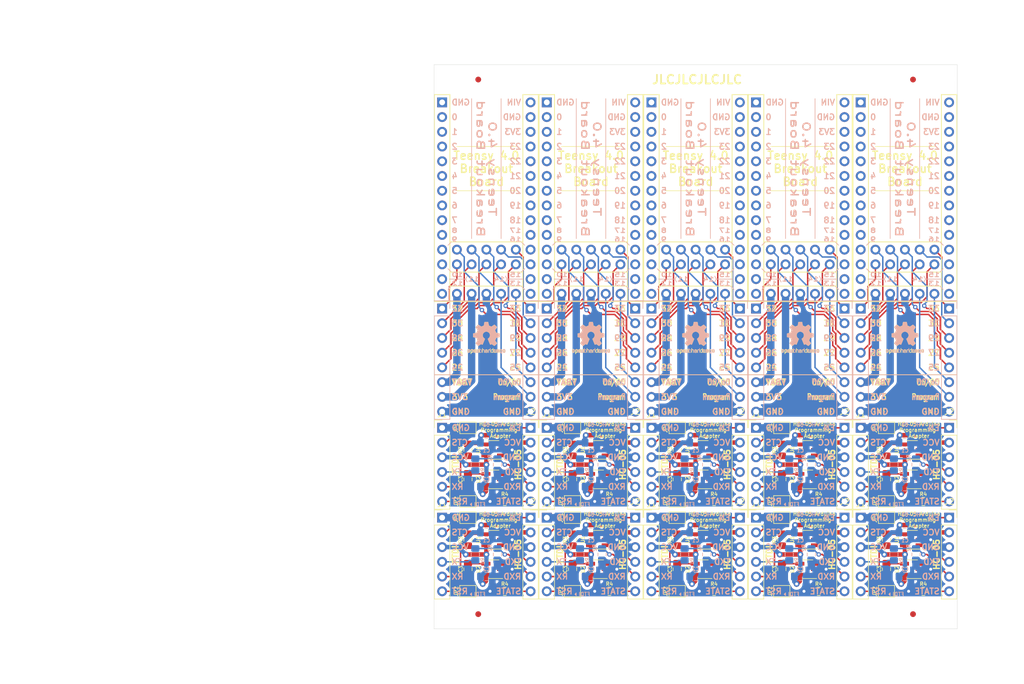
<source format=kicad_pcb>
(kicad_pcb (version 20171130) (host pcbnew "(5.1.5)-3")
  (title_block (title "Teensy 4.0 Breakout Board") (date 2019-12-24) (rev A) (company "Ray Sun"))
  (layers (0 F.Cu signal) (31 B.Cu signal) (34 B.Paste user hide) (35 F.Paste user hide) (36 B.SilkS user) (37 F.SilkS user) (38 B.Mask user) (39 F.Mask user) (44 Edge.Cuts user))
  (net 0 "")
  (net 1 GND)
  (net 2 +3V3)
  (net 3 +5V)
  (net 4 "Net-(C3-Pad2)")
  (net 5 "Net-(C3-Pad1)")
  (net 6 /hc05-adapter/RESET)
  (net 7 /hc05-adapter/RX)
  (net 8 /hc05-adapter/TX)
  (net 9 /hc05-adapter/ENABLE)
  (net 10 /hc05-adapter/BT_RST)
  (net 11 /hc05-adapter/BT_RX)
  (net 12 /hc05-adapter/BT_TX)
  (net 13 /hc05-adapter/BT_EN)
  (net 14 "Net-(J3-Pad5)")
  (net 15 "Net-(J3-Pad4)")
  (net 16 "Net-(J3-Pad3)")
  (net 17 "Net-(J3-Pad2)")
  (net 18 "Net-(J3-Pad1)")
  (net 19 "Net-(J4-Pad7)")
  (net 20 "Net-(J4-Pad6)")
  (net 21 "Net-(J4-Pad5)")
  (net 22 "Net-(J4-Pad4)")
  (net 23 "Net-(J4-Pad3)")
  (net 24 "Net-(J4-Pad2)")
  (net 25 "Net-(J4-Pad1)")
  (net 26 "Net-(R3-Pad2)")
  (net 27 "Net-(U3-Pad2)")
  (net 28 "Net-(U3-Pad3)")
  (net 29 "Net-(U3-Pad4)")
  (net 30 "Net-(U3-Pad5)")
  (net 31 "Net-(U3-Pad6)")
  (net 32 "Net-(U3-Pad7)")
  (net 33 "Net-(U3-Pad8)")
  (net 34 "Net-(U3-Pad9)")
  (net 35 "Net-(U3-Pad10)")
  (net 36 "Net-(U3-Pad11)")
  (net 37 "Net-(U3-Pad12)")
  (net 38 "Net-(U3-Pad13)")
  (net 39 "Net-(U3-Pad14)")
  (net 40 "Net-(U3-Pad15)")
  (net 41 "Net-(U3-Pad16)")
  (net 42 "Net-(U3-Pad17)")
  (net 43 "Net-(U3-Pad18)")
  (net 44 "Net-(U3-Pad19)")
  (net 45 "Net-(U3-Pad20)")
  (net 46 "Net-(U3-Pad21)")
  (net 47 "Net-(U3-Pad22)")
  (net 48 "Net-(U3-Pad23)")
  (net 49 "Net-(U3-Pad24)")
  (net 50 "Net-(U3-Pad25)")
  (net 51 "Net-(U3-Pad26)")
  (net 52 "Net-(U3-Pad27)")
  (net 53 "Net-(U3-Pad28)")
  (net 54 "Net-(U3-Pad1)")
  (module Symbol:OSHW-Logo2_7.3x6mm_SilkScreen (layer B.Cu) (at 181.356 91.44 180)
    (fp_text reference REF** hide)
    (fp_text value OSHW-Logo2_7.3x6mm_SilkScreen hide)
  )
  (module Symbol:OSHW-Logo2_7.3x6mm_SilkScreen (layer B.Cu) (at 163.322 91.44 180)
    (fp_text reference REF** hide)
    (fp_text value OSHW-Logo2_7.3x6mm_SilkScreen hide)
  )
  (module Symbol:OSHW-Logo2_7.3x6mm_SilkScreen (layer B.Cu) (at 145.288 91.44 180)
    (fp_text reference REF** hide)
    (fp_text value OSHW-Logo2_7.3x6mm_SilkScreen hide)
  )
  (module Symbol:OSHW-Logo2_7.3x6mm_SilkScreen (layer B.Cu) (at 127.254 91.44 180)
    (fp_text reference REF** hide)
    (fp_text value OSHW-Logo2_7.3x6mm_SilkScreen hide)
  )
  (module Symbol:OSHW-Logo2_7.3x6mm_SilkScreen (layer F.Cu) (at 181.356 91.44)
    (fp_text reference REF** hide)
    (fp_text value OSHW-Logo2_7.3x6mm_SilkScreen hide)
  )
  (module Symbol:OSHW-Logo2_7.3x6mm_SilkScreen (layer F.Cu) (at 163.322 91.44)
    (fp_text reference REF** hide)
    (fp_text value OSHW-Logo2_7.3x6mm_SilkScreen hide)
  )
  (module Symbol:OSHW-Logo2_7.3x6mm_SilkScreen (layer F.Cu) (at 145.288 91.44)
    (fp_text reference REF** hide)
    (fp_text value OSHW-Logo2_7.3x6mm_SilkScreen hide)
  )
  (module Symbol:OSHW-Logo2_7.3x6mm_SilkScreen (layer F.Cu) (at 127.254 91.44)
    (fp_text reference REF** hide)
    (fp_text value OSHW-Logo2_7.3x6mm_SilkScreen hide)
  )
  (module MountingHole:MountingHole_3.2mm_M3 (layer F.Cu) (at 187.833 139.065)
    (fp_text reference REF** hide)
    (fp_text value MountingHole_3.2mm_M3)
    (pad 1 np_thru_hole circle (at 0 0) (size 3.2 3.2) (drill 3.2) (layers *.Cu *.Mask))
  )
  (module MountingHole:MountingHole_3.2mm_M3 (layer F.Cu) (at 102.743 139.065)
    (fp_text reference REF** hide)
    (fp_text value MountingHole_3.2mm_M3)
    (pad 1 np_thru_hole circle (at 0 0) (size 3.2 3.2) (drill 3.2) (layers *.Cu *.Mask))
  )
  (module Fiducial:Fiducial_1mm_Mask3mm (layer F.Cu) (at 107.823 139.065)
    (fp_text reference REF** hide)
    (fp_text value Fiducial_1mm_Mask3mm)
    (pad "" smd circle (at 0 0) (size 1 1) (layers F.Cu F.Mask) (clearance 1))
  )
  (module Fiducial:Fiducial_1mm_Mask3mm (layer F.Cu) (at 182.753 139.065)
    (fp_text reference REF** hide)
    (fp_text value Fiducial_1mm_Mask3mm)
    (pad "" smd circle (at 0 0) (size 1 1) (layers F.Cu F.Mask) (clearance 1))
  )
  (module Fiducial:Fiducial_1mm_Mask3mm (layer F.Cu) (at 182.753 46.863)
    (fp_text reference REF** hide)
    (fp_text value Fiducial_1mm_Mask3mm)
    (pad "" smd circle (at 0 0) (size 1 1) (layers F.Cu F.Mask) (clearance 1))
  )
  (module MountingHole:MountingHole_3.2mm_M3 (layer F.Cu) (at 187.833 46.863)
    (fp_text reference REF** hide)
    (fp_text value MountingHole_3.2mm_M3)
    (pad 1 np_thru_hole circle (at 0 0) (size 3.2 3.2) (drill 3.2) (layers *.Cu *.Mask))
  )
  (module MountingHole:MountingHole_3.2mm_M3 (layer F.Cu) (at 102.743 46.863)
    (fp_text reference REF** hide)
    (fp_text value MountingHole_3.2mm_M3)
    (pad 1 np_thru_hole circle (at 0 0) (size 3.2 3.2) (drill 3.2) (layers *.Cu *.Mask))
  )
  (module Fiducial:Fiducial_1mm_Mask3mm (layer F.Cu) (at 107.823 46.863)
    (fp_text reference REF** hide)
    (fp_text value Fiducial_1mm_Mask3mm)
    (pad "" smd circle (at 0 0) (size 1 1) (layers F.Cu F.Mask) (clearance 1))
  )
  (module Connector_PinHeader_2.54mm:PinHeader_1x06_P2.54mm_Vertical (layer F.Cu) (at 173.736 122.428)
    (fp_text reference J1 (at 0 -2.33) (layer F.SilkS))
    (fp_text value Conn_01x06_0.1_Header)
    (pad 6 thru_hole oval (at 0 12.7) (size 1.7 1.7) (drill 1) (layers *.Cu *.Mask) (net 6 /hc05-adapter/RESET))
    (pad 5 thru_hole oval (at 0 10.16) (size 1.7 1.7) (drill 1) (layers *.Cu *.Mask) (net 7 /hc05-adapter/RX))
    (pad 4 thru_hole oval (at 0 7.62) (size 1.7 1.7) (drill 1) (layers *.Cu *.Mask) (net 8 /hc05-adapter/TX))
    (pad 3 thru_hole oval (at 0 5.08) (size 1.7 1.7) (drill 1) (layers *.Cu *.Mask) (net 3 +5V))
    (pad 2 thru_hole oval (at 0 2.54) (size 1.7 1.7) (drill 1) (layers *.Cu *.Mask) (net 9 /hc05-adapter/ENABLE))
    (pad 1 thru_hole rect (at 0 0) (size 1.7 1.7) (drill 1) (layers *.Cu *.Mask) (net 1 GND))
  )
  (module Connector_PinHeader_2.54mm:PinHeader_1x06_P2.54mm_Vertical (layer F.Cu) (at 155.702 122.428)
    (fp_text reference J1 (at 0 -2.33) (layer F.SilkS))
    (fp_text value Conn_01x06_0.1_Header)
    (pad 6 thru_hole oval (at 0 12.7) (size 1.7 1.7) (drill 1) (layers *.Cu *.Mask) (net 6 /hc05-adapter/RESET))
    (pad 5 thru_hole oval (at 0 10.16) (size 1.7 1.7) (drill 1) (layers *.Cu *.Mask) (net 7 /hc05-adapter/RX))
    (pad 4 thru_hole oval (at 0 7.62) (size 1.7 1.7) (drill 1) (layers *.Cu *.Mask) (net 8 /hc05-adapter/TX))
    (pad 3 thru_hole oval (at 0 5.08) (size 1.7 1.7) (drill 1) (layers *.Cu *.Mask) (net 3 +5V))
    (pad 2 thru_hole oval (at 0 2.54) (size 1.7 1.7) (drill 1) (layers *.Cu *.Mask) (net 9 /hc05-adapter/ENABLE))
    (pad 1 thru_hole rect (at 0 0) (size 1.7 1.7) (drill 1) (layers *.Cu *.Mask) (net 1 GND))
  )
  (module Connector_PinHeader_2.54mm:PinHeader_1x06_P2.54mm_Vertical (layer F.Cu) (at 137.668 122.428)
    (fp_text reference J1 (at 0 -2.33) (layer F.SilkS))
    (fp_text value Conn_01x06_0.1_Header)
    (pad 6 thru_hole oval (at 0 12.7) (size 1.7 1.7) (drill 1) (layers *.Cu *.Mask) (net 6 /hc05-adapter/RESET))
    (pad 5 thru_hole oval (at 0 10.16) (size 1.7 1.7) (drill 1) (layers *.Cu *.Mask) (net 7 /hc05-adapter/RX))
    (pad 4 thru_hole oval (at 0 7.62) (size 1.7 1.7) (drill 1) (layers *.Cu *.Mask) (net 8 /hc05-adapter/TX))
    (pad 3 thru_hole oval (at 0 5.08) (size 1.7 1.7) (drill 1) (layers *.Cu *.Mask) (net 3 +5V))
    (pad 2 thru_hole oval (at 0 2.54) (size 1.7 1.7) (drill 1) (layers *.Cu *.Mask) (net 9 /hc05-adapter/ENABLE))
    (pad 1 thru_hole rect (at 0 0) (size 1.7 1.7) (drill 1) (layers *.Cu *.Mask) (net 1 GND))
  )
  (module Connector_PinHeader_2.54mm:PinHeader_1x06_P2.54mm_Vertical (layer F.Cu) (at 119.634 122.428)
    (fp_text reference J1 (at 0 -2.33) (layer F.SilkS))
    (fp_text value Conn_01x06_0.1_Header)
    (pad 6 thru_hole oval (at 0 12.7) (size 1.7 1.7) (drill 1) (layers *.Cu *.Mask) (net 6 /hc05-adapter/RESET))
    (pad 5 thru_hole oval (at 0 10.16) (size 1.7 1.7) (drill 1) (layers *.Cu *.Mask) (net 7 /hc05-adapter/RX))
    (pad 4 thru_hole oval (at 0 7.62) (size 1.7 1.7) (drill 1) (layers *.Cu *.Mask) (net 8 /hc05-adapter/TX))
    (pad 3 thru_hole oval (at 0 5.08) (size 1.7 1.7) (drill 1) (layers *.Cu *.Mask) (net 3 +5V))
    (pad 2 thru_hole oval (at 0 2.54) (size 1.7 1.7) (drill 1) (layers *.Cu *.Mask) (net 9 /hc05-adapter/ENABLE))
    (pad 1 thru_hole rect (at 0 0) (size 1.7 1.7) (drill 1) (layers *.Cu *.Mask) (net 1 GND))
  )
  (module Capacitor_SMD:C_0805_2012Metric_Pad1.15x1.40mm_HandSolder (layer F.Cu) (at 178.1845 131.3145 90)
    (fp_text reference C3 (at 0 -1.27 90) (layer F.SilkS) (effects (font (size 0.635 0.635) (thickness 0.127))))
    (fp_text value 0.1uF)
    (pad 2 smd roundrect (at 1.025 0 90) (size 1.15 1.4) (layers F.Cu F.Paste F.Mask) (roundrect_rratio 0.217391) (net 4 "Net-(C3-Pad2)"))
    (pad 1 smd roundrect (at -1.025 0 90) (size 1.15 1.4) (layers F.Cu F.Paste F.Mask) (roundrect_rratio 0.217391) (net 5 "Net-(C3-Pad1)"))
  )
  (module Capacitor_SMD:C_0805_2012Metric_Pad1.15x1.40mm_HandSolder (layer F.Cu) (at 160.1505 131.3145 90)
    (fp_text reference C3 (at 0 -1.27 90) (layer F.SilkS) (effects (font (size 0.635 0.635) (thickness 0.127))))
    (fp_text value 0.1uF)
    (pad 2 smd roundrect (at 1.025 0 90) (size 1.15 1.4) (layers F.Cu F.Paste F.Mask) (roundrect_rratio 0.217391) (net 4 "Net-(C3-Pad2)"))
    (pad 1 smd roundrect (at -1.025 0 90) (size 1.15 1.4) (layers F.Cu F.Paste F.Mask) (roundrect_rratio 0.217391) (net 5 "Net-(C3-Pad1)"))
  )
  (module Capacitor_SMD:C_0805_2012Metric_Pad1.15x1.40mm_HandSolder (layer F.Cu) (at 142.1165 131.3145 90)
    (fp_text reference C3 (at 0 -1.27 90) (layer F.SilkS) (effects (font (size 0.635 0.635) (thickness 0.127))))
    (fp_text value 0.1uF)
    (pad 2 smd roundrect (at 1.025 0 90) (size 1.15 1.4) (layers F.Cu F.Paste F.Mask) (roundrect_rratio 0.217391) (net 4 "Net-(C3-Pad2)"))
    (pad 1 smd roundrect (at -1.025 0 90) (size 1.15 1.4) (layers F.Cu F.Paste F.Mask) (roundrect_rratio 0.217391) (net 5 "Net-(C3-Pad1)"))
  )
  (module Capacitor_SMD:C_0805_2012Metric_Pad1.15x1.40mm_HandSolder (layer F.Cu) (at 124.0825 131.3145 90)
    (fp_text reference C3 (at 0 -1.27 90) (layer F.SilkS) (effects (font (size 0.635 0.635) (thickness 0.127))))
    (fp_text value 0.1uF)
    (pad 2 smd roundrect (at 1.025 0 90) (size 1.15 1.4) (layers F.Cu F.Paste F.Mask) (roundrect_rratio 0.217391) (net 4 "Net-(C3-Pad2)"))
    (pad 1 smd roundrect (at -1.025 0 90) (size 1.15 1.4) (layers F.Cu F.Paste F.Mask) (roundrect_rratio 0.217391) (net 5 "Net-(C3-Pad1)"))
  )
  (module Connector_PinSocket_2.54mm:PinSocket_1x06_P2.54mm_Vertical (layer F.Cu) (at 188.976 122.428)
    (fp_text reference J2 (at 0 -2.77) (layer F.SilkS))
    (fp_text value Conn_01x06_0.1_Socket)
    (pad 6 thru_hole oval (at 0 12.7) (size 1.7 1.7) (drill 1) (layers *.Cu *.Mask) (net 10 /hc05-adapter/BT_RST))
    (pad 5 thru_hole oval (at 0 10.16) (size 1.7 1.7) (drill 1) (layers *.Cu *.Mask) (net 11 /hc05-adapter/BT_RX))
    (pad 4 thru_hole oval (at 0 7.62) (size 1.7 1.7) (drill 1) (layers *.Cu *.Mask) (net 12 /hc05-adapter/BT_TX))
    (pad 3 thru_hole oval (at 0 5.08) (size 1.7 1.7) (drill 1) (layers *.Cu *.Mask) (net 1 GND))
    (pad 2 thru_hole oval (at 0 2.54) (size 1.7 1.7) (drill 1) (layers *.Cu *.Mask) (net 3 +5V))
    (pad 1 thru_hole rect (at 0 0) (size 1.7 1.7) (drill 1) (layers *.Cu *.Mask) (net 13 /hc05-adapter/BT_EN))
  )
  (module Connector_PinSocket_2.54mm:PinSocket_1x06_P2.54mm_Vertical (layer F.Cu) (at 170.942 122.428)
    (fp_text reference J2 (at 0 -2.77) (layer F.SilkS))
    (fp_text value Conn_01x06_0.1_Socket)
    (pad 6 thru_hole oval (at 0 12.7) (size 1.7 1.7) (drill 1) (layers *.Cu *.Mask) (net 10 /hc05-adapter/BT_RST))
    (pad 5 thru_hole oval (at 0 10.16) (size 1.7 1.7) (drill 1) (layers *.Cu *.Mask) (net 11 /hc05-adapter/BT_RX))
    (pad 4 thru_hole oval (at 0 7.62) (size 1.7 1.7) (drill 1) (layers *.Cu *.Mask) (net 12 /hc05-adapter/BT_TX))
    (pad 3 thru_hole oval (at 0 5.08) (size 1.7 1.7) (drill 1) (layers *.Cu *.Mask) (net 1 GND))
    (pad 2 thru_hole oval (at 0 2.54) (size 1.7 1.7) (drill 1) (layers *.Cu *.Mask) (net 3 +5V))
    (pad 1 thru_hole rect (at 0 0) (size 1.7 1.7) (drill 1) (layers *.Cu *.Mask) (net 13 /hc05-adapter/BT_EN))
  )
  (module Connector_PinSocket_2.54mm:PinSocket_1x06_P2.54mm_Vertical (layer F.Cu) (at 152.908 122.428)
    (fp_text reference J2 (at 0 -2.77) (layer F.SilkS))
    (fp_text value Conn_01x06_0.1_Socket)
    (pad 6 thru_hole oval (at 0 12.7) (size 1.7 1.7) (drill 1) (layers *.Cu *.Mask) (net 10 /hc05-adapter/BT_RST))
    (pad 5 thru_hole oval (at 0 10.16) (size 1.7 1.7) (drill 1) (layers *.Cu *.Mask) (net 11 /hc05-adapter/BT_RX))
    (pad 4 thru_hole oval (at 0 7.62) (size 1.7 1.7) (drill 1) (layers *.Cu *.Mask) (net 12 /hc05-adapter/BT_TX))
    (pad 3 thru_hole oval (at 0 5.08) (size 1.7 1.7) (drill 1) (layers *.Cu *.Mask) (net 1 GND))
    (pad 2 thru_hole oval (at 0 2.54) (size 1.7 1.7) (drill 1) (layers *.Cu *.Mask) (net 3 +5V))
    (pad 1 thru_hole rect (at 0 0) (size 1.7 1.7) (drill 1) (layers *.Cu *.Mask) (net 13 /hc05-adapter/BT_EN))
  )
  (module Connector_PinSocket_2.54mm:PinSocket_1x06_P2.54mm_Vertical (layer F.Cu) (at 134.874 122.428)
    (fp_text reference J2 (at 0 -2.77) (layer F.SilkS))
    (fp_text value Conn_01x06_0.1_Socket)
    (pad 6 thru_hole oval (at 0 12.7) (size 1.7 1.7) (drill 1) (layers *.Cu *.Mask) (net 10 /hc05-adapter/BT_RST))
    (pad 5 thru_hole oval (at 0 10.16) (size 1.7 1.7) (drill 1) (layers *.Cu *.Mask) (net 11 /hc05-adapter/BT_RX))
    (pad 4 thru_hole oval (at 0 7.62) (size 1.7 1.7) (drill 1) (layers *.Cu *.Mask) (net 12 /hc05-adapter/BT_TX))
    (pad 3 thru_hole oval (at 0 5.08) (size 1.7 1.7) (drill 1) (layers *.Cu *.Mask) (net 1 GND))
    (pad 2 thru_hole oval (at 0 2.54) (size 1.7 1.7) (drill 1) (layers *.Cu *.Mask) (net 3 +5V))
    (pad 1 thru_hole rect (at 0 0) (size 1.7 1.7) (drill 1) (layers *.Cu *.Mask) (net 13 /hc05-adapter/BT_EN))
  )
  (module Capacitor_SMD:C_0805_2012Metric_Pad1.15x1.40mm_HandSolder (layer B.Cu) (at 181.3595 124.9645)
    (fp_text reference C1 (at 0 1.397) (layer B.SilkS) (effects (font (size 0.635 0.635) (thickness 0.127)) (justify mirror)))
    (fp_text value 0.1uF)
    (pad 2 smd roundrect (at 1.025 0) (size 1.15 1.4) (layers B.Cu B.Paste B.Mask) (roundrect_rratio 0.217391) (net 1 GND))
    (pad 1 smd roundrect (at -1.025 0) (size 1.15 1.4) (layers B.Cu B.Paste B.Mask) (roundrect_rratio 0.217391) (net 3 +5V))
  )
  (module Capacitor_SMD:C_0805_2012Metric_Pad1.15x1.40mm_HandSolder (layer B.Cu) (at 163.3255 124.9645)
    (fp_text reference C1 (at 0 1.397) (layer B.SilkS) (effects (font (size 0.635 0.635) (thickness 0.127)) (justify mirror)))
    (fp_text value 0.1uF)
    (pad 2 smd roundrect (at 1.025 0) (size 1.15 1.4) (layers B.Cu B.Paste B.Mask) (roundrect_rratio 0.217391) (net 1 GND))
    (pad 1 smd roundrect (at -1.025 0) (size 1.15 1.4) (layers B.Cu B.Paste B.Mask) (roundrect_rratio 0.217391) (net 3 +5V))
  )
  (module Capacitor_SMD:C_0805_2012Metric_Pad1.15x1.40mm_HandSolder (layer B.Cu) (at 145.2915 124.9645)
    (fp_text reference C1 (at 0 1.397) (layer B.SilkS) (effects (font (size 0.635 0.635) (thickness 0.127)) (justify mirror)))
    (fp_text value 0.1uF)
    (pad 2 smd roundrect (at 1.025 0) (size 1.15 1.4) (layers B.Cu B.Paste B.Mask) (roundrect_rratio 0.217391) (net 1 GND))
    (pad 1 smd roundrect (at -1.025 0) (size 1.15 1.4) (layers B.Cu B.Paste B.Mask) (roundrect_rratio 0.217391) (net 3 +5V))
  )
  (module Capacitor_SMD:C_0805_2012Metric_Pad1.15x1.40mm_HandSolder (layer B.Cu) (at 127.2575 124.9645)
    (fp_text reference C1 (at 0 1.397) (layer B.SilkS) (effects (font (size 0.635 0.635) (thickness 0.127)) (justify mirror)))
    (fp_text value 0.1uF)
    (pad 2 smd roundrect (at 1.025 0) (size 1.15 1.4) (layers B.Cu B.Paste B.Mask) (roundrect_rratio 0.217391) (net 1 GND))
    (pad 1 smd roundrect (at -1.025 0) (size 1.15 1.4) (layers B.Cu B.Paste B.Mask) (roundrect_rratio 0.217391) (net 3 +5V))
  )
  (module Package_TO_SOT_SMD:SOT-23-5_HandSoldering (layer F.Cu) (at 182.6295 126.2345 180)
    (fp_text reference U1 (at 2.667 0 90) (layer F.SilkS) (effects (font (size 0.635 0.635) (thickness 0.127))))
    (fp_text value 74LVC1G17)
    (pad 5 smd rect (at 1.35 -0.95 180) (size 1.56 0.65) (layers F.Cu F.Paste F.Mask) (net 3 +5V))
    (pad 4 smd rect (at 1.35 0.95 180) (size 1.56 0.65) (layers F.Cu F.Paste F.Mask) (net 26 "Net-(R3-Pad2)"))
    (pad 3 smd rect (at -1.35 0.95 180) (size 1.56 0.65) (layers F.Cu F.Paste F.Mask) (net 1 GND))
    (pad 2 smd rect (at -1.35 0 180) (size 1.56 0.65) (layers F.Cu F.Paste F.Mask) (net 12 /hc05-adapter/BT_TX))
    (pad 1 smd rect (at -1.35 -0.95 180) (size 1.56 0.65) (layers F.Cu F.Paste F.Mask))
  )
  (module Package_TO_SOT_SMD:SOT-23-5_HandSoldering (layer F.Cu) (at 164.5955 126.2345 180)
    (fp_text reference U1 (at 2.667 0 90) (layer F.SilkS) (effects (font (size 0.635 0.635) (thickness 0.127))))
    (fp_text value 74LVC1G17)
    (pad 5 smd rect (at 1.35 -0.95 180) (size 1.56 0.65) (layers F.Cu F.Paste F.Mask) (net 3 +5V))
    (pad 4 smd rect (at 1.35 0.95 180) (size 1.56 0.65) (layers F.Cu F.Paste F.Mask) (net 26 "Net-(R3-Pad2)"))
    (pad 3 smd rect (at -1.35 0.95 180) (size 1.56 0.65) (layers F.Cu F.Paste F.Mask) (net 1 GND))
    (pad 2 smd rect (at -1.35 0 180) (size 1.56 0.65) (layers F.Cu F.Paste F.Mask) (net 12 /hc05-adapter/BT_TX))
    (pad 1 smd rect (at -1.35 -0.95 180) (size 1.56 0.65) (layers F.Cu F.Paste F.Mask))
  )
  (module Package_TO_SOT_SMD:SOT-23-5_HandSoldering (layer F.Cu) (at 146.5615 126.2345 180)
    (fp_text reference U1 (at 2.667 0 90) (layer F.SilkS) (effects (font (size 0.635 0.635) (thickness 0.127))))
    (fp_text value 74LVC1G17)
    (pad 5 smd rect (at 1.35 -0.95 180) (size 1.56 0.65) (layers F.Cu F.Paste F.Mask) (net 3 +5V))
    (pad 4 smd rect (at 1.35 0.95 180) (size 1.56 0.65) (layers F.Cu F.Paste F.Mask) (net 26 "Net-(R3-Pad2)"))
    (pad 3 smd rect (at -1.35 0.95 180) (size 1.56 0.65) (layers F.Cu F.Paste F.Mask) (net 1 GND))
    (pad 2 smd rect (at -1.35 0 180) (size 1.56 0.65) (layers F.Cu F.Paste F.Mask) (net 12 /hc05-adapter/BT_TX))
    (pad 1 smd rect (at -1.35 -0.95 180) (size 1.56 0.65) (layers F.Cu F.Paste F.Mask))
  )
  (module Package_TO_SOT_SMD:SOT-23-5_HandSoldering (layer F.Cu) (at 128.5275 126.2345 180)
    (fp_text reference U1 (at 2.667 0 90) (layer F.SilkS) (effects (font (size 0.635 0.635) (thickness 0.127))))
    (fp_text value 74LVC1G17)
    (pad 5 smd rect (at 1.35 -0.95 180) (size 1.56 0.65) (layers F.Cu F.Paste F.Mask) (net 3 +5V))
    (pad 4 smd rect (at 1.35 0.95 180) (size 1.56 0.65) (layers F.Cu F.Paste F.Mask) (net 26 "Net-(R3-Pad2)"))
    (pad 3 smd rect (at -1.35 0.95 180) (size 1.56 0.65) (layers F.Cu F.Paste F.Mask) (net 1 GND))
    (pad 2 smd rect (at -1.35 0 180) (size 1.56 0.65) (layers F.Cu F.Paste F.Mask) (net 12 /hc05-adapter/BT_TX))
    (pad 1 smd rect (at -1.35 -0.95 180) (size 1.56 0.65) (layers F.Cu F.Paste F.Mask))
  )
  (module Package_TO_SOT_SMD:SOT-23-5_HandSoldering (layer F.Cu) (at 182.6295 131.3145 180)
    (fp_text reference U2 (at 2.667 0 90) (layer F.SilkS) (effects (font (size 0.635 0.635) (thickness 0.127))))
    (fp_text value 74LVC1G14)
    (pad 5 smd rect (at 1.35 -0.95 180) (size 1.56 0.65) (layers F.Cu F.Paste F.Mask) (net 3 +5V))
    (pad 4 smd rect (at 1.35 0.95 180) (size 1.56 0.65) (layers F.Cu F.Paste F.Mask) (net 4 "Net-(C3-Pad2)"))
    (pad 3 smd rect (at -1.35 0.95 180) (size 1.56 0.65) (layers F.Cu F.Paste F.Mask) (net 1 GND))
    (pad 2 smd rect (at -1.35 0 180) (size 1.56 0.65) (layers F.Cu F.Paste F.Mask) (net 10 /hc05-adapter/BT_RST))
    (pad 1 smd rect (at -1.35 -0.95 180) (size 1.56 0.65) (layers F.Cu F.Paste F.Mask))
  )
  (module Package_TO_SOT_SMD:SOT-23-5_HandSoldering (layer F.Cu) (at 164.5955 131.3145 180)
    (fp_text reference U2 (at 2.667 0 90) (layer F.SilkS) (effects (font (size 0.635 0.635) (thickness 0.127))))
    (fp_text value 74LVC1G14)
    (pad 5 smd rect (at 1.35 -0.95 180) (size 1.56 0.65) (layers F.Cu F.Paste F.Mask) (net 3 +5V))
    (pad 4 smd rect (at 1.35 0.95 180) (size 1.56 0.65) (layers F.Cu F.Paste F.Mask) (net 4 "Net-(C3-Pad2)"))
    (pad 3 smd rect (at -1.35 0.95 180) (size 1.56 0.65) (layers F.Cu F.Paste F.Mask) (net 1 GND))
    (pad 2 smd rect (at -1.35 0 180) (size 1.56 0.65) (layers F.Cu F.Paste F.Mask) (net 10 /hc05-adapter/BT_RST))
    (pad 1 smd rect (at -1.35 -0.95 180) (size 1.56 0.65) (layers F.Cu F.Paste F.Mask))
  )
  (module Package_TO_SOT_SMD:SOT-23-5_HandSoldering (layer F.Cu) (at 146.5615 131.3145 180)
    (fp_text reference U2 (at 2.667 0 90) (layer F.SilkS) (effects (font (size 0.635 0.635) (thickness 0.127))))
    (fp_text value 74LVC1G14)
    (pad 5 smd rect (at 1.35 -0.95 180) (size 1.56 0.65) (layers F.Cu F.Paste F.Mask) (net 3 +5V))
    (pad 4 smd rect (at 1.35 0.95 180) (size 1.56 0.65) (layers F.Cu F.Paste F.Mask) (net 4 "Net-(C3-Pad2)"))
    (pad 3 smd rect (at -1.35 0.95 180) (size 1.56 0.65) (layers F.Cu F.Paste F.Mask) (net 1 GND))
    (pad 2 smd rect (at -1.35 0 180) (size 1.56 0.65) (layers F.Cu F.Paste F.Mask) (net 10 /hc05-adapter/BT_RST))
    (pad 1 smd rect (at -1.35 -0.95 180) (size 1.56 0.65) (layers F.Cu F.Paste F.Mask))
  )
  (module Package_TO_SOT_SMD:SOT-23-5_HandSoldering (layer F.Cu) (at 128.5275 131.3145 180)
    (fp_text reference U2 (at 2.667 0 90) (layer F.SilkS) (effects (font (size 0.635 0.635) (thickness 0.127))))
    (fp_text value 74LVC1G14)
    (pad 5 smd rect (at 1.35 -0.95 180) (size 1.56 0.65) (layers F.Cu F.Paste F.Mask) (net 3 +5V))
    (pad 4 smd rect (at 1.35 0.95 180) (size 1.56 0.65) (layers F.Cu F.Paste F.Mask) (net 4 "Net-(C3-Pad2)"))
    (pad 3 smd rect (at -1.35 0.95 180) (size 1.56 0.65) (layers F.Cu F.Paste F.Mask) (net 1 GND))
    (pad 2 smd rect (at -1.35 0 180) (size 1.56 0.65) (layers F.Cu F.Paste F.Mask) (net 10 /hc05-adapter/BT_RST))
    (pad 1 smd rect (at -1.35 -0.95 180) (size 1.56 0.65) (layers F.Cu F.Paste F.Mask))
  )
  (module Resistor_SMD:R_0805_2012Metric_Pad1.15x1.40mm_HandSolder (layer F.Cu) (at 184.5345 135.1245 180)
    (fp_text reference R4 (at 0 1.27) (layer F.SilkS) (effects (font (size 0.635 0.635) (thickness 0.127))))
    (fp_text value 10K)
    (pad 2 smd roundrect (at 1.025 0 180) (size 1.15 1.4) (layers F.Cu F.Paste F.Mask) (roundrect_rratio 0.217391) (net 1 GND))
    (pad 1 smd roundrect (at -1.025 0 180) (size 1.15 1.4) (layers F.Cu F.Paste F.Mask) (roundrect_rratio 0.217391) (net 10 /hc05-adapter/BT_RST))
  )
  (module Resistor_SMD:R_0805_2012Metric_Pad1.15x1.40mm_HandSolder (layer F.Cu) (at 166.5005 135.1245 180)
    (fp_text reference R4 (at 0 1.27) (layer F.SilkS) (effects (font (size 0.635 0.635) (thickness 0.127))))
    (fp_text value 10K)
    (pad 2 smd roundrect (at 1.025 0 180) (size 1.15 1.4) (layers F.Cu F.Paste F.Mask) (roundrect_rratio 0.217391) (net 1 GND))
    (pad 1 smd roundrect (at -1.025 0 180) (size 1.15 1.4) (layers F.Cu F.Paste F.Mask) (roundrect_rratio 0.217391) (net 10 /hc05-adapter/BT_RST))
  )
  (module Resistor_SMD:R_0805_2012Metric_Pad1.15x1.40mm_HandSolder (layer F.Cu) (at 148.4665 135.1245 180)
    (fp_text reference R4 (at 0 1.27) (layer F.SilkS) (effects (font (size 0.635 0.635) (thickness 0.127))))
    (fp_text value 10K)
    (pad 2 smd roundrect (at 1.025 0 180) (size 1.15 1.4) (layers F.Cu F.Paste F.Mask) (roundrect_rratio 0.217391) (net 1 GND))
    (pad 1 smd roundrect (at -1.025 0 180) (size 1.15 1.4) (layers F.Cu F.Paste F.Mask) (roundrect_rratio 0.217391) (net 10 /hc05-adapter/BT_RST))
  )
  (module Resistor_SMD:R_0805_2012Metric_Pad1.15x1.40mm_HandSolder (layer F.Cu) (at 130.4325 135.1245 180)
    (fp_text reference R4 (at 0 1.27) (layer F.SilkS) (effects (font (size 0.635 0.635) (thickness 0.127))))
    (fp_text value 10K)
    (pad 2 smd roundrect (at 1.025 0 180) (size 1.15 1.4) (layers F.Cu F.Paste F.Mask) (roundrect_rratio 0.217391) (net 1 GND))
    (pad 1 smd roundrect (at -1.025 0 180) (size 1.15 1.4) (layers F.Cu F.Paste F.Mask) (roundrect_rratio 0.217391) (net 10 /hc05-adapter/BT_RST))
  )
  (module Resistor_SMD:R_0805_2012Metric_Pad1.15x1.40mm_HandSolder (layer F.Cu) (at 178.1845 126.2345 90)
    (fp_text reference R3 (at 0 -1.27 270) (layer F.SilkS) (effects (font (size 0.635 0.635) (thickness 0.127))))
    (fp_text value 100)
    (pad 1 smd roundrect (at -1.025 0 90) (size 1.15 1.4) (layers F.Cu F.Paste F.Mask) (roundrect_rratio 0.217391) (net 7 /hc05-adapter/RX))
    (pad 2 smd roundrect (at 1.025 0 90) (size 1.15 1.4) (layers F.Cu F.Paste F.Mask) (roundrect_rratio 0.217391) (net 26 "Net-(R3-Pad2)"))
  )
  (module Resistor_SMD:R_0805_2012Metric_Pad1.15x1.40mm_HandSolder (layer F.Cu) (at 160.1505 126.2345 90)
    (fp_text reference R3 (at 0 -1.27 270) (layer F.SilkS) (effects (font (size 0.635 0.635) (thickness 0.127))))
    (fp_text value 100)
    (pad 1 smd roundrect (at -1.025 0 90) (size 1.15 1.4) (layers F.Cu F.Paste F.Mask) (roundrect_rratio 0.217391) (net 7 /hc05-adapter/RX))
    (pad 2 smd roundrect (at 1.025 0 90) (size 1.15 1.4) (layers F.Cu F.Paste F.Mask) (roundrect_rratio 0.217391) (net 26 "Net-(R3-Pad2)"))
  )
  (module Resistor_SMD:R_0805_2012Metric_Pad1.15x1.40mm_HandSolder (layer F.Cu) (at 142.1165 126.2345 90)
    (fp_text reference R3 (at 0 -1.27 270) (layer F.SilkS) (effects (font (size 0.635 0.635) (thickness 0.127))))
    (fp_text value 100)
    (pad 1 smd roundrect (at -1.025 0 90) (size 1.15 1.4) (layers F.Cu F.Paste F.Mask) (roundrect_rratio 0.217391) (net 7 /hc05-adapter/RX))
    (pad 2 smd roundrect (at 1.025 0 90) (size 1.15 1.4) (layers F.Cu F.Paste F.Mask) (roundrect_rratio 0.217391) (net 26 "Net-(R3-Pad2)"))
  )
  (module Resistor_SMD:R_0805_2012Metric_Pad1.15x1.40mm_HandSolder (layer F.Cu) (at 124.0825 126.2345 90)
    (fp_text reference R3 (at 0 -1.27 270) (layer F.SilkS) (effects (font (size 0.635 0.635) (thickness 0.127))))
    (fp_text value 100)
    (pad 1 smd roundrect (at -1.025 0 90) (size 1.15 1.4) (layers F.Cu F.Paste F.Mask) (roundrect_rratio 0.217391) (net 7 /hc05-adapter/RX))
    (pad 2 smd roundrect (at 1.025 0 90) (size 1.15 1.4) (layers F.Cu F.Paste F.Mask) (roundrect_rratio 0.217391) (net 26 "Net-(R3-Pad2)"))
  )
  (module Jumper:SolderJumper-2_P1.3mm_Bridged_Pad1.0x1.5mm (layer F.Cu) (at 178.1845 122.4245 180)
    (fp_text reference JP1 (at 2.032 0 270) (layer F.SilkS) (effects (font (size 0.635 0.635) (thickness 0.127))))
    (fp_text value SolderJumper_2_Bridged)
    (fp_poly (pts (xy -0.25 -0.3) (xy 0.25 -0.3) (xy 0.25 0.3) (xy -0.25 0.3)) (layer F.Cu) (width 0))
    (pad 2 smd rect (at 0.65 0 180) (size 1 1.5) (layers F.Cu F.Mask) (net 9 /hc05-adapter/ENABLE))
    (pad 1 smd rect (at -0.65 0 180) (size 1 1.5) (layers F.Cu F.Mask) (net 13 /hc05-adapter/BT_EN))
  )
  (module Jumper:SolderJumper-2_P1.3mm_Bridged_Pad1.0x1.5mm (layer F.Cu) (at 160.1505 122.4245 180)
    (fp_text reference JP1 (at 2.032 0 270) (layer F.SilkS) (effects (font (size 0.635 0.635) (thickness 0.127))))
    (fp_text value SolderJumper_2_Bridged)
    (fp_poly (pts (xy -0.25 -0.3) (xy 0.25 -0.3) (xy 0.25 0.3) (xy -0.25 0.3)) (layer F.Cu) (width 0))
    (pad 2 smd rect (at 0.65 0 180) (size 1 1.5) (layers F.Cu F.Mask) (net 9 /hc05-adapter/ENABLE))
    (pad 1 smd rect (at -0.65 0 180) (size 1 1.5) (layers F.Cu F.Mask) (net 13 /hc05-adapter/BT_EN))
  )
  (module Jumper:SolderJumper-2_P1.3mm_Bridged_Pad1.0x1.5mm (layer F.Cu) (at 142.1165 122.4245 180)
    (fp_text reference JP1 (at 2.032 0 270) (layer F.SilkS) (effects (font (size 0.635 0.635) (thickness 0.127))))
    (fp_text value SolderJumper_2_Bridged)
    (fp_poly (pts (xy -0.25 -0.3) (xy 0.25 -0.3) (xy 0.25 0.3) (xy -0.25 0.3)) (layer F.Cu) (width 0))
    (pad 2 smd rect (at 0.65 0 180) (size 1 1.5) (layers F.Cu F.Mask) (net 9 /hc05-adapter/ENABLE))
    (pad 1 smd rect (at -0.65 0 180) (size 1 1.5) (layers F.Cu F.Mask) (net 13 /hc05-adapter/BT_EN))
  )
  (module Jumper:SolderJumper-2_P1.3mm_Bridged_Pad1.0x1.5mm (layer F.Cu) (at 124.0825 122.4245 180)
    (fp_text reference JP1 (at 2.032 0 270) (layer F.SilkS) (effects (font (size 0.635 0.635) (thickness 0.127))))
    (fp_text value SolderJumper_2_Bridged)
    (fp_poly (pts (xy -0.25 -0.3) (xy 0.25 -0.3) (xy 0.25 0.3) (xy -0.25 0.3)) (layer F.Cu) (width 0))
    (pad 2 smd rect (at 0.65 0 180) (size 1 1.5) (layers F.Cu F.Mask) (net 9 /hc05-adapter/ENABLE))
    (pad 1 smd rect (at -0.65 0 180) (size 1 1.5) (layers F.Cu F.Mask) (net 13 /hc05-adapter/BT_EN))
  )
  (module Resistor_SMD:R_0805_2012Metric_Pad1.15x1.40mm_HandSolder (layer B.Cu) (at 179.4545 128.7745 90)
    (fp_text reference R1 (at -1.1465 1.27 90) (layer B.SilkS) (effects (font (size 0.635 0.635) (thickness 0.127)) (justify mirror)))
    (fp_text value 1K)
    (pad 2 smd roundrect (at 1.025 0 90) (size 1.15 1.4) (layers B.Cu B.Paste B.Mask) (roundrect_rratio 0.217391) (net 11 /hc05-adapter/BT_RX))
    (pad 1 smd roundrect (at -1.025 0 90) (size 1.15 1.4) (layers B.Cu B.Paste B.Mask) (roundrect_rratio 0.217391) (net 8 /hc05-adapter/TX))
  )
  (module Resistor_SMD:R_0805_2012Metric_Pad1.15x1.40mm_HandSolder (layer B.Cu) (at 161.4205 128.7745 90)
    (fp_text reference R1 (at -1.1465 1.27 90) (layer B.SilkS) (effects (font (size 0.635 0.635) (thickness 0.127)) (justify mirror)))
    (fp_text value 1K)
    (pad 2 smd roundrect (at 1.025 0 90) (size 1.15 1.4) (layers B.Cu B.Paste B.Mask) (roundrect_rratio 0.217391) (net 11 /hc05-adapter/BT_RX))
    (pad 1 smd roundrect (at -1.025 0 90) (size 1.15 1.4) (layers B.Cu B.Paste B.Mask) (roundrect_rratio 0.217391) (net 8 /hc05-adapter/TX))
  )
  (module Resistor_SMD:R_0805_2012Metric_Pad1.15x1.40mm_HandSolder (layer B.Cu) (at 143.3865 128.7745 90)
    (fp_text reference R1 (at -1.1465 1.27 90) (layer B.SilkS) (effects (font (size 0.635 0.635) (thickness 0.127)) (justify mirror)))
    (fp_text value 1K)
    (pad 2 smd roundrect (at 1.025 0 90) (size 1.15 1.4) (layers B.Cu B.Paste B.Mask) (roundrect_rratio 0.217391) (net 11 /hc05-adapter/BT_RX))
    (pad 1 smd roundrect (at -1.025 0 90) (size 1.15 1.4) (layers B.Cu B.Paste B.Mask) (roundrect_rratio 0.217391) (net 8 /hc05-adapter/TX))
  )
  (module Resistor_SMD:R_0805_2012Metric_Pad1.15x1.40mm_HandSolder (layer B.Cu) (at 125.3525 128.7745 90)
    (fp_text reference R1 (at -1.1465 1.27 90) (layer B.SilkS) (effects (font (size 0.635 0.635) (thickness 0.127)) (justify mirror)))
    (fp_text value 1K)
    (pad 2 smd roundrect (at 1.025 0 90) (size 1.15 1.4) (layers B.Cu B.Paste B.Mask) (roundrect_rratio 0.217391) (net 11 /hc05-adapter/BT_RX))
    (pad 1 smd roundrect (at -1.025 0 90) (size 1.15 1.4) (layers B.Cu B.Paste B.Mask) (roundrect_rratio 0.217391) (net 8 /hc05-adapter/TX))
  )
  (module Capacitor_SMD:C_0805_2012Metric_Pad1.15x1.40mm_HandSolder (layer B.Cu) (at 181.3595 132.5845)
    (fp_text reference C2 (at 0 -1.27) (layer B.SilkS) (effects (font (size 0.635 0.635) (thickness 0.127)) (justify mirror)))
    (fp_text value 0.1uF)
    (pad 2 smd roundrect (at 1.025 0) (size 1.15 1.4) (layers B.Cu B.Paste B.Mask) (roundrect_rratio 0.217391) (net 1 GND))
    (pad 1 smd roundrect (at -1.025 0) (size 1.15 1.4) (layers B.Cu B.Paste B.Mask) (roundrect_rratio 0.217391) (net 3 +5V))
  )
  (module Capacitor_SMD:C_0805_2012Metric_Pad1.15x1.40mm_HandSolder (layer B.Cu) (at 163.3255 132.5845)
    (fp_text reference C2 (at 0 -1.27) (layer B.SilkS) (effects (font (size 0.635 0.635) (thickness 0.127)) (justify mirror)))
    (fp_text value 0.1uF)
    (pad 2 smd roundrect (at 1.025 0) (size 1.15 1.4) (layers B.Cu B.Paste B.Mask) (roundrect_rratio 0.217391) (net 1 GND))
    (pad 1 smd roundrect (at -1.025 0) (size 1.15 1.4) (layers B.Cu B.Paste B.Mask) (roundrect_rratio 0.217391) (net 3 +5V))
  )
  (module Capacitor_SMD:C_0805_2012Metric_Pad1.15x1.40mm_HandSolder (layer B.Cu) (at 145.2915 132.5845)
    (fp_text reference C2 (at 0 -1.27) (layer B.SilkS) (effects (font (size 0.635 0.635) (thickness 0.127)) (justify mirror)))
    (fp_text value 0.1uF)
    (pad 2 smd roundrect (at 1.025 0) (size 1.15 1.4) (layers B.Cu B.Paste B.Mask) (roundrect_rratio 0.217391) (net 1 GND))
    (pad 1 smd roundrect (at -1.025 0) (size 1.15 1.4) (layers B.Cu B.Paste B.Mask) (roundrect_rratio 0.217391) (net 3 +5V))
  )
  (module Capacitor_SMD:C_0805_2012Metric_Pad1.15x1.40mm_HandSolder (layer B.Cu) (at 127.2575 132.5845)
    (fp_text reference C2 (at 0 -1.27) (layer B.SilkS) (effects (font (size 0.635 0.635) (thickness 0.127)) (justify mirror)))
    (fp_text value 0.1uF)
    (pad 2 smd roundrect (at 1.025 0) (size 1.15 1.4) (layers B.Cu B.Paste B.Mask) (roundrect_rratio 0.217391) (net 1 GND))
    (pad 1 smd roundrect (at -1.025 0) (size 1.15 1.4) (layers B.Cu B.Paste B.Mask) (roundrect_rratio 0.217391) (net 3 +5V))
  )
  (module Resistor_SMD:R_0805_2012Metric_Pad1.15x1.40mm_HandSolder (layer B.Cu) (at 183.2645 128.7745 270)
    (fp_text reference R2 (at -1.1395 1.27 90) (layer B.SilkS) (effects (font (size 0.635 0.635) (thickness 0.127)) (justify mirror)))
    (fp_text value 2K)
    (pad 2 smd roundrect (at 1.025 0 270) (size 1.15 1.4) (layers B.Cu B.Paste B.Mask) (roundrect_rratio 0.217391) (net 1 GND))
    (pad 1 smd roundrect (at -1.025 0 270) (size 1.15 1.4) (layers B.Cu B.Paste B.Mask) (roundrect_rratio 0.217391) (net 11 /hc05-adapter/BT_RX))
  )
  (module Resistor_SMD:R_0805_2012Metric_Pad1.15x1.40mm_HandSolder (layer B.Cu) (at 165.2305 128.7745 270)
    (fp_text reference R2 (at -1.1395 1.27 90) (layer B.SilkS) (effects (font (size 0.635 0.635) (thickness 0.127)) (justify mirror)))
    (fp_text value 2K)
    (pad 2 smd roundrect (at 1.025 0 270) (size 1.15 1.4) (layers B.Cu B.Paste B.Mask) (roundrect_rratio 0.217391) (net 1 GND))
    (pad 1 smd roundrect (at -1.025 0 270) (size 1.15 1.4) (layers B.Cu B.Paste B.Mask) (roundrect_rratio 0.217391) (net 11 /hc05-adapter/BT_RX))
  )
  (module Resistor_SMD:R_0805_2012Metric_Pad1.15x1.40mm_HandSolder (layer B.Cu) (at 147.1965 128.7745 270)
    (fp_text reference R2 (at -1.1395 1.27 90) (layer B.SilkS) (effects (font (size 0.635 0.635) (thickness 0.127)) (justify mirror)))
    (fp_text value 2K)
    (pad 2 smd roundrect (at 1.025 0 270) (size 1.15 1.4) (layers B.Cu B.Paste B.Mask) (roundrect_rratio 0.217391) (net 1 GND))
    (pad 1 smd roundrect (at -1.025 0 270) (size 1.15 1.4) (layers B.Cu B.Paste B.Mask) (roundrect_rratio 0.217391) (net 11 /hc05-adapter/BT_RX))
  )
  (module Resistor_SMD:R_0805_2012Metric_Pad1.15x1.40mm_HandSolder (layer B.Cu) (at 129.1625 128.7745 270)
    (fp_text reference R2 (at -1.1395 1.27 90) (layer B.SilkS) (effects (font (size 0.635 0.635) (thickness 0.127)) (justify mirror)))
    (fp_text value 2K)
    (pad 2 smd roundrect (at 1.025 0 270) (size 1.15 1.4) (layers B.Cu B.Paste B.Mask) (roundrect_rratio 0.217391) (net 1 GND))
    (pad 1 smd roundrect (at -1.025 0 270) (size 1.15 1.4) (layers B.Cu B.Paste B.Mask) (roundrect_rratio 0.217391) (net 11 /hc05-adapter/BT_RX))
  )
  (module Jumper:SolderJumper-2_P1.3mm_Bridged_Pad1.0x1.5mm (layer F.Cu) (at 178.1695 135.1245 180)
    (fp_text reference JP2 (at 2.017 0 90) (layer F.SilkS) (effects (font (size 0.635 0.635) (thickness 0.127))))
    (fp_text value SolderJumper_2_Bridged)
    (fp_poly (pts (xy -0.25 -0.3) (xy 0.25 -0.3) (xy 0.25 0.3) (xy -0.25 0.3)) (layer F.Cu) (width 0))
    (pad 2 smd rect (at 0.65 0 180) (size 1 1.5) (layers F.Cu F.Mask) (net 6 /hc05-adapter/RESET))
    (pad 1 smd rect (at -0.65 0 180) (size 1 1.5) (layers F.Cu F.Mask) (net 5 "Net-(C3-Pad1)"))
  )
  (module Jumper:SolderJumper-2_P1.3mm_Bridged_Pad1.0x1.5mm (layer F.Cu) (at 160.1355 135.1245 180)
    (fp_text reference JP2 (at 2.017 0 90) (layer F.SilkS) (effects (font (size 0.635 0.635) (thickness 0.127))))
    (fp_text value SolderJumper_2_Bridged)
    (fp_poly (pts (xy -0.25 -0.3) (xy 0.25 -0.3) (xy 0.25 0.3) (xy -0.25 0.3)) (layer F.Cu) (width 0))
    (pad 2 smd rect (at 0.65 0 180) (size 1 1.5) (layers F.Cu F.Mask) (net 6 /hc05-adapter/RESET))
    (pad 1 smd rect (at -0.65 0 180) (size 1 1.5) (layers F.Cu F.Mask) (net 5 "Net-(C3-Pad1)"))
  )
  (module Jumper:SolderJumper-2_P1.3mm_Bridged_Pad1.0x1.5mm (layer F.Cu) (at 142.1015 135.1245 180)
    (fp_text reference JP2 (at 2.017 0 90) (layer F.SilkS) (effects (font (size 0.635 0.635) (thickness 0.127))))
    (fp_text value SolderJumper_2_Bridged)
    (fp_poly (pts (xy -0.25 -0.3) (xy 0.25 -0.3) (xy 0.25 0.3) (xy -0.25 0.3)) (layer F.Cu) (width 0))
    (pad 2 smd rect (at 0.65 0 180) (size 1 1.5) (layers F.Cu F.Mask) (net 6 /hc05-adapter/RESET))
    (pad 1 smd rect (at -0.65 0 180) (size 1 1.5) (layers F.Cu F.Mask) (net 5 "Net-(C3-Pad1)"))
  )
  (module Jumper:SolderJumper-2_P1.3mm_Bridged_Pad1.0x1.5mm (layer F.Cu) (at 124.0675 135.1245 180)
    (fp_text reference JP2 (at 2.017 0 90) (layer F.SilkS) (effects (font (size 0.635 0.635) (thickness 0.127))))
    (fp_text value SolderJumper_2_Bridged)
    (fp_poly (pts (xy -0.25 -0.3) (xy 0.25 -0.3) (xy 0.25 0.3) (xy -0.25 0.3)) (layer F.Cu) (width 0))
    (pad 2 smd rect (at 0.65 0 180) (size 1 1.5) (layers F.Cu F.Mask) (net 6 /hc05-adapter/RESET))
    (pad 1 smd rect (at -0.65 0 180) (size 1 1.5) (layers F.Cu F.Mask) (net 5 "Net-(C3-Pad1)"))
  )
  (module nibelung:Teensy40_Socket_WithBottomAndEdge (layer F.Cu) (at 181.356 50.8)
    (fp_text reference U3 hide)
    (fp_text value Teensy4.0_WithBottomAndEdge hide)
    (pad 43 thru_hole oval (at -5.08 33.02) (size 1.7 1.7) (drill 1) (layers *.Cu *.Mask) (net 3 +5V))
    (pad 42 thru_hole oval (at -2.54 33.02) (size 1.7 1.7) (drill 1) (layers *.Cu *.Mask) (net 2 +3V3))
    (pad 41 thru_hole oval (at 0 33.02) (size 1.7 1.7) (drill 1) (layers *.Cu *.Mask) (net 1 GND))
    (pad 40 thru_hole oval (at 2.54 33.02) (size 1.7 1.7) (drill 1) (layers *.Cu *.Mask) (net 19 "Net-(J4-Pad7)"))
    (pad 39 thru_hole oval (at 5.08 33.02) (size 1.7 1.7) (drill 1) (layers *.Cu *.Mask) (net 20 "Net-(J4-Pad6)"))
    (pad 38 thru_hole oval (at 5.08 25.4) (size 1.7 1.7) (drill 1) (layers *.Cu *.Mask) (net 25 "Net-(J4-Pad1)"))
    (pad 37 thru_hole oval (at 2.54 25.4) (size 1.7 1.7) (drill 1) (layers *.Cu *.Mask) (net 24 "Net-(J4-Pad2)"))
    (pad 36 thru_hole oval (at 0 25.4) (size 1.7 1.7) (drill 1) (layers *.Cu *.Mask) (net 23 "Net-(J4-Pad3)"))
    (pad 35 thru_hole oval (at -2.54 25.4) (size 1.7 1.7) (drill 1) (layers *.Cu *.Mask) (net 22 "Net-(J4-Pad4)"))
    (pad 34 thru_hole oval (at -5.08 25.4) (size 1.7 1.7) (drill 1) (layers *.Cu *.Mask) (net 21 "Net-(J4-Pad5)"))
    (pad 33 thru_hole oval (at -5.08 27.94) (size 1.7 1.7) (drill 1) (layers *.Cu *.Mask) (net 18 "Net-(J3-Pad1)"))
    (pad 32 thru_hole oval (at -2.54 27.94) (size 1.7 1.7) (drill 1) (layers *.Cu *.Mask) (net 17 "Net-(J3-Pad2)"))
    (pad 31 thru_hole oval (at 0 27.94) (size 1.7 1.7) (drill 1) (layers *.Cu *.Mask) (net 16 "Net-(J3-Pad3)"))
    (pad 30 thru_hole oval (at 2.54 27.94) (size 1.7 1.7) (drill 1) (layers *.Cu *.Mask) (net 15 "Net-(J3-Pad4)"))
    (pad 29 thru_hole oval (at 5.08 27.94) (size 1.7 1.7) (drill 1) (layers *.Cu *.Mask) (net 14 "Net-(J3-Pad5)"))
    (pad 2 thru_hole oval (at -7.62 2.54) (size 1.7 1.7) (drill 1) (layers *.Cu *.Mask) (net 27 "Net-(U3-Pad2)"))
    (pad 3 thru_hole oval (at -7.62 5.08) (size 1.7 1.7) (drill 1) (layers *.Cu *.Mask) (net 28 "Net-(U3-Pad3)"))
    (pad 4 thru_hole oval (at -7.62 7.62) (size 1.7 1.7) (drill 1) (layers *.Cu *.Mask) (net 29 "Net-(U3-Pad4)"))
    (pad 5 thru_hole oval (at -7.62 10.16) (size 1.7 1.7) (drill 1) (layers *.Cu *.Mask) (net 30 "Net-(U3-Pad5)"))
    (pad 6 thru_hole oval (at -7.62 12.7) (size 1.7 1.7) (drill 1) (layers *.Cu *.Mask) (net 31 "Net-(U3-Pad6)"))
    (pad 7 thru_hole oval (at -7.62 15.24) (size 1.7 1.7) (drill 1) (layers *.Cu *.Mask) (net 32 "Net-(U3-Pad7)"))
    (pad 8 thru_hole oval (at -7.62 17.78) (size 1.7 1.7) (drill 1) (layers *.Cu *.Mask) (net 33 "Net-(U3-Pad8)"))
    (pad 9 thru_hole oval (at -7.62 20.32) (size 1.7 1.7) (drill 1) (layers *.Cu *.Mask) (net 34 "Net-(U3-Pad9)"))
    (pad 10 thru_hole oval (at -7.62 22.86) (size 1.7 1.7) (drill 1) (layers *.Cu *.Mask) (net 35 "Net-(U3-Pad10)"))
    (pad 11 thru_hole oval (at -7.62 25.4) (size 1.7 1.7) (drill 1) (layers *.Cu *.Mask) (net 36 "Net-(U3-Pad11)"))
    (pad 12 thru_hole oval (at -7.62 27.94) (size 1.7 1.7) (drill 1) (layers *.Cu *.Mask) (net 37 "Net-(U3-Pad12)"))
    (pad 13 thru_hole oval (at -7.62 30.48) (size 1.7 1.7) (drill 1) (layers *.Cu *.Mask) (net 38 "Net-(U3-Pad13)"))
    (pad 14 thru_hole oval (at -7.62 33.02) (size 1.7 1.7) (drill 1) (layers *.Cu *.Mask) (net 39 "Net-(U3-Pad14)"))
    (pad 15 thru_hole oval (at 7.62 33.02) (size 1.7 1.7) (drill 1) (layers *.Cu *.Mask) (net 40 "Net-(U3-Pad15)"))
    (pad 16 thru_hole oval (at 7.62 30.48) (size 1.7 1.7) (drill 1) (layers *.Cu *.Mask) (net 41 "Net-(U3-Pad16)"))
    (pad 17 thru_hole oval (at 7.62 27.94) (size 1.7 1.7) (drill 1) (layers *.Cu *.Mask) (net 42 "Net-(U3-Pad17)"))
    (pad 18 thru_hole oval (at 7.62 25.4) (size 1.7 1.7) (drill 1) (layers *.Cu *.Mask) (net 43 "Net-(U3-Pad18)"))
    (pad 19 thru_hole oval (at 7.62 22.86) (size 1.7 1.7) (drill 1) (layers *.Cu *.Mask) (net 44 "Net-(U3-Pad19)"))
    (pad 20 thru_hole oval (at 7.62 20.32) (size 1.7 1.7) (drill 1) (layers *.Cu *.Mask) (net 45 "Net-(U3-Pad20)"))
    (pad 21 thru_hole oval (at 7.62 17.78) (size 1.7 1.7) (drill 1) (layers *.Cu *.Mask) (net 46 "Net-(U3-Pad21)"))
    (pad 22 thru_hole oval (at 7.62 15.24) (size 1.7 1.7) (drill 1) (layers *.Cu *.Mask) (net 47 "Net-(U3-Pad22)"))
    (pad 23 thru_hole oval (at 7.62 12.7) (size 1.7 1.7) (drill 1) (layers *.Cu *.Mask) (net 48 "Net-(U3-Pad23)"))
    (pad 24 thru_hole oval (at 7.62 10.16) (size 1.7 1.7) (drill 1) (layers *.Cu *.Mask) (net 49 "Net-(U3-Pad24)"))
    (pad 25 thru_hole oval (at 7.62 7.62) (size 1.7 1.7) (drill 1) (layers *.Cu *.Mask) (net 50 "Net-(U3-Pad25)"))
    (pad 26 thru_hole oval (at 7.62 5.08) (size 1.7 1.7) (drill 1) (layers *.Cu *.Mask) (net 51 "Net-(U3-Pad26)"))
    (pad 27 thru_hole oval (at 7.62 2.54) (size 1.7 1.7) (drill 1) (layers *.Cu *.Mask) (net 52 "Net-(U3-Pad27)"))
    (pad 28 thru_hole oval (at 7.62 0) (size 1.7 1.7) (drill 1) (layers *.Cu *.Mask) (net 53 "Net-(U3-Pad28)"))
    (pad 1 thru_hole rect (at -7.62 0) (size 1.7 1.7) (drill 1) (layers *.Cu *.Mask) (net 54 "Net-(U3-Pad1)"))
  )
  (module nibelung:Teensy40_Socket_WithBottomAndEdge (layer F.Cu) (at 163.322 50.8)
    (fp_text reference U3 hide)
    (fp_text value Teensy4.0_WithBottomAndEdge hide)
    (pad 43 thru_hole oval (at -5.08 33.02) (size 1.7 1.7) (drill 1) (layers *.Cu *.Mask) (net 3 +5V))
    (pad 42 thru_hole oval (at -2.54 33.02) (size 1.7 1.7) (drill 1) (layers *.Cu *.Mask) (net 2 +3V3))
    (pad 41 thru_hole oval (at 0 33.02) (size 1.7 1.7) (drill 1) (layers *.Cu *.Mask) (net 1 GND))
    (pad 40 thru_hole oval (at 2.54 33.02) (size 1.7 1.7) (drill 1) (layers *.Cu *.Mask) (net 19 "Net-(J4-Pad7)"))
    (pad 39 thru_hole oval (at 5.08 33.02) (size 1.7 1.7) (drill 1) (layers *.Cu *.Mask) (net 20 "Net-(J4-Pad6)"))
    (pad 38 thru_hole oval (at 5.08 25.4) (size 1.7 1.7) (drill 1) (layers *.Cu *.Mask) (net 25 "Net-(J4-Pad1)"))
    (pad 37 thru_hole oval (at 2.54 25.4) (size 1.7 1.7) (drill 1) (layers *.Cu *.Mask) (net 24 "Net-(J4-Pad2)"))
    (pad 36 thru_hole oval (at 0 25.4) (size 1.7 1.7) (drill 1) (layers *.Cu *.Mask) (net 23 "Net-(J4-Pad3)"))
    (pad 35 thru_hole oval (at -2.54 25.4) (size 1.7 1.7) (drill 1) (layers *.Cu *.Mask) (net 22 "Net-(J4-Pad4)"))
    (pad 34 thru_hole oval (at -5.08 25.4) (size 1.7 1.7) (drill 1) (layers *.Cu *.Mask) (net 21 "Net-(J4-Pad5)"))
    (pad 33 thru_hole oval (at -5.08 27.94) (size 1.7 1.7) (drill 1) (layers *.Cu *.Mask) (net 18 "Net-(J3-Pad1)"))
    (pad 32 thru_hole oval (at -2.54 27.94) (size 1.7 1.7) (drill 1) (layers *.Cu *.Mask) (net 17 "Net-(J3-Pad2)"))
    (pad 31 thru_hole oval (at 0 27.94) (size 1.7 1.7) (drill 1) (layers *.Cu *.Mask) (net 16 "Net-(J3-Pad3)"))
    (pad 30 thru_hole oval (at 2.54 27.94) (size 1.7 1.7) (drill 1) (layers *.Cu *.Mask) (net 15 "Net-(J3-Pad4)"))
    (pad 29 thru_hole oval (at 5.08 27.94) (size 1.7 1.7) (drill 1) (layers *.Cu *.Mask) (net 14 "Net-(J3-Pad5)"))
    (pad 2 thru_hole oval (at -7.62 2.54) (size 1.7 1.7) (drill 1) (layers *.Cu *.Mask) (net 27 "Net-(U3-Pad2)"))
    (pad 3 thru_hole oval (at -7.62 5.08) (size 1.7 1.7) (drill 1) (layers *.Cu *.Mask) (net 28 "Net-(U3-Pad3)"))
    (pad 4 thru_hole oval (at -7.62 7.62) (size 1.7 1.7) (drill 1) (layers *.Cu *.Mask) (net 29 "Net-(U3-Pad4)"))
    (pad 5 thru_hole oval (at -7.62 10.16) (size 1.7 1.7) (drill 1) (layers *.Cu *.Mask) (net 30 "Net-(U3-Pad5)"))
    (pad 6 thru_hole oval (at -7.62 12.7) (size 1.7 1.7) (drill 1) (layers *.Cu *.Mask) (net 31 "Net-(U3-Pad6)"))
    (pad 7 thru_hole oval (at -7.62 15.24) (size 1.7 1.7) (drill 1) (layers *.Cu *.Mask) (net 32 "Net-(U3-Pad7)"))
    (pad 8 thru_hole oval (at -7.62 17.78) (size 1.7 1.7) (drill 1) (layers *.Cu *.Mask) (net 33 "Net-(U3-Pad8)"))
    (pad 9 thru_hole oval (at -7.62 20.32) (size 1.7 1.7) (drill 1) (layers *.Cu *.Mask) (net 34 "Net-(U3-Pad9)"))
    (pad 10 thru_hole oval (at -7.62 22.86) (size 1.7 1.7) (drill 1) (layers *.Cu *.Mask) (net 35 "Net-(U3-Pad10)"))
    (pad 11 thru_hole oval (at -7.62 25.4) (size 1.7 1.7) (drill 1) (layers *.Cu *.Mask) (net 36 "Net-(U3-Pad11)"))
    (pad 12 thru_hole oval (at -7.62 27.94) (size 1.7 1.7) (drill 1) (layers *.Cu *.Mask) (net 37 "Net-(U3-Pad12)"))
    (pad 13 thru_hole oval (at -7.62 30.48) (size 1.7 1.7) (drill 1) (layers *.Cu *.Mask) (net 38 "Net-(U3-Pad13)"))
    (pad 14 thru_hole oval (at -7.62 33.02) (size 1.7 1.7) (drill 1) (layers *.Cu *.Mask) (net 39 "Net-(U3-Pad14)"))
    (pad 15 thru_hole oval (at 7.62 33.02) (size 1.7 1.7) (drill 1) (layers *.Cu *.Mask) (net 40 "Net-(U3-Pad15)"))
    (pad 16 thru_hole oval (at 7.62 30.48) (size 1.7 1.7) (drill 1) (layers *.Cu *.Mask) (net 41 "Net-(U3-Pad16)"))
    (pad 17 thru_hole oval (at 7.62 27.94) (size 1.7 1.7) (drill 1) (layers *.Cu *.Mask) (net 42 "Net-(U3-Pad17)"))
    (pad 18 thru_hole oval (at 7.62 25.4) (size 1.7 1.7) (drill 1) (layers *.Cu *.Mask) (net 43 "Net-(U3-Pad18)"))
    (pad 19 thru_hole oval (at 7.62 22.86) (size 1.7 1.7) (drill 1) (layers *.Cu *.Mask) (net 44 "Net-(U3-Pad19)"))
    (pad 20 thru_hole oval (at 7.62 20.32) (size 1.7 1.7) (drill 1) (layers *.Cu *.Mask) (net 45 "Net-(U3-Pad20)"))
    (pad 21 thru_hole oval (at 7.62 17.78) (size 1.7 1.7) (drill 1) (layers *.Cu *.Mask) (net 46 "Net-(U3-Pad21)"))
    (pad 22 thru_hole oval (at 7.62 15.24) (size 1.7 1.7) (drill 1) (layers *.Cu *.Mask) (net 47 "Net-(U3-Pad22)"))
    (pad 23 thru_hole oval (at 7.62 12.7) (size 1.7 1.7) (drill 1) (layers *.Cu *.Mask) (net 48 "Net-(U3-Pad23)"))
    (pad 24 thru_hole oval (at 7.62 10.16) (size 1.7 1.7) (drill 1) (layers *.Cu *.Mask) (net 49 "Net-(U3-Pad24)"))
    (pad 25 thru_hole oval (at 7.62 7.62) (size 1.7 1.7) (drill 1) (layers *.Cu *.Mask) (net 50 "Net-(U3-Pad25)"))
    (pad 26 thru_hole oval (at 7.62 5.08) (size 1.7 1.7) (drill 1) (layers *.Cu *.Mask) (net 51 "Net-(U3-Pad26)"))
    (pad 27 thru_hole oval (at 7.62 2.54) (size 1.7 1.7) (drill 1) (layers *.Cu *.Mask) (net 52 "Net-(U3-Pad27)"))
    (pad 28 thru_hole oval (at 7.62 0) (size 1.7 1.7) (drill 1) (layers *.Cu *.Mask) (net 53 "Net-(U3-Pad28)"))
    (pad 1 thru_hole rect (at -7.62 0) (size 1.7 1.7) (drill 1) (layers *.Cu *.Mask) (net 54 "Net-(U3-Pad1)"))
  )
  (module nibelung:Teensy40_Socket_WithBottomAndEdge (layer F.Cu) (at 145.288 50.8)
    (fp_text reference U3 hide)
    (fp_text value Teensy4.0_WithBottomAndEdge hide)
    (pad 43 thru_hole oval (at -5.08 33.02) (size 1.7 1.7) (drill 1) (layers *.Cu *.Mask) (net 3 +5V))
    (pad 42 thru_hole oval (at -2.54 33.02) (size 1.7 1.7) (drill 1) (layers *.Cu *.Mask) (net 2 +3V3))
    (pad 41 thru_hole oval (at 0 33.02) (size 1.7 1.7) (drill 1) (layers *.Cu *.Mask) (net 1 GND))
    (pad 40 thru_hole oval (at 2.54 33.02) (size 1.7 1.7) (drill 1) (layers *.Cu *.Mask) (net 19 "Net-(J4-Pad7)"))
    (pad 39 thru_hole oval (at 5.08 33.02) (size 1.7 1.7) (drill 1) (layers *.Cu *.Mask) (net 20 "Net-(J4-Pad6)"))
    (pad 38 thru_hole oval (at 5.08 25.4) (size 1.7 1.7) (drill 1) (layers *.Cu *.Mask) (net 25 "Net-(J4-Pad1)"))
    (pad 37 thru_hole oval (at 2.54 25.4) (size 1.7 1.7) (drill 1) (layers *.Cu *.Mask) (net 24 "Net-(J4-Pad2)"))
    (pad 36 thru_hole oval (at 0 25.4) (size 1.7 1.7) (drill 1) (layers *.Cu *.Mask) (net 23 "Net-(J4-Pad3)"))
    (pad 35 thru_hole oval (at -2.54 25.4) (size 1.7 1.7) (drill 1) (layers *.Cu *.Mask) (net 22 "Net-(J4-Pad4)"))
    (pad 34 thru_hole oval (at -5.08 25.4) (size 1.7 1.7) (drill 1) (layers *.Cu *.Mask) (net 21 "Net-(J4-Pad5)"))
    (pad 33 thru_hole oval (at -5.08 27.94) (size 1.7 1.7) (drill 1) (layers *.Cu *.Mask) (net 18 "Net-(J3-Pad1)"))
    (pad 32 thru_hole oval (at -2.54 27.94) (size 1.7 1.7) (drill 1) (layers *.Cu *.Mask) (net 17 "Net-(J3-Pad2)"))
    (pad 31 thru_hole oval (at 0 27.94) (size 1.7 1.7) (drill 1) (layers *.Cu *.Mask) (net 16 "Net-(J3-Pad3)"))
    (pad 30 thru_hole oval (at 2.54 27.94) (size 1.7 1.7) (drill 1) (layers *.Cu *.Mask) (net 15 "Net-(J3-Pad4)"))
    (pad 29 thru_hole oval (at 5.08 27.94) (size 1.7 1.7) (drill 1) (layers *.Cu *.Mask) (net 14 "Net-(J3-Pad5)"))
    (pad 2 thru_hole oval (at -7.62 2.54) (size 1.7 1.7) (drill 1) (layers *.Cu *.Mask) (net 27 "Net-(U3-Pad2)"))
    (pad 3 thru_hole oval (at -7.62 5.08) (size 1.7 1.7) (drill 1) (layers *.Cu *.Mask) (net 28 "Net-(U3-Pad3)"))
    (pad 4 thru_hole oval (at -7.62 7.62) (size 1.7 1.7) (drill 1) (layers *.Cu *.Mask) (net 29 "Net-(U3-Pad4)"))
    (pad 5 thru_hole oval (at -7.62 10.16) (size 1.7 1.7) (drill 1) (layers *.Cu *.Mask) (net 30 "Net-(U3-Pad5)"))
    (pad 6 thru_hole oval (at -7.62 12.7) (size 1.7 1.7) (drill 1) (layers *.Cu *.Mask) (net 31 "Net-(U3-Pad6)"))
    (pad 7 thru_hole oval (at -7.62 15.24) (size 1.7 1.7) (drill 1) (layers *.Cu *.Mask) (net 32 "Net-(U3-Pad7)"))
    (pad 8 thru_hole oval (at -7.62 17.78) (size 1.7 1.7) (drill 1) (layers *.Cu *.Mask) (net 33 "Net-(U3-Pad8)"))
    (pad 9 thru_hole oval (at -7.62 20.32) (size 1.7 1.7) (drill 1) (layers *.Cu *.Mask) (net 34 "Net-(U3-Pad9)"))
    (pad 10 thru_hole oval (at -7.62 22.86) (size 1.7 1.7) (drill 1) (layers *.Cu *.Mask) (net 35 "Net-(U3-Pad10)"))
    (pad 11 thru_hole oval (at -7.62 25.4) (size 1.7 1.7) (drill 1) (layers *.Cu *.Mask) (net 36 "Net-(U3-Pad11)"))
    (pad 12 thru_hole oval (at -7.62 27.94) (size 1.7 1.7) (drill 1) (layers *.Cu *.Mask) (net 37 "Net-(U3-Pad12)"))
    (pad 13 thru_hole oval (at -7.62 30.48) (size 1.7 1.7) (drill 1) (layers *.Cu *.Mask) (net 38 "Net-(U3-Pad13)"))
    (pad 14 thru_hole oval (at -7.62 33.02) (size 1.7 1.7) (drill 1) (layers *.Cu *.Mask) (net 39 "Net-(U3-Pad14)"))
    (pad 15 thru_hole oval (at 7.62 33.02) (size 1.7 1.7) (drill 1) (layers *.Cu *.Mask) (net 40 "Net-(U3-Pad15)"))
    (pad 16 thru_hole oval (at 7.62 30.48) (size 1.7 1.7) (drill 1) (layers *.Cu *.Mask) (net 41 "Net-(U3-Pad16)"))
    (pad 17 thru_hole oval (at 7.62 27.94) (size 1.7 1.7) (drill 1) (layers *.Cu *.Mask) (net 42 "Net-(U3-Pad17)"))
    (pad 18 thru_hole oval (at 7.62 25.4) (size 1.7 1.7) (drill 1) (layers *.Cu *.Mask) (net 43 "Net-(U3-Pad18)"))
    (pad 19 thru_hole oval (at 7.62 22.86) (size 1.7 1.7) (drill 1) (layers *.Cu *.Mask) (net 44 "Net-(U3-Pad19)"))
    (pad 20 thru_hole oval (at 7.62 20.32) (size 1.7 1.7) (drill 1) (layers *.Cu *.Mask) (net 45 "Net-(U3-Pad20)"))
    (pad 21 thru_hole oval (at 7.62 17.78) (size 1.7 1.7) (drill 1) (layers *.Cu *.Mask) (net 46 "Net-(U3-Pad21)"))
    (pad 22 thru_hole oval (at 7.62 15.24) (size 1.7 1.7) (drill 1) (layers *.Cu *.Mask) (net 47 "Net-(U3-Pad22)"))
    (pad 23 thru_hole oval (at 7.62 12.7) (size 1.7 1.7) (drill 1) (layers *.Cu *.Mask) (net 48 "Net-(U3-Pad23)"))
    (pad 24 thru_hole oval (at 7.62 10.16) (size 1.7 1.7) (drill 1) (layers *.Cu *.Mask) (net 49 "Net-(U3-Pad24)"))
    (pad 25 thru_hole oval (at 7.62 7.62) (size 1.7 1.7) (drill 1) (layers *.Cu *.Mask) (net 50 "Net-(U3-Pad25)"))
    (pad 26 thru_hole oval (at 7.62 5.08) (size 1.7 1.7) (drill 1) (layers *.Cu *.Mask) (net 51 "Net-(U3-Pad26)"))
    (pad 27 thru_hole oval (at 7.62 2.54) (size 1.7 1.7) (drill 1) (layers *.Cu *.Mask) (net 52 "Net-(U3-Pad27)"))
    (pad 28 thru_hole oval (at 7.62 0) (size 1.7 1.7) (drill 1) (layers *.Cu *.Mask) (net 53 "Net-(U3-Pad28)"))
    (pad 1 thru_hole rect (at -7.62 0) (size 1.7 1.7) (drill 1) (layers *.Cu *.Mask) (net 54 "Net-(U3-Pad1)"))
  )
  (module nibelung:Teensy40_Socket_WithBottomAndEdge (layer F.Cu) (at 127.254 50.8)
    (fp_text reference U3 hide)
    (fp_text value Teensy4.0_WithBottomAndEdge hide)
    (pad 43 thru_hole oval (at -5.08 33.02) (size 1.7 1.7) (drill 1) (layers *.Cu *.Mask) (net 3 +5V))
    (pad 42 thru_hole oval (at -2.54 33.02) (size 1.7 1.7) (drill 1) (layers *.Cu *.Mask) (net 2 +3V3))
    (pad 41 thru_hole oval (at 0 33.02) (size 1.7 1.7) (drill 1) (layers *.Cu *.Mask) (net 1 GND))
    (pad 40 thru_hole oval (at 2.54 33.02) (size 1.7 1.7) (drill 1) (layers *.Cu *.Mask) (net 19 "Net-(J4-Pad7)"))
    (pad 39 thru_hole oval (at 5.08 33.02) (size 1.7 1.7) (drill 1) (layers *.Cu *.Mask) (net 20 "Net-(J4-Pad6)"))
    (pad 38 thru_hole oval (at 5.08 25.4) (size 1.7 1.7) (drill 1) (layers *.Cu *.Mask) (net 25 "Net-(J4-Pad1)"))
    (pad 37 thru_hole oval (at 2.54 25.4) (size 1.7 1.7) (drill 1) (layers *.Cu *.Mask) (net 24 "Net-(J4-Pad2)"))
    (pad 36 thru_hole oval (at 0 25.4) (size 1.7 1.7) (drill 1) (layers *.Cu *.Mask) (net 23 "Net-(J4-Pad3)"))
    (pad 35 thru_hole oval (at -2.54 25.4) (size 1.7 1.7) (drill 1) (layers *.Cu *.Mask) (net 22 "Net-(J4-Pad4)"))
    (pad 34 thru_hole oval (at -5.08 25.4) (size 1.7 1.7) (drill 1) (layers *.Cu *.Mask) (net 21 "Net-(J4-Pad5)"))
    (pad 33 thru_hole oval (at -5.08 27.94) (size 1.7 1.7) (drill 1) (layers *.Cu *.Mask) (net 18 "Net-(J3-Pad1)"))
    (pad 32 thru_hole oval (at -2.54 27.94) (size 1.7 1.7) (drill 1) (layers *.Cu *.Mask) (net 17 "Net-(J3-Pad2)"))
    (pad 31 thru_hole oval (at 0 27.94) (size 1.7 1.7) (drill 1) (layers *.Cu *.Mask) (net 16 "Net-(J3-Pad3)"))
    (pad 30 thru_hole oval (at 2.54 27.94) (size 1.7 1.7) (drill 1) (layers *.Cu *.Mask) (net 15 "Net-(J3-Pad4)"))
    (pad 29 thru_hole oval (at 5.08 27.94) (size 1.7 1.7) (drill 1) (layers *.Cu *.Mask) (net 14 "Net-(J3-Pad5)"))
    (pad 2 thru_hole oval (at -7.62 2.54) (size 1.7 1.7) (drill 1) (layers *.Cu *.Mask) (net 27 "Net-(U3-Pad2)"))
    (pad 3 thru_hole oval (at -7.62 5.08) (size 1.7 1.7) (drill 1) (layers *.Cu *.Mask) (net 28 "Net-(U3-Pad3)"))
    (pad 4 thru_hole oval (at -7.62 7.62) (size 1.7 1.7) (drill 1) (layers *.Cu *.Mask) (net 29 "Net-(U3-Pad4)"))
    (pad 5 thru_hole oval (at -7.62 10.16) (size 1.7 1.7) (drill 1) (layers *.Cu *.Mask) (net 30 "Net-(U3-Pad5)"))
    (pad 6 thru_hole oval (at -7.62 12.7) (size 1.7 1.7) (drill 1) (layers *.Cu *.Mask) (net 31 "Net-(U3-Pad6)"))
    (pad 7 thru_hole oval (at -7.62 15.24) (size 1.7 1.7) (drill 1) (layers *.Cu *.Mask) (net 32 "Net-(U3-Pad7)"))
    (pad 8 thru_hole oval (at -7.62 17.78) (size 1.7 1.7) (drill 1) (layers *.Cu *.Mask) (net 33 "Net-(U3-Pad8)"))
    (pad 9 thru_hole oval (at -7.62 20.32) (size 1.7 1.7) (drill 1) (layers *.Cu *.Mask) (net 34 "Net-(U3-Pad9)"))
    (pad 10 thru_hole oval (at -7.62 22.86) (size 1.7 1.7) (drill 1) (layers *.Cu *.Mask) (net 35 "Net-(U3-Pad10)"))
    (pad 11 thru_hole oval (at -7.62 25.4) (size 1.7 1.7) (drill 1) (layers *.Cu *.Mask) (net 36 "Net-(U3-Pad11)"))
    (pad 12 thru_hole oval (at -7.62 27.94) (size 1.7 1.7) (drill 1) (layers *.Cu *.Mask) (net 37 "Net-(U3-Pad12)"))
    (pad 13 thru_hole oval (at -7.62 30.48) (size 1.7 1.7) (drill 1) (layers *.Cu *.Mask) (net 38 "Net-(U3-Pad13)"))
    (pad 14 thru_hole oval (at -7.62 33.02) (size 1.7 1.7) (drill 1) (layers *.Cu *.Mask) (net 39 "Net-(U3-Pad14)"))
    (pad 15 thru_hole oval (at 7.62 33.02) (size 1.7 1.7) (drill 1) (layers *.Cu *.Mask) (net 40 "Net-(U3-Pad15)"))
    (pad 16 thru_hole oval (at 7.62 30.48) (size 1.7 1.7) (drill 1) (layers *.Cu *.Mask) (net 41 "Net-(U3-Pad16)"))
    (pad 17 thru_hole oval (at 7.62 27.94) (size 1.7 1.7) (drill 1) (layers *.Cu *.Mask) (net 42 "Net-(U3-Pad17)"))
    (pad 18 thru_hole oval (at 7.62 25.4) (size 1.7 1.7) (drill 1) (layers *.Cu *.Mask) (net 43 "Net-(U3-Pad18)"))
    (pad 19 thru_hole oval (at 7.62 22.86) (size 1.7 1.7) (drill 1) (layers *.Cu *.Mask) (net 44 "Net-(U3-Pad19)"))
    (pad 20 thru_hole oval (at 7.62 20.32) (size 1.7 1.7) (drill 1) (layers *.Cu *.Mask) (net 45 "Net-(U3-Pad20)"))
    (pad 21 thru_hole oval (at 7.62 17.78) (size 1.7 1.7) (drill 1) (layers *.Cu *.Mask) (net 46 "Net-(U3-Pad21)"))
    (pad 22 thru_hole oval (at 7.62 15.24) (size 1.7 1.7) (drill 1) (layers *.Cu *.Mask) (net 47 "Net-(U3-Pad22)"))
    (pad 23 thru_hole oval (at 7.62 12.7) (size 1.7 1.7) (drill 1) (layers *.Cu *.Mask) (net 48 "Net-(U3-Pad23)"))
    (pad 24 thru_hole oval (at 7.62 10.16) (size 1.7 1.7) (drill 1) (layers *.Cu *.Mask) (net 49 "Net-(U3-Pad24)"))
    (pad 25 thru_hole oval (at 7.62 7.62) (size 1.7 1.7) (drill 1) (layers *.Cu *.Mask) (net 50 "Net-(U3-Pad25)"))
    (pad 26 thru_hole oval (at 7.62 5.08) (size 1.7 1.7) (drill 1) (layers *.Cu *.Mask) (net 51 "Net-(U3-Pad26)"))
    (pad 27 thru_hole oval (at 7.62 2.54) (size 1.7 1.7) (drill 1) (layers *.Cu *.Mask) (net 52 "Net-(U3-Pad27)"))
    (pad 28 thru_hole oval (at 7.62 0) (size 1.7 1.7) (drill 1) (layers *.Cu *.Mask) (net 53 "Net-(U3-Pad28)"))
    (pad 1 thru_hole rect (at -7.62 0) (size 1.7 1.7) (drill 1) (layers *.Cu *.Mask) (net 54 "Net-(U3-Pad1)"))
  )
  (module Package_TO_SOT_SMD:SOT-23-5_HandSoldering (layer F.Cu) (at 182.6295 110.7405 180)
    (fp_text reference U1 (at 2.667 0 90) (layer F.SilkS) (effects (font (size 0.635 0.635) (thickness 0.127))))
    (fp_text value 74LVC1G17)
    (pad 1 smd rect (at -1.35 -0.95 180) (size 1.56 0.65) (layers F.Cu F.Paste F.Mask))
    (pad 2 smd rect (at -1.35 0 180) (size 1.56 0.65) (layers F.Cu F.Paste F.Mask) (net 12 /hc05-adapter/BT_TX))
    (pad 3 smd rect (at -1.35 0.95 180) (size 1.56 0.65) (layers F.Cu F.Paste F.Mask) (net 1 GND))
    (pad 4 smd rect (at 1.35 0.95 180) (size 1.56 0.65) (layers F.Cu F.Paste F.Mask) (net 26 "Net-(R3-Pad2)"))
    (pad 5 smd rect (at 1.35 -0.95 180) (size 1.56 0.65) (layers F.Cu F.Paste F.Mask) (net 3 +5V))
  )
  (module Package_TO_SOT_SMD:SOT-23-5_HandSoldering (layer F.Cu) (at 164.5955 110.7405 180)
    (fp_text reference U1 (at 2.667 0 90) (layer F.SilkS) (effects (font (size 0.635 0.635) (thickness 0.127))))
    (fp_text value 74LVC1G17)
    (pad 1 smd rect (at -1.35 -0.95 180) (size 1.56 0.65) (layers F.Cu F.Paste F.Mask))
    (pad 2 smd rect (at -1.35 0 180) (size 1.56 0.65) (layers F.Cu F.Paste F.Mask) (net 12 /hc05-adapter/BT_TX))
    (pad 3 smd rect (at -1.35 0.95 180) (size 1.56 0.65) (layers F.Cu F.Paste F.Mask) (net 1 GND))
    (pad 4 smd rect (at 1.35 0.95 180) (size 1.56 0.65) (layers F.Cu F.Paste F.Mask) (net 26 "Net-(R3-Pad2)"))
    (pad 5 smd rect (at 1.35 -0.95 180) (size 1.56 0.65) (layers F.Cu F.Paste F.Mask) (net 3 +5V))
  )
  (module Package_TO_SOT_SMD:SOT-23-5_HandSoldering (layer F.Cu) (at 146.5615 110.7405 180)
    (fp_text reference U1 (at 2.667 0 90) (layer F.SilkS) (effects (font (size 0.635 0.635) (thickness 0.127))))
    (fp_text value 74LVC1G17)
    (pad 1 smd rect (at -1.35 -0.95 180) (size 1.56 0.65) (layers F.Cu F.Paste F.Mask))
    (pad 2 smd rect (at -1.35 0 180) (size 1.56 0.65) (layers F.Cu F.Paste F.Mask) (net 12 /hc05-adapter/BT_TX))
    (pad 3 smd rect (at -1.35 0.95 180) (size 1.56 0.65) (layers F.Cu F.Paste F.Mask) (net 1 GND))
    (pad 4 smd rect (at 1.35 0.95 180) (size 1.56 0.65) (layers F.Cu F.Paste F.Mask) (net 26 "Net-(R3-Pad2)"))
    (pad 5 smd rect (at 1.35 -0.95 180) (size 1.56 0.65) (layers F.Cu F.Paste F.Mask) (net 3 +5V))
  )
  (module Package_TO_SOT_SMD:SOT-23-5_HandSoldering (layer F.Cu) (at 128.5275 110.7405 180)
    (fp_text reference U1 (at 2.667 0 90) (layer F.SilkS) (effects (font (size 0.635 0.635) (thickness 0.127))))
    (fp_text value 74LVC1G17)
    (pad 1 smd rect (at -1.35 -0.95 180) (size 1.56 0.65) (layers F.Cu F.Paste F.Mask))
    (pad 2 smd rect (at -1.35 0 180) (size 1.56 0.65) (layers F.Cu F.Paste F.Mask) (net 12 /hc05-adapter/BT_TX))
    (pad 3 smd rect (at -1.35 0.95 180) (size 1.56 0.65) (layers F.Cu F.Paste F.Mask) (net 1 GND))
    (pad 4 smd rect (at 1.35 0.95 180) (size 1.56 0.65) (layers F.Cu F.Paste F.Mask) (net 26 "Net-(R3-Pad2)"))
    (pad 5 smd rect (at 1.35 -0.95 180) (size 1.56 0.65) (layers F.Cu F.Paste F.Mask) (net 3 +5V))
  )
  (module Resistor_SMD:R_0805_2012Metric_Pad1.15x1.40mm_HandSolder (layer F.Cu) (at 184.5345 119.6305 180)
    (fp_text reference R4 (at 0 1.27) (layer F.SilkS) (effects (font (size 0.635 0.635) (thickness 0.127))))
    (fp_text value 10K)
    (pad 1 smd roundrect (at -1.025 0 180) (size 1.15 1.4) (layers F.Cu F.Paste F.Mask) (roundrect_rratio 0.217391) (net 10 /hc05-adapter/BT_RST))
    (pad 2 smd roundrect (at 1.025 0 180) (size 1.15 1.4) (layers F.Cu F.Paste F.Mask) (roundrect_rratio 0.217391) (net 1 GND))
  )
  (module Resistor_SMD:R_0805_2012Metric_Pad1.15x1.40mm_HandSolder (layer F.Cu) (at 166.5005 119.6305 180)
    (fp_text reference R4 (at 0 1.27) (layer F.SilkS) (effects (font (size 0.635 0.635) (thickness 0.127))))
    (fp_text value 10K)
    (pad 1 smd roundrect (at -1.025 0 180) (size 1.15 1.4) (layers F.Cu F.Paste F.Mask) (roundrect_rratio 0.217391) (net 10 /hc05-adapter/BT_RST))
    (pad 2 smd roundrect (at 1.025 0 180) (size 1.15 1.4) (layers F.Cu F.Paste F.Mask) (roundrect_rratio 0.217391) (net 1 GND))
  )
  (module Resistor_SMD:R_0805_2012Metric_Pad1.15x1.40mm_HandSolder (layer F.Cu) (at 148.4665 119.6305 180)
    (fp_text reference R4 (at 0 1.27) (layer F.SilkS) (effects (font (size 0.635 0.635) (thickness 0.127))))
    (fp_text value 10K)
    (pad 1 smd roundrect (at -1.025 0 180) (size 1.15 1.4) (layers F.Cu F.Paste F.Mask) (roundrect_rratio 0.217391) (net 10 /hc05-adapter/BT_RST))
    (pad 2 smd roundrect (at 1.025 0 180) (size 1.15 1.4) (layers F.Cu F.Paste F.Mask) (roundrect_rratio 0.217391) (net 1 GND))
  )
  (module Resistor_SMD:R_0805_2012Metric_Pad1.15x1.40mm_HandSolder (layer F.Cu) (at 130.4325 119.6305 180)
    (fp_text reference R4 (at 0 1.27) (layer F.SilkS) (effects (font (size 0.635 0.635) (thickness 0.127))))
    (fp_text value 10K)
    (pad 1 smd roundrect (at -1.025 0 180) (size 1.15 1.4) (layers F.Cu F.Paste F.Mask) (roundrect_rratio 0.217391) (net 10 /hc05-adapter/BT_RST))
    (pad 2 smd roundrect (at 1.025 0 180) (size 1.15 1.4) (layers F.Cu F.Paste F.Mask) (roundrect_rratio 0.217391) (net 1 GND))
  )
  (module Resistor_SMD:R_0805_2012Metric_Pad1.15x1.40mm_HandSolder (layer F.Cu) (at 178.1845 110.7405 90)
    (fp_text reference R3 (at 0 -1.27 270) (layer F.SilkS) (effects (font (size 0.635 0.635) (thickness 0.127))))
    (fp_text value 100)
    (pad 2 smd roundrect (at 1.025 0 90) (size 1.15 1.4) (layers F.Cu F.Paste F.Mask) (roundrect_rratio 0.217391) (net 26 "Net-(R3-Pad2)"))
    (pad 1 smd roundrect (at -1.025 0 90) (size 1.15 1.4) (layers F.Cu F.Paste F.Mask) (roundrect_rratio 0.217391) (net 7 /hc05-adapter/RX))
  )
  (module Resistor_SMD:R_0805_2012Metric_Pad1.15x1.40mm_HandSolder (layer F.Cu) (at 160.1505 110.7405 90)
    (fp_text reference R3 (at 0 -1.27 270) (layer F.SilkS) (effects (font (size 0.635 0.635) (thickness 0.127))))
    (fp_text value 100)
    (pad 2 smd roundrect (at 1.025 0 90) (size 1.15 1.4) (layers F.Cu F.Paste F.Mask) (roundrect_rratio 0.217391) (net 26 "Net-(R3-Pad2)"))
    (pad 1 smd roundrect (at -1.025 0 90) (size 1.15 1.4) (layers F.Cu F.Paste F.Mask) (roundrect_rratio 0.217391) (net 7 /hc05-adapter/RX))
  )
  (module Resistor_SMD:R_0805_2012Metric_Pad1.15x1.40mm_HandSolder (layer F.Cu) (at 142.1165 110.7405 90)
    (fp_text reference R3 (at 0 -1.27 270) (layer F.SilkS) (effects (font (size 0.635 0.635) (thickness 0.127))))
    (fp_text value 100)
    (pad 2 smd roundrect (at 1.025 0 90) (size 1.15 1.4) (layers F.Cu F.Paste F.Mask) (roundrect_rratio 0.217391) (net 26 "Net-(R3-Pad2)"))
    (pad 1 smd roundrect (at -1.025 0 90) (size 1.15 1.4) (layers F.Cu F.Paste F.Mask) (roundrect_rratio 0.217391) (net 7 /hc05-adapter/RX))
  )
  (module Resistor_SMD:R_0805_2012Metric_Pad1.15x1.40mm_HandSolder (layer F.Cu) (at 124.0825 110.7405 90)
    (fp_text reference R3 (at 0 -1.27 270) (layer F.SilkS) (effects (font (size 0.635 0.635) (thickness 0.127))))
    (fp_text value 100)
    (pad 2 smd roundrect (at 1.025 0 90) (size 1.15 1.4) (layers F.Cu F.Paste F.Mask) (roundrect_rratio 0.217391) (net 26 "Net-(R3-Pad2)"))
    (pad 1 smd roundrect (at -1.025 0 90) (size 1.15 1.4) (layers F.Cu F.Paste F.Mask) (roundrect_rratio 0.217391) (net 7 /hc05-adapter/RX))
  )
  (module Connector_PinHeader_2.54mm:PinHeader_1x08_P2.54mm_Vertical (layer B.Cu) (at 188.976 86.36 180)
    (fp_text reference J4 hide)
    (fp_text value Conn_01x08)
    (pad 8 thru_hole oval (at 0 -17.78 180) (size 1.7 1.7) (drill 1) (layers *.Cu *.Mask) (net 1 GND))
    (pad 7 thru_hole oval (at 0 -15.24 180) (size 1.7 1.7) (drill 1) (layers *.Cu *.Mask) (net 19 "Net-(J4-Pad7)"))
    (pad 6 thru_hole oval (at 0 -12.7 180) (size 1.7 1.7) (drill 1) (layers *.Cu *.Mask) (net 20 "Net-(J4-Pad6)"))
    (pad 5 thru_hole oval (at 0 -10.16 180) (size 1.7 1.7) (drill 1) (layers *.Cu *.Mask) (net 21 "Net-(J4-Pad5)"))
    (pad 4 thru_hole oval (at 0 -7.62 180) (size 1.7 1.7) (drill 1) (layers *.Cu *.Mask) (net 22 "Net-(J4-Pad4)"))
    (pad 3 thru_hole oval (at 0 -5.08 180) (size 1.7 1.7) (drill 1) (layers *.Cu *.Mask) (net 23 "Net-(J4-Pad3)"))
    (pad 2 thru_hole oval (at 0 -2.54 180) (size 1.7 1.7) (drill 1) (layers *.Cu *.Mask) (net 24 "Net-(J4-Pad2)"))
    (pad 1 thru_hole rect (at 0 0 180) (size 1.7 1.7) (drill 1) (layers *.Cu *.Mask) (net 25 "Net-(J4-Pad1)"))
  )
  (module Connector_PinHeader_2.54mm:PinHeader_1x08_P2.54mm_Vertical (layer B.Cu) (at 170.942 86.36 180)
    (fp_text reference J4 hide)
    (fp_text value Conn_01x08)
    (pad 8 thru_hole oval (at 0 -17.78 180) (size 1.7 1.7) (drill 1) (layers *.Cu *.Mask) (net 1 GND))
    (pad 7 thru_hole oval (at 0 -15.24 180) (size 1.7 1.7) (drill 1) (layers *.Cu *.Mask) (net 19 "Net-(J4-Pad7)"))
    (pad 6 thru_hole oval (at 0 -12.7 180) (size 1.7 1.7) (drill 1) (layers *.Cu *.Mask) (net 20 "Net-(J4-Pad6)"))
    (pad 5 thru_hole oval (at 0 -10.16 180) (size 1.7 1.7) (drill 1) (layers *.Cu *.Mask) (net 21 "Net-(J4-Pad5)"))
    (pad 4 thru_hole oval (at 0 -7.62 180) (size 1.7 1.7) (drill 1) (layers *.Cu *.Mask) (net 22 "Net-(J4-Pad4)"))
    (pad 3 thru_hole oval (at 0 -5.08 180) (size 1.7 1.7) (drill 1) (layers *.Cu *.Mask) (net 23 "Net-(J4-Pad3)"))
    (pad 2 thru_hole oval (at 0 -2.54 180) (size 1.7 1.7) (drill 1) (layers *.Cu *.Mask) (net 24 "Net-(J4-Pad2)"))
    (pad 1 thru_hole rect (at 0 0 180) (size 1.7 1.7) (drill 1) (layers *.Cu *.Mask) (net 25 "Net-(J4-Pad1)"))
  )
  (module Connector_PinHeader_2.54mm:PinHeader_1x08_P2.54mm_Vertical (layer B.Cu) (at 152.908 86.36 180)
    (fp_text reference J4 hide)
    (fp_text value Conn_01x08)
    (pad 8 thru_hole oval (at 0 -17.78 180) (size 1.7 1.7) (drill 1) (layers *.Cu *.Mask) (net 1 GND))
    (pad 7 thru_hole oval (at 0 -15.24 180) (size 1.7 1.7) (drill 1) (layers *.Cu *.Mask) (net 19 "Net-(J4-Pad7)"))
    (pad 6 thru_hole oval (at 0 -12.7 180) (size 1.7 1.7) (drill 1) (layers *.Cu *.Mask) (net 20 "Net-(J4-Pad6)"))
    (pad 5 thru_hole oval (at 0 -10.16 180) (size 1.7 1.7) (drill 1) (layers *.Cu *.Mask) (net 21 "Net-(J4-Pad5)"))
    (pad 4 thru_hole oval (at 0 -7.62 180) (size 1.7 1.7) (drill 1) (layers *.Cu *.Mask) (net 22 "Net-(J4-Pad4)"))
    (pad 3 thru_hole oval (at 0 -5.08 180) (size 1.7 1.7) (drill 1) (layers *.Cu *.Mask) (net 23 "Net-(J4-Pad3)"))
    (pad 2 thru_hole oval (at 0 -2.54 180) (size 1.7 1.7) (drill 1) (layers *.Cu *.Mask) (net 24 "Net-(J4-Pad2)"))
    (pad 1 thru_hole rect (at 0 0 180) (size 1.7 1.7) (drill 1) (layers *.Cu *.Mask) (net 25 "Net-(J4-Pad1)"))
  )
  (module Connector_PinHeader_2.54mm:PinHeader_1x08_P2.54mm_Vertical (layer B.Cu) (at 134.874 86.36 180)
    (fp_text reference J4 hide)
    (fp_text value Conn_01x08)
    (pad 8 thru_hole oval (at 0 -17.78 180) (size 1.7 1.7) (drill 1) (layers *.Cu *.Mask) (net 1 GND))
    (pad 7 thru_hole oval (at 0 -15.24 180) (size 1.7 1.7) (drill 1) (layers *.Cu *.Mask) (net 19 "Net-(J4-Pad7)"))
    (pad 6 thru_hole oval (at 0 -12.7 180) (size 1.7 1.7) (drill 1) (layers *.Cu *.Mask) (net 20 "Net-(J4-Pad6)"))
    (pad 5 thru_hole oval (at 0 -10.16 180) (size 1.7 1.7) (drill 1) (layers *.Cu *.Mask) (net 21 "Net-(J4-Pad5)"))
    (pad 4 thru_hole oval (at 0 -7.62 180) (size 1.7 1.7) (drill 1) (layers *.Cu *.Mask) (net 22 "Net-(J4-Pad4)"))
    (pad 3 thru_hole oval (at 0 -5.08 180) (size 1.7 1.7) (drill 1) (layers *.Cu *.Mask) (net 23 "Net-(J4-Pad3)"))
    (pad 2 thru_hole oval (at 0 -2.54 180) (size 1.7 1.7) (drill 1) (layers *.Cu *.Mask) (net 24 "Net-(J4-Pad2)"))
    (pad 1 thru_hole rect (at 0 0 180) (size 1.7 1.7) (drill 1) (layers *.Cu *.Mask) (net 25 "Net-(J4-Pad1)"))
  )
  (module Connector_PinHeader_2.54mm:PinHeader_1x08_P2.54mm_Vertical (layer B.Cu) (at 173.736 86.36 180)
    (fp_text reference J3 hide)
    (fp_text value Conn_01x08)
    (pad 8 thru_hole oval (at 0 -17.78 180) (size 1.7 1.7) (drill 1) (layers *.Cu *.Mask) (net 1 GND))
    (pad 7 thru_hole oval (at 0 -15.24 180) (size 1.7 1.7) (drill 1) (layers *.Cu *.Mask) (net 2 +3V3))
    (pad 6 thru_hole oval (at 0 -12.7 180) (size 1.7 1.7) (drill 1) (layers *.Cu *.Mask) (net 3 +5V))
    (pad 5 thru_hole oval (at 0 -10.16 180) (size 1.7 1.7) (drill 1) (layers *.Cu *.Mask) (net 14 "Net-(J3-Pad5)"))
    (pad 4 thru_hole oval (at 0 -7.62 180) (size 1.7 1.7) (drill 1) (layers *.Cu *.Mask) (net 15 "Net-(J3-Pad4)"))
    (pad 3 thru_hole oval (at 0 -5.08 180) (size 1.7 1.7) (drill 1) (layers *.Cu *.Mask) (net 16 "Net-(J3-Pad3)"))
    (pad 2 thru_hole oval (at 0 -2.54 180) (size 1.7 1.7) (drill 1) (layers *.Cu *.Mask) (net 17 "Net-(J3-Pad2)"))
    (pad 1 thru_hole rect (at 0 0 180) (size 1.7 1.7) (drill 1) (layers *.Cu *.Mask) (net 18 "Net-(J3-Pad1)"))
  )
  (module Connector_PinHeader_2.54mm:PinHeader_1x08_P2.54mm_Vertical (layer B.Cu) (at 155.702 86.36 180)
    (fp_text reference J3 hide)
    (fp_text value Conn_01x08)
    (pad 8 thru_hole oval (at 0 -17.78 180) (size 1.7 1.7) (drill 1) (layers *.Cu *.Mask) (net 1 GND))
    (pad 7 thru_hole oval (at 0 -15.24 180) (size 1.7 1.7) (drill 1) (layers *.Cu *.Mask) (net 2 +3V3))
    (pad 6 thru_hole oval (at 0 -12.7 180) (size 1.7 1.7) (drill 1) (layers *.Cu *.Mask) (net 3 +5V))
    (pad 5 thru_hole oval (at 0 -10.16 180) (size 1.7 1.7) (drill 1) (layers *.Cu *.Mask) (net 14 "Net-(J3-Pad5)"))
    (pad 4 thru_hole oval (at 0 -7.62 180) (size 1.7 1.7) (drill 1) (layers *.Cu *.Mask) (net 15 "Net-(J3-Pad4)"))
    (pad 3 thru_hole oval (at 0 -5.08 180) (size 1.7 1.7) (drill 1) (layers *.Cu *.Mask) (net 16 "Net-(J3-Pad3)"))
    (pad 2 thru_hole oval (at 0 -2.54 180) (size 1.7 1.7) (drill 1) (layers *.Cu *.Mask) (net 17 "Net-(J3-Pad2)"))
    (pad 1 thru_hole rect (at 0 0 180) (size 1.7 1.7) (drill 1) (layers *.Cu *.Mask) (net 18 "Net-(J3-Pad1)"))
  )
  (module Connector_PinHeader_2.54mm:PinHeader_1x08_P2.54mm_Vertical (layer B.Cu) (at 137.668 86.36 180)
    (fp_text reference J3 hide)
    (fp_text value Conn_01x08)
    (pad 8 thru_hole oval (at 0 -17.78 180) (size 1.7 1.7) (drill 1) (layers *.Cu *.Mask) (net 1 GND))
    (pad 7 thru_hole oval (at 0 -15.24 180) (size 1.7 1.7) (drill 1) (layers *.Cu *.Mask) (net 2 +3V3))
    (pad 6 thru_hole oval (at 0 -12.7 180) (size 1.7 1.7) (drill 1) (layers *.Cu *.Mask) (net 3 +5V))
    (pad 5 thru_hole oval (at 0 -10.16 180) (size 1.7 1.7) (drill 1) (layers *.Cu *.Mask) (net 14 "Net-(J3-Pad5)"))
    (pad 4 thru_hole oval (at 0 -7.62 180) (size 1.7 1.7) (drill 1) (layers *.Cu *.Mask) (net 15 "Net-(J3-Pad4)"))
    (pad 3 thru_hole oval (at 0 -5.08 180) (size 1.7 1.7) (drill 1) (layers *.Cu *.Mask) (net 16 "Net-(J3-Pad3)"))
    (pad 2 thru_hole oval (at 0 -2.54 180) (size 1.7 1.7) (drill 1) (layers *.Cu *.Mask) (net 17 "Net-(J3-Pad2)"))
    (pad 1 thru_hole rect (at 0 0 180) (size 1.7 1.7) (drill 1) (layers *.Cu *.Mask) (net 18 "Net-(J3-Pad1)"))
  )
  (module Connector_PinHeader_2.54mm:PinHeader_1x08_P2.54mm_Vertical (layer B.Cu) (at 119.634 86.36 180)
    (fp_text reference J3 hide)
    (fp_text value Conn_01x08)
    (pad 8 thru_hole oval (at 0 -17.78 180) (size 1.7 1.7) (drill 1) (layers *.Cu *.Mask) (net 1 GND))
    (pad 7 thru_hole oval (at 0 -15.24 180) (size 1.7 1.7) (drill 1) (layers *.Cu *.Mask) (net 2 +3V3))
    (pad 6 thru_hole oval (at 0 -12.7 180) (size 1.7 1.7) (drill 1) (layers *.Cu *.Mask) (net 3 +5V))
    (pad 5 thru_hole oval (at 0 -10.16 180) (size 1.7 1.7) (drill 1) (layers *.Cu *.Mask) (net 14 "Net-(J3-Pad5)"))
    (pad 4 thru_hole oval (at 0 -7.62 180) (size 1.7 1.7) (drill 1) (layers *.Cu *.Mask) (net 15 "Net-(J3-Pad4)"))
    (pad 3 thru_hole oval (at 0 -5.08 180) (size 1.7 1.7) (drill 1) (layers *.Cu *.Mask) (net 16 "Net-(J3-Pad3)"))
    (pad 2 thru_hole oval (at 0 -2.54 180) (size 1.7 1.7) (drill 1) (layers *.Cu *.Mask) (net 17 "Net-(J3-Pad2)"))
    (pad 1 thru_hole rect (at 0 0 180) (size 1.7 1.7) (drill 1) (layers *.Cu *.Mask) (net 18 "Net-(J3-Pad1)"))
  )
  (module Capacitor_SMD:C_0805_2012Metric_Pad1.15x1.40mm_HandSolder (layer F.Cu) (at 178.1845 115.8205 90)
    (fp_text reference C3 (at 0 -1.27 90) (layer F.SilkS) (effects (font (size 0.635 0.635) (thickness 0.127))))
    (fp_text value 0.1uF)
    (pad 1 smd roundrect (at -1.025 0 90) (size 1.15 1.4) (layers F.Cu F.Paste F.Mask) (roundrect_rratio 0.217391) (net 5 "Net-(C3-Pad1)"))
    (pad 2 smd roundrect (at 1.025 0 90) (size 1.15 1.4) (layers F.Cu F.Paste F.Mask) (roundrect_rratio 0.217391) (net 4 "Net-(C3-Pad2)"))
  )
  (module Capacitor_SMD:C_0805_2012Metric_Pad1.15x1.40mm_HandSolder (layer F.Cu) (at 160.1505 115.8205 90)
    (fp_text reference C3 (at 0 -1.27 90) (layer F.SilkS) (effects (font (size 0.635 0.635) (thickness 0.127))))
    (fp_text value 0.1uF)
    (pad 1 smd roundrect (at -1.025 0 90) (size 1.15 1.4) (layers F.Cu F.Paste F.Mask) (roundrect_rratio 0.217391) (net 5 "Net-(C3-Pad1)"))
    (pad 2 smd roundrect (at 1.025 0 90) (size 1.15 1.4) (layers F.Cu F.Paste F.Mask) (roundrect_rratio 0.217391) (net 4 "Net-(C3-Pad2)"))
  )
  (module Capacitor_SMD:C_0805_2012Metric_Pad1.15x1.40mm_HandSolder (layer F.Cu) (at 142.1165 115.8205 90)
    (fp_text reference C3 (at 0 -1.27 90) (layer F.SilkS) (effects (font (size 0.635 0.635) (thickness 0.127))))
    (fp_text value 0.1uF)
    (pad 1 smd roundrect (at -1.025 0 90) (size 1.15 1.4) (layers F.Cu F.Paste F.Mask) (roundrect_rratio 0.217391) (net 5 "Net-(C3-Pad1)"))
    (pad 2 smd roundrect (at 1.025 0 90) (size 1.15 1.4) (layers F.Cu F.Paste F.Mask) (roundrect_rratio 0.217391) (net 4 "Net-(C3-Pad2)"))
  )
  (module Capacitor_SMD:C_0805_2012Metric_Pad1.15x1.40mm_HandSolder (layer F.Cu) (at 124.0825 115.8205 90)
    (fp_text reference C3 (at 0 -1.27 90) (layer F.SilkS) (effects (font (size 0.635 0.635) (thickness 0.127))))
    (fp_text value 0.1uF)
    (pad 1 smd roundrect (at -1.025 0 90) (size 1.15 1.4) (layers F.Cu F.Paste F.Mask) (roundrect_rratio 0.217391) (net 5 "Net-(C3-Pad1)"))
    (pad 2 smd roundrect (at 1.025 0 90) (size 1.15 1.4) (layers F.Cu F.Paste F.Mask) (roundrect_rratio 0.217391) (net 4 "Net-(C3-Pad2)"))
  )
  (module Jumper:SolderJumper-2_P1.3mm_Bridged_Pad1.0x1.5mm (layer F.Cu) (at 178.1845 106.9305 180)
    (fp_text reference JP1 (at 2.032 0 270) (layer F.SilkS) (effects (font (size 0.635 0.635) (thickness 0.127))))
    (fp_text value SolderJumper_2_Bridged)
    (fp_poly (pts (xy -0.25 -0.3) (xy 0.25 -0.3) (xy 0.25 0.3) (xy -0.25 0.3)) (layer F.Cu) (width 0))
    (pad 1 smd rect (at -0.65 0 180) (size 1 1.5) (layers F.Cu F.Mask) (net 13 /hc05-adapter/BT_EN))
    (pad 2 smd rect (at 0.65 0 180) (size 1 1.5) (layers F.Cu F.Mask) (net 9 /hc05-adapter/ENABLE))
  )
  (module Jumper:SolderJumper-2_P1.3mm_Bridged_Pad1.0x1.5mm (layer F.Cu) (at 160.1505 106.9305 180)
    (fp_text reference JP1 (at 2.032 0 270) (layer F.SilkS) (effects (font (size 0.635 0.635) (thickness 0.127))))
    (fp_text value SolderJumper_2_Bridged)
    (fp_poly (pts (xy -0.25 -0.3) (xy 0.25 -0.3) (xy 0.25 0.3) (xy -0.25 0.3)) (layer F.Cu) (width 0))
    (pad 1 smd rect (at -0.65 0 180) (size 1 1.5) (layers F.Cu F.Mask) (net 13 /hc05-adapter/BT_EN))
    (pad 2 smd rect (at 0.65 0 180) (size 1 1.5) (layers F.Cu F.Mask) (net 9 /hc05-adapter/ENABLE))
  )
  (module Jumper:SolderJumper-2_P1.3mm_Bridged_Pad1.0x1.5mm (layer F.Cu) (at 142.1165 106.9305 180)
    (fp_text reference JP1 (at 2.032 0 270) (layer F.SilkS) (effects (font (size 0.635 0.635) (thickness 0.127))))
    (fp_text value SolderJumper_2_Bridged)
    (fp_poly (pts (xy -0.25 -0.3) (xy 0.25 -0.3) (xy 0.25 0.3) (xy -0.25 0.3)) (layer F.Cu) (width 0))
    (pad 1 smd rect (at -0.65 0 180) (size 1 1.5) (layers F.Cu F.Mask) (net 13 /hc05-adapter/BT_EN))
    (pad 2 smd rect (at 0.65 0 180) (size 1 1.5) (layers F.Cu F.Mask) (net 9 /hc05-adapter/ENABLE))
  )
  (module Jumper:SolderJumper-2_P1.3mm_Bridged_Pad1.0x1.5mm (layer F.Cu) (at 124.0825 106.9305 180)
    (fp_text reference JP1 (at 2.032 0 270) (layer F.SilkS) (effects (font (size 0.635 0.635) (thickness 0.127))))
    (fp_text value SolderJumper_2_Bridged)
    (fp_poly (pts (xy -0.25 -0.3) (xy 0.25 -0.3) (xy 0.25 0.3) (xy -0.25 0.3)) (layer F.Cu) (width 0))
    (pad 1 smd rect (at -0.65 0 180) (size 1 1.5) (layers F.Cu F.Mask) (net 13 /hc05-adapter/BT_EN))
    (pad 2 smd rect (at 0.65 0 180) (size 1 1.5) (layers F.Cu F.Mask) (net 9 /hc05-adapter/ENABLE))
  )
  (module Connector_PinHeader_2.54mm:PinHeader_1x06_P2.54mm_Vertical (layer F.Cu) (at 173.736 106.934)
    (fp_text reference J1 (at 0 -2.33) (layer F.SilkS))
    (fp_text value Conn_01x06_0.1_Header)
    (pad 1 thru_hole rect (at 0 0) (size 1.7 1.7) (drill 1) (layers *.Cu *.Mask) (net 1 GND))
    (pad 2 thru_hole oval (at 0 2.54) (size 1.7 1.7) (drill 1) (layers *.Cu *.Mask) (net 9 /hc05-adapter/ENABLE))
    (pad 3 thru_hole oval (at 0 5.08) (size 1.7 1.7) (drill 1) (layers *.Cu *.Mask) (net 3 +5V))
    (pad 4 thru_hole oval (at 0 7.62) (size 1.7 1.7) (drill 1) (layers *.Cu *.Mask) (net 8 /hc05-adapter/TX))
    (pad 5 thru_hole oval (at 0 10.16) (size 1.7 1.7) (drill 1) (layers *.Cu *.Mask) (net 7 /hc05-adapter/RX))
    (pad 6 thru_hole oval (at 0 12.7) (size 1.7 1.7) (drill 1) (layers *.Cu *.Mask) (net 6 /hc05-adapter/RESET))
  )
  (module Connector_PinHeader_2.54mm:PinHeader_1x06_P2.54mm_Vertical (layer F.Cu) (at 155.702 106.934)
    (fp_text reference J1 (at 0 -2.33) (layer F.SilkS))
    (fp_text value Conn_01x06_0.1_Header)
    (pad 1 thru_hole rect (at 0 0) (size 1.7 1.7) (drill 1) (layers *.Cu *.Mask) (net 1 GND))
    (pad 2 thru_hole oval (at 0 2.54) (size 1.7 1.7) (drill 1) (layers *.Cu *.Mask) (net 9 /hc05-adapter/ENABLE))
    (pad 3 thru_hole oval (at 0 5.08) (size 1.7 1.7) (drill 1) (layers *.Cu *.Mask) (net 3 +5V))
    (pad 4 thru_hole oval (at 0 7.62) (size 1.7 1.7) (drill 1) (layers *.Cu *.Mask) (net 8 /hc05-adapter/TX))
    (pad 5 thru_hole oval (at 0 10.16) (size 1.7 1.7) (drill 1) (layers *.Cu *.Mask) (net 7 /hc05-adapter/RX))
    (pad 6 thru_hole oval (at 0 12.7) (size 1.7 1.7) (drill 1) (layers *.Cu *.Mask) (net 6 /hc05-adapter/RESET))
  )
  (module Connector_PinHeader_2.54mm:PinHeader_1x06_P2.54mm_Vertical (layer F.Cu) (at 137.668 106.934)
    (fp_text reference J1 (at 0 -2.33) (layer F.SilkS))
    (fp_text value Conn_01x06_0.1_Header)
    (pad 1 thru_hole rect (at 0 0) (size 1.7 1.7) (drill 1) (layers *.Cu *.Mask) (net 1 GND))
    (pad 2 thru_hole oval (at 0 2.54) (size 1.7 1.7) (drill 1) (layers *.Cu *.Mask) (net 9 /hc05-adapter/ENABLE))
    (pad 3 thru_hole oval (at 0 5.08) (size 1.7 1.7) (drill 1) (layers *.Cu *.Mask) (net 3 +5V))
    (pad 4 thru_hole oval (at 0 7.62) (size 1.7 1.7) (drill 1) (layers *.Cu *.Mask) (net 8 /hc05-adapter/TX))
    (pad 5 thru_hole oval (at 0 10.16) (size 1.7 1.7) (drill 1) (layers *.Cu *.Mask) (net 7 /hc05-adapter/RX))
    (pad 6 thru_hole oval (at 0 12.7) (size 1.7 1.7) (drill 1) (layers *.Cu *.Mask) (net 6 /hc05-adapter/RESET))
  )
  (module Connector_PinHeader_2.54mm:PinHeader_1x06_P2.54mm_Vertical (layer F.Cu) (at 119.634 106.934)
    (fp_text reference J1 (at 0 -2.33) (layer F.SilkS))
    (fp_text value Conn_01x06_0.1_Header)
    (pad 1 thru_hole rect (at 0 0) (size 1.7 1.7) (drill 1) (layers *.Cu *.Mask) (net 1 GND))
    (pad 2 thru_hole oval (at 0 2.54) (size 1.7 1.7) (drill 1) (layers *.Cu *.Mask) (net 9 /hc05-adapter/ENABLE))
    (pad 3 thru_hole oval (at 0 5.08) (size 1.7 1.7) (drill 1) (layers *.Cu *.Mask) (net 3 +5V))
    (pad 4 thru_hole oval (at 0 7.62) (size 1.7 1.7) (drill 1) (layers *.Cu *.Mask) (net 8 /hc05-adapter/TX))
    (pad 5 thru_hole oval (at 0 10.16) (size 1.7 1.7) (drill 1) (layers *.Cu *.Mask) (net 7 /hc05-adapter/RX))
    (pad 6 thru_hole oval (at 0 12.7) (size 1.7 1.7) (drill 1) (layers *.Cu *.Mask) (net 6 /hc05-adapter/RESET))
  )
  (module Package_TO_SOT_SMD:SOT-23-5_HandSoldering (layer F.Cu) (at 182.6295 115.8205 180)
    (fp_text reference U2 (at 2.667 0 90) (layer F.SilkS) (effects (font (size 0.635 0.635) (thickness 0.127))))
    (fp_text value 74LVC1G14)
    (pad 1 smd rect (at -1.35 -0.95 180) (size 1.56 0.65) (layers F.Cu F.Paste F.Mask))
    (pad 2 smd rect (at -1.35 0 180) (size 1.56 0.65) (layers F.Cu F.Paste F.Mask) (net 10 /hc05-adapter/BT_RST))
    (pad 3 smd rect (at -1.35 0.95 180) (size 1.56 0.65) (layers F.Cu F.Paste F.Mask) (net 1 GND))
    (pad 4 smd rect (at 1.35 0.95 180) (size 1.56 0.65) (layers F.Cu F.Paste F.Mask) (net 4 "Net-(C3-Pad2)"))
    (pad 5 smd rect (at 1.35 -0.95 180) (size 1.56 0.65) (layers F.Cu F.Paste F.Mask) (net 3 +5V))
  )
  (module Package_TO_SOT_SMD:SOT-23-5_HandSoldering (layer F.Cu) (at 164.5955 115.8205 180)
    (fp_text reference U2 (at 2.667 0 90) (layer F.SilkS) (effects (font (size 0.635 0.635) (thickness 0.127))))
    (fp_text value 74LVC1G14)
    (pad 1 smd rect (at -1.35 -0.95 180) (size 1.56 0.65) (layers F.Cu F.Paste F.Mask))
    (pad 2 smd rect (at -1.35 0 180) (size 1.56 0.65) (layers F.Cu F.Paste F.Mask) (net 10 /hc05-adapter/BT_RST))
    (pad 3 smd rect (at -1.35 0.95 180) (size 1.56 0.65) (layers F.Cu F.Paste F.Mask) (net 1 GND))
    (pad 4 smd rect (at 1.35 0.95 180) (size 1.56 0.65) (layers F.Cu F.Paste F.Mask) (net 4 "Net-(C3-Pad2)"))
    (pad 5 smd rect (at 1.35 -0.95 180) (size 1.56 0.65) (layers F.Cu F.Paste F.Mask) (net 3 +5V))
  )
  (module Package_TO_SOT_SMD:SOT-23-5_HandSoldering (layer F.Cu) (at 146.5615 115.8205 180)
    (fp_text reference U2 (at 2.667 0 90) (layer F.SilkS) (effects (font (size 0.635 0.635) (thickness 0.127))))
    (fp_text value 74LVC1G14)
    (pad 1 smd rect (at -1.35 -0.95 180) (size 1.56 0.65) (layers F.Cu F.Paste F.Mask))
    (pad 2 smd rect (at -1.35 0 180) (size 1.56 0.65) (layers F.Cu F.Paste F.Mask) (net 10 /hc05-adapter/BT_RST))
    (pad 3 smd rect (at -1.35 0.95 180) (size 1.56 0.65) (layers F.Cu F.Paste F.Mask) (net 1 GND))
    (pad 4 smd rect (at 1.35 0.95 180) (size 1.56 0.65) (layers F.Cu F.Paste F.Mask) (net 4 "Net-(C3-Pad2)"))
    (pad 5 smd rect (at 1.35 -0.95 180) (size 1.56 0.65) (layers F.Cu F.Paste F.Mask) (net 3 +5V))
  )
  (module Package_TO_SOT_SMD:SOT-23-5_HandSoldering (layer F.Cu) (at 128.5275 115.8205 180)
    (fp_text reference U2 (at 2.667 0 90) (layer F.SilkS) (effects (font (size 0.635 0.635) (thickness 0.127))))
    (fp_text value 74LVC1G14)
    (pad 1 smd rect (at -1.35 -0.95 180) (size 1.56 0.65) (layers F.Cu F.Paste F.Mask))
    (pad 2 smd rect (at -1.35 0 180) (size 1.56 0.65) (layers F.Cu F.Paste F.Mask) (net 10 /hc05-adapter/BT_RST))
    (pad 3 smd rect (at -1.35 0.95 180) (size 1.56 0.65) (layers F.Cu F.Paste F.Mask) (net 1 GND))
    (pad 4 smd rect (at 1.35 0.95 180) (size 1.56 0.65) (layers F.Cu F.Paste F.Mask) (net 4 "Net-(C3-Pad2)"))
    (pad 5 smd rect (at 1.35 -0.95 180) (size 1.56 0.65) (layers F.Cu F.Paste F.Mask) (net 3 +5V))
  )
  (module Connector_PinSocket_2.54mm:PinSocket_1x06_P2.54mm_Vertical (layer F.Cu) (at 188.976 106.934)
    (fp_text reference J2 (at 0 -2.77) (layer F.SilkS))
    (fp_text value Conn_01x06_0.1_Socket)
    (pad 1 thru_hole rect (at 0 0) (size 1.7 1.7) (drill 1) (layers *.Cu *.Mask) (net 13 /hc05-adapter/BT_EN))
    (pad 2 thru_hole oval (at 0 2.54) (size 1.7 1.7) (drill 1) (layers *.Cu *.Mask) (net 3 +5V))
    (pad 3 thru_hole oval (at 0 5.08) (size 1.7 1.7) (drill 1) (layers *.Cu *.Mask) (net 1 GND))
    (pad 4 thru_hole oval (at 0 7.62) (size 1.7 1.7) (drill 1) (layers *.Cu *.Mask) (net 12 /hc05-adapter/BT_TX))
    (pad 5 thru_hole oval (at 0 10.16) (size 1.7 1.7) (drill 1) (layers *.Cu *.Mask) (net 11 /hc05-adapter/BT_RX))
    (pad 6 thru_hole oval (at 0 12.7) (size 1.7 1.7) (drill 1) (layers *.Cu *.Mask) (net 10 /hc05-adapter/BT_RST))
  )
  (module Connector_PinSocket_2.54mm:PinSocket_1x06_P2.54mm_Vertical (layer F.Cu) (at 170.942 106.934)
    (fp_text reference J2 (at 0 -2.77) (layer F.SilkS))
    (fp_text value Conn_01x06_0.1_Socket)
    (pad 1 thru_hole rect (at 0 0) (size 1.7 1.7) (drill 1) (layers *.Cu *.Mask) (net 13 /hc05-adapter/BT_EN))
    (pad 2 thru_hole oval (at 0 2.54) (size 1.7 1.7) (drill 1) (layers *.Cu *.Mask) (net 3 +5V))
    (pad 3 thru_hole oval (at 0 5.08) (size 1.7 1.7) (drill 1) (layers *.Cu *.Mask) (net 1 GND))
    (pad 4 thru_hole oval (at 0 7.62) (size 1.7 1.7) (drill 1) (layers *.Cu *.Mask) (net 12 /hc05-adapter/BT_TX))
    (pad 5 thru_hole oval (at 0 10.16) (size 1.7 1.7) (drill 1) (layers *.Cu *.Mask) (net 11 /hc05-adapter/BT_RX))
    (pad 6 thru_hole oval (at 0 12.7) (size 1.7 1.7) (drill 1) (layers *.Cu *.Mask) (net 10 /hc05-adapter/BT_RST))
  )
  (module Connector_PinSocket_2.54mm:PinSocket_1x06_P2.54mm_Vertical (layer F.Cu) (at 152.908 106.934)
    (fp_text reference J2 (at 0 -2.77) (layer F.SilkS))
    (fp_text value Conn_01x06_0.1_Socket)
    (pad 1 thru_hole rect (at 0 0) (size 1.7 1.7) (drill 1) (layers *.Cu *.Mask) (net 13 /hc05-adapter/BT_EN))
    (pad 2 thru_hole oval (at 0 2.54) (size 1.7 1.7) (drill 1) (layers *.Cu *.Mask) (net 3 +5V))
    (pad 3 thru_hole oval (at 0 5.08) (size 1.7 1.7) (drill 1) (layers *.Cu *.Mask) (net 1 GND))
    (pad 4 thru_hole oval (at 0 7.62) (size 1.7 1.7) (drill 1) (layers *.Cu *.Mask) (net 12 /hc05-adapter/BT_TX))
    (pad 5 thru_hole oval (at 0 10.16) (size 1.7 1.7) (drill 1) (layers *.Cu *.Mask) (net 11 /hc05-adapter/BT_RX))
    (pad 6 thru_hole oval (at 0 12.7) (size 1.7 1.7) (drill 1) (layers *.Cu *.Mask) (net 10 /hc05-adapter/BT_RST))
  )
  (module Connector_PinSocket_2.54mm:PinSocket_1x06_P2.54mm_Vertical (layer F.Cu) (at 134.874 106.934)
    (fp_text reference J2 (at 0 -2.77) (layer F.SilkS))
    (fp_text value Conn_01x06_0.1_Socket)
    (pad 1 thru_hole rect (at 0 0) (size 1.7 1.7) (drill 1) (layers *.Cu *.Mask) (net 13 /hc05-adapter/BT_EN))
    (pad 2 thru_hole oval (at 0 2.54) (size 1.7 1.7) (drill 1) (layers *.Cu *.Mask) (net 3 +5V))
    (pad 3 thru_hole oval (at 0 5.08) (size 1.7 1.7) (drill 1) (layers *.Cu *.Mask) (net 1 GND))
    (pad 4 thru_hole oval (at 0 7.62) (size 1.7 1.7) (drill 1) (layers *.Cu *.Mask) (net 12 /hc05-adapter/BT_TX))
    (pad 5 thru_hole oval (at 0 10.16) (size 1.7 1.7) (drill 1) (layers *.Cu *.Mask) (net 11 /hc05-adapter/BT_RX))
    (pad 6 thru_hole oval (at 0 12.7) (size 1.7 1.7) (drill 1) (layers *.Cu *.Mask) (net 10 /hc05-adapter/BT_RST))
  )
  (module Capacitor_SMD:C_0805_2012Metric_Pad1.15x1.40mm_HandSolder (layer B.Cu) (at 181.3595 109.4705)
    (fp_text reference C1 (at 0 1.397) (layer B.SilkS) (effects (font (size 0.635 0.635) (thickness 0.127)) (justify mirror)))
    (fp_text value 0.1uF)
    (pad 1 smd roundrect (at -1.025 0) (size 1.15 1.4) (layers B.Cu B.Paste B.Mask) (roundrect_rratio 0.217391) (net 3 +5V))
    (pad 2 smd roundrect (at 1.025 0) (size 1.15 1.4) (layers B.Cu B.Paste B.Mask) (roundrect_rratio 0.217391) (net 1 GND))
  )
  (module Capacitor_SMD:C_0805_2012Metric_Pad1.15x1.40mm_HandSolder (layer B.Cu) (at 163.3255 109.4705)
    (fp_text reference C1 (at 0 1.397) (layer B.SilkS) (effects (font (size 0.635 0.635) (thickness 0.127)) (justify mirror)))
    (fp_text value 0.1uF)
    (pad 1 smd roundrect (at -1.025 0) (size 1.15 1.4) (layers B.Cu B.Paste B.Mask) (roundrect_rratio 0.217391) (net 3 +5V))
    (pad 2 smd roundrect (at 1.025 0) (size 1.15 1.4) (layers B.Cu B.Paste B.Mask) (roundrect_rratio 0.217391) (net 1 GND))
  )
  (module Capacitor_SMD:C_0805_2012Metric_Pad1.15x1.40mm_HandSolder (layer B.Cu) (at 145.2915 109.4705)
    (fp_text reference C1 (at 0 1.397) (layer B.SilkS) (effects (font (size 0.635 0.635) (thickness 0.127)) (justify mirror)))
    (fp_text value 0.1uF)
    (pad 1 smd roundrect (at -1.025 0) (size 1.15 1.4) (layers B.Cu B.Paste B.Mask) (roundrect_rratio 0.217391) (net 3 +5V))
    (pad 2 smd roundrect (at 1.025 0) (size 1.15 1.4) (layers B.Cu B.Paste B.Mask) (roundrect_rratio 0.217391) (net 1 GND))
  )
  (module Capacitor_SMD:C_0805_2012Metric_Pad1.15x1.40mm_HandSolder (layer B.Cu) (at 127.2575 109.4705)
    (fp_text reference C1 (at 0 1.397) (layer B.SilkS) (effects (font (size 0.635 0.635) (thickness 0.127)) (justify mirror)))
    (fp_text value 0.1uF)
    (pad 1 smd roundrect (at -1.025 0) (size 1.15 1.4) (layers B.Cu B.Paste B.Mask) (roundrect_rratio 0.217391) (net 3 +5V))
    (pad 2 smd roundrect (at 1.025 0) (size 1.15 1.4) (layers B.Cu B.Paste B.Mask) (roundrect_rratio 0.217391) (net 1 GND))
  )
  (module Resistor_SMD:R_0805_2012Metric_Pad1.15x1.40mm_HandSolder (layer B.Cu) (at 183.2645 113.2805 270)
    (fp_text reference R2 (at -1.1395 1.27 90) (layer B.SilkS) (effects (font (size 0.635 0.635) (thickness 0.127)) (justify mirror)))
    (fp_text value 2K)
    (pad 1 smd roundrect (at -1.025 0 270) (size 1.15 1.4) (layers B.Cu B.Paste B.Mask) (roundrect_rratio 0.217391) (net 11 /hc05-adapter/BT_RX))
    (pad 2 smd roundrect (at 1.025 0 270) (size 1.15 1.4) (layers B.Cu B.Paste B.Mask) (roundrect_rratio 0.217391) (net 1 GND))
  )
  (module Resistor_SMD:R_0805_2012Metric_Pad1.15x1.40mm_HandSolder (layer B.Cu) (at 165.2305 113.2805 270)
    (fp_text reference R2 (at -1.1395 1.27 90) (layer B.SilkS) (effects (font (size 0.635 0.635) (thickness 0.127)) (justify mirror)))
    (fp_text value 2K)
    (pad 1 smd roundrect (at -1.025 0 270) (size 1.15 1.4) (layers B.Cu B.Paste B.Mask) (roundrect_rratio 0.217391) (net 11 /hc05-adapter/BT_RX))
    (pad 2 smd roundrect (at 1.025 0 270) (size 1.15 1.4) (layers B.Cu B.Paste B.Mask) (roundrect_rratio 0.217391) (net 1 GND))
  )
  (module Resistor_SMD:R_0805_2012Metric_Pad1.15x1.40mm_HandSolder (layer B.Cu) (at 147.1965 113.2805 270)
    (fp_text reference R2 (at -1.1395 1.27 90) (layer B.SilkS) (effects (font (size 0.635 0.635) (thickness 0.127)) (justify mirror)))
    (fp_text value 2K)
    (pad 1 smd roundrect (at -1.025 0 270) (size 1.15 1.4) (layers B.Cu B.Paste B.Mask) (roundrect_rratio 0.217391) (net 11 /hc05-adapter/BT_RX))
    (pad 2 smd roundrect (at 1.025 0 270) (size 1.15 1.4) (layers B.Cu B.Paste B.Mask) (roundrect_rratio 0.217391) (net 1 GND))
  )
  (module Resistor_SMD:R_0805_2012Metric_Pad1.15x1.40mm_HandSolder (layer B.Cu) (at 129.1625 113.2805 270)
    (fp_text reference R2 (at -1.1395 1.27 90) (layer B.SilkS) (effects (font (size 0.635 0.635) (thickness 0.127)) (justify mirror)))
    (fp_text value 2K)
    (pad 1 smd roundrect (at -1.025 0 270) (size 1.15 1.4) (layers B.Cu B.Paste B.Mask) (roundrect_rratio 0.217391) (net 11 /hc05-adapter/BT_RX))
    (pad 2 smd roundrect (at 1.025 0 270) (size 1.15 1.4) (layers B.Cu B.Paste B.Mask) (roundrect_rratio 0.217391) (net 1 GND))
  )
  (module Resistor_SMD:R_0805_2012Metric_Pad1.15x1.40mm_HandSolder (layer B.Cu) (at 179.4545 113.2805 90)
    (fp_text reference R1 (at -1.1465 1.27 90) (layer B.SilkS) (effects (font (size 0.635 0.635) (thickness 0.127)) (justify mirror)))
    (fp_text value 1K)
    (pad 1 smd roundrect (at -1.025 0 90) (size 1.15 1.4) (layers B.Cu B.Paste B.Mask) (roundrect_rratio 0.217391) (net 8 /hc05-adapter/TX))
    (pad 2 smd roundrect (at 1.025 0 90) (size 1.15 1.4) (layers B.Cu B.Paste B.Mask) (roundrect_rratio 0.217391) (net 11 /hc05-adapter/BT_RX))
  )
  (module Resistor_SMD:R_0805_2012Metric_Pad1.15x1.40mm_HandSolder (layer B.Cu) (at 161.4205 113.2805 90)
    (fp_text reference R1 (at -1.1465 1.27 90) (layer B.SilkS) (effects (font (size 0.635 0.635) (thickness 0.127)) (justify mirror)))
    (fp_text value 1K)
    (pad 1 smd roundrect (at -1.025 0 90) (size 1.15 1.4) (layers B.Cu B.Paste B.Mask) (roundrect_rratio 0.217391) (net 8 /hc05-adapter/TX))
    (pad 2 smd roundrect (at 1.025 0 90) (size 1.15 1.4) (layers B.Cu B.Paste B.Mask) (roundrect_rratio 0.217391) (net 11 /hc05-adapter/BT_RX))
  )
  (module Resistor_SMD:R_0805_2012Metric_Pad1.15x1.40mm_HandSolder (layer B.Cu) (at 143.3865 113.2805 90)
    (fp_text reference R1 (at -1.1465 1.27 90) (layer B.SilkS) (effects (font (size 0.635 0.635) (thickness 0.127)) (justify mirror)))
    (fp_text value 1K)
    (pad 1 smd roundrect (at -1.025 0 90) (size 1.15 1.4) (layers B.Cu B.Paste B.Mask) (roundrect_rratio 0.217391) (net 8 /hc05-adapter/TX))
    (pad 2 smd roundrect (at 1.025 0 90) (size 1.15 1.4) (layers B.Cu B.Paste B.Mask) (roundrect_rratio 0.217391) (net 11 /hc05-adapter/BT_RX))
  )
  (module Resistor_SMD:R_0805_2012Metric_Pad1.15x1.40mm_HandSolder (layer B.Cu) (at 125.3525 113.2805 90)
    (fp_text reference R1 (at -1.1465 1.27 90) (layer B.SilkS) (effects (font (size 0.635 0.635) (thickness 0.127)) (justify mirror)))
    (fp_text value 1K)
    (pad 1 smd roundrect (at -1.025 0 90) (size 1.15 1.4) (layers B.Cu B.Paste B.Mask) (roundrect_rratio 0.217391) (net 8 /hc05-adapter/TX))
    (pad 2 smd roundrect (at 1.025 0 90) (size 1.15 1.4) (layers B.Cu B.Paste B.Mask) (roundrect_rratio 0.217391) (net 11 /hc05-adapter/BT_RX))
  )
  (module Jumper:SolderJumper-2_P1.3mm_Bridged_Pad1.0x1.5mm (layer F.Cu) (at 178.1695 119.6305 180)
    (fp_text reference JP2 (at 2.017 0 90) (layer F.SilkS) (effects (font (size 0.635 0.635) (thickness 0.127))))
    (fp_text value SolderJumper_2_Bridged)
    (fp_poly (pts (xy -0.25 -0.3) (xy 0.25 -0.3) (xy 0.25 0.3) (xy -0.25 0.3)) (layer F.Cu) (width 0))
    (pad 1 smd rect (at -0.65 0 180) (size 1 1.5) (layers F.Cu F.Mask) (net 5 "Net-(C3-Pad1)"))
    (pad 2 smd rect (at 0.65 0 180) (size 1 1.5) (layers F.Cu F.Mask) (net 6 /hc05-adapter/RESET))
  )
  (module Jumper:SolderJumper-2_P1.3mm_Bridged_Pad1.0x1.5mm (layer F.Cu) (at 160.1355 119.6305 180)
    (fp_text reference JP2 (at 2.017 0 90) (layer F.SilkS) (effects (font (size 0.635 0.635) (thickness 0.127))))
    (fp_text value SolderJumper_2_Bridged)
    (fp_poly (pts (xy -0.25 -0.3) (xy 0.25 -0.3) (xy 0.25 0.3) (xy -0.25 0.3)) (layer F.Cu) (width 0))
    (pad 1 smd rect (at -0.65 0 180) (size 1 1.5) (layers F.Cu F.Mask) (net 5 "Net-(C3-Pad1)"))
    (pad 2 smd rect (at 0.65 0 180) (size 1 1.5) (layers F.Cu F.Mask) (net 6 /hc05-adapter/RESET))
  )
  (module Jumper:SolderJumper-2_P1.3mm_Bridged_Pad1.0x1.5mm (layer F.Cu) (at 142.1015 119.6305 180)
    (fp_text reference JP2 (at 2.017 0 90) (layer F.SilkS) (effects (font (size 0.635 0.635) (thickness 0.127))))
    (fp_text value SolderJumper_2_Bridged)
    (fp_poly (pts (xy -0.25 -0.3) (xy 0.25 -0.3) (xy 0.25 0.3) (xy -0.25 0.3)) (layer F.Cu) (width 0))
    (pad 1 smd rect (at -0.65 0 180) (size 1 1.5) (layers F.Cu F.Mask) (net 5 "Net-(C3-Pad1)"))
    (pad 2 smd rect (at 0.65 0 180) (size 1 1.5) (layers F.Cu F.Mask) (net 6 /hc05-adapter/RESET))
  )
  (module Jumper:SolderJumper-2_P1.3mm_Bridged_Pad1.0x1.5mm (layer F.Cu) (at 124.0675 119.6305 180)
    (fp_text reference JP2 (at 2.017 0 90) (layer F.SilkS) (effects (font (size 0.635 0.635) (thickness 0.127))))
    (fp_text value SolderJumper_2_Bridged)
    (fp_poly (pts (xy -0.25 -0.3) (xy 0.25 -0.3) (xy 0.25 0.3) (xy -0.25 0.3)) (layer F.Cu) (width 0))
    (pad 1 smd rect (at -0.65 0 180) (size 1 1.5) (layers F.Cu F.Mask) (net 5 "Net-(C3-Pad1)"))
    (pad 2 smd rect (at 0.65 0 180) (size 1 1.5) (layers F.Cu F.Mask) (net 6 /hc05-adapter/RESET))
  )
  (module Capacitor_SMD:C_0805_2012Metric_Pad1.15x1.40mm_HandSolder (layer B.Cu) (at 181.3595 117.0905)
    (fp_text reference C2 (at 0 -1.27) (layer B.SilkS) (effects (font (size 0.635 0.635) (thickness 0.127)) (justify mirror)))
    (fp_text value 0.1uF)
    (pad 1 smd roundrect (at -1.025 0) (size 1.15 1.4) (layers B.Cu B.Paste B.Mask) (roundrect_rratio 0.217391) (net 3 +5V))
    (pad 2 smd roundrect (at 1.025 0) (size 1.15 1.4) (layers B.Cu B.Paste B.Mask) (roundrect_rratio 0.217391) (net 1 GND))
  )
  (module Capacitor_SMD:C_0805_2012Metric_Pad1.15x1.40mm_HandSolder (layer B.Cu) (at 163.3255 117.0905)
    (fp_text reference C2 (at 0 -1.27) (layer B.SilkS) (effects (font (size 0.635 0.635) (thickness 0.127)) (justify mirror)))
    (fp_text value 0.1uF)
    (pad 1 smd roundrect (at -1.025 0) (size 1.15 1.4) (layers B.Cu B.Paste B.Mask) (roundrect_rratio 0.217391) (net 3 +5V))
    (pad 2 smd roundrect (at 1.025 0) (size 1.15 1.4) (layers B.Cu B.Paste B.Mask) (roundrect_rratio 0.217391) (net 1 GND))
  )
  (module Capacitor_SMD:C_0805_2012Metric_Pad1.15x1.40mm_HandSolder (layer B.Cu) (at 145.2915 117.0905)
    (fp_text reference C2 (at 0 -1.27) (layer B.SilkS) (effects (font (size 0.635 0.635) (thickness 0.127)) (justify mirror)))
    (fp_text value 0.1uF)
    (pad 1 smd roundrect (at -1.025 0) (size 1.15 1.4) (layers B.Cu B.Paste B.Mask) (roundrect_rratio 0.217391) (net 3 +5V))
    (pad 2 smd roundrect (at 1.025 0) (size 1.15 1.4) (layers B.Cu B.Paste B.Mask) (roundrect_rratio 0.217391) (net 1 GND))
  )
  (module Capacitor_SMD:C_0805_2012Metric_Pad1.15x1.40mm_HandSolder (layer B.Cu) (at 127.2575 117.0905)
    (fp_text reference C2 (at 0 -1.27) (layer B.SilkS) (effects (font (size 0.635 0.635) (thickness 0.127)) (justify mirror)))
    (fp_text value 0.1uF)
    (pad 1 smd roundrect (at -1.025 0) (size 1.15 1.4) (layers B.Cu B.Paste B.Mask) (roundrect_rratio 0.217391) (net 3 +5V))
    (pad 2 smd roundrect (at 1.025 0) (size 1.15 1.4) (layers B.Cu B.Paste B.Mask) (roundrect_rratio 0.217391) (net 1 GND))
  )
  (module Package_TO_SOT_SMD:SOT-23-5_HandSoldering (layer F.Cu) (at 110.4935 126.2345 180)
    (fp_text reference U1 (at 2.667 0 90) (layer F.SilkS) (effects (font (size 0.635 0.635) (thickness 0.127))))
    (fp_text value 74LVC1G17)
    (pad 1 smd rect (at -1.35 -0.95 180) (size 1.56 0.65) (layers F.Cu F.Paste F.Mask))
    (pad 2 smd rect (at -1.35 0 180) (size 1.56 0.65) (layers F.Cu F.Paste F.Mask) (net 12 /hc05-adapter/BT_TX))
    (pad 3 smd rect (at -1.35 0.95 180) (size 1.56 0.65) (layers F.Cu F.Paste F.Mask) (net 1 GND))
    (pad 4 smd rect (at 1.35 0.95 180) (size 1.56 0.65) (layers F.Cu F.Paste F.Mask) (net 26 "Net-(R3-Pad2)"))
    (pad 5 smd rect (at 1.35 -0.95 180) (size 1.56 0.65) (layers F.Cu F.Paste F.Mask) (net 3 +5V))
  )
  (module Resistor_SMD:R_0805_2012Metric_Pad1.15x1.40mm_HandSolder (layer F.Cu) (at 112.3985 135.1245 180)
    (fp_text reference R4 (at 0 1.27) (layer F.SilkS) (effects (font (size 0.635 0.635) (thickness 0.127))))
    (fp_text value 10K)
    (pad 1 smd roundrect (at -1.025 0 180) (size 1.15 1.4) (layers F.Cu F.Paste F.Mask) (roundrect_rratio 0.217391) (net 10 /hc05-adapter/BT_RST))
    (pad 2 smd roundrect (at 1.025 0 180) (size 1.15 1.4) (layers F.Cu F.Paste F.Mask) (roundrect_rratio 0.217391) (net 1 GND))
  )
  (module Resistor_SMD:R_0805_2012Metric_Pad1.15x1.40mm_HandSolder (layer F.Cu) (at 106.0485 126.2345 90)
    (fp_text reference R3 (at 0 -1.27 270) (layer F.SilkS) (effects (font (size 0.635 0.635) (thickness 0.127))))
    (fp_text value 100)
    (pad 2 smd roundrect (at 1.025 0 90) (size 1.15 1.4) (layers F.Cu F.Paste F.Mask) (roundrect_rratio 0.217391) (net 26 "Net-(R3-Pad2)"))
    (pad 1 smd roundrect (at -1.025 0 90) (size 1.15 1.4) (layers F.Cu F.Paste F.Mask) (roundrect_rratio 0.217391) (net 7 /hc05-adapter/RX))
  )
  (module Capacitor_SMD:C_0805_2012Metric_Pad1.15x1.40mm_HandSolder (layer F.Cu) (at 106.0485 131.3145 90)
    (fp_text reference C3 (at 0 -1.27 90) (layer F.SilkS) (effects (font (size 0.635 0.635) (thickness 0.127))))
    (fp_text value 0.1uF)
    (pad 1 smd roundrect (at -1.025 0 90) (size 1.15 1.4) (layers F.Cu F.Paste F.Mask) (roundrect_rratio 0.217391) (net 5 "Net-(C3-Pad1)"))
    (pad 2 smd roundrect (at 1.025 0 90) (size 1.15 1.4) (layers F.Cu F.Paste F.Mask) (roundrect_rratio 0.217391) (net 4 "Net-(C3-Pad2)"))
  )
  (module Jumper:SolderJumper-2_P1.3mm_Bridged_Pad1.0x1.5mm (layer F.Cu) (at 106.0485 122.4245 180)
    (fp_text reference JP1 (at 2.032 0 270) (layer F.SilkS) (effects (font (size 0.635 0.635) (thickness 0.127))))
    (fp_text value SolderJumper_2_Bridged)
    (fp_poly (pts (xy -0.25 -0.3) (xy 0.25 -0.3) (xy 0.25 0.3) (xy -0.25 0.3)) (layer F.Cu) (width 0))
    (pad 1 smd rect (at -0.65 0 180) (size 1 1.5) (layers F.Cu F.Mask) (net 13 /hc05-adapter/BT_EN))
    (pad 2 smd rect (at 0.65 0 180) (size 1 1.5) (layers F.Cu F.Mask) (net 9 /hc05-adapter/ENABLE))
  )
  (module Connector_PinHeader_2.54mm:PinHeader_1x06_P2.54mm_Vertical (layer F.Cu) (at 101.6 122.428)
    (fp_text reference J1 (at 0 -2.33) (layer F.SilkS))
    (fp_text value Conn_01x06_0.1_Header)
    (pad 1 thru_hole rect (at 0 0) (size 1.7 1.7) (drill 1) (layers *.Cu *.Mask) (net 1 GND))
    (pad 2 thru_hole oval (at 0 2.54) (size 1.7 1.7) (drill 1) (layers *.Cu *.Mask) (net 9 /hc05-adapter/ENABLE))
    (pad 3 thru_hole oval (at 0 5.08) (size 1.7 1.7) (drill 1) (layers *.Cu *.Mask) (net 3 +5V))
    (pad 4 thru_hole oval (at 0 7.62) (size 1.7 1.7) (drill 1) (layers *.Cu *.Mask) (net 8 /hc05-adapter/TX))
    (pad 5 thru_hole oval (at 0 10.16) (size 1.7 1.7) (drill 1) (layers *.Cu *.Mask) (net 7 /hc05-adapter/RX))
    (pad 6 thru_hole oval (at 0 12.7) (size 1.7 1.7) (drill 1) (layers *.Cu *.Mask) (net 6 /hc05-adapter/RESET))
  )
  (module Package_TO_SOT_SMD:SOT-23-5_HandSoldering (layer F.Cu) (at 110.4935 131.3145 180)
    (fp_text reference U2 (at 2.667 0 90) (layer F.SilkS) (effects (font (size 0.635 0.635) (thickness 0.127))))
    (fp_text value 74LVC1G14)
    (pad 1 smd rect (at -1.35 -0.95 180) (size 1.56 0.65) (layers F.Cu F.Paste F.Mask))
    (pad 2 smd rect (at -1.35 0 180) (size 1.56 0.65) (layers F.Cu F.Paste F.Mask) (net 10 /hc05-adapter/BT_RST))
    (pad 3 smd rect (at -1.35 0.95 180) (size 1.56 0.65) (layers F.Cu F.Paste F.Mask) (net 1 GND))
    (pad 4 smd rect (at 1.35 0.95 180) (size 1.56 0.65) (layers F.Cu F.Paste F.Mask) (net 4 "Net-(C3-Pad2)"))
    (pad 5 smd rect (at 1.35 -0.95 180) (size 1.56 0.65) (layers F.Cu F.Paste F.Mask) (net 3 +5V))
  )
  (module Connector_PinSocket_2.54mm:PinSocket_1x06_P2.54mm_Vertical (layer F.Cu) (at 116.84 122.428)
    (fp_text reference J2 (at 0 -2.77) (layer F.SilkS))
    (fp_text value Conn_01x06_0.1_Socket)
    (pad 1 thru_hole rect (at 0 0) (size 1.7 1.7) (drill 1) (layers *.Cu *.Mask) (net 13 /hc05-adapter/BT_EN))
    (pad 2 thru_hole oval (at 0 2.54) (size 1.7 1.7) (drill 1) (layers *.Cu *.Mask) (net 3 +5V))
    (pad 3 thru_hole oval (at 0 5.08) (size 1.7 1.7) (drill 1) (layers *.Cu *.Mask) (net 1 GND))
    (pad 4 thru_hole oval (at 0 7.62) (size 1.7 1.7) (drill 1) (layers *.Cu *.Mask) (net 12 /hc05-adapter/BT_TX))
    (pad 5 thru_hole oval (at 0 10.16) (size 1.7 1.7) (drill 1) (layers *.Cu *.Mask) (net 11 /hc05-adapter/BT_RX))
    (pad 6 thru_hole oval (at 0 12.7) (size 1.7 1.7) (drill 1) (layers *.Cu *.Mask) (net 10 /hc05-adapter/BT_RST))
  )
  (module Capacitor_SMD:C_0805_2012Metric_Pad1.15x1.40mm_HandSolder (layer B.Cu) (at 109.2235 124.9645)
    (fp_text reference C1 (at 0 1.397) (layer B.SilkS) (effects (font (size 0.635 0.635) (thickness 0.127)) (justify mirror)))
    (fp_text value 0.1uF)
    (pad 1 smd roundrect (at -1.025 0) (size 1.15 1.4) (layers B.Cu B.Paste B.Mask) (roundrect_rratio 0.217391) (net 3 +5V))
    (pad 2 smd roundrect (at 1.025 0) (size 1.15 1.4) (layers B.Cu B.Paste B.Mask) (roundrect_rratio 0.217391) (net 1 GND))
  )
  (module Resistor_SMD:R_0805_2012Metric_Pad1.15x1.40mm_HandSolder (layer B.Cu) (at 111.1285 128.7745 270)
    (fp_text reference R2 (at -1.1395 1.27 90) (layer B.SilkS) (effects (font (size 0.635 0.635) (thickness 0.127)) (justify mirror)))
    (fp_text value 2K)
    (pad 1 smd roundrect (at -1.025 0 270) (size 1.15 1.4) (layers B.Cu B.Paste B.Mask) (roundrect_rratio 0.217391) (net 11 /hc05-adapter/BT_RX))
    (pad 2 smd roundrect (at 1.025 0 270) (size 1.15 1.4) (layers B.Cu B.Paste B.Mask) (roundrect_rratio 0.217391) (net 1 GND))
  )
  (module Resistor_SMD:R_0805_2012Metric_Pad1.15x1.40mm_HandSolder (layer B.Cu) (at 107.3185 128.7745 90)
    (fp_text reference R1 (at -1.1465 1.27 90) (layer B.SilkS) (effects (font (size 0.635 0.635) (thickness 0.127)) (justify mirror)))
    (fp_text value 1K)
    (pad 1 smd roundrect (at -1.025 0 90) (size 1.15 1.4) (layers B.Cu B.Paste B.Mask) (roundrect_rratio 0.217391) (net 8 /hc05-adapter/TX))
    (pad 2 smd roundrect (at 1.025 0 90) (size 1.15 1.4) (layers B.Cu B.Paste B.Mask) (roundrect_rratio 0.217391) (net 11 /hc05-adapter/BT_RX))
  )
  (module Jumper:SolderJumper-2_P1.3mm_Bridged_Pad1.0x1.5mm (layer F.Cu) (at 106.0335 135.1245 180)
    (fp_text reference JP2 (at 2.017 0 90) (layer F.SilkS) (effects (font (size 0.635 0.635) (thickness 0.127))))
    (fp_text value SolderJumper_2_Bridged)
    (fp_poly (pts (xy -0.25 -0.3) (xy 0.25 -0.3) (xy 0.25 0.3) (xy -0.25 0.3)) (layer F.Cu) (width 0))
    (pad 1 smd rect (at -0.65 0 180) (size 1 1.5) (layers F.Cu F.Mask) (net 5 "Net-(C3-Pad1)"))
    (pad 2 smd rect (at 0.65 0 180) (size 1 1.5) (layers F.Cu F.Mask) (net 6 /hc05-adapter/RESET))
  )
  (module Capacitor_SMD:C_0805_2012Metric_Pad1.15x1.40mm_HandSolder (layer B.Cu) (at 109.2235 132.5845)
    (fp_text reference C2 (at 0 -1.27) (layer B.SilkS) (effects (font (size 0.635 0.635) (thickness 0.127)) (justify mirror)))
    (fp_text value 0.1uF)
    (pad 1 smd roundrect (at -1.025 0) (size 1.15 1.4) (layers B.Cu B.Paste B.Mask) (roundrect_rratio 0.217391) (net 3 +5V))
    (pad 2 smd roundrect (at 1.025 0) (size 1.15 1.4) (layers B.Cu B.Paste B.Mask) (roundrect_rratio 0.217391) (net 1 GND))
  )
  (module Symbol:OSHW-Logo2_7.3x6mm_SilkScreen (layer B.Cu) (at 109.22 91.44 180)
    (fp_text reference REF** hide)
    (fp_text value OSHW-Logo2_7.3x6mm_SilkScreen hide)
  )
  (module nibelung:Teensy40_Socket_WithBottomAndEdge (layer F.Cu) (at 109.22 50.8)
    (fp_text reference U3 hide)
    (fp_text value Teensy4.0_WithBottomAndEdge hide)
    (pad 1 thru_hole rect (at -7.62 0) (size 1.7 1.7) (drill 1) (layers *.Cu *.Mask) (net 54 "Net-(U3-Pad1)"))
    (pad 28 thru_hole oval (at 7.62 0) (size 1.7 1.7) (drill 1) (layers *.Cu *.Mask) (net 53 "Net-(U3-Pad28)"))
    (pad 27 thru_hole oval (at 7.62 2.54) (size 1.7 1.7) (drill 1) (layers *.Cu *.Mask) (net 52 "Net-(U3-Pad27)"))
    (pad 26 thru_hole oval (at 7.62 5.08) (size 1.7 1.7) (drill 1) (layers *.Cu *.Mask) (net 51 "Net-(U3-Pad26)"))
    (pad 25 thru_hole oval (at 7.62 7.62) (size 1.7 1.7) (drill 1) (layers *.Cu *.Mask) (net 50 "Net-(U3-Pad25)"))
    (pad 24 thru_hole oval (at 7.62 10.16) (size 1.7 1.7) (drill 1) (layers *.Cu *.Mask) (net 49 "Net-(U3-Pad24)"))
    (pad 23 thru_hole oval (at 7.62 12.7) (size 1.7 1.7) (drill 1) (layers *.Cu *.Mask) (net 48 "Net-(U3-Pad23)"))
    (pad 22 thru_hole oval (at 7.62 15.24) (size 1.7 1.7) (drill 1) (layers *.Cu *.Mask) (net 47 "Net-(U3-Pad22)"))
    (pad 21 thru_hole oval (at 7.62 17.78) (size 1.7 1.7) (drill 1) (layers *.Cu *.Mask) (net 46 "Net-(U3-Pad21)"))
    (pad 20 thru_hole oval (at 7.62 20.32) (size 1.7 1.7) (drill 1) (layers *.Cu *.Mask) (net 45 "Net-(U3-Pad20)"))
    (pad 19 thru_hole oval (at 7.62 22.86) (size 1.7 1.7) (drill 1) (layers *.Cu *.Mask) (net 44 "Net-(U3-Pad19)"))
    (pad 18 thru_hole oval (at 7.62 25.4) (size 1.7 1.7) (drill 1) (layers *.Cu *.Mask) (net 43 "Net-(U3-Pad18)"))
    (pad 17 thru_hole oval (at 7.62 27.94) (size 1.7 1.7) (drill 1) (layers *.Cu *.Mask) (net 42 "Net-(U3-Pad17)"))
    (pad 16 thru_hole oval (at 7.62 30.48) (size 1.7 1.7) (drill 1) (layers *.Cu *.Mask) (net 41 "Net-(U3-Pad16)"))
    (pad 15 thru_hole oval (at 7.62 33.02) (size 1.7 1.7) (drill 1) (layers *.Cu *.Mask) (net 40 "Net-(U3-Pad15)"))
    (pad 14 thru_hole oval (at -7.62 33.02) (size 1.7 1.7) (drill 1) (layers *.Cu *.Mask) (net 39 "Net-(U3-Pad14)"))
    (pad 13 thru_hole oval (at -7.62 30.48) (size 1.7 1.7) (drill 1) (layers *.Cu *.Mask) (net 38 "Net-(U3-Pad13)"))
    (pad 12 thru_hole oval (at -7.62 27.94) (size 1.7 1.7) (drill 1) (layers *.Cu *.Mask) (net 37 "Net-(U3-Pad12)"))
    (pad 11 thru_hole oval (at -7.62 25.4) (size 1.7 1.7) (drill 1) (layers *.Cu *.Mask) (net 36 "Net-(U3-Pad11)"))
    (pad 10 thru_hole oval (at -7.62 22.86) (size 1.7 1.7) (drill 1) (layers *.Cu *.Mask) (net 35 "Net-(U3-Pad10)"))
    (pad 9 thru_hole oval (at -7.62 20.32) (size 1.7 1.7) (drill 1) (layers *.Cu *.Mask) (net 34 "Net-(U3-Pad9)"))
    (pad 8 thru_hole oval (at -7.62 17.78) (size 1.7 1.7) (drill 1) (layers *.Cu *.Mask) (net 33 "Net-(U3-Pad8)"))
    (pad 7 thru_hole oval (at -7.62 15.24) (size 1.7 1.7) (drill 1) (layers *.Cu *.Mask) (net 32 "Net-(U3-Pad7)"))
    (pad 6 thru_hole oval (at -7.62 12.7) (size 1.7 1.7) (drill 1) (layers *.Cu *.Mask) (net 31 "Net-(U3-Pad6)"))
    (pad 5 thru_hole oval (at -7.62 10.16) (size 1.7 1.7) (drill 1) (layers *.Cu *.Mask) (net 30 "Net-(U3-Pad5)"))
    (pad 4 thru_hole oval (at -7.62 7.62) (size 1.7 1.7) (drill 1) (layers *.Cu *.Mask) (net 29 "Net-(U3-Pad4)"))
    (pad 3 thru_hole oval (at -7.62 5.08) (size 1.7 1.7) (drill 1) (layers *.Cu *.Mask) (net 28 "Net-(U3-Pad3)"))
    (pad 2 thru_hole oval (at -7.62 2.54) (size 1.7 1.7) (drill 1) (layers *.Cu *.Mask) (net 27 "Net-(U3-Pad2)"))
    (pad 29 thru_hole oval (at 5.08 27.94) (size 1.7 1.7) (drill 1) (layers *.Cu *.Mask) (net 14 "Net-(J3-Pad5)"))
    (pad 30 thru_hole oval (at 2.54 27.94) (size 1.7 1.7) (drill 1) (layers *.Cu *.Mask) (net 15 "Net-(J3-Pad4)"))
    (pad 31 thru_hole oval (at 0 27.94) (size 1.7 1.7) (drill 1) (layers *.Cu *.Mask) (net 16 "Net-(J3-Pad3)"))
    (pad 32 thru_hole oval (at -2.54 27.94) (size 1.7 1.7) (drill 1) (layers *.Cu *.Mask) (net 17 "Net-(J3-Pad2)"))
    (pad 33 thru_hole oval (at -5.08 27.94) (size 1.7 1.7) (drill 1) (layers *.Cu *.Mask) (net 18 "Net-(J3-Pad1)"))
    (pad 34 thru_hole oval (at -5.08 25.4) (size 1.7 1.7) (drill 1) (layers *.Cu *.Mask) (net 21 "Net-(J4-Pad5)"))
    (pad 35 thru_hole oval (at -2.54 25.4) (size 1.7 1.7) (drill 1) (layers *.Cu *.Mask) (net 22 "Net-(J4-Pad4)"))
    (pad 36 thru_hole oval (at 0 25.4) (size 1.7 1.7) (drill 1) (layers *.Cu *.Mask) (net 23 "Net-(J4-Pad3)"))
    (pad 37 thru_hole oval (at 2.54 25.4) (size 1.7 1.7) (drill 1) (layers *.Cu *.Mask) (net 24 "Net-(J4-Pad2)"))
    (pad 38 thru_hole oval (at 5.08 25.4) (size 1.7 1.7) (drill 1) (layers *.Cu *.Mask) (net 25 "Net-(J4-Pad1)"))
    (pad 39 thru_hole oval (at 5.08 33.02) (size 1.7 1.7) (drill 1) (layers *.Cu *.Mask) (net 20 "Net-(J4-Pad6)"))
    (pad 40 thru_hole oval (at 2.54 33.02) (size 1.7 1.7) (drill 1) (layers *.Cu *.Mask) (net 19 "Net-(J4-Pad7)"))
    (pad 41 thru_hole oval (at 0 33.02) (size 1.7 1.7) (drill 1) (layers *.Cu *.Mask) (net 1 GND))
    (pad 42 thru_hole oval (at -2.54 33.02) (size 1.7 1.7) (drill 1) (layers *.Cu *.Mask) (net 2 +3V3))
    (pad 43 thru_hole oval (at -5.08 33.02) (size 1.7 1.7) (drill 1) (layers *.Cu *.Mask) (net 3 +5V))
  )
  (module Package_TO_SOT_SMD:SOT-23-5_HandSoldering (layer F.Cu) (at 110.4935 115.8205 180)
    (fp_text reference U2 (at 2.667 0 90) (layer F.SilkS) (effects (font (size 0.635 0.635) (thickness 0.127))))
    (fp_text value 74LVC1G14)
    (pad 5 smd rect (at 1.35 -0.95 180) (size 1.56 0.65) (layers F.Cu F.Paste F.Mask) (net 3 +5V))
    (pad 4 smd rect (at 1.35 0.95 180) (size 1.56 0.65) (layers F.Cu F.Paste F.Mask) (net 4 "Net-(C3-Pad2)"))
    (pad 3 smd rect (at -1.35 0.95 180) (size 1.56 0.65) (layers F.Cu F.Paste F.Mask) (net 1 GND))
    (pad 2 smd rect (at -1.35 0 180) (size 1.56 0.65) (layers F.Cu F.Paste F.Mask) (net 10 /hc05-adapter/BT_RST))
    (pad 1 smd rect (at -1.35 -0.95 180) (size 1.56 0.65) (layers F.Cu F.Paste F.Mask))
  )
  (module Package_TO_SOT_SMD:SOT-23-5_HandSoldering (layer F.Cu) (at 110.4935 110.7405 180)
    (fp_text reference U1 (at 2.667 0 90) (layer F.SilkS) (effects (font (size 0.635 0.635) (thickness 0.127))))
    (fp_text value 74LVC1G17)
    (pad 5 smd rect (at 1.35 -0.95 180) (size 1.56 0.65) (layers F.Cu F.Paste F.Mask) (net 3 +5V))
    (pad 4 smd rect (at 1.35 0.95 180) (size 1.56 0.65) (layers F.Cu F.Paste F.Mask) (net 26 "Net-(R3-Pad2)"))
    (pad 3 smd rect (at -1.35 0.95 180) (size 1.56 0.65) (layers F.Cu F.Paste F.Mask) (net 1 GND))
    (pad 2 smd rect (at -1.35 0 180) (size 1.56 0.65) (layers F.Cu F.Paste F.Mask) (net 12 /hc05-adapter/BT_TX))
    (pad 1 smd rect (at -1.35 -0.95 180) (size 1.56 0.65) (layers F.Cu F.Paste F.Mask))
  )
  (module Resistor_SMD:R_0805_2012Metric_Pad1.15x1.40mm_HandSolder (layer F.Cu) (at 112.3985 119.6305 180)
    (fp_text reference R4 (at 0 1.27) (layer F.SilkS) (effects (font (size 0.635 0.635) (thickness 0.127))))
    (fp_text value 10K)
    (pad 2 smd roundrect (at 1.025 0 180) (size 1.15 1.4) (layers F.Cu F.Paste F.Mask) (roundrect_rratio 0.217391) (net 1 GND))
    (pad 1 smd roundrect (at -1.025 0 180) (size 1.15 1.4) (layers F.Cu F.Paste F.Mask) (roundrect_rratio 0.217391) (net 10 /hc05-adapter/BT_RST))
  )
  (module Resistor_SMD:R_0805_2012Metric_Pad1.15x1.40mm_HandSolder (layer F.Cu) (at 106.0485 110.7405 90)
    (fp_text reference R3 (at 0 -1.27 270) (layer F.SilkS) (effects (font (size 0.635 0.635) (thickness 0.127))))
    (fp_text value 100)
    (pad 1 smd roundrect (at -1.025 0 90) (size 1.15 1.4) (layers F.Cu F.Paste F.Mask) (roundrect_rratio 0.217391) (net 7 /hc05-adapter/RX))
    (pad 2 smd roundrect (at 1.025 0 90) (size 1.15 1.4) (layers F.Cu F.Paste F.Mask) (roundrect_rratio 0.217391) (net 26 "Net-(R3-Pad2)"))
  )
  (module Resistor_SMD:R_0805_2012Metric_Pad1.15x1.40mm_HandSolder (layer B.Cu) (at 111.1285 113.2805 270)
    (fp_text reference R2 (at -1.1395 1.27 90) (layer B.SilkS) (effects (font (size 0.635 0.635) (thickness 0.127)) (justify mirror)))
    (fp_text value 2K)
    (pad 2 smd roundrect (at 1.025 0 270) (size 1.15 1.4) (layers B.Cu B.Paste B.Mask) (roundrect_rratio 0.217391) (net 1 GND))
    (pad 1 smd roundrect (at -1.025 0 270) (size 1.15 1.4) (layers B.Cu B.Paste B.Mask) (roundrect_rratio 0.217391) (net 11 /hc05-adapter/BT_RX))
  )
  (module Resistor_SMD:R_0805_2012Metric_Pad1.15x1.40mm_HandSolder (layer B.Cu) (at 107.3185 113.2805 90)
    (fp_text reference R1 (at -1.1465 1.27 90) (layer B.SilkS) (effects (font (size 0.635 0.635) (thickness 0.127)) (justify mirror)))
    (fp_text value 1K)
    (pad 2 smd roundrect (at 1.025 0 90) (size 1.15 1.4) (layers B.Cu B.Paste B.Mask) (roundrect_rratio 0.217391) (net 11 /hc05-adapter/BT_RX))
    (pad 1 smd roundrect (at -1.025 0 90) (size 1.15 1.4) (layers B.Cu B.Paste B.Mask) (roundrect_rratio 0.217391) (net 8 /hc05-adapter/TX))
  )
  (module Jumper:SolderJumper-2_P1.3mm_Bridged_Pad1.0x1.5mm (layer F.Cu) (at 106.0335 119.6305 180)
    (fp_text reference JP2 (at 2.017 0 90) (layer F.SilkS) (effects (font (size 0.635 0.635) (thickness 0.127))))
    (fp_text value SolderJumper_2_Bridged)
    (fp_poly (pts (xy -0.25 -0.3) (xy 0.25 -0.3) (xy 0.25 0.3) (xy -0.25 0.3)) (layer F.Cu) (width 0))
    (pad 2 smd rect (at 0.65 0 180) (size 1 1.5) (layers F.Cu F.Mask) (net 6 /hc05-adapter/RESET))
    (pad 1 smd rect (at -0.65 0 180) (size 1 1.5) (layers F.Cu F.Mask) (net 5 "Net-(C3-Pad1)"))
  )
  (module Jumper:SolderJumper-2_P1.3mm_Bridged_Pad1.0x1.5mm (layer F.Cu) (at 106.0485 106.9305 180)
    (fp_text reference JP1 (at 2.032 0 270) (layer F.SilkS) (effects (font (size 0.635 0.635) (thickness 0.127))))
    (fp_text value SolderJumper_2_Bridged)
    (fp_poly (pts (xy -0.25 -0.3) (xy 0.25 -0.3) (xy 0.25 0.3) (xy -0.25 0.3)) (layer F.Cu) (width 0))
    (pad 2 smd rect (at 0.65 0 180) (size 1 1.5) (layers F.Cu F.Mask) (net 9 /hc05-adapter/ENABLE))
    (pad 1 smd rect (at -0.65 0 180) (size 1 1.5) (layers F.Cu F.Mask) (net 13 /hc05-adapter/BT_EN))
  )
  (module Connector_PinHeader_2.54mm:PinHeader_1x08_P2.54mm_Vertical (layer B.Cu) (at 116.84 86.36 180)
    (fp_text reference J4 hide)
    (fp_text value Conn_01x08)
    (pad 1 thru_hole rect (at 0 0 180) (size 1.7 1.7) (drill 1) (layers *.Cu *.Mask) (net 25 "Net-(J4-Pad1)"))
    (pad 2 thru_hole oval (at 0 -2.54 180) (size 1.7 1.7) (drill 1) (layers *.Cu *.Mask) (net 24 "Net-(J4-Pad2)"))
    (pad 3 thru_hole oval (at 0 -5.08 180) (size 1.7 1.7) (drill 1) (layers *.Cu *.Mask) (net 23 "Net-(J4-Pad3)"))
    (pad 4 thru_hole oval (at 0 -7.62 180) (size 1.7 1.7) (drill 1) (layers *.Cu *.Mask) (net 22 "Net-(J4-Pad4)"))
    (pad 5 thru_hole oval (at 0 -10.16 180) (size 1.7 1.7) (drill 1) (layers *.Cu *.Mask) (net 21 "Net-(J4-Pad5)"))
    (pad 6 thru_hole oval (at 0 -12.7 180) (size 1.7 1.7) (drill 1) (layers *.Cu *.Mask) (net 20 "Net-(J4-Pad6)"))
    (pad 7 thru_hole oval (at 0 -15.24 180) (size 1.7 1.7) (drill 1) (layers *.Cu *.Mask) (net 19 "Net-(J4-Pad7)"))
    (pad 8 thru_hole oval (at 0 -17.78 180) (size 1.7 1.7) (drill 1) (layers *.Cu *.Mask) (net 1 GND))
  )
  (module Connector_PinHeader_2.54mm:PinHeader_1x08_P2.54mm_Vertical (layer B.Cu) (at 101.6 86.36 180)
    (fp_text reference J3 hide)
    (fp_text value Conn_01x08)
    (pad 1 thru_hole rect (at 0 0 180) (size 1.7 1.7) (drill 1) (layers *.Cu *.Mask) (net 18 "Net-(J3-Pad1)"))
    (pad 2 thru_hole oval (at 0 -2.54 180) (size 1.7 1.7) (drill 1) (layers *.Cu *.Mask) (net 17 "Net-(J3-Pad2)"))
    (pad 3 thru_hole oval (at 0 -5.08 180) (size 1.7 1.7) (drill 1) (layers *.Cu *.Mask) (net 16 "Net-(J3-Pad3)"))
    (pad 4 thru_hole oval (at 0 -7.62 180) (size 1.7 1.7) (drill 1) (layers *.Cu *.Mask) (net 15 "Net-(J3-Pad4)"))
    (pad 5 thru_hole oval (at 0 -10.16 180) (size 1.7 1.7) (drill 1) (layers *.Cu *.Mask) (net 14 "Net-(J3-Pad5)"))
    (pad 6 thru_hole oval (at 0 -12.7 180) (size 1.7 1.7) (drill 1) (layers *.Cu *.Mask) (net 3 +5V))
    (pad 7 thru_hole oval (at 0 -15.24 180) (size 1.7 1.7) (drill 1) (layers *.Cu *.Mask) (net 2 +3V3))
    (pad 8 thru_hole oval (at 0 -17.78 180) (size 1.7 1.7) (drill 1) (layers *.Cu *.Mask) (net 1 GND))
  )
  (module Connector_PinSocket_2.54mm:PinSocket_1x06_P2.54mm_Vertical (layer F.Cu) (at 116.84 106.934)
    (fp_text reference J2 (at 0 -2.77) (layer F.SilkS))
    (fp_text value Conn_01x06_0.1_Socket)
    (pad 6 thru_hole oval (at 0 12.7) (size 1.7 1.7) (drill 1) (layers *.Cu *.Mask) (net 10 /hc05-adapter/BT_RST))
    (pad 5 thru_hole oval (at 0 10.16) (size 1.7 1.7) (drill 1) (layers *.Cu *.Mask) (net 11 /hc05-adapter/BT_RX))
    (pad 4 thru_hole oval (at 0 7.62) (size 1.7 1.7) (drill 1) (layers *.Cu *.Mask) (net 12 /hc05-adapter/BT_TX))
    (pad 3 thru_hole oval (at 0 5.08) (size 1.7 1.7) (drill 1) (layers *.Cu *.Mask) (net 1 GND))
    (pad 2 thru_hole oval (at 0 2.54) (size 1.7 1.7) (drill 1) (layers *.Cu *.Mask) (net 3 +5V))
    (pad 1 thru_hole rect (at 0 0) (size 1.7 1.7) (drill 1) (layers *.Cu *.Mask) (net 13 /hc05-adapter/BT_EN))
  )
  (module Connector_PinHeader_2.54mm:PinHeader_1x06_P2.54mm_Vertical (layer F.Cu) (at 101.6 106.934)
    (fp_text reference J1 (at 0 -2.33) (layer F.SilkS))
    (fp_text value Conn_01x06_0.1_Header)
    (pad 6 thru_hole oval (at 0 12.7) (size 1.7 1.7) (drill 1) (layers *.Cu *.Mask) (net 6 /hc05-adapter/RESET))
    (pad 5 thru_hole oval (at 0 10.16) (size 1.7 1.7) (drill 1) (layers *.Cu *.Mask) (net 7 /hc05-adapter/RX))
    (pad 4 thru_hole oval (at 0 7.62) (size 1.7 1.7) (drill 1) (layers *.Cu *.Mask) (net 8 /hc05-adapter/TX))
    (pad 3 thru_hole oval (at 0 5.08) (size 1.7 1.7) (drill 1) (layers *.Cu *.Mask) (net 3 +5V))
    (pad 2 thru_hole oval (at 0 2.54) (size 1.7 1.7) (drill 1) (layers *.Cu *.Mask) (net 9 /hc05-adapter/ENABLE))
    (pad 1 thru_hole rect (at 0 0) (size 1.7 1.7) (drill 1) (layers *.Cu *.Mask) (net 1 GND))
  )
  (module Capacitor_SMD:C_0805_2012Metric_Pad1.15x1.40mm_HandSolder (layer F.Cu) (at 106.0485 115.8205 90)
    (fp_text reference C3 (at 0 -1.27 90) (layer F.SilkS) (effects (font (size 0.635 0.635) (thickness 0.127))))
    (fp_text value 0.1uF)
    (pad 2 smd roundrect (at 1.025 0 90) (size 1.15 1.4) (layers F.Cu F.Paste F.Mask) (roundrect_rratio 0.217391) (net 4 "Net-(C3-Pad2)"))
    (pad 1 smd roundrect (at -1.025 0 90) (size 1.15 1.4) (layers F.Cu F.Paste F.Mask) (roundrect_rratio 0.217391) (net 5 "Net-(C3-Pad1)"))
  )
  (module Capacitor_SMD:C_0805_2012Metric_Pad1.15x1.40mm_HandSolder (layer B.Cu) (at 109.2235 117.0905)
    (fp_text reference C2 (at 0 -1.27) (layer B.SilkS) (effects (font (size 0.635 0.635) (thickness 0.127)) (justify mirror)))
    (fp_text value 0.1uF)
    (pad 2 smd roundrect (at 1.025 0) (size 1.15 1.4) (layers B.Cu B.Paste B.Mask) (roundrect_rratio 0.217391) (net 1 GND))
    (pad 1 smd roundrect (at -1.025 0) (size 1.15 1.4) (layers B.Cu B.Paste B.Mask) (roundrect_rratio 0.217391) (net 3 +5V))
  )
  (module Capacitor_SMD:C_0805_2012Metric_Pad1.15x1.40mm_HandSolder (layer B.Cu) (at 109.2235 109.4705)
    (fp_text reference C1 (at 0 1.397) (layer B.SilkS) (effects (font (size 0.635 0.635) (thickness 0.127)) (justify mirror)))
    (fp_text value 0.1uF)
    (pad 2 smd roundrect (at 1.025 0) (size 1.15 1.4) (layers B.Cu B.Paste B.Mask) (roundrect_rratio 0.217391) (net 1 GND))
    (pad 1 smd roundrect (at -1.025 0) (size 1.15 1.4) (layers B.Cu B.Paste B.Mask) (roundrect_rratio 0.217391) (net 3 +5V))
  )
  (module Symbol:OSHW-Logo2_7.3x6mm_SilkScreen (layer F.Cu) (at 109.22 91.44)
    (fp_text reference REF** hide)
    (fp_text value OSHW-Logo2_7.3x6mm_SilkScreen hide)
  )
  (gr_line (start 100.203 44.323) (end 100.203 141.605) (layer Edge.Cuts) (width 0.05))
  (gr_line (start 100.203 141.605) (end 190.373 141.605) (layer Edge.Cuts) (width 0.05))
  (gr_text JLCJLCJLCJLC (at 145.5455 46.863) (layer F.SilkS) (effects (font (size 1.5 1.5) (thickness 0.3))))
  (gr_line (start 190.373 44.323) (end 190.373 141.605) (layer Edge.Cuts) (width 0.05))
  (gr_line (start 100.203 44.323) (end 190.373 44.323) (layer Edge.Cuts) (width 0.05))
  (gr_text "HC-05 Arduino\nProgramming \nAdapter" (at 183.7725 107.3115) (layer F.SilkS) (effects (font (size 0.635 0.635) (thickness 0.127))))
  (gr_text "HC-05 Arduino\nProgramming \nAdapter" (at 165.7385 107.3115) (layer F.SilkS) (effects (font (size 0.635 0.635) (thickness 0.127))))
  (gr_text "HC-05 Arduino\nProgramming \nAdapter" (at 147.7045 107.3115) (layer F.SilkS) (effects (font (size 0.635 0.635) (thickness 0.127))))
  (gr_text "HC-05 Arduino\nProgramming \nAdapter" (at 129.6705 107.3115) (layer F.SilkS) (effects (font (size 0.635 0.635) (thickness 0.127))))
  (gr_text RXD (at 187.452 132.5845) (layer B.SilkS) (effects (font (size 1.016 1.016) (thickness 0.2032)) (justify left mirror)))
  (gr_text RXD (at 169.418 132.5845) (layer B.SilkS) (effects (font (size 1.016 1.016) (thickness 0.2032)) (justify left mirror)))
  (gr_text RXD (at 151.384 132.5845) (layer B.SilkS) (effects (font (size 1.016 1.016) (thickness 0.2032)) (justify left mirror)))
  (gr_text RXD (at 133.35 132.5845) (layer B.SilkS) (effects (font (size 1.016 1.016) (thickness 0.2032)) (justify left mirror)))
  (gr_text EN (at 187.452 122.4245) (layer B.SilkS) (effects (font (size 1.016 1.016) (thickness 0.2032)) (justify left mirror)))
  (gr_text EN (at 169.418 122.4245) (layer B.SilkS) (effects (font (size 1.016 1.016) (thickness 0.2032)) (justify left mirror)))
  (gr_text EN (at 151.384 122.4245) (layer B.SilkS) (effects (font (size 1.016 1.016) (thickness 0.2032)) (justify left mirror)))
  (gr_text EN (at 133.35 122.4245) (layer B.SilkS) (effects (font (size 1.016 1.016) (thickness 0.2032)) (justify left mirror)))
  (gr_text CTS (at 175.26 124.9645) (layer B.SilkS) (effects (font (size 1.016 1.016) (thickness 0.2032)) (justify right mirror)))
  (gr_text CTS (at 157.226 124.9645) (layer B.SilkS) (effects (font (size 1.016 1.016) (thickness 0.2032)) (justify right mirror)))
  (gr_text CTS (at 139.192 124.9645) (layer B.SilkS) (effects (font (size 1.016 1.016) (thickness 0.2032)) (justify right mirror)))
  (gr_text CTS (at 121.158 124.9645) (layer B.SilkS) (effects (font (size 1.016 1.016) (thickness 0.2032)) (justify right mirror)))
  (gr_text GND (at 175.26 122.4245) (layer B.SilkS) (effects (font (size 1.016 1.016) (thickness 0.2032)) (justify right mirror)))
  (gr_text GND (at 157.226 122.4245) (layer B.SilkS) (effects (font (size 1.016 1.016) (thickness 0.2032)) (justify right mirror)))
  (gr_text GND (at 139.192 122.4245) (layer B.SilkS) (effects (font (size 1.016 1.016) (thickness 0.2032)) (justify right mirror)))
  (gr_text GND (at 121.158 122.4245) (layer B.SilkS) (effects (font (size 1.016 1.016) (thickness 0.2032)) (justify right mirror)))
  (gr_text TX (at 175.26 130.0445) (layer B.SilkS) (effects (font (size 1.016 1.016) (thickness 0.2032)) (justify right mirror)))
  (gr_text TX (at 157.226 130.0445) (layer B.SilkS) (effects (font (size 1.016 1.016) (thickness 0.2032)) (justify right mirror)))
  (gr_text TX (at 139.192 130.0445) (layer B.SilkS) (effects (font (size 1.016 1.016) (thickness 0.2032)) (justify right mirror)))
  (gr_text TX (at 121.158 130.0445) (layer B.SilkS) (effects (font (size 1.016 1.016) (thickness 0.2032)) (justify right mirror)))
  (gr_text RX (at 175.26 132.5845) (layer B.SilkS) (effects (font (size 1.016 1.016) (thickness 0.2032)) (justify right mirror)))
  (gr_text RX (at 157.226 132.5845) (layer B.SilkS) (effects (font (size 1.016 1.016) (thickness 0.2032)) (justify right mirror)))
  (gr_text RX (at 139.192 132.5845) (layer B.SilkS) (effects (font (size 1.016 1.016) (thickness 0.2032)) (justify right mirror)))
  (gr_text RX (at 121.158 132.5845) (layer B.SilkS) (effects (font (size 1.016 1.016) (thickness 0.2032)) (justify right mirror)))
  (gr_text GND (at 187.452 127.5045) (layer B.SilkS) (effects (font (size 1.016 1.016) (thickness 0.2032)) (justify left mirror)))
  (gr_text GND (at 169.418 127.5045) (layer B.SilkS) (effects (font (size 1.016 1.016) (thickness 0.2032)) (justify left mirror)))
  (gr_text GND (at 151.384 127.5045) (layer B.SilkS) (effects (font (size 1.016 1.016) (thickness 0.2032)) (justify left mirror)))
  (gr_text GND (at 133.35 127.5045) (layer B.SilkS) (effects (font (size 1.016 1.016) (thickness 0.2032)) (justify left mirror)))
  (gr_text RST (at 175.26 135.1245) (layer B.SilkS) (effects (font (size 1.016 1.016) (thickness 0.2032)) (justify right mirror)))
  (gr_text RST (at 157.226 135.1245) (layer B.SilkS) (effects (font (size 1.016 1.016) (thickness 0.2032)) (justify right mirror)))
  (gr_text RST (at 139.192 135.1245) (layer B.SilkS) (effects (font (size 1.016 1.016) (thickness 0.2032)) (justify right mirror)))
  (gr_text RST (at 121.158 135.1245) (layer B.SilkS) (effects (font (size 1.016 1.016) (thickness 0.2032)) (justify right mirror)))
  (gr_text HC-05 (at 186.8205 128.778 90) (layer F.SilkS) (effects (font (size 1.016 1.016) (thickness 0.254))))
  (gr_text HC-05 (at 168.7865 128.778 90) (layer F.SilkS) (effects (font (size 1.016 1.016) (thickness 0.254))))
  (gr_text HC-05 (at 150.7525 128.778 90) (layer F.SilkS) (effects (font (size 1.016 1.016) (thickness 0.254))))
  (gr_text HC-05 (at 132.7185 128.778 90) (layer F.SilkS) (effects (font (size 1.016 1.016) (thickness 0.254))))
  (gr_text FTDI (at 180.2165 135.6325) (layer B.SilkS) (effects (font (size 0.635 0.635) (thickness 0.127)) (justify mirror)))
  (gr_text FTDI (at 162.1825 135.6325) (layer B.SilkS) (effects (font (size 0.635 0.635) (thickness 0.127)) (justify mirror)))
  (gr_text FTDI (at 144.1485 135.6325) (layer B.SilkS) (effects (font (size 0.635 0.635) (thickness 0.127)) (justify mirror)))
  (gr_text FTDI (at 126.1145 135.6325) (layer B.SilkS) (effects (font (size 0.635 0.635) (thickness 0.127)) (justify mirror)))
  (gr_text VCC (at 187.452 124.9645) (layer B.SilkS) (effects (font (size 1.016 1.016) (thickness 0.2032)) (justify left mirror)))
  (gr_text VCC (at 169.418 124.9645) (layer B.SilkS) (effects (font (size 1.016 1.016) (thickness 0.2032)) (justify left mirror)))
  (gr_text VCC (at 151.384 124.9645) (layer B.SilkS) (effects (font (size 1.016 1.016) (thickness 0.2032)) (justify left mirror)))
  (gr_text VCC (at 133.35 124.9645) (layer B.SilkS) (effects (font (size 1.016 1.016) (thickness 0.2032)) (justify left mirror)))
  (gr_text TXD (at 187.452 130.0445) (layer B.SilkS) (effects (font (size 1.016 1.016) (thickness 0.2032)) (justify left mirror)))
  (gr_text TXD (at 169.418 130.0445) (layer B.SilkS) (effects (font (size 1.016 1.016) (thickness 0.2032)) (justify left mirror)))
  (gr_text TXD (at 151.384 130.0445) (layer B.SilkS) (effects (font (size 1.016 1.016) (thickness 0.2032)) (justify left mirror)))
  (gr_text TXD (at 133.35 130.0445) (layer B.SilkS) (effects (font (size 1.016 1.016) (thickness 0.2032)) (justify left mirror)))
  (gr_text "HC-05 Arduino\nProgramming \nAdapter" (at 183.7725 122.8055) (layer F.SilkS) (effects (font (size 0.635 0.635) (thickness 0.127))))
  (gr_text "HC-05 Arduino\nProgramming \nAdapter" (at 165.7385 122.8055) (layer F.SilkS) (effects (font (size 0.635 0.635) (thickness 0.127))))
  (gr_text "HC-05 Arduino\nProgramming \nAdapter" (at 147.7045 122.8055) (layer F.SilkS) (effects (font (size 0.635 0.635) (thickness 0.127))))
  (gr_text "HC-05 Arduino\nProgramming \nAdapter" (at 129.6705 122.8055) (layer F.SilkS) (effects (font (size 0.635 0.635) (thickness 0.127))))
  (gr_text HC-05 (at 182.3755 121.9165) (layer B.SilkS) (effects (font (size 0.635 0.635) (thickness 0.127)) (justify mirror)))
  (gr_text HC-05 (at 164.3415 121.9165) (layer B.SilkS) (effects (font (size 0.635 0.635) (thickness 0.127)) (justify mirror)))
  (gr_text HC-05 (at 146.3075 121.9165) (layer B.SilkS) (effects (font (size 0.635 0.635) (thickness 0.127)) (justify mirror)))
  (gr_text HC-05 (at 128.2735 121.9165) (layer B.SilkS) (effects (font (size 0.635 0.635) (thickness 0.127)) (justify mirror)))
  (gr_text VCC (at 175.26 127.5045) (layer B.SilkS) (effects (font (size 1.016 1.016) (thickness 0.2032)) (justify right mirror)))
  (gr_text VCC (at 157.226 127.5045) (layer B.SilkS) (effects (font (size 1.016 1.016) (thickness 0.2032)) (justify right mirror)))
  (gr_text VCC (at 139.192 127.5045) (layer B.SilkS) (effects (font (size 1.016 1.016) (thickness 0.2032)) (justify right mirror)))
  (gr_text VCC (at 121.158 127.5045) (layer B.SilkS) (effects (font (size 1.016 1.016) (thickness 0.2032)) (justify right mirror)))
  (gr_text STATE (at 187.452 135.1245) (layer B.SilkS) (effects (font (size 1.016 1.016) (thickness 0.2032)) (justify left mirror)))
  (gr_text STATE (at 169.418 135.1245) (layer B.SilkS) (effects (font (size 1.016 1.016) (thickness 0.2032)) (justify left mirror)))
  (gr_text STATE (at 151.384 135.1245) (layer B.SilkS) (effects (font (size 1.016 1.016) (thickness 0.2032)) (justify left mirror)))
  (gr_text STATE (at 133.35 135.1245) (layer B.SilkS) (effects (font (size 1.016 1.016) (thickness 0.2032)) (justify left mirror)))
  (gr_text FTDI (at 176.0255 128.778 90) (layer F.SilkS) (effects (font (size 1.016 1.016) (thickness 0.254))))
  (gr_text FTDI (at 157.9915 128.778 90) (layer F.SilkS) (effects (font (size 1.016 1.016) (thickness 0.254))))
  (gr_text FTDI (at 139.9575 128.778 90) (layer F.SilkS) (effects (font (size 1.016 1.016) (thickness 0.254))))
  (gr_text FTDI (at 121.9235 128.778 90) (layer F.SilkS) (effects (font (size 1.016 1.016) (thickness 0.254))))
  (gr_text FTDI (at 180.2165 120.1385) (layer B.SilkS) (effects (font (size 0.635 0.635) (thickness 0.127)) (justify mirror)))
  (gr_text FTDI (at 162.1825 120.1385) (layer B.SilkS) (effects (font (size 0.635 0.635) (thickness 0.127)) (justify mirror)))
  (gr_text FTDI (at 144.1485 120.1385) (layer B.SilkS) (effects (font (size 0.635 0.635) (thickness 0.127)) (justify mirror)))
  (gr_text FTDI (at 126.1145 120.1385) (layer B.SilkS) (effects (font (size 0.635 0.635) (thickness 0.127)) (justify mirror)))
  (gr_text HC-05 (at 182.3755 106.4225) (layer B.SilkS) (effects (font (size 0.635 0.635) (thickness 0.127)) (justify mirror)))
  (gr_text HC-05 (at 164.3415 106.4225) (layer B.SilkS) (effects (font (size 0.635 0.635) (thickness 0.127)) (justify mirror)))
  (gr_text HC-05 (at 146.3075 106.4225) (layer B.SilkS) (effects (font (size 0.635 0.635) (thickness 0.127)) (justify mirror)))
  (gr_text HC-05 (at 128.2735 106.4225) (layer B.SilkS) (effects (font (size 0.635 0.635) (thickness 0.127)) (justify mirror)))
  (gr_text VCC (at 175.26 112.0105) (layer B.SilkS) (effects (font (size 1.016 1.016) (thickness 0.2032)) (justify right mirror)))
  (gr_text VCC (at 157.226 112.0105) (layer B.SilkS) (effects (font (size 1.016 1.016) (thickness 0.2032)) (justify right mirror)))
  (gr_text VCC (at 139.192 112.0105) (layer B.SilkS) (effects (font (size 1.016 1.016) (thickness 0.2032)) (justify right mirror)))
  (gr_text VCC (at 121.158 112.0105) (layer B.SilkS) (effects (font (size 1.016 1.016) (thickness 0.2032)) (justify right mirror)))
  (gr_text GND (at 187.452 112.0105) (layer B.SilkS) (effects (font (size 1.016 1.016) (thickness 0.2032)) (justify left mirror)))
  (gr_text GND (at 169.418 112.0105) (layer B.SilkS) (effects (font (size 1.016 1.016) (thickness 0.2032)) (justify left mirror)))
  (gr_text GND (at 151.384 112.0105) (layer B.SilkS) (effects (font (size 1.016 1.016) (thickness 0.2032)) (justify left mirror)))
  (gr_text GND (at 133.35 112.0105) (layer B.SilkS) (effects (font (size 1.016 1.016) (thickness 0.2032)) (justify left mirror)))
  (gr_text TXD (at 187.452 114.5505) (layer B.SilkS) (effects (font (size 1.016 1.016) (thickness 0.2032)) (justify left mirror)))
  (gr_text TXD (at 169.418 114.5505) (layer B.SilkS) (effects (font (size 1.016 1.016) (thickness 0.2032)) (justify left mirror)))
  (gr_text TXD (at 151.384 114.5505) (layer B.SilkS) (effects (font (size 1.016 1.016) (thickness 0.2032)) (justify left mirror)))
  (gr_text TXD (at 133.35 114.5505) (layer B.SilkS) (effects (font (size 1.016 1.016) (thickness 0.2032)) (justify left mirror)))
  (gr_text GND (at 175.26 106.9305) (layer B.SilkS) (effects (font (size 1.016 1.016) (thickness 0.2032)) (justify right mirror)))
  (gr_text GND (at 157.226 106.9305) (layer B.SilkS) (effects (font (size 1.016 1.016) (thickness 0.2032)) (justify right mirror)))
  (gr_text GND (at 139.192 106.9305) (layer B.SilkS) (effects (font (size 1.016 1.016) (thickness 0.2032)) (justify right mirror)))
  (gr_text GND (at 121.158 106.9305) (layer B.SilkS) (effects (font (size 1.016 1.016) (thickness 0.2032)) (justify right mirror)))
  (gr_text STATE (at 187.452 119.6305) (layer B.SilkS) (effects (font (size 1.016 1.016) (thickness 0.2032)) (justify left mirror)))
  (gr_text STATE (at 169.418 119.6305) (layer B.SilkS) (effects (font (size 1.016 1.016) (thickness 0.2032)) (justify left mirror)))
  (gr_text STATE (at 151.384 119.6305) (layer B.SilkS) (effects (font (size 1.016 1.016) (thickness 0.2032)) (justify left mirror)))
  (gr_text STATE (at 133.35 119.6305) (layer B.SilkS) (effects (font (size 1.016 1.016) (thickness 0.2032)) (justify left mirror)))
  (gr_text RXD (at 187.452 117.0905) (layer B.SilkS) (effects (font (size 1.016 1.016) (thickness 0.2032)) (justify left mirror)))
  (gr_text RXD (at 169.418 117.0905) (layer B.SilkS) (effects (font (size 1.016 1.016) (thickness 0.2032)) (justify left mirror)))
  (gr_text RXD (at 151.384 117.0905) (layer B.SilkS) (effects (font (size 1.016 1.016) (thickness 0.2032)) (justify left mirror)))
  (gr_text RXD (at 133.35 117.0905) (layer B.SilkS) (effects (font (size 1.016 1.016) (thickness 0.2032)) (justify left mirror)))
  (gr_text VCC (at 187.452 109.4705) (layer B.SilkS) (effects (font (size 1.016 1.016) (thickness 0.2032)) (justify left mirror)))
  (gr_text VCC (at 169.418 109.4705) (layer B.SilkS) (effects (font (size 1.016 1.016) (thickness 0.2032)) (justify left mirror)))
  (gr_text VCC (at 151.384 109.4705) (layer B.SilkS) (effects (font (size 1.016 1.016) (thickness 0.2032)) (justify left mirror)))
  (gr_text VCC (at 133.35 109.4705) (layer B.SilkS) (effects (font (size 1.016 1.016) (thickness 0.2032)) (justify left mirror)))
  (gr_text EN (at 187.452 106.9305) (layer B.SilkS) (effects (font (size 1.016 1.016) (thickness 0.2032)) (justify left mirror)))
  (gr_text EN (at 169.418 106.9305) (layer B.SilkS) (effects (font (size 1.016 1.016) (thickness 0.2032)) (justify left mirror)))
  (gr_text EN (at 151.384 106.9305) (layer B.SilkS) (effects (font (size 1.016 1.016) (thickness 0.2032)) (justify left mirror)))
  (gr_text EN (at 133.35 106.9305) (layer B.SilkS) (effects (font (size 1.016 1.016) (thickness 0.2032)) (justify left mirror)))
  (gr_text FTDI (at 176.0255 113.284 90) (layer F.SilkS) (effects (font (size 1.016 1.016) (thickness 0.254))))
  (gr_text FTDI (at 157.9915 113.284 90) (layer F.SilkS) (effects (font (size 1.016 1.016) (thickness 0.254))))
  (gr_text FTDI (at 139.9575 113.284 90) (layer F.SilkS) (effects (font (size 1.016 1.016) (thickness 0.254))))
  (gr_text FTDI (at 121.9235 113.284 90) (layer F.SilkS) (effects (font (size 1.016 1.016) (thickness 0.254))))
  (gr_text RST (at 175.26 119.6305) (layer B.SilkS) (effects (font (size 1.016 1.016) (thickness 0.2032)) (justify right mirror)))
  (gr_text RST (at 157.226 119.6305) (layer B.SilkS) (effects (font (size 1.016 1.016) (thickness 0.2032)) (justify right mirror)))
  (gr_text RST (at 139.192 119.6305) (layer B.SilkS) (effects (font (size 1.016 1.016) (thickness 0.2032)) (justify right mirror)))
  (gr_text RST (at 121.158 119.6305) (layer B.SilkS) (effects (font (size 1.016 1.016) (thickness 0.2032)) (justify right mirror)))
  (gr_text RX (at 175.26 117.0905) (layer B.SilkS) (effects (font (size 1.016 1.016) (thickness 0.2032)) (justify right mirror)))
  (gr_text RX (at 157.226 117.0905) (layer B.SilkS) (effects (font (size 1.016 1.016) (thickness 0.2032)) (justify right mirror)))
  (gr_text RX (at 139.192 117.0905) (layer B.SilkS) (effects (font (size 1.016 1.016) (thickness 0.2032)) (justify right mirror)))
  (gr_text RX (at 121.158 117.0905) (layer B.SilkS) (effects (font (size 1.016 1.016) (thickness 0.2032)) (justify right mirror)))
  (gr_text CTS (at 175.26 109.4705) (layer B.SilkS) (effects (font (size 1.016 1.016) (thickness 0.2032)) (justify right mirror)))
  (gr_text CTS (at 157.226 109.4705) (layer B.SilkS) (effects (font (size 1.016 1.016) (thickness 0.2032)) (justify right mirror)))
  (gr_text CTS (at 139.192 109.4705) (layer B.SilkS) (effects (font (size 1.016 1.016) (thickness 0.2032)) (justify right mirror)))
  (gr_text CTS (at 121.158 109.4705) (layer B.SilkS) (effects (font (size 1.016 1.016) (thickness 0.2032)) (justify right mirror)))
  (gr_text TX (at 175.26 114.5505) (layer B.SilkS) (effects (font (size 1.016 1.016) (thickness 0.2032)) (justify right mirror)))
  (gr_text TX (at 157.226 114.5505) (layer B.SilkS) (effects (font (size 1.016 1.016) (thickness 0.2032)) (justify right mirror)))
  (gr_text TX (at 139.192 114.5505) (layer B.SilkS) (effects (font (size 1.016 1.016) (thickness 0.2032)) (justify right mirror)))
  (gr_text TX (at 121.158 114.5505) (layer B.SilkS) (effects (font (size 1.016 1.016) (thickness 0.2032)) (justify right mirror)))
  (gr_text HC-05 (at 186.8205 113.284 90) (layer F.SilkS) (effects (font (size 1.016 1.016) (thickness 0.254))))
  (gr_text HC-05 (at 168.7865 113.284 90) (layer F.SilkS) (effects (font (size 1.016 1.016) (thickness 0.254))))
  (gr_text HC-05 (at 150.7525 113.284 90) (layer F.SilkS) (effects (font (size 1.016 1.016) (thickness 0.254))))
  (gr_text HC-05 (at 132.7185 113.284 90) (layer F.SilkS) (effects (font (size 1.016 1.016) (thickness 0.254))))
  (gr_text 3V3 (at 175.26 101.6) (layer F.SilkS) (effects (font (size 1.016 1.016) (thickness 0.2032)) (justify left)))
  (gr_text 3V3 (at 157.226 101.6) (layer F.SilkS) (effects (font (size 1.016 1.016) (thickness 0.2032)) (justify left)))
  (gr_text 3V3 (at 139.192 101.6) (layer F.SilkS) (effects (font (size 1.016 1.016) (thickness 0.2032)) (justify left)))
  (gr_text 3V3 (at 121.158 101.6) (layer F.SilkS) (effects (font (size 1.016 1.016) (thickness 0.2032)) (justify left)))
  (gr_text VBAT (at 175.26 99.06) (layer F.SilkS) (effects (font (size 1.016 1.016) (thickness 0.2032)) (justify left)))
  (gr_text VBAT (at 157.226 99.06) (layer F.SilkS) (effects (font (size 1.016 1.016) (thickness 0.2032)) (justify left)))
  (gr_text VBAT (at 139.192 99.06) (layer F.SilkS) (effects (font (size 1.016 1.016) (thickness 0.2032)) (justify left)))
  (gr_text VBAT (at 121.158 99.06) (layer F.SilkS) (effects (font (size 1.016 1.016) (thickness 0.2032)) (justify left)))
  (gr_text On/Off (at 187.452 99.06) (layer F.SilkS) (effects (font (size 1.016 0.762) (thickness 0.1905)) (justify right)))
  (gr_text On/Off (at 169.418 99.06) (layer F.SilkS) (effects (font (size 1.016 0.762) (thickness 0.1905)) (justify right)))
  (gr_text On/Off (at 151.384 99.06) (layer F.SilkS) (effects (font (size 1.016 0.762) (thickness 0.1905)) (justify right)))
  (gr_text On/Off (at 133.35 99.06) (layer F.SilkS) (effects (font (size 1.016 0.762) (thickness 0.1905)) (justify right)))
  (gr_text 24 (at 175.26 96.52) (layer F.SilkS) (effects (font (size 1.016 1.016) (thickness 0.2032)) (justify left)))
  (gr_text 24 (at 157.226 96.52) (layer F.SilkS) (effects (font (size 1.016 1.016) (thickness 0.2032)) (justify left)))
  (gr_text 24 (at 139.192 96.52) (layer F.SilkS) (effects (font (size 1.016 1.016) (thickness 0.2032)) (justify left)))
  (gr_text 24 (at 121.158 96.52) (layer F.SilkS) (effects (font (size 1.016 1.016) (thickness 0.2032)) (justify left)))
  (gr_text 26 (at 175.26 93.98) (layer F.SilkS) (effects (font (size 1.016 1.016) (thickness 0.2032)) (justify left)))
  (gr_text 26 (at 157.226 93.98) (layer F.SilkS) (effects (font (size 1.016 1.016) (thickness 0.2032)) (justify left)))
  (gr_text 26 (at 139.192 93.98) (layer F.SilkS) (effects (font (size 1.016 1.016) (thickness 0.2032)) (justify left)))
  (gr_text 26 (at 121.158 93.98) (layer F.SilkS) (effects (font (size 1.016 1.016) (thickness 0.2032)) (justify left)))
  (gr_text GND (at 187.452 104.14) (layer F.SilkS) (effects (font (size 1.016 1.016) (thickness 0.2032)) (justify right)))
  (gr_text GND (at 169.418 104.14) (layer F.SilkS) (effects (font (size 1.016 1.016) (thickness 0.2032)) (justify right)))
  (gr_text GND (at 151.384 104.14) (layer F.SilkS) (effects (font (size 1.016 1.016) (thickness 0.2032)) (justify right)))
  (gr_text GND (at 133.35 104.14) (layer F.SilkS) (effects (font (size 1.016 1.016) (thickness 0.2032)) (justify right)))
  (gr_text Program (at 187.452 101.6) (layer F.SilkS) (effects (font (size 1.016 0.762) (thickness 0.1905)) (justify right)))
  (gr_text Program (at 169.418 101.6) (layer F.SilkS) (effects (font (size 1.016 0.762) (thickness 0.1905)) (justify right)))
  (gr_text Program (at 151.384 101.6) (layer F.SilkS) (effects (font (size 1.016 0.762) (thickness 0.1905)) (justify right)))
  (gr_text Program (at 133.35 101.6) (layer F.SilkS) (effects (font (size 1.016 0.762) (thickness 0.1905)) (justify right)))
  (gr_text GND (at 175.26 104.14) (layer F.SilkS) (effects (font (size 1.016 1.016) (thickness 0.2032)) (justify left)))
  (gr_text GND (at 157.226 104.14) (layer F.SilkS) (effects (font (size 1.016 1.016) (thickness 0.2032)) (justify left)))
  (gr_text GND (at 139.192 104.14) (layer F.SilkS) (effects (font (size 1.016 1.016) (thickness 0.2032)) (justify left)))
  (gr_text GND (at 121.158 104.14) (layer F.SilkS) (effects (font (size 1.016 1.016) (thickness 0.2032)) (justify left)))
  (gr_text 18 (at 187.452 71.12) (layer B.SilkS) (effects (font (size 1.016 1.016) (thickness 0.2032)) (justify left mirror)))
  (gr_text 18 (at 169.418 71.12) (layer B.SilkS) (effects (font (size 1.016 1.016) (thickness 0.2032)) (justify left mirror)))
  (gr_text 18 (at 151.384 71.12) (layer B.SilkS) (effects (font (size 1.016 1.016) (thickness 0.2032)) (justify left mirror)))
  (gr_text 18 (at 133.35 71.12) (layer B.SilkS) (effects (font (size 1.016 1.016) (thickness 0.2032)) (justify left mirror)))
  (gr_text GND (at 175.26 50.8) (layer B.SilkS) (effects (font (size 1.016 1.016) (thickness 0.2032)) (justify right mirror)))
  (gr_text GND (at 157.226 50.8) (layer B.SilkS) (effects (font (size 1.016 1.016) (thickness 0.2032)) (justify right mirror)))
  (gr_text GND (at 139.192 50.8) (layer B.SilkS) (effects (font (size 1.016 1.016) (thickness 0.2032)) (justify right mirror)))
  (gr_text GND (at 121.158 50.8) (layer B.SilkS) (effects (font (size 1.016 1.016) (thickness 0.2032)) (justify right mirror)))
  (gr_text 3 (at 175.26 60.96) (layer B.SilkS) (effects (font (size 1.016 1.016) (thickness 0.2032)) (justify right mirror)))
  (gr_text 3 (at 157.226 60.96) (layer B.SilkS) (effects (font (size 1.016 1.016) (thickness 0.2032)) (justify right mirror)))
  (gr_text 3 (at 139.192 60.96) (layer B.SilkS) (effects (font (size 1.016 1.016) (thickness 0.2032)) (justify right mirror)))
  (gr_text 3 (at 121.158 60.96) (layer B.SilkS) (effects (font (size 1.016 1.016) (thickness 0.2032)) (justify right mirror)))
  (gr_text GND (at 187.452 53.34) (layer B.SilkS) (effects (font (size 1.016 1.016) (thickness 0.2032)) (justify left mirror)))
  (gr_text GND (at 169.418 53.34) (layer B.SilkS) (effects (font (size 1.016 1.016) (thickness 0.2032)) (justify left mirror)))
  (gr_text GND (at 151.384 53.34) (layer B.SilkS) (effects (font (size 1.016 1.016) (thickness 0.2032)) (justify left mirror)))
  (gr_text GND (at 133.35 53.34) (layer B.SilkS) (effects (font (size 1.016 1.016) (thickness 0.2032)) (justify left mirror)))
  (gr_text 7 (at 175.26 71.12) (layer B.SilkS) (effects (font (size 1.016 1.016) (thickness 0.2032)) (justify right mirror)))
  (gr_text 7 (at 157.226 71.12) (layer B.SilkS) (effects (font (size 1.016 1.016) (thickness 0.2032)) (justify right mirror)))
  (gr_text 7 (at 139.192 71.12) (layer B.SilkS) (effects (font (size 1.016 1.016) (thickness 0.2032)) (justify right mirror)))
  (gr_text 7 (at 121.158 71.12) (layer B.SilkS) (effects (font (size 1.016 1.016) (thickness 0.2032)) (justify right mirror)))
  (gr_text 33 (at 187.452 86.36) (layer F.SilkS) (effects (font (size 1.016 1.016) (thickness 0.2032)) (justify right)))
  (gr_text 33 (at 169.418 86.36) (layer F.SilkS) (effects (font (size 1.016 1.016) (thickness 0.2032)) (justify right)))
  (gr_text 33 (at 151.384 86.36) (layer F.SilkS) (effects (font (size 1.016 1.016) (thickness 0.2032)) (justify right)))
  (gr_text 33 (at 133.35 86.36) (layer F.SilkS) (effects (font (size 1.016 1.016) (thickness 0.2032)) (justify right)))
  (gr_text 32 (at 175.26 86.36) (layer B.SilkS) (effects (font (size 1.016 1.016) (thickness 0.2032)) (justify right mirror)))
  (gr_text 32 (at 157.226 86.36) (layer B.SilkS) (effects (font (size 1.016 1.016) (thickness 0.2032)) (justify right mirror)))
  (gr_text 32 (at 139.192 86.36) (layer B.SilkS) (effects (font (size 1.016 1.016) (thickness 0.2032)) (justify right mirror)))
  (gr_text 32 (at 121.158 86.36) (layer B.SilkS) (effects (font (size 1.016 1.016) (thickness 0.2032)) (justify right mirror)))
  (gr_text 28 (at 175.26 91.44) (layer B.SilkS) (effects (font (size 1.016 1.016) (thickness 0.2032)) (justify right mirror)))
  (gr_text 28 (at 157.226 91.44) (layer B.SilkS) (effects (font (size 1.016 1.016) (thickness 0.2032)) (justify right mirror)))
  (gr_text 28 (at 139.192 91.44) (layer B.SilkS) (effects (font (size 1.016 1.016) (thickness 0.2032)) (justify right mirror)))
  (gr_text 28 (at 121.158 91.44) (layer B.SilkS) (effects (font (size 1.016 1.016) (thickness 0.2032)) (justify right mirror)))
  (gr_text 24 (at 175.26 96.52) (layer B.SilkS) (effects (font (size 1.016 1.016) (thickness 0.2032)) (justify right mirror)))
  (gr_text 24 (at 157.226 96.52) (layer B.SilkS) (effects (font (size 1.016 1.016) (thickness 0.2032)) (justify right mirror)))
  (gr_text 24 (at 139.192 96.52) (layer B.SilkS) (effects (font (size 1.016 1.016) (thickness 0.2032)) (justify right mirror)))
  (gr_text 24 (at 121.158 96.52) (layer B.SilkS) (effects (font (size 1.016 1.016) (thickness 0.2032)) (justify right mirror)))
  (gr_text 6 (at 175.26 68.58) (layer B.SilkS) (effects (font (size 1.016 1.016) (thickness 0.2032)) (justify right mirror)))
  (gr_text 6 (at 157.226 68.58) (layer B.SilkS) (effects (font (size 1.016 1.016) (thickness 0.2032)) (justify right mirror)))
  (gr_text 6 (at 139.192 68.58) (layer B.SilkS) (effects (font (size 1.016 1.016) (thickness 0.2032)) (justify right mirror)))
  (gr_text 6 (at 121.158 68.58) (layer B.SilkS) (effects (font (size 1.016 1.016) (thickness 0.2032)) (justify right mirror)))
  (gr_text 22 (at 187.452 60.96) (layer B.SilkS) (effects (font (size 1.016 1.016) (thickness 0.2032)) (justify left mirror)))
  (gr_text 22 (at 169.418 60.96) (layer B.SilkS) (effects (font (size 1.016 1.016) (thickness 0.2032)) (justify left mirror)))
  (gr_text 22 (at 151.384 60.96) (layer B.SilkS) (effects (font (size 1.016 1.016) (thickness 0.2032)) (justify left mirror)))
  (gr_text 22 (at 133.35 60.96) (layer B.SilkS) (effects (font (size 1.016 1.016) (thickness 0.2032)) (justify left mirror)))
  (gr_text 31 (at 187.452 88.9) (layer B.SilkS) (effects (font (size 1.016 1.016) (thickness 0.2032)) (justify left mirror)))
  (gr_text 31 (at 169.418 88.9) (layer B.SilkS) (effects (font (size 1.016 1.016) (thickness 0.2032)) (justify left mirror)))
  (gr_text 31 (at 151.384 88.9) (layer B.SilkS) (effects (font (size 1.016 1.016) (thickness 0.2032)) (justify left mirror)))
  (gr_text 31 (at 133.35 88.9) (layer B.SilkS) (effects (font (size 1.016 1.016) (thickness 0.2032)) (justify left mirror)))
  (gr_text 26 (at 175.26 93.98) (layer B.SilkS) (effects (font (size 1.016 1.016) (thickness 0.2032)) (justify right mirror)))
  (gr_text 26 (at 157.226 93.98) (layer B.SilkS) (effects (font (size 1.016 1.016) (thickness 0.2032)) (justify right mirror)))
  (gr_text 26 (at 139.192 93.98) (layer B.SilkS) (effects (font (size 1.016 1.016) (thickness 0.2032)) (justify right mirror)))
  (gr_text 26 (at 121.158 93.98) (layer B.SilkS) (effects (font (size 1.016 1.016) (thickness 0.2032)) (justify right mirror)))
  (gr_text 3V3 (at 175.26 101.6) (layer B.SilkS) (effects (font (size 1.016 1.016) (thickness 0.2032)) (justify right mirror)))
  (gr_text 3V3 (at 157.226 101.6) (layer B.SilkS) (effects (font (size 1.016 1.016) (thickness 0.2032)) (justify right mirror)))
  (gr_text 3V3 (at 139.192 101.6) (layer B.SilkS) (effects (font (size 1.016 1.016) (thickness 0.2032)) (justify right mirror)))
  (gr_text 3V3 (at 121.158 101.6) (layer B.SilkS) (effects (font (size 1.016 1.016) (thickness 0.2032)) (justify right mirror)))
  (gr_text On/Off (at 187.452 99.06) (layer B.SilkS) (effects (font (size 1.016 0.762) (thickness 0.1905)) (justify left mirror)))
  (gr_text On/Off (at 169.418 99.06) (layer B.SilkS) (effects (font (size 1.016 0.762) (thickness 0.1905)) (justify left mirror)))
  (gr_text On/Off (at 151.384 99.06) (layer B.SilkS) (effects (font (size 1.016 0.762) (thickness 0.1905)) (justify left mirror)))
  (gr_text On/Off (at 133.35 99.06) (layer B.SilkS) (effects (font (size 1.016 0.762) (thickness 0.1905)) (justify left mirror)))
  (gr_text 14 (at 184.658 81.28) (layer B.SilkS) (effects (font (size 0.762 1.016) (thickness 0.1905)) (justify left mirror)))
  (gr_text 14 (at 166.624 81.28) (layer B.SilkS) (effects (font (size 0.762 1.016) (thickness 0.1905)) (justify left mirror)))
  (gr_text 14 (at 148.59 81.28) (layer B.SilkS) (effects (font (size 0.762 1.016) (thickness 0.1905)) (justify left mirror)))
  (gr_text 14 (at 130.556 81.28) (layer B.SilkS) (effects (font (size 0.762 1.016) (thickness 0.1905)) (justify left mirror)))
  (gr_text 25 (at 187.452 96.52) (layer B.SilkS) (effects (font (size 1.016 1.016) (thickness 0.2032)) (justify left mirror)))
  (gr_text 25 (at 169.418 96.52) (layer B.SilkS) (effects (font (size 1.016 1.016) (thickness 0.2032)) (justify left mirror)))
  (gr_text 25 (at 151.384 96.52) (layer B.SilkS) (effects (font (size 1.016 1.016) (thickness 0.2032)) (justify left mirror)))
  (gr_text 25 (at 133.35 96.52) (layer B.SilkS) (effects (font (size 1.016 1.016) (thickness 0.2032)) (justify left mirror)))
  (gr_text 29 (at 187.452 91.44) (layer B.SilkS) (effects (font (size 1.016 1.016) (thickness 0.2032)) (justify left mirror)))
  (gr_text 29 (at 169.418 91.44) (layer B.SilkS) (effects (font (size 1.016 1.016) (thickness 0.2032)) (justify left mirror)))
  (gr_text 29 (at 151.384 91.44) (layer B.SilkS) (effects (font (size 1.016 1.016) (thickness 0.2032)) (justify left mirror)))
  (gr_text 29 (at 133.35 91.44) (layer B.SilkS) (effects (font (size 1.016 1.016) (thickness 0.2032)) (justify left mirror)))
  (gr_text 33 (at 187.452 86.36) (layer B.SilkS) (effects (font (size 1.016 1.016) (thickness 0.2032)) (justify left mirror)))
  (gr_text 33 (at 169.418 86.36) (layer B.SilkS) (effects (font (size 1.016 1.016) (thickness 0.2032)) (justify left mirror)))
  (gr_text 33 (at 151.384 86.36) (layer B.SilkS) (effects (font (size 1.016 1.016) (thickness 0.2032)) (justify left mirror)))
  (gr_text 33 (at 133.35 86.36) (layer B.SilkS) (effects (font (size 1.016 1.016) (thickness 0.2032)) (justify left mirror)))
  (gr_text "Teensy 4.0\nBreakout\nBoard" (at 181.356 62.23) (layer F.SilkS) (effects (font (size 1.397 1.397) (thickness 0.254))))
  (gr_text "Teensy 4.0\nBreakout\nBoard" (at 163.322 62.23) (layer F.SilkS) (effects (font (size 1.397 1.397) (thickness 0.254))))
  (gr_text "Teensy 4.0\nBreakout\nBoard" (at 145.288 62.23) (layer F.SilkS) (effects (font (size 1.397 1.397) (thickness 0.254))))
  (gr_text "Teensy 4.0\nBreakout\nBoard" (at 127.254 62.23) (layer F.SilkS) (effects (font (size 1.397 1.397) (thickness 0.254))))
  (gr_text 4 (at 175.26 63.5) (layer B.SilkS) (effects (font (size 1.016 1.016) (thickness 0.2032)) (justify right mirror)))
  (gr_text 4 (at 157.226 63.5) (layer B.SilkS) (effects (font (size 1.016 1.016) (thickness 0.2032)) (justify right mirror)))
  (gr_text 4 (at 139.192 63.5) (layer B.SilkS) (effects (font (size 1.016 1.016) (thickness 0.2032)) (justify right mirror)))
  (gr_text 4 (at 121.158 63.5) (layer B.SilkS) (effects (font (size 1.016 1.016) (thickness 0.2032)) (justify right mirror)))
  (gr_text 12 (at 175.26 82.042) (layer B.SilkS) (effects (font (size 0.762 1.016) (thickness 0.1905)) (justify right mirror)))
  (gr_text 12 (at 157.226 82.042) (layer B.SilkS) (effects (font (size 0.762 1.016) (thickness 0.1905)) (justify right mirror)))
  (gr_text 12 (at 139.192 82.042) (layer B.SilkS) (effects (font (size 0.762 1.016) (thickness 0.1905)) (justify right mirror)))
  (gr_text 12 (at 121.158 82.042) (layer B.SilkS) (effects (font (size 0.762 1.016) (thickness 0.1905)) (justify right mirror)))
  (gr_text VIN (at 187.452 50.8) (layer B.SilkS) (effects (font (size 1.016 1.016) (thickness 0.2032)) (justify left mirror)))
  (gr_text VIN (at 169.418 50.8) (layer B.SilkS) (effects (font (size 1.016 1.016) (thickness 0.2032)) (justify left mirror)))
  (gr_text VIN (at 151.384 50.8) (layer B.SilkS) (effects (font (size 1.016 1.016) (thickness 0.2032)) (justify left mirror)))
  (gr_text VIN (at 133.35 50.8) (layer B.SilkS) (effects (font (size 1.016 1.016) (thickness 0.2032)) (justify left mirror)))
  (gr_text 3V3 (at 187.452 55.88) (layer B.SilkS) (effects (font (size 1.016 1.016) (thickness 0.2032)) (justify left mirror)))
  (gr_text 3V3 (at 169.418 55.88) (layer B.SilkS) (effects (font (size 1.016 1.016) (thickness 0.2032)) (justify left mirror)))
  (gr_text 3V3 (at 151.384 55.88) (layer B.SilkS) (effects (font (size 1.016 1.016) (thickness 0.2032)) (justify left mirror)))
  (gr_text 3V3 (at 133.35 55.88) (layer B.SilkS) (effects (font (size 1.016 1.016) (thickness 0.2032)) (justify left mirror)))
  (gr_text 23 (at 187.452 58.42) (layer B.SilkS) (effects (font (size 1.016 1.016) (thickness 0.2032)) (justify left mirror)))
  (gr_text 23 (at 169.418 58.42) (layer B.SilkS) (effects (font (size 1.016 1.016) (thickness 0.2032)) (justify left mirror)))
  (gr_text 23 (at 151.384 58.42) (layer B.SilkS) (effects (font (size 1.016 1.016) (thickness 0.2032)) (justify left mirror)))
  (gr_text 23 (at 133.35 58.42) (layer B.SilkS) (effects (font (size 1.016 1.016) (thickness 0.2032)) (justify left mirror)))
  (gr_text 16 (at 187.452 74.422) (layer B.SilkS) (effects (font (size 0.762 1.016) (thickness 0.1905)) (justify left mirror)))
  (gr_text 16 (at 169.418 74.422) (layer B.SilkS) (effects (font (size 0.762 1.016) (thickness 0.1905)) (justify left mirror)))
  (gr_text 16 (at 151.384 74.422) (layer B.SilkS) (effects (font (size 0.762 1.016) (thickness 0.1905)) (justify left mirror)))
  (gr_text 16 (at 133.35 74.422) (layer B.SilkS) (effects (font (size 0.762 1.016) (thickness 0.1905)) (justify left mirror)))
  (gr_text 0 (at 175.26 53.34) (layer B.SilkS) (effects (font (size 1.016 1.016) (thickness 0.2032)) (justify right mirror)))
  (gr_text 0 (at 157.226 53.34) (layer B.SilkS) (effects (font (size 1.016 1.016) (thickness 0.2032)) (justify right mirror)))
  (gr_text 0 (at 139.192 53.34) (layer B.SilkS) (effects (font (size 1.016 1.016) (thickness 0.2032)) (justify right mirror)))
  (gr_text 0 (at 121.158 53.34) (layer B.SilkS) (effects (font (size 1.016 1.016) (thickness 0.2032)) (justify right mirror)))
  (gr_text 1 (at 175.26 55.88) (layer B.SilkS) (effects (font (size 1.016 1.016) (thickness 0.2032)) (justify right mirror)))
  (gr_text 1 (at 157.226 55.88) (layer B.SilkS) (effects (font (size 1.016 1.016) (thickness 0.2032)) (justify right mirror)))
  (gr_text 1 (at 139.192 55.88) (layer B.SilkS) (effects (font (size 1.016 1.016) (thickness 0.2032)) (justify right mirror)))
  (gr_text 1 (at 121.158 55.88) (layer B.SilkS) (effects (font (size 1.016 1.016) (thickness 0.2032)) (justify right mirror)))
  (gr_text 11 (at 178.054 81.28) (layer B.SilkS) (effects (font (size 0.762 1.016) (thickness 0.1905)) (justify right mirror)))
  (gr_text 11 (at 160.02 81.28) (layer B.SilkS) (effects (font (size 0.762 1.016) (thickness 0.1905)) (justify right mirror)))
  (gr_text 11 (at 141.986 81.28) (layer B.SilkS) (effects (font (size 0.762 1.016) (thickness 0.1905)) (justify right mirror)))
  (gr_text 11 (at 123.952 81.28) (layer B.SilkS) (effects (font (size 0.762 1.016) (thickness 0.1905)) (justify right mirror)))
  (gr_text 5 (at 175.26 66.04) (layer B.SilkS) (effects (font (size 1.016 1.016) (thickness 0.2032)) (justify right mirror)))
  (gr_text 5 (at 157.226 66.04) (layer B.SilkS) (effects (font (size 1.016 1.016) (thickness 0.2032)) (justify right mirror)))
  (gr_text 5 (at 139.192 66.04) (layer B.SilkS) (effects (font (size 1.016 1.016) (thickness 0.2032)) (justify right mirror)))
  (gr_text 5 (at 121.158 66.04) (layer B.SilkS) (effects (font (size 1.016 1.016) (thickness 0.2032)) (justify right mirror)))
  (gr_text 8 (at 175.26 72.898) (layer B.SilkS) (effects (font (size 0.762 1.016) (thickness 0.1905)) (justify right mirror)))
  (gr_text 8 (at 157.226 72.898) (layer B.SilkS) (effects (font (size 0.762 1.016) (thickness 0.1905)) (justify right mirror)))
  (gr_text 8 (at 139.192 72.898) (layer B.SilkS) (effects (font (size 0.762 1.016) (thickness 0.1905)) (justify right mirror)))
  (gr_text 8 (at 121.158 72.898) (layer B.SilkS) (effects (font (size 0.762 1.016) (thickness 0.1905)) (justify right mirror)))
  (gr_text GND (at 187.452 104.14) (layer B.SilkS) (effects (font (size 1.016 1.016) (thickness 0.2032)) (justify left mirror)))
  (gr_text GND (at 169.418 104.14) (layer B.SilkS) (effects (font (size 1.016 1.016) (thickness 0.2032)) (justify left mirror)))
  (gr_text GND (at 151.384 104.14) (layer B.SilkS) (effects (font (size 1.016 1.016) (thickness 0.2032)) (justify left mirror)))
  (gr_text GND (at 133.35 104.14) (layer B.SilkS) (effects (font (size 1.016 1.016) (thickness 0.2032)) (justify left mirror)))
  (gr_text Program (at 187.452 101.6) (layer B.SilkS) (effects (font (size 1.016 0.762) (thickness 0.1905)) (justify left mirror)))
  (gr_text Program (at 169.418 101.6) (layer B.SilkS) (effects (font (size 1.016 0.762) (thickness 0.1905)) (justify left mirror)))
  (gr_text Program (at 151.384 101.6) (layer B.SilkS) (effects (font (size 1.016 0.762) (thickness 0.1905)) (justify left mirror)))
  (gr_text Program (at 133.35 101.6) (layer B.SilkS) (effects (font (size 1.016 0.762) (thickness 0.1905)) (justify left mirror)))
  (gr_text 2 (at 175.26 58.42) (layer B.SilkS) (effects (font (size 1.016 1.016) (thickness 0.2032)) (justify right mirror)))
  (gr_text 2 (at 157.226 58.42) (layer B.SilkS) (effects (font (size 1.016 1.016) (thickness 0.2032)) (justify right mirror)))
  (gr_text 2 (at 139.192 58.42) (layer B.SilkS) (effects (font (size 1.016 1.016) (thickness 0.2032)) (justify right mirror)))
  (gr_text 2 (at 121.158 58.42) (layer B.SilkS) (effects (font (size 1.016 1.016) (thickness 0.2032)) (justify right mirror)))
  (gr_text 10 (at 175.26 80.518) (layer B.SilkS) (effects (font (size 0.762 1.016) (thickness 0.1905)) (justify right mirror)))
  (gr_text 10 (at 157.226 80.518) (layer B.SilkS) (effects (font (size 0.762 1.016) (thickness 0.1905)) (justify right mirror)))
  (gr_text 10 (at 139.192 80.518) (layer B.SilkS) (effects (font (size 0.762 1.016) (thickness 0.1905)) (justify right mirror)))
  (gr_text 10 (at 121.158 80.518) (layer B.SilkS) (effects (font (size 0.762 1.016) (thickness 0.1905)) (justify right mirror)))
  (gr_text 27 (at 187.452 93.98) (layer B.SilkS) (effects (font (size 1.016 1.016) (thickness 0.2032)) (justify left mirror)))
  (gr_text 27 (at 169.418 93.98) (layer B.SilkS) (effects (font (size 1.016 1.016) (thickness 0.2032)) (justify left mirror)))
  (gr_text 27 (at 151.384 93.98) (layer B.SilkS) (effects (font (size 1.016 1.016) (thickness 0.2032)) (justify left mirror)))
  (gr_text 27 (at 133.35 93.98) (layer B.SilkS) (effects (font (size 1.016 1.016) (thickness 0.2032)) (justify left mirror)))
  (gr_text 13 (at 187.452 82.042) (layer B.SilkS) (effects (font (size 0.762 1.016) (thickness 0.1905)) (justify left mirror)))
  (gr_text 13 (at 169.418 82.042) (layer B.SilkS) (effects (font (size 0.762 1.016) (thickness 0.1905)) (justify left mirror)))
  (gr_text 13 (at 151.384 82.042) (layer B.SilkS) (effects (font (size 0.762 1.016) (thickness 0.1905)) (justify left mirror)))
  (gr_text 13 (at 133.35 82.042) (layer B.SilkS) (effects (font (size 0.762 1.016) (thickness 0.1905)) (justify left mirror)))
  (gr_text 9 (at 175.26 74.422) (layer B.SilkS) (effects (font (size 0.762 1.016) (thickness 0.1905)) (justify right mirror)))
  (gr_text 9 (at 157.226 74.422) (layer B.SilkS) (effects (font (size 0.762 1.016) (thickness 0.1905)) (justify right mirror)))
  (gr_text 9 (at 139.192 74.422) (layer B.SilkS) (effects (font (size 0.762 1.016) (thickness 0.1905)) (justify right mirror)))
  (gr_text 9 (at 121.158 74.422) (layer B.SilkS) (effects (font (size 0.762 1.016) (thickness 0.1905)) (justify right mirror)))
  (gr_text 28 (at 175.26 91.44) (layer F.SilkS) (effects (font (size 1.016 1.016) (thickness 0.2032)) (justify left)))
  (gr_text 28 (at 157.226 91.44) (layer F.SilkS) (effects (font (size 1.016 1.016) (thickness 0.2032)) (justify left)))
  (gr_text 28 (at 139.192 91.44) (layer F.SilkS) (effects (font (size 1.016 1.016) (thickness 0.2032)) (justify left)))
  (gr_text 28 (at 121.158 91.44) (layer F.SilkS) (effects (font (size 1.016 1.016) (thickness 0.2032)) (justify left)))
  (gr_text 30 (at 175.26 88.9) (layer F.SilkS) (effects (font (size 1.016 1.016) (thickness 0.2032)) (justify left)))
  (gr_text 30 (at 157.226 88.9) (layer F.SilkS) (effects (font (size 1.016 1.016) (thickness 0.2032)) (justify left)))
  (gr_text 30 (at 139.192 88.9) (layer F.SilkS) (effects (font (size 1.016 1.016) (thickness 0.2032)) (justify left)))
  (gr_text 30 (at 121.158 88.9) (layer F.SilkS) (effects (font (size 1.016 1.016) (thickness 0.2032)) (justify left)))
  (gr_text GND (at 175.26 104.14) (layer B.SilkS) (effects (font (size 1.016 1.016) (thickness 0.2032)) (justify right mirror)))
  (gr_text GND (at 157.226 104.14) (layer B.SilkS) (effects (font (size 1.016 1.016) (thickness 0.2032)) (justify right mirror)))
  (gr_text GND (at 139.192 104.14) (layer B.SilkS) (effects (font (size 1.016 1.016) (thickness 0.2032)) (justify right mirror)))
  (gr_text GND (at 121.158 104.14) (layer B.SilkS) (effects (font (size 1.016 1.016) (thickness 0.2032)) (justify right mirror)))
  (gr_text 32 (at 175.26 86.36) (layer F.SilkS) (effects (font (size 1.016 1.016) (thickness 0.2032)) (justify left)))
  (gr_text 32 (at 157.226 86.36) (layer F.SilkS) (effects (font (size 1.016 1.016) (thickness 0.2032)) (justify left)))
  (gr_text 32 (at 139.192 86.36) (layer F.SilkS) (effects (font (size 1.016 1.016) (thickness 0.2032)) (justify left)))
  (gr_text 32 (at 121.158 86.36) (layer F.SilkS) (effects (font (size 1.016 1.016) (thickness 0.2032)) (justify left)))
  (gr_text 25 (at 187.452 96.52) (layer F.SilkS) (effects (font (size 1.016 1.016) (thickness 0.2032)) (justify right)))
  (gr_text 25 (at 169.418 96.52) (layer F.SilkS) (effects (font (size 1.016 1.016) (thickness 0.2032)) (justify right)))
  (gr_text 25 (at 151.384 96.52) (layer F.SilkS) (effects (font (size 1.016 1.016) (thickness 0.2032)) (justify right)))
  (gr_text 25 (at 133.35 96.52) (layer F.SilkS) (effects (font (size 1.016 1.016) (thickness 0.2032)) (justify right)))
  (gr_text 27 (at 187.452 93.98) (layer F.SilkS) (effects (font (size 1.016 1.016) (thickness 0.2032)) (justify right)))
  (gr_text 27 (at 169.418 93.98) (layer F.SilkS) (effects (font (size 1.016 1.016) (thickness 0.2032)) (justify right)))
  (gr_text 27 (at 151.384 93.98) (layer F.SilkS) (effects (font (size 1.016 1.016) (thickness 0.2032)) (justify right)))
  (gr_text 27 (at 133.35 93.98) (layer F.SilkS) (effects (font (size 1.016 1.016) (thickness 0.2032)) (justify right)))
  (gr_text 29 (at 187.452 91.44) (layer F.SilkS) (effects (font (size 1.016 1.016) (thickness 0.2032)) (justify right)))
  (gr_text 29 (at 169.418 91.44) (layer F.SilkS) (effects (font (size 1.016 1.016) (thickness 0.2032)) (justify right)))
  (gr_text 29 (at 151.384 91.44) (layer F.SilkS) (effects (font (size 1.016 1.016) (thickness 0.2032)) (justify right)))
  (gr_text 29 (at 133.35 91.44) (layer F.SilkS) (effects (font (size 1.016 1.016) (thickness 0.2032)) (justify right)))
  (gr_text 31 (at 187.452 88.9) (layer F.SilkS) (effects (font (size 1.016 1.016) (thickness 0.2032)) (justify right)))
  (gr_text 31 (at 169.418 88.9) (layer F.SilkS) (effects (font (size 1.016 1.016) (thickness 0.2032)) (justify right)))
  (gr_text 31 (at 151.384 88.9) (layer F.SilkS) (effects (font (size 1.016 1.016) (thickness 0.2032)) (justify right)))
  (gr_text 31 (at 133.35 88.9) (layer F.SilkS) (effects (font (size 1.016 1.016) (thickness 0.2032)) (justify right)))
  (gr_text 30 (at 175.26 88.9) (layer B.SilkS) (effects (font (size 1.016 1.016) (thickness 0.2032)) (justify right mirror)))
  (gr_text 30 (at 157.226 88.9) (layer B.SilkS) (effects (font (size 1.016 1.016) (thickness 0.2032)) (justify right mirror)))
  (gr_text 30 (at 139.192 88.9) (layer B.SilkS) (effects (font (size 1.016 1.016) (thickness 0.2032)) (justify right mirror)))
  (gr_text 30 (at 121.158 88.9) (layer B.SilkS) (effects (font (size 1.016 1.016) (thickness 0.2032)) (justify right mirror)))
  (gr_text 17 (at 187.452 72.898) (layer B.SilkS) (effects (font (size 0.762 1.016) (thickness 0.1905)) (justify left mirror)))
  (gr_text 17 (at 169.418 72.898) (layer B.SilkS) (effects (font (size 0.762 1.016) (thickness 0.1905)) (justify left mirror)))
  (gr_text 17 (at 151.384 72.898) (layer B.SilkS) (effects (font (size 0.762 1.016) (thickness 0.1905)) (justify left mirror)))
  (gr_text 17 (at 133.35 72.898) (layer B.SilkS) (effects (font (size 0.762 1.016) (thickness 0.1905)) (justify left mirror)))
  (gr_text VBAT (at 175.26 99.06) (layer B.SilkS) (effects (font (size 1.016 1.016) (thickness 0.2032)) (justify right mirror)))
  (gr_text VBAT (at 157.226 99.06) (layer B.SilkS) (effects (font (size 1.016 1.016) (thickness 0.2032)) (justify right mirror)))
  (gr_text VBAT (at 139.192 99.06) (layer B.SilkS) (effects (font (size 1.016 1.016) (thickness 0.2032)) (justify right mirror)))
  (gr_text VBAT (at 121.158 99.06) (layer B.SilkS) (effects (font (size 1.016 1.016) (thickness 0.2032)) (justify right mirror)))
  (gr_text 21 (at 187.452 63.5) (layer B.SilkS) (effects (font (size 1.016 1.016) (thickness 0.2032)) (justify left mirror)))
  (gr_text 21 (at 169.418 63.5) (layer B.SilkS) (effects (font (size 1.016 1.016) (thickness 0.2032)) (justify left mirror)))
  (gr_text 21 (at 151.384 63.5) (layer B.SilkS) (effects (font (size 1.016 1.016) (thickness 0.2032)) (justify left mirror)))
  (gr_text 21 (at 133.35 63.5) (layer B.SilkS) (effects (font (size 1.016 1.016) (thickness 0.2032)) (justify left mirror)))
  (gr_text 20 (at 187.452 66.04) (layer B.SilkS) (effects (font (size 1.016 1.016) (thickness 0.2032)) (justify left mirror)))
  (gr_text 20 (at 169.418 66.04) (layer B.SilkS) (effects (font (size 1.016 1.016) (thickness 0.2032)) (justify left mirror)))
  (gr_text 20 (at 151.384 66.04) (layer B.SilkS) (effects (font (size 1.016 1.016) (thickness 0.2032)) (justify left mirror)))
  (gr_text 20 (at 133.35 66.04) (layer B.SilkS) (effects (font (size 1.016 1.016) (thickness 0.2032)) (justify left mirror)))
  (gr_text 19 (at 187.452 68.58) (layer B.SilkS) (effects (font (size 1.016 1.016) (thickness 0.2032)) (justify left mirror)))
  (gr_text 19 (at 169.418 68.58) (layer B.SilkS) (effects (font (size 1.016 1.016) (thickness 0.2032)) (justify left mirror)))
  (gr_text 19 (at 151.384 68.58) (layer B.SilkS) (effects (font (size 1.016 1.016) (thickness 0.2032)) (justify left mirror)))
  (gr_text 19 (at 133.35 68.58) (layer B.SilkS) (effects (font (size 1.016 1.016) (thickness 0.2032)) (justify left mirror)))
  (gr_text 15 (at 187.452 80.518) (layer B.SilkS) (effects (font (size 0.762 1.016) (thickness 0.1905)) (justify left mirror)))
  (gr_text 15 (at 169.418 80.518) (layer B.SilkS) (effects (font (size 0.762 1.016) (thickness 0.1905)) (justify left mirror)))
  (gr_text 15 (at 151.384 80.518) (layer B.SilkS) (effects (font (size 0.762 1.016) (thickness 0.1905)) (justify left mirror)))
  (gr_text 15 (at 133.35 80.518) (layer B.SilkS) (effects (font (size 0.762 1.016) (thickness 0.1905)) (justify left mirror)))
  (gr_text "Teensy 4.0\nBreakout Board" (at 181.3595 62.23 270) (layer B.SilkS) (effects (font (size 1.27 2.032) (thickness 0.254)) (justify mirror)))
  (gr_text "Teensy 4.0\nBreakout Board" (at 163.3255 62.23 270) (layer B.SilkS) (effects (font (size 1.27 2.032) (thickness 0.254)) (justify mirror)))
  (gr_text "Teensy 4.0\nBreakout Board" (at 145.2915 62.23 270) (layer B.SilkS) (effects (font (size 1.27 2.032) (thickness 0.254)) (justify mirror)))
  (gr_text "Teensy 4.0\nBreakout Board" (at 127.2575 62.23 270) (layer B.SilkS) (effects (font (size 1.27 2.032) (thickness 0.254)) (justify mirror)))
  (gr_poly (pts (xy 178.5655 120.1385) (xy 178.8195 119.8845) (xy 178.8195 120.3925)) (layer B.SilkS) (width 0.1))
  (gr_poly (pts (xy 160.5315 120.1385) (xy 160.7855 119.8845) (xy 160.7855 120.3925)) (layer B.SilkS) (width 0.1))
  (gr_poly (pts (xy 142.4975 120.1385) (xy 142.7515 119.8845) (xy 142.7515 120.3925)) (layer B.SilkS) (width 0.1))
  (gr_poly (pts (xy 124.4635 120.1385) (xy 124.7175 119.8845) (xy 124.7175 120.3925)) (layer B.SilkS) (width 0.1))
  (gr_line (start 172.4025 97.79) (end 190.3095 97.79) (layer B.SilkS) (width 0.12))
  (gr_line (start 154.3685 97.79) (end 172.2755 97.79) (layer B.SilkS) (width 0.12))
  (gr_line (start 136.3345 97.79) (end 154.2415 97.79) (layer B.SilkS) (width 0.12))
  (gr_line (start 118.3005 97.79) (end 136.2075 97.79) (layer B.SilkS) (width 0.12))
  (gr_line (start 172.33488 85.030056) (end 190.24188 85.030056) (layer B.SilkS) (width 0.12))
  (gr_line (start 154.30088 85.030056) (end 172.20788 85.030056) (layer B.SilkS) (width 0.12))
  (gr_line (start 136.26688 85.030056) (end 154.17388 85.030056) (layer B.SilkS) (width 0.12))
  (gr_line (start 118.23288 85.030056) (end 136.13988 85.030056) (layer B.SilkS) (width 0.12))
  (gr_line (start 175.006 81.28) (end 177.8 81.28) (layer B.SilkS) (width 0.127))
  (gr_line (start 156.972 81.28) (end 159.766 81.28) (layer B.SilkS) (width 0.127))
  (gr_line (start 138.938 81.28) (end 141.732 81.28) (layer B.SilkS) (width 0.127))
  (gr_line (start 120.904 81.28) (end 123.698 81.28) (layer B.SilkS) (width 0.127))
  (gr_line (start 184.912 81.28) (end 187.706 81.28) (layer B.SilkS) (width 0.127))
  (gr_line (start 166.878 81.28) (end 169.672 81.28) (layer B.SilkS) (width 0.127))
  (gr_line (start 148.844 81.28) (end 151.638 81.28) (layer B.SilkS) (width 0.127))
  (gr_line (start 130.81 81.28) (end 133.604 81.28) (layer B.SilkS) (width 0.127))
  (gr_line (start 177.8 81.28) (end 178.054 80.772) (layer B.SilkS) (width 0.127))
  (gr_line (start 159.766 81.28) (end 160.02 80.772) (layer B.SilkS) (width 0.127))
  (gr_line (start 141.732 81.28) (end 141.986 80.772) (layer B.SilkS) (width 0.127))
  (gr_line (start 123.698 81.28) (end 123.952 80.772) (layer B.SilkS) (width 0.127))
  (gr_line (start 184.658 80.772) (end 184.912 81.28) (layer B.SilkS) (width 0.127))
  (gr_line (start 166.624 80.772) (end 166.878 81.28) (layer B.SilkS) (width 0.127))
  (gr_line (start 148.59 80.772) (end 148.844 81.28) (layer B.SilkS) (width 0.127))
  (gr_line (start 130.556 80.772) (end 130.81 81.28) (layer B.SilkS) (width 0.127))
  (gr_line (start 172.4025 97.79) (end 190.3095 97.79) (layer F.SilkS) (width 0.12))
  (gr_line (start 154.3685 97.79) (end 172.2755 97.79) (layer F.SilkS) (width 0.12))
  (gr_line (start 136.3345 97.79) (end 154.2415 97.79) (layer F.SilkS) (width 0.12))
  (gr_line (start 118.3005 97.79) (end 136.2075 97.79) (layer F.SilkS) (width 0.12))
  (gr_line (start 187.452 82.55) (end 187.96 83.058) (layer B.SilkS) (width 0.127))
  (gr_line (start 169.418 82.55) (end 169.926 83.058) (layer B.SilkS) (width 0.127))
  (gr_line (start 151.384 82.55) (end 151.892 83.058) (layer B.SilkS) (width 0.127))
  (gr_line (start 133.35 82.55) (end 133.858 83.058) (layer B.SilkS) (width 0.127))
  (gr_line (start 177.8 81.28) (end 178.054 81.788) (layer B.SilkS) (width 0.127))
  (gr_line (start 159.766 81.28) (end 160.02 81.788) (layer B.SilkS) (width 0.127))
  (gr_line (start 141.732 81.28) (end 141.986 81.788) (layer B.SilkS) (width 0.127))
  (gr_line (start 123.698 81.28) (end 123.952 81.788) (layer B.SilkS) (width 0.127))
  (gr_line (start 174.752 83.058) (end 175.26 82.55) (layer B.SilkS) (width 0.127))
  (gr_line (start 156.718 83.058) (end 157.226 82.55) (layer B.SilkS) (width 0.127))
  (gr_line (start 138.684 83.058) (end 139.192 82.55) (layer B.SilkS) (width 0.127))
  (gr_line (start 120.65 83.058) (end 121.158 82.55) (layer B.SilkS) (width 0.127))
  (gr_line (start 174.752 75.438) (end 175.26 74.93) (layer B.SilkS) (width 0.127))
  (gr_line (start 156.718 75.438) (end 157.226 74.93) (layer B.SilkS) (width 0.127))
  (gr_line (start 138.684 75.438) (end 139.192 74.93) (layer B.SilkS) (width 0.127))
  (gr_line (start 120.65 75.438) (end 121.158 74.93) (layer B.SilkS) (width 0.127))
  (gr_poly (pts (xy 184.6615 106.4225) (xy 184.4075 106.6765) (xy 184.4075 106.1685)) (layer B.SilkS) (width 0.1))
  (gr_poly (pts (xy 166.6275 106.4225) (xy 166.3735 106.6765) (xy 166.3735 106.1685)) (layer B.SilkS) (width 0.1))
  (gr_poly (pts (xy 148.5935 106.4225) (xy 148.3395 106.6765) (xy 148.3395 106.1685)) (layer B.SilkS) (width 0.1))
  (gr_poly (pts (xy 130.5595 106.4225) (xy 130.3055 106.6765) (xy 130.3055 106.1685)) (layer B.SilkS) (width 0.1))
  (gr_line (start 176.276 58.42) (end 186.436 58.42) (layer F.SilkS) (width 0.12))
  (gr_line (start 158.242 58.42) (end 168.402 58.42) (layer F.SilkS) (width 0.12))
  (gr_line (start 140.208 58.42) (end 150.368 58.42) (layer F.SilkS) (width 0.12))
  (gr_line (start 122.174 58.42) (end 132.334 58.42) (layer F.SilkS) (width 0.12))
  (gr_line (start 187.452 80.01) (end 187.96 79.502) (layer B.SilkS) (width 0.127))
  (gr_line (start 169.418 80.01) (end 169.926 79.502) (layer B.SilkS) (width 0.127))
  (gr_line (start 151.384 80.01) (end 151.892 79.502) (layer B.SilkS) (width 0.127))
  (gr_line (start 133.35 80.01) (end 133.858 79.502) (layer B.SilkS) (width 0.127))
  (gr_line (start 184.658 81.788) (end 184.912 81.28) (layer B.SilkS) (width 0.127))
  (gr_line (start 166.624 81.788) (end 166.878 81.28) (layer B.SilkS) (width 0.127))
  (gr_line (start 148.59 81.788) (end 148.844 81.28) (layer B.SilkS) (width 0.127))
  (gr_line (start 130.556 81.788) (end 130.81 81.28) (layer B.SilkS) (width 0.127))
  (gr_line (start 174.752 79.502) (end 175.26 80.01) (layer B.SilkS) (width 0.127))
  (gr_line (start 156.718 79.502) (end 157.226 80.01) (layer B.SilkS) (width 0.127))
  (gr_line (start 138.684 79.502) (end 139.192 80.01) (layer B.SilkS) (width 0.127))
  (gr_line (start 120.65 79.502) (end 121.158 80.01) (layer B.SilkS) (width 0.127))
  (gr_line (start 187.452 74.93) (end 187.96 75.438) (layer B.SilkS) (width 0.127))
  (gr_line (start 169.418 74.93) (end 169.926 75.438) (layer B.SilkS) (width 0.127))
  (gr_line (start 151.384 74.93) (end 151.892 75.438) (layer B.SilkS) (width 0.127))
  (gr_line (start 133.35 74.93) (end 133.858 75.438) (layer B.SilkS) (width 0.127))
  (gr_line (start 176.276 66.04) (end 186.436 66.04) (layer F.SilkS) (width 0.12))
  (gr_line (start 158.242 66.04) (end 168.402 66.04) (layer F.SilkS) (width 0.12))
  (gr_line (start 140.208 66.04) (end 150.368 66.04) (layer F.SilkS) (width 0.12))
  (gr_line (start 122.174 66.04) (end 132.334 66.04) (layer F.SilkS) (width 0.12))
  (gr_line (start 183.8995 50.165) (end 183.8995 74.295) (layer B.SilkS) (width 0.12))
  (gr_line (start 165.8655 50.165) (end 165.8655 74.295) (layer B.SilkS) (width 0.12))
  (gr_line (start 147.8315 50.165) (end 147.8315 74.295) (layer B.SilkS) (width 0.12))
  (gr_line (start 129.7975 50.165) (end 129.7975 74.295) (layer B.SilkS) (width 0.12))
  (gr_poly (pts (xy 184.6615 121.9165) (xy 184.4075 122.1705) (xy 184.4075 121.6625)) (layer B.SilkS) (width 0.1))
  (gr_poly (pts (xy 166.6275 121.9165) (xy 166.3735 122.1705) (xy 166.3735 121.6625)) (layer B.SilkS) (width 0.1))
  (gr_poly (pts (xy 148.5935 121.9165) (xy 148.3395 122.1705) (xy 148.3395 121.6625)) (layer B.SilkS) (width 0.1))
  (gr_poly (pts (xy 130.5595 121.9165) (xy 130.3055 122.1705) (xy 130.3055 121.6625)) (layer B.SilkS) (width 0.1))
  (gr_poly (pts (xy 178.5655 135.6325) (xy 178.8195 135.3785) (xy 178.8195 135.8865)) (layer B.SilkS) (width 0.1))
  (gr_poly (pts (xy 160.5315 135.6325) (xy 160.7855 135.3785) (xy 160.7855 135.8865)) (layer B.SilkS) (width 0.1))
  (gr_poly (pts (xy 142.4975 135.6325) (xy 142.7515 135.3785) (xy 142.7515 135.8865)) (layer B.SilkS) (width 0.1))
  (gr_poly (pts (xy 124.4635 135.6325) (xy 124.7175 135.3785) (xy 124.7175 135.8865)) (layer B.SilkS) (width 0.1))
  (gr_line (start 178.8195 50.165) (end 178.8195 74.295) (layer B.SilkS) (width 0.12))
  (gr_line (start 160.7855 50.165) (end 160.7855 74.295) (layer B.SilkS) (width 0.12))
  (gr_line (start 142.7515 50.165) (end 142.7515 74.295) (layer B.SilkS) (width 0.12))
  (gr_line (start 124.7175 50.165) (end 124.7175 74.295) (layer B.SilkS) (width 0.12))
  (gr_text "HC-05 Arduino\nProgramming \nAdapter" (at 111.6365 122.8055) (layer F.SilkS) (effects (font (size 0.635 0.635) (thickness 0.127))))
  (gr_text FTDI (at 108.0805 135.6325) (layer B.SilkS) (effects (font (size 0.635 0.635) (thickness 0.127)) (justify mirror)))
  (gr_text HC-05 (at 110.2395 121.9165) (layer B.SilkS) (effects (font (size 0.635 0.635) (thickness 0.127)) (justify mirror)))
  (gr_text VCC (at 103.124 127.5045) (layer B.SilkS) (effects (font (size 1.016 1.016) (thickness 0.2032)) (justify right mirror)))
  (gr_text GND (at 115.316 127.5045) (layer B.SilkS) (effects (font (size 1.016 1.016) (thickness 0.2032)) (justify left mirror)))
  (gr_text TXD (at 115.316 130.0445) (layer B.SilkS) (effects (font (size 1.016 1.016) (thickness 0.2032)) (justify left mirror)))
  (gr_text GND (at 103.124 122.4245) (layer B.SilkS) (effects (font (size 1.016 1.016) (thickness 0.2032)) (justify right mirror)))
  (gr_text STATE (at 115.316 135.1245) (layer B.SilkS) (effects (font (size 1.016 1.016) (thickness 0.2032)) (justify left mirror)))
  (gr_text RXD (at 115.316 132.5845) (layer B.SilkS) (effects (font (size 1.016 1.016) (thickness 0.2032)) (justify left mirror)))
  (gr_text VCC (at 115.316 124.9645) (layer B.SilkS) (effects (font (size 1.016 1.016) (thickness 0.2032)) (justify left mirror)))
  (gr_text EN (at 115.316 122.4245) (layer B.SilkS) (effects (font (size 1.016 1.016) (thickness 0.2032)) (justify left mirror)))
  (gr_text FTDI (at 103.8895 128.778 90) (layer F.SilkS) (effects (font (size 1.016 1.016) (thickness 0.254))))
  (gr_text RST (at 103.124 135.1245) (layer B.SilkS) (effects (font (size 1.016 1.016) (thickness 0.2032)) (justify right mirror)))
  (gr_text RX (at 103.124 132.5845) (layer B.SilkS) (effects (font (size 1.016 1.016) (thickness 0.2032)) (justify right mirror)))
  (gr_text CTS (at 103.124 124.9645) (layer B.SilkS) (effects (font (size 1.016 1.016) (thickness 0.2032)) (justify right mirror)))
  (gr_text TX (at 103.124 130.0445) (layer B.SilkS) (effects (font (size 1.016 1.016) (thickness 0.2032)) (justify right mirror)))
  (gr_text HC-05 (at 114.6845 128.778 90) (layer F.SilkS) (effects (font (size 1.016 1.016) (thickness 0.254))))
  (gr_poly (pts (xy 106.4295 135.6325) (xy 106.6835 135.3785) (xy 106.6835 135.8865)) (layer B.SilkS) (width 0.1))
  (gr_poly (pts (xy 112.5255 121.9165) (xy 112.2715 122.1705) (xy 112.2715 121.6625)) (layer B.SilkS) (width 0.1))
  (gr_line (start 106.6835 50.165) (end 106.6835 74.295) (layer B.SilkS) (width 0.12))
  (gr_line (start 111.7635 50.165) (end 111.7635 74.295) (layer B.SilkS) (width 0.12))
  (gr_text "Teensy 4.0\nBreakout\nBoard" (at 109.22 62.23) (layer F.SilkS) (effects (font (size 1.397 1.397) (thickness 0.254))))
  (gr_line (start 104.14 66.04) (end 114.3 66.04) (layer F.SilkS) (width 0.12))
  (gr_line (start 104.14 58.42) (end 114.3 58.42) (layer F.SilkS) (width 0.12))
  (gr_text "Teensy 4.0\nBreakout Board" (at 109.2235 62.23 270) (layer B.SilkS) (effects (font (size 1.27 2.032) (thickness 0.254)) (justify mirror)))
  (gr_line (start 100.19888 85.030056) (end 118.10588 85.030056) (layer B.SilkS) (width 0.12))
  (gr_line (start 100.2665 97.79) (end 118.1735 97.79) (layer B.SilkS) (width 0.12))
  (gr_text FTDI (at 103.8895 113.284 90) (layer F.SilkS) (effects (font (size 1.016 1.016) (thickness 0.254))))
  (gr_text HC-05 (at 114.6845 113.284 90) (layer F.SilkS) (effects (font (size 1.016 1.016) (thickness 0.254))))
  (gr_poly (pts (xy 106.4295 120.1385) (xy 106.6835 119.8845) (xy 106.6835 120.3925)) (layer B.SilkS) (width 0.1))
  (gr_text FTDI (at 108.0805 120.1385) (layer B.SilkS) (effects (font (size 0.635 0.635) (thickness 0.127)) (justify mirror)))
  (gr_poly (pts (xy 112.5255 106.4225) (xy 112.2715 106.6765) (xy 112.2715 106.1685)) (layer B.SilkS) (width 0.1))
  (gr_text HC-05 (at 110.2395 106.4225) (layer B.SilkS) (effects (font (size 0.635 0.635) (thickness 0.127)) (justify mirror)))
  (gr_text "HC-05 Arduino\nProgramming \nAdapter" (at 111.6365 107.3115) (layer F.SilkS) (effects (font (size 0.635 0.635) (thickness 0.127))))
  (gr_text STATE (at 115.316 119.6305) (layer B.SilkS) (effects (font (size 1.016 1.016) (thickness 0.2032)) (justify left mirror)))
  (gr_text RXD (at 115.316 117.0905) (layer B.SilkS) (effects (font (size 1.016 1.016) (thickness 0.2032)) (justify left mirror)))
  (gr_text TXD (at 115.316 114.5505) (layer B.SilkS) (effects (font (size 1.016 1.016) (thickness 0.2032)) (justify left mirror)))
  (gr_text VCC (at 115.316 109.4705) (layer B.SilkS) (effects (font (size 1.016 1.016) (thickness 0.2032)) (justify left mirror)))
  (gr_text GND (at 115.316 112.0105) (layer B.SilkS) (effects (font (size 1.016 1.016) (thickness 0.2032)) (justify left mirror)))
  (gr_text EN (at 115.316 106.9305) (layer B.SilkS) (effects (font (size 1.016 1.016) (thickness 0.2032)) (justify left mirror)))
  (gr_text RST (at 103.124 119.6305) (layer B.SilkS) (effects (font (size 1.016 1.016) (thickness 0.2032)) (justify right mirror)))
  (gr_text RX (at 103.124 117.0905) (layer B.SilkS) (effects (font (size 1.016 1.016) (thickness 0.2032)) (justify right mirror)))
  (gr_text TX (at 103.124 114.5505) (layer B.SilkS) (effects (font (size 1.016 1.016) (thickness 0.2032)) (justify right mirror)))
  (gr_text VCC (at 103.124 112.0105) (layer B.SilkS) (effects (font (size 1.016 1.016) (thickness 0.2032)) (justify right mirror)))
  (gr_text CTS (at 103.124 109.4705) (layer B.SilkS) (effects (font (size 1.016 1.016) (thickness 0.2032)) (justify right mirror)))
  (gr_text GND (at 103.124 106.9305) (layer B.SilkS) (effects (font (size 1.016 1.016) (thickness 0.2032)) (justify right mirror)))
  (gr_line (start 115.316 74.93) (end 115.824 75.438) (layer B.SilkS) (width 0.127))
  (gr_line (start 115.316 82.55) (end 115.824 83.058) (layer B.SilkS) (width 0.127))
  (gr_line (start 115.316 80.01) (end 115.824 79.502) (layer B.SilkS) (width 0.127))
  (gr_line (start 102.616 75.438) (end 103.124 74.93) (layer B.SilkS) (width 0.127))
  (gr_line (start 102.616 83.058) (end 103.124 82.55) (layer B.SilkS) (width 0.127))
  (gr_line (start 102.616 79.502) (end 103.124 80.01) (layer B.SilkS) (width 0.127))
  (gr_line (start 112.522 80.772) (end 112.776 81.28) (layer B.SilkS) (width 0.127))
  (gr_line (start 112.522 81.788) (end 112.776 81.28) (layer B.SilkS) (width 0.127))
  (gr_line (start 105.664 81.28) (end 105.918 81.788) (layer B.SilkS) (width 0.127))
  (gr_line (start 105.664 81.28) (end 105.918 80.772) (layer B.SilkS) (width 0.127))
  (gr_text 11 (at 105.918 81.28) (layer B.SilkS) (effects (font (size 0.762 1.016) (thickness 0.1905)) (justify right mirror)))
  (gr_text 12 (at 103.124 82.042) (layer B.SilkS) (effects (font (size 0.762 1.016) (thickness 0.1905)) (justify right mirror)))
  (gr_text 10 (at 103.124 80.518) (layer B.SilkS) (effects (font (size 0.762 1.016) (thickness 0.1905)) (justify right mirror)))
  (gr_text 9 (at 103.124 74.422) (layer B.SilkS) (effects (font (size 0.762 1.016) (thickness 0.1905)) (justify right mirror)))
  (gr_text 8 (at 103.124 72.898) (layer B.SilkS) (effects (font (size 0.762 1.016) (thickness 0.1905)) (justify right mirror)))
  (gr_text 7 (at 103.124 71.12) (layer B.SilkS) (effects (font (size 1.016 1.016) (thickness 0.2032)) (justify right mirror)))
  (gr_text 6 (at 103.124 68.58) (layer B.SilkS) (effects (font (size 1.016 1.016) (thickness 0.2032)) (justify right mirror)))
  (gr_text 5 (at 103.124 66.04) (layer B.SilkS) (effects (font (size 1.016 1.016) (thickness 0.2032)) (justify right mirror)))
  (gr_text 4 (at 103.124 63.5) (layer B.SilkS) (effects (font (size 1.016 1.016) (thickness 0.2032)) (justify right mirror)))
  (gr_text 3 (at 103.124 60.96) (layer B.SilkS) (effects (font (size 1.016 1.016) (thickness 0.2032)) (justify right mirror)))
  (gr_text 2 (at 103.124 58.42) (layer B.SilkS) (effects (font (size 1.016 1.016) (thickness 0.2032)) (justify right mirror)))
  (gr_text 1 (at 103.124 55.88) (layer B.SilkS) (effects (font (size 1.016 1.016) (thickness 0.2032)) (justify right mirror)))
  (gr_text 0 (at 103.124 53.34) (layer B.SilkS) (effects (font (size 1.016 1.016) (thickness 0.2032)) (justify right mirror)))
  (gr_text GND (at 103.124 50.8) (layer B.SilkS) (effects (font (size 1.016 1.016) (thickness 0.2032)) (justify right mirror)))
  (gr_line (start 102.87 81.28) (end 105.664 81.28) (layer B.SilkS) (width 0.127))
  (gr_line (start 112.776 81.28) (end 115.57 81.28) (layer B.SilkS) (width 0.127))
  (gr_text 14 (at 112.522 81.28) (layer B.SilkS) (effects (font (size 0.762 1.016) (thickness 0.1905)) (justify left mirror)))
  (gr_text 13 (at 115.316 82.042) (layer B.SilkS) (effects (font (size 0.762 1.016) (thickness 0.1905)) (justify left mirror)))
  (gr_text 15 (at 115.316 80.518) (layer B.SilkS) (effects (font (size 0.762 1.016) (thickness 0.1905)) (justify left mirror)))
  (gr_text 16 (at 115.316 74.422) (layer B.SilkS) (effects (font (size 0.762 1.016) (thickness 0.1905)) (justify left mirror)))
  (gr_text 17 (at 115.316 72.898) (layer B.SilkS) (effects (font (size 0.762 1.016) (thickness 0.1905)) (justify left mirror)))
  (gr_text 18 (at 115.316 71.12) (layer B.SilkS) (effects (font (size 1.016 1.016) (thickness 0.2032)) (justify left mirror)))
  (gr_text 19 (at 115.316 68.58) (layer B.SilkS) (effects (font (size 1.016 1.016) (thickness 0.2032)) (justify left mirror)))
  (gr_text 20 (at 115.316 66.04) (layer B.SilkS) (effects (font (size 1.016 1.016) (thickness 0.2032)) (justify left mirror)))
  (gr_text 21 (at 115.316 63.5) (layer B.SilkS) (effects (font (size 1.016 1.016) (thickness 0.2032)) (justify left mirror)))
  (gr_text 22 (at 115.316 60.96) (layer B.SilkS) (effects (font (size 1.016 1.016) (thickness 0.2032)) (justify left mirror)))
  (gr_text 23 (at 115.316 58.42) (layer B.SilkS) (effects (font (size 1.016 1.016) (thickness 0.2032)) (justify left mirror)))
  (gr_text 3V3 (at 115.316 55.88) (layer B.SilkS) (effects (font (size 1.016 1.016) (thickness 0.2032)) (justify left mirror)))
  (gr_text GND (at 115.316 53.34) (layer B.SilkS) (effects (font (size 1.016 1.016) (thickness 0.2032)) (justify left mirror)))
  (gr_text VIN (at 115.316 50.8) (layer B.SilkS) (effects (font (size 1.016 1.016) (thickness 0.2032)) (justify left mirror)))
  (gr_text GND (at 103.124 104.14) (layer B.SilkS) (effects (font (size 1.016 1.016) (thickness 0.2032)) (justify right mirror)))
  (gr_line (start 100.2665 97.79) (end 118.1735 97.79) (layer F.SilkS) (width 0.12))
  (gr_text 33 (at 115.316 86.36) (layer B.SilkS) (effects (font (size 1.016 1.016) (thickness 0.2032)) (justify left mirror)))
  (gr_text 31 (at 115.316 88.9) (layer B.SilkS) (effects (font (size 1.016 1.016) (thickness 0.2032)) (justify left mirror)))
  (gr_text 29 (at 115.316 91.44) (layer B.SilkS) (effects (font (size 1.016 1.016) (thickness 0.2032)) (justify left mirror)))
  (gr_text 27 (at 115.316 93.98) (layer B.SilkS) (effects (font (size 1.016 1.016) (thickness 0.2032)) (justify left mirror)))
  (gr_text 25 (at 115.316 96.52) (layer B.SilkS) (effects (font (size 1.016 1.016) (thickness 0.2032)) (justify left mirror)))
  (gr_text On/Off (at 115.316 99.06) (layer B.SilkS) (effects (font (size 1.016 0.762) (thickness 0.1905)) (justify left mirror)))
  (gr_text Program (at 115.316 101.6) (layer B.SilkS) (effects (font (size 1.016 0.762) (thickness 0.1905)) (justify left mirror)))
  (gr_text GND (at 115.316 104.14) (layer B.SilkS) (effects (font (size 1.016 1.016) (thickness 0.2032)) (justify left mirror)))
  (gr_text 3V3 (at 103.124 101.6) (layer B.SilkS) (effects (font (size 1.016 1.016) (thickness 0.2032)) (justify right mirror)))
  (gr_text VBAT (at 103.124 99.06) (layer B.SilkS) (effects (font (size 1.016 1.016) (thickness 0.2032)) (justify right mirror)))
  (gr_text 24 (at 103.124 96.52) (layer B.SilkS) (effects (font (size 1.016 1.016) (thickness 0.2032)) (justify right mirror)))
  (gr_text 26 (at 103.124 93.98) (layer B.SilkS) (effects (font (size 1.016 1.016) (thickness 0.2032)) (justify right mirror)))
  (gr_text 28 (at 103.124 91.44) (layer B.SilkS) (effects (font (size 1.016 1.016) (thickness 0.2032)) (justify right mirror)))
  (gr_text 30 (at 103.124 88.9) (layer B.SilkS) (effects (font (size 1.016 1.016) (thickness 0.2032)) (justify right mirror)))
  (gr_text 32 (at 103.124 86.36) (layer B.SilkS) (effects (font (size 1.016 1.016) (thickness 0.2032)) (justify right mirror)))
  (gr_text 33 (at 115.316 86.36) (layer F.SilkS) (effects (font (size 1.016 1.016) (thickness 0.2032)) (justify right)))
  (gr_text 31 (at 115.316 88.9) (layer F.SilkS) (effects (font (size 1.016 1.016) (thickness 0.2032)) (justify right)))
  (gr_text 29 (at 115.316 91.44) (layer F.SilkS) (effects (font (size 1.016 1.016) (thickness 0.2032)) (justify right)))
  (gr_text 27 (at 115.316 93.98) (layer F.SilkS) (effects (font (size 1.016 1.016) (thickness 0.2032)) (justify right)))
  (gr_text 25 (at 115.316 96.52) (layer F.SilkS) (effects (font (size 1.016 1.016) (thickness 0.2032)) (justify right)))
  (gr_text 32 (at 103.124 86.36) (layer F.SilkS) (effects (font (size 1.016 1.016) (thickness 0.2032)) (justify left)))
  (gr_text 30 (at 103.124 88.9) (layer F.SilkS) (effects (font (size 1.016 1.016) (thickness 0.2032)) (justify left)))
  (gr_text 28 (at 103.124 91.44) (layer F.SilkS) (effects (font (size 1.016 1.016) (thickness 0.2032)) (justify left)))
  (gr_text 26 (at 103.124 93.98) (layer F.SilkS) (effects (font (size 1.016 1.016) (thickness 0.2032)) (justify left)))
  (gr_text 24 (at 103.124 96.52) (layer F.SilkS) (effects (font (size 1.016 1.016) (thickness 0.2032)) (justify left)))
  (gr_text On/Off (at 115.316 99.06) (layer F.SilkS) (effects (font (size 1.016 0.762) (thickness 0.1905)) (justify right)))
  (gr_text Program (at 115.316 101.6) (layer F.SilkS) (effects (font (size 1.016 0.762) (thickness 0.1905)) (justify right)))
  (gr_text GND (at 115.316 104.14) (layer F.SilkS) (effects (font (size 1.016 1.016) (thickness 0.2032)) (justify right)))
  (gr_text VBAT (at 103.124 99.06) (layer F.SilkS) (effects (font (size 1.016 1.016) (thickness 0.2032)) (justify left)))
  (gr_text 3V3 (at 103.124 101.6) (layer F.SilkS) (effects (font (size 1.016 1.016) (thickness 0.2032)) (justify left)))
  (gr_text GND (at 103.124 104.14) (layer F.SilkS) (effects (font (size 1.016 1.016) (thickness 0.2032)) (justify left)))
  (segment (start 111.3735 119.6305) (end 109.8585 119.6305) (width 0.762) (layer F.Cu) (net 1))
  (via (at 109.8585 119.6305) (size 1.016) (drill 0.508) (layers F.Cu B.Cu) (net 1))
  (via (at 113.6685 110.744) (size 1.016) (drill 0.508) (layers F.Cu B.Cu) (net 1))
  (via (at 113.6685 115.824) (size 1.016) (drill 0.508) (layers F.Cu B.Cu) (net 1))
  (segment (start 113.6685 115.443) (end 113.6685 115.824) (width 0.762) (layer F.Cu) (net 1))
  (segment (start 111.8435 114.8705) (end 113.096 114.8705) (width 0.762) (layer F.Cu) (net 1))
  (segment (start 113.096 114.8705) (end 113.6685 115.443) (width 0.762) (layer F.Cu) (net 1))
  (segment (start 113.6685 110.49) (end 113.6685 110.744) (width 0.762) (layer F.Cu) (net 1))
  (segment (start 112.4785 109.7905) (end 112.969 109.7905) (width 0.762) (layer F.Cu) (net 1))
  (segment (start 112.969 109.7905) (end 113.6685 110.49) (width 0.762) (layer F.Cu) (net 1))
  (via (at 113.6685 126.238) (size 1.016) (drill 0.508) (layers F.Cu B.Cu) (net 1))
  (via (at 113.6685 131.318) (size 1.016) (drill 0.508) (layers F.Cu B.Cu) (net 1))
  (via (at 109.8585 135.1245) (size 1.016) (drill 0.508) (layers F.Cu B.Cu) (net 1))
  (segment (start 111.3735 135.1245) (end 109.8585 135.1245) (width 0.762) (layer F.Cu) (net 1))
  (segment (start 111.8435 130.3645) (end 113.096 130.3645) (width 0.762) (layer F.Cu) (net 1))
  (segment (start 113.096 130.3645) (end 113.6685 130.937) (width 0.762) (layer F.Cu) (net 1))
  (segment (start 113.6685 130.937) (end 113.6685 131.318) (width 0.762) (layer F.Cu) (net 1))
  (segment (start 112.4785 125.2845) (end 112.969 125.2845) (width 0.762) (layer F.Cu) (net 1))
  (segment (start 113.6685 125.984) (end 113.6685 126.238) (width 0.762) (layer F.Cu) (net 1))
  (segment (start 112.969 125.2845) (end 113.6685 125.984) (width 0.762) (layer F.Cu) (net 1))
  (via (at 131.7025 110.744) (size 1.016) (drill 0.508) (layers F.Cu B.Cu) (net 1))
  (via (at 149.7365 110.744) (size 1.016) (drill 0.508) (layers F.Cu B.Cu) (net 1))
  (via (at 167.7705 110.744) (size 1.016) (drill 0.508) (layers F.Cu B.Cu) (net 1))
  (via (at 185.8045 110.744) (size 1.016) (drill 0.508) (layers F.Cu B.Cu) (net 1))
  (via (at 131.7025 115.824) (size 1.016) (drill 0.508) (layers F.Cu B.Cu) (net 1))
  (via (at 149.7365 115.824) (size 1.016) (drill 0.508) (layers F.Cu B.Cu) (net 1))
  (via (at 167.7705 115.824) (size 1.016) (drill 0.508) (layers F.Cu B.Cu) (net 1))
  (via (at 185.8045 115.824) (size 1.016) (drill 0.508) (layers F.Cu B.Cu) (net 1))
  (via (at 127.8925 119.6305) (size 1.016) (drill 0.508) (layers F.Cu B.Cu) (net 1))
  (via (at 145.9265 119.6305) (size 1.016) (drill 0.508) (layers F.Cu B.Cu) (net 1))
  (via (at 163.9605 119.6305) (size 1.016) (drill 0.508) (layers F.Cu B.Cu) (net 1))
  (via (at 181.9945 119.6305) (size 1.016) (drill 0.508) (layers F.Cu B.Cu) (net 1))
  (via (at 131.7025 131.318) (size 1.016) (drill 0.508) (layers F.Cu B.Cu) (net 1))
  (via (at 149.7365 131.318) (size 1.016) (drill 0.508) (layers F.Cu B.Cu) (net 1))
  (via (at 167.7705 131.318) (size 1.016) (drill 0.508) (layers F.Cu B.Cu) (net 1))
  (via (at 185.8045 131.318) (size 1.016) (drill 0.508) (layers F.Cu B.Cu) (net 1))
  (via (at 127.8925 135.1245) (size 1.016) (drill 0.508) (layers F.Cu B.Cu) (net 1))
  (via (at 145.9265 135.1245) (size 1.016) (drill 0.508) (layers F.Cu B.Cu) (net 1))
  (via (at 163.9605 135.1245) (size 1.016) (drill 0.508) (layers F.Cu B.Cu) (net 1))
  (via (at 181.9945 135.1245) (size 1.016) (drill 0.508) (layers F.Cu B.Cu) (net 1))
  (via (at 131.7025 126.238) (size 1.016) (drill 0.508) (layers F.Cu B.Cu) (net 1))
  (via (at 149.7365 126.238) (size 1.016) (drill 0.508) (layers F.Cu B.Cu) (net 1))
  (via (at 167.7705 126.238) (size 1.016) (drill 0.508) (layers F.Cu B.Cu) (net 1))
  (via (at 185.8045 126.238) (size 1.016) (drill 0.508) (layers F.Cu B.Cu) (net 1))
  (segment (start 129.4075 119.6305) (end 127.8925 119.6305) (width 0.762) (layer F.Cu) (net 1))
  (segment (start 147.4415 119.6305) (end 145.9265 119.6305) (width 0.762) (layer F.Cu) (net 1))
  (segment (start 165.4755 119.6305) (end 163.9605 119.6305) (width 0.762) (layer F.Cu) (net 1))
  (segment (start 183.5095 119.6305) (end 181.9945 119.6305) (width 0.762) (layer F.Cu) (net 1))
  (segment (start 131.003 125.2845) (end 131.7025 125.984) (width 0.762) (layer F.Cu) (net 1))
  (segment (start 149.037 125.2845) (end 149.7365 125.984) (width 0.762) (layer F.Cu) (net 1))
  (segment (start 167.071 125.2845) (end 167.7705 125.984) (width 0.762) (layer F.Cu) (net 1))
  (segment (start 185.105 125.2845) (end 185.8045 125.984) (width 0.762) (layer F.Cu) (net 1))
  (segment (start 131.7025 125.984) (end 131.7025 126.238) (width 0.762) (layer F.Cu) (net 1))
  (segment (start 149.7365 125.984) (end 149.7365 126.238) (width 0.762) (layer F.Cu) (net 1))
  (segment (start 167.7705 125.984) (end 167.7705 126.238) (width 0.762) (layer F.Cu) (net 1))
  (segment (start 185.8045 125.984) (end 185.8045 126.238) (width 0.762) (layer F.Cu) (net 1))
  (segment (start 130.5125 125.2845) (end 131.003 125.2845) (width 0.762) (layer F.Cu) (net 1))
  (segment (start 148.5465 125.2845) (end 149.037 125.2845) (width 0.762) (layer F.Cu) (net 1))
  (segment (start 166.5805 125.2845) (end 167.071 125.2845) (width 0.762) (layer F.Cu) (net 1))
  (segment (start 184.6145 125.2845) (end 185.105 125.2845) (width 0.762) (layer F.Cu) (net 1))
  (segment (start 129.8775 130.3645) (end 131.13 130.3645) (width 0.762) (layer F.Cu) (net 1))
  (segment (start 147.9115 130.3645) (end 149.164 130.3645) (width 0.762) (layer F.Cu) (net 1))
  (segment (start 165.9455 130.3645) (end 167.198 130.3645) (width 0.762) (layer F.Cu) (net 1))
  (segment (start 183.9795 130.3645) (end 185.232 130.3645) (width 0.762) (layer F.Cu) (net 1))
  (segment (start 131.13 130.3645) (end 131.7025 130.937) (width 0.762) (layer F.Cu) (net 1))
  (segment (start 149.164 130.3645) (end 149.7365 130.937) (width 0.762) (layer F.Cu) (net 1))
  (segment (start 167.198 130.3645) (end 167.7705 130.937) (width 0.762) (layer F.Cu) (net 1))
  (segment (start 185.232 130.3645) (end 185.8045 130.937) (width 0.762) (layer F.Cu) (net 1))
  (segment (start 131.7025 130.937) (end 131.7025 131.318) (width 0.762) (layer F.Cu) (net 1))
  (segment (start 149.7365 130.937) (end 149.7365 131.318) (width 0.762) (layer F.Cu) (net 1))
  (segment (start 167.7705 130.937) (end 167.7705 131.318) (width 0.762) (layer F.Cu) (net 1))
  (segment (start 185.8045 130.937) (end 185.8045 131.318) (width 0.762) (layer F.Cu) (net 1))
  (segment (start 129.4075 135.1245) (end 127.8925 135.1245) (width 0.762) (layer F.Cu) (net 1))
  (segment (start 147.4415 135.1245) (end 145.9265 135.1245) (width 0.762) (layer F.Cu) (net 1))
  (segment (start 165.4755 135.1245) (end 163.9605 135.1245) (width 0.762) (layer F.Cu) (net 1))
  (segment (start 183.5095 135.1245) (end 181.9945 135.1245) (width 0.762) (layer F.Cu) (net 1))
  (segment (start 129.8775 114.8705) (end 131.13 114.8705) (width 0.762) (layer F.Cu) (net 1))
  (segment (start 147.9115 114.8705) (end 149.164 114.8705) (width 0.762) (layer F.Cu) (net 1))
  (segment (start 165.9455 114.8705) (end 167.198 114.8705) (width 0.762) (layer F.Cu) (net 1))
  (segment (start 183.9795 114.8705) (end 185.232 114.8705) (width 0.762) (layer F.Cu) (net 1))
  (segment (start 131.13 114.8705) (end 131.7025 115.443) (width 0.762) (layer F.Cu) (net 1))
  (segment (start 149.164 114.8705) (end 149.7365 115.443) (width 0.762) (layer F.Cu) (net 1))
  (segment (start 167.198 114.8705) (end 167.7705 115.443) (width 0.762) (layer F.Cu) (net 1))
  (segment (start 185.232 114.8705) (end 185.8045 115.443) (width 0.762) (layer F.Cu) (net 1))
  (segment (start 131.7025 115.443) (end 131.7025 115.824) (width 0.762) (layer F.Cu) (net 1))
  (segment (start 149.7365 115.443) (end 149.7365 115.824) (width 0.762) (layer F.Cu) (net 1))
  (segment (start 167.7705 115.443) (end 167.7705 115.824) (width 0.762) (layer F.Cu) (net 1))
  (segment (start 185.8045 115.443) (end 185.8045 115.824) (width 0.762) (layer F.Cu) (net 1))
  (segment (start 130.5125 109.7905) (end 131.003 109.7905) (width 0.762) (layer F.Cu) (net 1))
  (segment (start 148.5465 109.7905) (end 149.037 109.7905) (width 0.762) (layer F.Cu) (net 1))
  (segment (start 166.5805 109.7905) (end 167.071 109.7905) (width 0.762) (layer F.Cu) (net 1))
  (segment (start 184.6145 109.7905) (end 185.105 109.7905) (width 0.762) (layer F.Cu) (net 1))
  (segment (start 131.7025 110.49) (end 131.7025 110.744) (width 0.762) (layer F.Cu) (net 1))
  (segment (start 149.7365 110.49) (end 149.7365 110.744) (width 0.762) (layer F.Cu) (net 1))
  (segment (start 167.7705 110.49) (end 167.7705 110.744) (width 0.762) (layer F.Cu) (net 1))
  (segment (start 185.8045 110.49) (end 185.8045 110.744) (width 0.762) (layer F.Cu) (net 1))
  (segment (start 131.003 109.7905) (end 131.7025 110.49) (width 0.762) (layer F.Cu) (net 1))
  (segment (start 149.037 109.7905) (end 149.7365 110.49) (width 0.762) (layer F.Cu) (net 1))
  (segment (start 167.071 109.7905) (end 167.7705 110.49) (width 0.762) (layer F.Cu) (net 1))
  (segment (start 185.105 109.7905) (end 185.8045 110.49) (width 0.762) (layer F.Cu) (net 1))
  (segment (start 103.886 101.6) (end 101.6 101.6) (width 1.27) (layer B.Cu) (net 2))
  (segment (start 106.68 83.82) (end 106.68 98.806) (width 1.27) (layer B.Cu) (net 2))
  (segment (start 106.68 98.806) (end 103.886 101.6) (width 1.27) (layer B.Cu) (net 2))
  (segment (start 121.92 101.6) (end 119.634 101.6) (width 1.27) (layer B.Cu) (net 2))
  (segment (start 139.954 101.6) (end 137.668 101.6) (width 1.27) (layer B.Cu) (net 2))
  (segment (start 157.988 101.6) (end 155.702 101.6) (width 1.27) (layer B.Cu) (net 2))
  (segment (start 176.022 101.6) (end 173.736 101.6) (width 1.27) (layer B.Cu) (net 2))
  (segment (start 124.714 98.806) (end 121.92 101.6) (width 1.27) (layer B.Cu) (net 2))
  (segment (start 142.748 98.806) (end 139.954 101.6) (width 1.27) (layer B.Cu) (net 2))
  (segment (start 160.782 98.806) (end 157.988 101.6) (width 1.27) (layer B.Cu) (net 2))
  (segment (start 178.816 98.806) (end 176.022 101.6) (width 1.27) (layer B.Cu) (net 2))
  (segment (start 124.714 83.82) (end 124.714 98.806) (width 1.27) (layer B.Cu) (net 2))
  (segment (start 142.748 83.82) (end 142.748 98.806) (width 1.27) (layer B.Cu) (net 2))
  (segment (start 160.782 83.82) (end 160.782 98.806) (width 1.27) (layer B.Cu) (net 2))
  (segment (start 178.816 83.82) (end 178.816 98.806) (width 1.27) (layer B.Cu) (net 2))
  (segment (start 102.802081 99.06) (end 101.6 99.06) (width 1.27) (layer B.Cu) (net 3))
  (segment (start 104.14 97.722081) (end 102.802081 99.06) (width 1.27) (layer B.Cu) (net 3))
  (segment (start 104.14 83.82) (end 104.14 97.722081) (width 1.27) (layer B.Cu) (net 3))
  (segment (start 109.7785 111.6905) (end 109.7785 111.9305) (width 0.254) (layer F.Cu) (net 3))
  (via (at 109.2235 113.2805) (size 1.016) (drill 0.508) (layers F.Cu B.Cu) (net 3))
  (segment (start 109.2235 116.0655) (end 108.1985 117.0905) (width 0.762) (layer B.Cu) (net 3))
  (segment (start 109.2235 113.2805) (end 109.2235 116.0655) (width 0.762) (layer B.Cu) (net 3))
  (via (at 105.6675 113.2805) (size 1.016) (drill 0.508) (layers F.Cu B.Cu) (net 3))
  (segment (start 109.2235 113.2805) (end 105.6675 113.2805) (width 0.762) (layer F.Cu) (net 3))
  (segment (start 105.6675 113.2805) (end 104.3975 112.0105) (width 0.762) (layer B.Cu) (net 3))
  (segment (start 106.9375 109.4705) (end 108.1985 109.4705) (width 0.762) (layer B.Cu) (net 3))
  (segment (start 104.3975 112.0105) (end 106.9375 109.4705) (width 0.762) (layer B.Cu) (net 3))
  (segment (start 109.2235 111.7705) (end 109.2235 113.2805) (width 0.762) (layer F.Cu) (net 3))
  (segment (start 109.1435 111.6905) (end 109.2235 111.7705) (width 0.762) (layer F.Cu) (net 3))
  (segment (start 109.1435 117.8575) (end 108.6405 118.3605) (width 0.762) (layer F.Cu) (net 3))
  (segment (start 108.1985 117.9705) (end 108.5885 118.3605) (width 0.762) (layer B.Cu) (net 3))
  (via (at 108.5885 118.3605) (size 1.016) (drill 0.508) (layers F.Cu B.Cu) (net 3))
  (segment (start 109.1435 116.7705) (end 109.1435 117.8575) (width 0.762) (layer F.Cu) (net 3))
  (segment (start 108.1985 117.0905) (end 108.1985 117.9705) (width 0.762) (layer B.Cu) (net 3))
  (segment (start 108.6405 118.3605) (end 108.5885 118.3605) (width 0.762) (layer F.Cu) (net 3))
  (segment (start 108.1985 109.4705) (end 108.1985 108.340012) (width 0.762) (layer B.Cu) (net 3))
  (segment (start 108.1985 108.340012) (end 108.334512 108.204) (width 0.762) (layer B.Cu) (net 3))
  (via (at 108.334512 108.204) (size 1.016) (drill 0.508) (layers F.Cu B.Cu) (net 3))
  (segment (start 109.052932 108.204) (end 108.334512 108.204) (width 0.762) (layer F.Cu) (net 3))
  (segment (start 113.9225 108.204) (end 109.052932 108.204) (width 0.762) (layer F.Cu) (net 3))
  (segment (start 115.1925 109.474) (end 113.9225 108.204) (width 0.762) (layer F.Cu) (net 3))
  (segment (start 116.8435 109.4705) (end 116.84 109.474) (width 0.762) (layer F.Cu) (net 3))
  (segment (start 116.84 109.474) (end 115.1925 109.474) (width 0.762) (layer F.Cu) (net 3))
  (segment (start 101.6035 112.0105) (end 101.6 112.014) (width 0.762) (layer B.Cu) (net 3))
  (segment (start 104.3975 112.0105) (end 101.6035 112.0105) (width 0.762) (layer B.Cu) (net 3))
  (via (at 109.2235 128.7745) (size 1.016) (drill 0.508) (layers F.Cu B.Cu) (net 3))
  (via (at 105.6675 128.7745) (size 1.016) (drill 0.508) (layers F.Cu B.Cu) (net 3))
  (segment (start 109.7785 127.1845) (end 109.7785 127.4245) (width 0.254) (layer F.Cu) (net 3))
  (segment (start 109.1435 132.2645) (end 109.1435 133.3515) (width 0.762) (layer F.Cu) (net 3))
  (segment (start 108.1985 132.5845) (end 108.1985 133.4645) (width 0.762) (layer B.Cu) (net 3))
  (segment (start 108.6405 133.8545) (end 108.5885 133.8545) (width 0.762) (layer F.Cu) (net 3))
  (segment (start 109.1435 133.3515) (end 108.6405 133.8545) (width 0.762) (layer F.Cu) (net 3))
  (segment (start 108.1985 133.4645) (end 108.5885 133.8545) (width 0.762) (layer B.Cu) (net 3))
  (via (at 108.334512 123.698) (size 1.016) (drill 0.508) (layers F.Cu B.Cu) (net 3))
  (segment (start 109.2235 127.2645) (end 109.2235 128.7745) (width 0.762) (layer F.Cu) (net 3))
  (segment (start 109.1435 127.1845) (end 109.2235 127.2645) (width 0.762) (layer F.Cu) (net 3))
  (segment (start 109.2235 128.7745) (end 109.2235 131.5595) (width 0.762) (layer B.Cu) (net 3))
  (segment (start 109.2235 131.5595) (end 108.1985 132.5845) (width 0.762) (layer B.Cu) (net 3))
  (segment (start 109.2235 128.7745) (end 105.6675 128.7745) (width 0.762) (layer F.Cu) (net 3))
  (segment (start 116.8435 124.9645) (end 116.84 124.968) (width 0.762) (layer F.Cu) (net 3))
  (segment (start 109.052932 123.698) (end 108.334512 123.698) (width 0.762) (layer F.Cu) (net 3))
  (segment (start 116.84 124.968) (end 115.1925 124.968) (width 0.762) (layer F.Cu) (net 3))
  (segment (start 115.1925 124.968) (end 113.9225 123.698) (width 0.762) (layer F.Cu) (net 3))
  (segment (start 113.9225 123.698) (end 109.052932 123.698) (width 0.762) (layer F.Cu) (net 3))
  (segment (start 105.6675 128.7745) (end 104.3975 127.5045) (width 0.762) (layer B.Cu) (net 3))
  (segment (start 104.3975 127.5045) (end 106.9375 124.9645) (width 0.762) (layer B.Cu) (net 3))
  (segment (start 106.9375 124.9645) (end 108.1985 124.9645) (width 0.762) (layer B.Cu) (net 3))
  (via (at 108.5885 133.8545) (size 1.016) (drill 0.508) (layers F.Cu B.Cu) (net 3))
  (segment (start 108.1985 123.834012) (end 108.334512 123.698) (width 0.762) (layer B.Cu) (net 3))
  (segment (start 108.1985 124.9645) (end 108.1985 123.834012) (width 0.762) (layer B.Cu) (net 3))
  (segment (start 104.3975 127.5045) (end 101.6035 127.5045) (width 0.762) (layer B.Cu) (net 3))
  (segment (start 101.6035 127.5045) (end 101.6 127.508) (width 0.762) (layer B.Cu) (net 3))
  (via (at 127.2575 113.2805) (size 1.016) (drill 0.508) (layers F.Cu B.Cu) (net 3))
  (via (at 145.2915 113.2805) (size 1.016) (drill 0.508) (layers F.Cu B.Cu) (net 3))
  (via (at 163.3255 113.2805) (size 1.016) (drill 0.508) (layers F.Cu B.Cu) (net 3))
  (via (at 181.3595 113.2805) (size 1.016) (drill 0.508) (layers F.Cu B.Cu) (net 3))
  (via (at 123.7015 113.2805) (size 1.016) (drill 0.508) (layers F.Cu B.Cu) (net 3))
  (via (at 141.7355 113.2805) (size 1.016) (drill 0.508) (layers F.Cu B.Cu) (net 3))
  (via (at 159.7695 113.2805) (size 1.016) (drill 0.508) (layers F.Cu B.Cu) (net 3))
  (via (at 177.8035 113.2805) (size 1.016) (drill 0.508) (layers F.Cu B.Cu) (net 3))
  (via (at 123.7015 128.7745) (size 1.016) (drill 0.508) (layers F.Cu B.Cu) (net 3))
  (via (at 141.7355 128.7745) (size 1.016) (drill 0.508) (layers F.Cu B.Cu) (net 3))
  (via (at 159.7695 128.7745) (size 1.016) (drill 0.508) (layers F.Cu B.Cu) (net 3))
  (via (at 177.8035 128.7745) (size 1.016) (drill 0.508) (layers F.Cu B.Cu) (net 3))
  (via (at 127.2575 128.7745) (size 1.016) (drill 0.508) (layers F.Cu B.Cu) (net 3))
  (via (at 145.2915 128.7745) (size 1.016) (drill 0.508) (layers F.Cu B.Cu) (net 3))
  (via (at 163.3255 128.7745) (size 1.016) (drill 0.508) (layers F.Cu B.Cu) (net 3))
  (via (at 181.3595 128.7745) (size 1.016) (drill 0.508) (layers F.Cu B.Cu) (net 3))
  (via (at 126.368512 123.698) (size 1.016) (drill 0.508) (layers F.Cu B.Cu) (net 3))
  (via (at 144.402512 123.698) (size 1.016) (drill 0.508) (layers F.Cu B.Cu) (net 3))
  (via (at 162.436512 123.698) (size 1.016) (drill 0.508) (layers F.Cu B.Cu) (net 3))
  (via (at 180.470512 123.698) (size 1.016) (drill 0.508) (layers F.Cu B.Cu) (net 3))
  (via (at 126.6225 133.8545) (size 1.016) (drill 0.508) (layers F.Cu B.Cu) (net 3))
  (via (at 144.6565 133.8545) (size 1.016) (drill 0.508) (layers F.Cu B.Cu) (net 3))
  (via (at 162.6905 133.8545) (size 1.016) (drill 0.508) (layers F.Cu B.Cu) (net 3))
  (via (at 180.7245 133.8545) (size 1.016) (drill 0.508) (layers F.Cu B.Cu) (net 3))
  (segment (start 127.8125 111.6905) (end 127.8125 111.9305) (width 0.254) (layer F.Cu) (net 3))
  (segment (start 145.8465 111.6905) (end 145.8465 111.9305) (width 0.254) (layer F.Cu) (net 3))
  (segment (start 163.8805 111.6905) (end 163.8805 111.9305) (width 0.254) (layer F.Cu) (net 3))
  (segment (start 181.9145 111.6905) (end 181.9145 111.9305) (width 0.254) (layer F.Cu) (net 3))
  (segment (start 127.1775 116.7705) (end 127.1775 117.8575) (width 0.762) (layer F.Cu) (net 3))
  (segment (start 145.2115 116.7705) (end 145.2115 117.8575) (width 0.762) (layer F.Cu) (net 3))
  (segment (start 163.2455 116.7705) (end 163.2455 117.8575) (width 0.762) (layer F.Cu) (net 3))
  (segment (start 181.2795 116.7705) (end 181.2795 117.8575) (width 0.762) (layer F.Cu) (net 3))
  (segment (start 126.2325 117.0905) (end 126.2325 117.9705) (width 0.762) (layer B.Cu) (net 3))
  (segment (start 144.2665 117.0905) (end 144.2665 117.9705) (width 0.762) (layer B.Cu) (net 3))
  (segment (start 162.3005 117.0905) (end 162.3005 117.9705) (width 0.762) (layer B.Cu) (net 3))
  (segment (start 180.3345 117.0905) (end 180.3345 117.9705) (width 0.762) (layer B.Cu) (net 3))
  (segment (start 126.6745 118.3605) (end 126.6225 118.3605) (width 0.762) (layer F.Cu) (net 3))
  (segment (start 144.7085 118.3605) (end 144.6565 118.3605) (width 0.762) (layer F.Cu) (net 3))
  (segment (start 162.7425 118.3605) (end 162.6905 118.3605) (width 0.762) (layer F.Cu) (net 3))
  (segment (start 180.7765 118.3605) (end 180.7245 118.3605) (width 0.762) (layer F.Cu) (net 3))
  (segment (start 127.1775 117.8575) (end 126.6745 118.3605) (width 0.762) (layer F.Cu) (net 3))
  (segment (start 145.2115 117.8575) (end 144.7085 118.3605) (width 0.762) (layer F.Cu) (net 3))
  (segment (start 163.2455 117.8575) (end 162.7425 118.3605) (width 0.762) (layer F.Cu) (net 3))
  (segment (start 181.2795 117.8575) (end 180.7765 118.3605) (width 0.762) (layer F.Cu) (net 3))
  (segment (start 126.2325 117.9705) (end 126.6225 118.3605) (width 0.762) (layer B.Cu) (net 3))
  (segment (start 144.2665 117.9705) (end 144.6565 118.3605) (width 0.762) (layer B.Cu) (net 3))
  (segment (start 162.3005 117.9705) (end 162.6905 118.3605) (width 0.762) (layer B.Cu) (net 3))
  (segment (start 180.3345 117.9705) (end 180.7245 118.3605) (width 0.762) (layer B.Cu) (net 3))
  (via (at 126.368512 108.204) (size 1.016) (drill 0.508) (layers F.Cu B.Cu) (net 3))
  (via (at 144.402512 108.204) (size 1.016) (drill 0.508) (layers F.Cu B.Cu) (net 3))
  (via (at 162.436512 108.204) (size 1.016) (drill 0.508) (layers F.Cu B.Cu) (net 3))
  (via (at 180.470512 108.204) (size 1.016) (drill 0.508) (layers F.Cu B.Cu) (net 3))
  (segment (start 127.2575 128.7745) (end 127.2575 131.5595) (width 0.762) (layer B.Cu) (net 3))
  (segment (start 145.2915 128.7745) (end 145.2915 131.5595) (width 0.762) (layer B.Cu) (net 3))
  (segment (start 163.3255 128.7745) (end 163.3255 131.5595) (width 0.762) (layer B.Cu) (net 3))
  (segment (start 181.3595 128.7745) (end 181.3595 131.5595) (width 0.762) (layer B.Cu) (net 3))
  (segment (start 127.1775 132.2645) (end 127.1775 133.3515) (width 0.762) (layer F.Cu) (net 3))
  (segment (start 145.2115 132.2645) (end 145.2115 133.3515) (width 0.762) (layer F.Cu) (net 3))
  (segment (start 163.2455 132.2645) (end 163.2455 133.3515) (width 0.762) (layer F.Cu) (net 3))
  (segment (start 181.2795 132.2645) (end 181.2795 133.3515) (width 0.762) (layer F.Cu) (net 3))
  (segment (start 127.2575 128.7745) (end 123.7015 128.7745) (width 0.762) (layer F.Cu) (net 3))
  (segment (start 145.2915 128.7745) (end 141.7355 128.7745) (width 0.762) (layer F.Cu) (net 3))
  (segment (start 163.3255 128.7745) (end 159.7695 128.7745) (width 0.762) (layer F.Cu) (net 3))
  (segment (start 181.3595 128.7745) (end 177.8035 128.7745) (width 0.762) (layer F.Cu) (net 3))
  (segment (start 127.1775 127.1845) (end 127.2575 127.2645) (width 0.762) (layer F.Cu) (net 3))
  (segment (start 145.2115 127.1845) (end 145.2915 127.2645) (width 0.762) (layer F.Cu) (net 3))
  (segment (start 163.2455 127.1845) (end 163.3255 127.2645) (width 0.762) (layer F.Cu) (net 3))
  (segment (start 181.2795 127.1845) (end 181.3595 127.2645) (width 0.762) (layer F.Cu) (net 3))
  (segment (start 134.8775 124.9645) (end 134.874 124.968) (width 0.762) (layer F.Cu) (net 3))
  (segment (start 152.9115 124.9645) (end 152.908 124.968) (width 0.762) (layer F.Cu) (net 3))
  (segment (start 170.9455 124.9645) (end 170.942 124.968) (width 0.762) (layer F.Cu) (net 3))
  (segment (start 188.9795 124.9645) (end 188.976 124.968) (width 0.762) (layer F.Cu) (net 3))
  (segment (start 126.6745 133.8545) (end 126.6225 133.8545) (width 0.762) (layer F.Cu) (net 3))
  (segment (start 144.7085 133.8545) (end 144.6565 133.8545) (width 0.762) (layer F.Cu) (net 3))
  (segment (start 162.7425 133.8545) (end 162.6905 133.8545) (width 0.762) (layer F.Cu) (net 3))
  (segment (start 180.7765 133.8545) (end 180.7245 133.8545) (width 0.762) (layer F.Cu) (net 3))
  (segment (start 127.1775 133.3515) (end 126.6745 133.8545) (width 0.762) (layer F.Cu) (net 3))
  (segment (start 145.2115 133.3515) (end 144.7085 133.8545) (width 0.762) (layer F.Cu) (net 3))
  (segment (start 163.2455 133.3515) (end 162.7425 133.8545) (width 0.762) (layer F.Cu) (net 3))
  (segment (start 181.2795 133.3515) (end 180.7765 133.8545) (width 0.762) (layer F.Cu) (net 3))
  (segment (start 126.2325 133.4645) (end 126.6225 133.8545) (width 0.762) (layer B.Cu) (net 3))
  (segment (start 144.2665 133.4645) (end 144.6565 133.8545) (width 0.762) (layer B.Cu) (net 3))
  (segment (start 162.3005 133.4645) (end 162.6905 133.8545) (width 0.762) (layer B.Cu) (net 3))
  (segment (start 180.3345 133.4645) (end 180.7245 133.8545) (width 0.762) (layer B.Cu) (net 3))
  (segment (start 127.2575 127.2645) (end 127.2575 128.7745) (width 0.762) (layer F.Cu) (net 3))
  (segment (start 145.2915 127.2645) (end 145.2915 128.7745) (width 0.762) (layer F.Cu) (net 3))
  (segment (start 163.3255 127.2645) (end 163.3255 128.7745) (width 0.762) (layer F.Cu) (net 3))
  (segment (start 181.3595 127.2645) (end 181.3595 128.7745) (width 0.762) (layer F.Cu) (net 3))
  (segment (start 126.2325 132.5845) (end 126.2325 133.4645) (width 0.762) (layer B.Cu) (net 3))
  (segment (start 144.2665 132.5845) (end 144.2665 133.4645) (width 0.762) (layer B.Cu) (net 3))
  (segment (start 162.3005 132.5845) (end 162.3005 133.4645) (width 0.762) (layer B.Cu) (net 3))
  (segment (start 180.3345 132.5845) (end 180.3345 133.4645) (width 0.762) (layer B.Cu) (net 3))
  (segment (start 127.2575 131.5595) (end 126.2325 132.5845) (width 0.762) (layer B.Cu) (net 3))
  (segment (start 145.2915 131.5595) (end 144.2665 132.5845) (width 0.762) (layer B.Cu) (net 3))
  (segment (start 163.3255 131.5595) (end 162.3005 132.5845) (width 0.762) (layer B.Cu) (net 3))
  (segment (start 181.3595 131.5595) (end 180.3345 132.5845) (width 0.762) (layer B.Cu) (net 3))
  (segment (start 126.2325 123.834012) (end 126.368512 123.698) (width 0.762) (layer B.Cu) (net 3))
  (segment (start 144.2665 123.834012) (end 144.402512 123.698) (width 0.762) (layer B.Cu) (net 3))
  (segment (start 162.3005 123.834012) (end 162.436512 123.698) (width 0.762) (layer B.Cu) (net 3))
  (segment (start 180.3345 123.834012) (end 180.470512 123.698) (width 0.762) (layer B.Cu) (net 3))
  (segment (start 133.2265 124.968) (end 131.9565 123.698) (width 0.762) (layer F.Cu) (net 3))
  (segment (start 151.2605 124.968) (end 149.9905 123.698) (width 0.762) (layer F.Cu) (net 3))
  (segment (start 169.2945 124.968) (end 168.0245 123.698) (width 0.762) (layer F.Cu) (net 3))
  (segment (start 187.3285 124.968) (end 186.0585 123.698) (width 0.762) (layer F.Cu) (net 3))
  (segment (start 122.4315 127.5045) (end 124.9715 124.9645) (width 0.762) (layer B.Cu) (net 3))
  (segment (start 140.4655 127.5045) (end 143.0055 124.9645) (width 0.762) (layer B.Cu) (net 3))
  (segment (start 158.4995 127.5045) (end 161.0395 124.9645) (width 0.762) (layer B.Cu) (net 3))
  (segment (start 176.5335 127.5045) (end 179.0735 124.9645) (width 0.762) (layer B.Cu) (net 3))
  (segment (start 127.086932 123.698) (end 126.368512 123.698) (width 0.762) (layer F.Cu) (net 3))
  (segment (start 145.120932 123.698) (end 144.402512 123.698) (width 0.762) (layer F.Cu) (net 3))
  (segment (start 163.154932 123.698) (end 162.436512 123.698) (width 0.762) (layer F.Cu) (net 3))
  (segment (start 181.188932 123.698) (end 180.470512 123.698) (width 0.762) (layer F.Cu) (net 3))
  (segment (start 126.2325 124.9645) (end 126.2325 123.834012) (width 0.762) (layer B.Cu) (net 3))
  (segment (start 144.2665 124.9645) (end 144.2665 123.834012) (width 0.762) (layer B.Cu) (net 3))
  (segment (start 162.3005 124.9645) (end 162.3005 123.834012) (width 0.762) (layer B.Cu) (net 3))
  (segment (start 180.3345 124.9645) (end 180.3345 123.834012) (width 0.762) (layer B.Cu) (net 3))
  (segment (start 122.4315 127.5045) (end 119.6375 127.5045) (width 0.762) (layer B.Cu) (net 3))
  (segment (start 140.4655 127.5045) (end 137.6715 127.5045) (width 0.762) (layer B.Cu) (net 3))
  (segment (start 158.4995 127.5045) (end 155.7055 127.5045) (width 0.762) (layer B.Cu) (net 3))
  (segment (start 176.5335 127.5045) (end 173.7395 127.5045) (width 0.762) (layer B.Cu) (net 3))
  (segment (start 134.874 124.968) (end 133.2265 124.968) (width 0.762) (layer F.Cu) (net 3))
  (segment (start 152.908 124.968) (end 151.2605 124.968) (width 0.762) (layer F.Cu) (net 3))
  (segment (start 170.942 124.968) (end 169.2945 124.968) (width 0.762) (layer F.Cu) (net 3))
  (segment (start 188.976 124.968) (end 187.3285 124.968) (width 0.762) (layer F.Cu) (net 3))
  (segment (start 124.9715 124.9645) (end 126.2325 124.9645) (width 0.762) (layer B.Cu) (net 3))
  (segment (start 143.0055 124.9645) (end 144.2665 124.9645) (width 0.762) (layer B.Cu) (net 3))
  (segment (start 161.0395 124.9645) (end 162.3005 124.9645) (width 0.762) (layer B.Cu) (net 3))
  (segment (start 179.0735 124.9645) (end 180.3345 124.9645) (width 0.762) (layer B.Cu) (net 3))
  (segment (start 123.7015 128.7745) (end 122.4315 127.5045) (width 0.762) (layer B.Cu) (net 3))
  (segment (start 141.7355 128.7745) (end 140.4655 127.5045) (width 0.762) (layer B.Cu) (net 3))
  (segment (start 159.7695 128.7745) (end 158.4995 127.5045) (width 0.762) (layer B.Cu) (net 3))
  (segment (start 177.8035 128.7745) (end 176.5335 127.5045) (width 0.762) (layer B.Cu) (net 3))
  (segment (start 119.6375 127.5045) (end 119.634 127.508) (width 0.762) (layer B.Cu) (net 3))
  (segment (start 137.6715 127.5045) (end 137.668 127.508) (width 0.762) (layer B.Cu) (net 3))
  (segment (start 155.7055 127.5045) (end 155.702 127.508) (width 0.762) (layer B.Cu) (net 3))
  (segment (start 173.7395 127.5045) (end 173.736 127.508) (width 0.762) (layer B.Cu) (net 3))
  (segment (start 131.9565 123.698) (end 127.086932 123.698) (width 0.762) (layer F.Cu) (net 3))
  (segment (start 149.9905 123.698) (end 145.120932 123.698) (width 0.762) (layer F.Cu) (net 3))
  (segment (start 168.0245 123.698) (end 163.154932 123.698) (width 0.762) (layer F.Cu) (net 3))
  (segment (start 186.0585 123.698) (end 181.188932 123.698) (width 0.762) (layer F.Cu) (net 3))
  (segment (start 127.2575 111.7705) (end 127.2575 113.2805) (width 0.762) (layer F.Cu) (net 3))
  (segment (start 145.2915 111.7705) (end 145.2915 113.2805) (width 0.762) (layer F.Cu) (net 3))
  (segment (start 163.3255 111.7705) (end 163.3255 113.2805) (width 0.762) (layer F.Cu) (net 3))
  (segment (start 181.3595 111.7705) (end 181.3595 113.2805) (width 0.762) (layer F.Cu) (net 3))
  (segment (start 127.1775 111.6905) (end 127.2575 111.7705) (width 0.762) (layer F.Cu) (net 3))
  (segment (start 145.2115 111.6905) (end 145.2915 111.7705) (width 0.762) (layer F.Cu) (net 3))
  (segment (start 163.2455 111.6905) (end 163.3255 111.7705) (width 0.762) (layer F.Cu) (net 3))
  (segment (start 181.2795 111.6905) (end 181.3595 111.7705) (width 0.762) (layer F.Cu) (net 3))
  (segment (start 122.174 97.722081) (end 120.836081 99.06) (width 1.27) (layer B.Cu) (net 3))
  (segment (start 140.208 97.722081) (end 138.870081 99.06) (width 1.27) (layer B.Cu) (net 3))
  (segment (start 158.242 97.722081) (end 156.904081 99.06) (width 1.27) (layer B.Cu) (net 3))
  (segment (start 176.276 97.722081) (end 174.938081 99.06) (width 1.27) (layer B.Cu) (net 3))
  (segment (start 122.174 83.82) (end 122.174 97.722081) (width 1.27) (layer B.Cu) (net 3))
  (segment (start 140.208 83.82) (end 140.208 97.722081) (width 1.27) (layer B.Cu) (net 3))
  (segment (start 158.242 83.82) (end 158.242 97.722081) (width 1.27) (layer B.Cu) (net 3))
  (segment (start 176.276 83.82) (end 176.276 97.722081) (width 1.27) (layer B.Cu) (net 3))
  (segment (start 120.836081 99.06) (end 119.634 99.06) (width 1.27) (layer B.Cu) (net 3))
  (segment (start 138.870081 99.06) (end 137.668 99.06) (width 1.27) (layer B.Cu) (net 3))
  (segment (start 156.904081 99.06) (end 155.702 99.06) (width 1.27) (layer B.Cu) (net 3))
  (segment (start 174.938081 99.06) (end 173.736 99.06) (width 1.27) (layer B.Cu) (net 3))
  (segment (start 127.2575 113.2805) (end 127.2575 116.0655) (width 0.762) (layer B.Cu) (net 3))
  (segment (start 145.2915 113.2805) (end 145.2915 116.0655) (width 0.762) (layer B.Cu) (net 3))
  (segment (start 163.3255 113.2805) (end 163.3255 116.0655) (width 0.762) (layer B.Cu) (net 3))
  (segment (start 181.3595 113.2805) (end 181.3595 116.0655) (width 0.762) (layer B.Cu) (net 3))
  (segment (start 127.2575 116.0655) (end 126.2325 117.0905) (width 0.762) (layer B.Cu) (net 3))
  (segment (start 145.2915 116.0655) (end 144.2665 117.0905) (width 0.762) (layer B.Cu) (net 3))
  (segment (start 163.3255 116.0655) (end 162.3005 117.0905) (width 0.762) (layer B.Cu) (net 3))
  (segment (start 181.3595 116.0655) (end 180.3345 117.0905) (width 0.762) (layer B.Cu) (net 3))
  (segment (start 127.2575 113.2805) (end 123.7015 113.2805) (width 0.762) (layer F.Cu) (net 3))
  (segment (start 145.2915 113.2805) (end 141.7355 113.2805) (width 0.762) (layer F.Cu) (net 3))
  (segment (start 163.3255 113.2805) (end 159.7695 113.2805) (width 0.762) (layer F.Cu) (net 3))
  (segment (start 181.3595 113.2805) (end 177.8035 113.2805) (width 0.762) (layer F.Cu) (net 3))
  (segment (start 134.8775 109.4705) (end 134.874 109.474) (width 0.762) (layer F.Cu) (net 3))
  (segment (start 152.9115 109.4705) (end 152.908 109.474) (width 0.762) (layer F.Cu) (net 3))
  (segment (start 170.9455 109.4705) (end 170.942 109.474) (width 0.762) (layer F.Cu) (net 3))
  (segment (start 188.9795 109.4705) (end 188.976 109.474) (width 0.762) (layer F.Cu) (net 3))
  (segment (start 127.086932 108.204) (end 126.368512 108.204) (width 0.762) (layer F.Cu) (net 3))
  (segment (start 145.120932 108.204) (end 144.402512 108.204) (width 0.762) (layer F.Cu) (net 3))
  (segment (start 163.154932 108.204) (end 162.436512 108.204) (width 0.762) (layer F.Cu) (net 3))
  (segment (start 181.188932 108.204) (end 180.470512 108.204) (width 0.762) (layer F.Cu) (net 3))
  (segment (start 134.874 109.474) (end 133.2265 109.474) (width 0.762) (layer F.Cu) (net 3))
  (segment (start 152.908 109.474) (end 151.2605 109.474) (width 0.762) (layer F.Cu) (net 3))
  (segment (start 170.942 109.474) (end 169.2945 109.474) (width 0.762) (layer F.Cu) (net 3))
  (segment (start 188.976 109.474) (end 187.3285 109.474) (width 0.762) (layer F.Cu) (net 3))
  (segment (start 133.2265 109.474) (end 131.9565 108.204) (width 0.762) (layer F.Cu) (net 3))
  (segment (start 151.2605 109.474) (end 149.9905 108.204) (width 0.762) (layer F.Cu) (net 3))
  (segment (start 169.2945 109.474) (end 168.0245 108.204) (width 0.762) (layer F.Cu) (net 3))
  (segment (start 187.3285 109.474) (end 186.0585 108.204) (width 0.762) (layer F.Cu) (net 3))
  (segment (start 131.9565 108.204) (end 127.086932 108.204) (width 0.762) (layer F.Cu) (net 3))
  (segment (start 149.9905 108.204) (end 145.120932 108.204) (width 0.762) (layer F.Cu) (net 3))
  (segment (start 168.0245 108.204) (end 163.154932 108.204) (width 0.762) (layer F.Cu) (net 3))
  (segment (start 186.0585 108.204) (end 181.188932 108.204) (width 0.762) (layer F.Cu) (net 3))
  (segment (start 127.8125 127.1845) (end 127.8125 127.4245) (width 0.254) (layer F.Cu) (net 3))
  (segment (start 145.8465 127.1845) (end 145.8465 127.4245) (width 0.254) (layer F.Cu) (net 3))
  (segment (start 163.8805 127.1845) (end 163.8805 127.4245) (width 0.254) (layer F.Cu) (net 3))
  (segment (start 181.9145 127.1845) (end 181.9145 127.4245) (width 0.254) (layer F.Cu) (net 3))
  (segment (start 123.7015 113.2805) (end 122.4315 112.0105) (width 0.762) (layer B.Cu) (net 3))
  (segment (start 141.7355 113.2805) (end 140.4655 112.0105) (width 0.762) (layer B.Cu) (net 3))
  (segment (start 159.7695 113.2805) (end 158.4995 112.0105) (width 0.762) (layer B.Cu) (net 3))
  (segment (start 177.8035 113.2805) (end 176.5335 112.0105) (width 0.762) (layer B.Cu) (net 3))
  (segment (start 122.4315 112.0105) (end 124.9715 109.4705) (width 0.762) (layer B.Cu) (net 3))
  (segment (start 140.4655 112.0105) (end 143.0055 109.4705) (width 0.762) (layer B.Cu) (net 3))
  (segment (start 158.4995 112.0105) (end 161.0395 109.4705) (width 0.762) (layer B.Cu) (net 3))
  (segment (start 176.5335 112.0105) (end 179.0735 109.4705) (width 0.762) (layer B.Cu) (net 3))
  (segment (start 124.9715 109.4705) (end 126.2325 109.4705) (width 0.762) (layer B.Cu) (net 3))
  (segment (start 143.0055 109.4705) (end 144.2665 109.4705) (width 0.762) (layer B.Cu) (net 3))
  (segment (start 161.0395 109.4705) (end 162.3005 109.4705) (width 0.762) (layer B.Cu) (net 3))
  (segment (start 179.0735 109.4705) (end 180.3345 109.4705) (width 0.762) (layer B.Cu) (net 3))
  (via (at 126.6225 118.3605) (size 1.016) (drill 0.508) (layers F.Cu B.Cu) (net 3))
  (via (at 144.6565 118.3605) (size 1.016) (drill 0.508) (layers F.Cu B.Cu) (net 3))
  (via (at 162.6905 118.3605) (size 1.016) (drill 0.508) (layers F.Cu B.Cu) (net 3))
  (via (at 180.7245 118.3605) (size 1.016) (drill 0.508) (layers F.Cu B.Cu) (net 3))
  (segment (start 126.2325 108.340012) (end 126.368512 108.204) (width 0.762) (layer B.Cu) (net 3))
  (segment (start 144.2665 108.340012) (end 144.402512 108.204) (width 0.762) (layer B.Cu) (net 3))
  (segment (start 162.3005 108.340012) (end 162.436512 108.204) (width 0.762) (layer B.Cu) (net 3))
  (segment (start 180.3345 108.340012) (end 180.470512 108.204) (width 0.762) (layer B.Cu) (net 3))
  (segment (start 126.2325 109.4705) (end 126.2325 108.340012) (width 0.762) (layer B.Cu) (net 3))
  (segment (start 144.2665 109.4705) (end 144.2665 108.340012) (width 0.762) (layer B.Cu) (net 3))
  (segment (start 162.3005 109.4705) (end 162.3005 108.340012) (width 0.762) (layer B.Cu) (net 3))
  (segment (start 180.3345 109.4705) (end 180.3345 108.340012) (width 0.762) (layer B.Cu) (net 3))
  (segment (start 122.4315 112.0105) (end 119.6375 112.0105) (width 0.762) (layer B.Cu) (net 3))
  (segment (start 140.4655 112.0105) (end 137.6715 112.0105) (width 0.762) (layer B.Cu) (net 3))
  (segment (start 158.4995 112.0105) (end 155.7055 112.0105) (width 0.762) (layer B.Cu) (net 3))
  (segment (start 176.5335 112.0105) (end 173.7395 112.0105) (width 0.762) (layer B.Cu) (net 3))
  (segment (start 119.6375 112.0105) (end 119.634 112.014) (width 0.762) (layer B.Cu) (net 3))
  (segment (start 137.6715 112.0105) (end 137.668 112.014) (width 0.762) (layer B.Cu) (net 3))
  (segment (start 155.7055 112.0105) (end 155.702 112.014) (width 0.762) (layer B.Cu) (net 3))
  (segment (start 173.7395 112.0105) (end 173.736 112.014) (width 0.762) (layer B.Cu) (net 3))
  (segment (start 106.7585 114.8705) (end 106.6835 114.7955) (width 0.254) (layer F.Cu) (net 4))
  (segment (start 109.7785 114.8705) (end 106.7585 114.8705) (width 0.254) (layer F.Cu) (net 4))
  (segment (start 109.7785 130.3645) (end 106.7585 130.3645) (width 0.254) (layer F.Cu) (net 4))
  (segment (start 106.7585 130.3645) (end 106.6835 130.2895) (width 0.254) (layer F.Cu) (net 4))
  (segment (start 127.8125 114.8705) (end 124.7925 114.8705) (width 0.254) (layer F.Cu) (net 4))
  (segment (start 145.8465 114.8705) (end 142.8265 114.8705) (width 0.254) (layer F.Cu) (net 4))
  (segment (start 163.8805 114.8705) (end 160.8605 114.8705) (width 0.254) (layer F.Cu) (net 4))
  (segment (start 181.9145 114.8705) (end 178.8945 114.8705) (width 0.254) (layer F.Cu) (net 4))
  (segment (start 124.7925 114.8705) (end 124.7175 114.7955) (width 0.254) (layer F.Cu) (net 4))
  (segment (start 142.8265 114.8705) (end 142.7515 114.7955) (width 0.254) (layer F.Cu) (net 4))
  (segment (start 160.8605 114.8705) (end 160.7855 114.7955) (width 0.254) (layer F.Cu) (net 4))
  (segment (start 178.8945 114.8705) (end 178.8195 114.7955) (width 0.254) (layer F.Cu) (net 4))
  (segment (start 124.7925 130.3645) (end 124.7175 130.2895) (width 0.254) (layer F.Cu) (net 4))
  (segment (start 142.8265 130.3645) (end 142.7515 130.2895) (width 0.254) (layer F.Cu) (net 4))
  (segment (start 160.8605 130.3645) (end 160.7855 130.2895) (width 0.254) (layer F.Cu) (net 4))
  (segment (start 178.8945 130.3645) (end 178.8195 130.2895) (width 0.254) (layer F.Cu) (net 4))
  (segment (start 127.8125 130.3645) (end 124.7925 130.3645) (width 0.254) (layer F.Cu) (net 4))
  (segment (start 145.8465 130.3645) (end 142.8265 130.3645) (width 0.254) (layer F.Cu) (net 4))
  (segment (start 163.8805 130.3645) (end 160.8605 130.3645) (width 0.254) (layer F.Cu) (net 4))
  (segment (start 181.9145 130.3645) (end 178.8945 130.3645) (width 0.254) (layer F.Cu) (net 4))
  (segment (start 106.6835 116.8455) (end 106.6835 119.6305) (width 0.254) (layer F.Cu) (net 5))
  (segment (start 106.6835 132.3395) (end 106.6835 135.1245) (width 0.254) (layer F.Cu) (net 5))
  (segment (start 124.7175 116.8455) (end 124.7175 119.6305) (width 0.254) (layer F.Cu) (net 5))
  (segment (start 142.7515 116.8455) (end 142.7515 119.6305) (width 0.254) (layer F.Cu) (net 5))
  (segment (start 160.7855 116.8455) (end 160.7855 119.6305) (width 0.254) (layer F.Cu) (net 5))
  (segment (start 178.8195 116.8455) (end 178.8195 119.6305) (width 0.254) (layer F.Cu) (net 5))
  (segment (start 124.7175 132.3395) (end 124.7175 135.1245) (width 0.254) (layer F.Cu) (net 5))
  (segment (start 142.7515 132.3395) (end 142.7515 135.1245) (width 0.254) (layer F.Cu) (net 5))
  (segment (start 160.7855 132.3395) (end 160.7855 135.1245) (width 0.254) (layer F.Cu) (net 5))
  (segment (start 178.8195 132.3395) (end 178.8195 135.1245) (width 0.254) (layer F.Cu) (net 5))
  (segment (start 105.3835 119.6305) (end 101.6035 119.6305) (width 0.254) (layer F.Cu) (net 6))
  (segment (start 105.3835 135.1245) (end 101.6035 135.1245) (width 0.254) (layer F.Cu) (net 6))
  (segment (start 123.4175 119.6305) (end 119.6375 119.6305) (width 0.254) (layer F.Cu) (net 6))
  (segment (start 141.4515 119.6305) (end 137.6715 119.6305) (width 0.254) (layer F.Cu) (net 6))
  (segment (start 159.4855 119.6305) (end 155.7055 119.6305) (width 0.254) (layer F.Cu) (net 6))
  (segment (start 177.5195 119.6305) (end 173.7395 119.6305) (width 0.254) (layer F.Cu) (net 6))
  (segment (start 123.4175 135.1245) (end 119.6375 135.1245) (width 0.254) (layer F.Cu) (net 6))
  (segment (start 141.4515 135.1245) (end 137.6715 135.1245) (width 0.254) (layer F.Cu) (net 6))
  (segment (start 159.4855 135.1245) (end 155.7055 135.1245) (width 0.254) (layer F.Cu) (net 6))
  (segment (start 177.5195 135.1245) (end 173.7395 135.1245) (width 0.254) (layer F.Cu) (net 6))
  (segment (start 104.7785 116.4555) (end 104.1435 117.0905) (width 0.254) (layer F.Cu) (net 7))
  (segment (start 104.7785 112.6455) (end 104.7785 116.4555) (width 0.254) (layer F.Cu) (net 7))
  (segment (start 106.6835 111.7655) (end 105.6585 111.7655) (width 0.254) (layer F.Cu) (net 7))
  (segment (start 104.1435 117.0905) (end 101.6035 117.0905) (width 0.254) (layer F.Cu) (net 7))
  (segment (start 105.6585 111.7655) (end 104.7785 112.6455) (width 0.254) (layer F.Cu) (net 7))
  (segment (start 104.7785 131.9495) (end 104.1435 132.5845) (width 0.254) (layer F.Cu) (net 7))
  (segment (start 106.6835 127.2595) (end 105.6585 127.2595) (width 0.254) (layer F.Cu) (net 7))
  (segment (start 104.7785 128.1395) (end 104.7785 131.9495) (width 0.254) (layer F.Cu) (net 7))
  (segment (start 105.6585 127.2595) (end 104.7785 128.1395) (width 0.254) (layer F.Cu) (net 7))
  (segment (start 104.1435 132.5845) (end 101.6035 132.5845) (width 0.254) (layer F.Cu) (net 7))
  (segment (start 122.8125 131.9495) (end 122.1775 132.5845) (width 0.254) (layer F.Cu) (net 7))
  (segment (start 140.8465 131.9495) (end 140.2115 132.5845) (width 0.254) (layer F.Cu) (net 7))
  (segment (start 158.8805 131.9495) (end 158.2455 132.5845) (width 0.254) (layer F.Cu) (net 7))
  (segment (start 176.9145 131.9495) (end 176.2795 132.5845) (width 0.254) (layer F.Cu) (net 7))
  (segment (start 124.7175 127.2595) (end 123.6925 127.2595) (width 0.254) (layer F.Cu) (net 7))
  (segment (start 142.7515 127.2595) (end 141.7265 127.2595) (width 0.254) (layer F.Cu) (net 7))
  (segment (start 160.7855 127.2595) (end 159.7605 127.2595) (width 0.254) (layer F.Cu) (net 7))
  (segment (start 178.8195 127.2595) (end 177.7945 127.2595) (width 0.254) (layer F.Cu) (net 7))
  (segment (start 122.8125 128.1395) (end 122.8125 131.9495) (width 0.254) (layer F.Cu) (net 7))
  (segment (start 140.8465 128.1395) (end 140.8465 131.9495) (width 0.254) (layer F.Cu) (net 7))
  (segment (start 158.8805 128.1395) (end 158.8805 131.9495) (width 0.254) (layer F.Cu) (net 7))
  (segment (start 176.9145 128.1395) (end 176.9145 131.9495) (width 0.254) (layer F.Cu) (net 7))
  (segment (start 123.6925 127.2595) (end 122.8125 128.1395) (width 0.254) (layer F.Cu) (net 7))
  (segment (start 141.7265 127.2595) (end 140.8465 128.1395) (width 0.254) (layer F.Cu) (net 7))
  (segment (start 159.7605 127.2595) (end 158.8805 128.1395) (width 0.254) (layer F.Cu) (net 7))
  (segment (start 177.7945 127.2595) (end 176.9145 128.1395) (width 0.254) (layer F.Cu) (net 7))
  (segment (start 122.1775 132.5845) (end 119.6375 132.5845) (width 0.254) (layer F.Cu) (net 7))
  (segment (start 140.2115 132.5845) (end 137.6715 132.5845) (width 0.254) (layer F.Cu) (net 7))
  (segment (start 158.2455 132.5845) (end 155.7055 132.5845) (width 0.254) (layer F.Cu) (net 7))
  (segment (start 176.2795 132.5845) (end 173.7395 132.5845) (width 0.254) (layer F.Cu) (net 7))
  (segment (start 122.8125 116.4555) (end 122.1775 117.0905) (width 0.254) (layer F.Cu) (net 7))
  (segment (start 140.8465 116.4555) (end 140.2115 117.0905) (width 0.254) (layer F.Cu) (net 7))
  (segment (start 158.8805 116.4555) (end 158.2455 117.0905) (width 0.254) (layer F.Cu) (net 7))
  (segment (start 176.9145 116.4555) (end 176.2795 117.0905) (width 0.254) (layer F.Cu) (net 7))
  (segment (start 124.7175 111.7655) (end 123.6925 111.7655) (width 0.254) (layer F.Cu) (net 7))
  (segment (start 142.7515 111.7655) (end 141.7265 111.7655) (width 0.254) (layer F.Cu) (net 7))
  (segment (start 160.7855 111.7655) (end 159.7605 111.7655) (width 0.254) (layer F.Cu) (net 7))
  (segment (start 178.8195 111.7655) (end 177.7945 111.7655) (width 0.254) (layer F.Cu) (net 7))
  (segment (start 122.8125 112.6455) (end 122.8125 116.4555) (width 0.254) (layer F.Cu) (net 7))
  (segment (start 140.8465 112.6455) (end 140.8465 116.4555) (width 0.254) (layer F.Cu) (net 7))
  (segment (start 158.8805 112.6455) (end 158.8805 116.4555) (width 0.254) (layer F.Cu) (net 7))
  (segment (start 176.9145 112.6455) (end 176.9145 116.4555) (width 0.254) (layer F.Cu) (net 7))
  (segment (start 123.6925 111.7655) (end 122.8125 112.6455) (width 0.254) (layer F.Cu) (net 7))
  (segment (start 141.7265 111.7655) (end 140.8465 112.6455) (width 0.254) (layer F.Cu) (net 7))
  (segment (start 159.7605 111.7655) (end 158.8805 112.6455) (width 0.254) (layer F.Cu) (net 7))
  (segment (start 177.7945 111.7655) (end 176.9145 112.6455) (width 0.254) (layer F.Cu) (net 7))
  (segment (start 122.1775 117.0905) (end 119.6375 117.0905) (width 0.254) (layer F.Cu) (net 7))
  (segment (start 140.2115 117.0905) (end 137.6715 117.0905) (width 0.254) (layer F.Cu) (net 7))
  (segment (start 158.2455 117.0905) (end 155.7055 117.0905) (width 0.254) (layer F.Cu) (net 7))
  (segment (start 176.2795 117.0905) (end 173.7395 117.0905) (width 0.254) (layer F.Cu) (net 7))
  (segment (start 107.3185 114.3055) (end 106.2935 114.3055) (width 0.254) (layer B.Cu) (net 8))
  (segment (start 106.0485 114.5505) (end 101.6035 114.5505) (width 0.254) (layer B.Cu) (net 8))
  (segment (start 106.2935 114.3055) (end 106.0485 114.5505) (width 0.254) (layer B.Cu) (net 8))
  (segment (start 107.3185 129.7995) (end 106.2935 129.7995) (width 0.254) (layer B.Cu) (net 8))
  (segment (start 106.0485 130.0445) (end 101.6035 130.0445) (width 0.254) (layer B.Cu) (net 8))
  (segment (start 106.2935 129.7995) (end 106.0485 130.0445) (width 0.254) (layer B.Cu) (net 8))
  (segment (start 125.3525 114.3055) (end 124.3275 114.3055) (width 0.254) (layer B.Cu) (net 8))
  (segment (start 143.3865 114.3055) (end 142.3615 114.3055) (width 0.254) (layer B.Cu) (net 8))
  (segment (start 161.4205 114.3055) (end 160.3955 114.3055) (width 0.254) (layer B.Cu) (net 8))
  (segment (start 179.4545 114.3055) (end 178.4295 114.3055) (width 0.254) (layer B.Cu) (net 8))
  (segment (start 124.0825 114.5505) (end 119.6375 114.5505) (width 0.254) (layer B.Cu) (net 8))
  (segment (start 142.1165 114.5505) (end 137.6715 114.5505) (width 0.254) (layer B.Cu) (net 8))
  (segment (start 160.1505 114.5505) (end 155.7055 114.5505) (width 0.254) (layer B.Cu) (net 8))
  (segment (start 178.1845 114.5505) (end 173.7395 114.5505) (width 0.254) (layer B.Cu) (net 8))
  (segment (start 124.3275 114.3055) (end 124.0825 114.5505) (width 0.254) (layer B.Cu) (net 8))
  (segment (start 142.3615 114.3055) (end 142.1165 114.5505) (width 0.254) (layer B.Cu) (net 8))
  (segment (start 160.3955 114.3055) (end 160.1505 114.5505) (width 0.254) (layer B.Cu) (net 8))
  (segment (start 178.4295 114.3055) (end 178.1845 114.5505) (width 0.254) (layer B.Cu) (net 8))
  (segment (start 124.3275 129.7995) (end 124.0825 130.0445) (width 0.254) (layer B.Cu) (net 8))
  (segment (start 142.3615 129.7995) (end 142.1165 130.0445) (width 0.254) (layer B.Cu) (net 8))
  (segment (start 160.3955 129.7995) (end 160.1505 130.0445) (width 0.254) (layer B.Cu) (net 8))
  (segment (start 178.4295 129.7995) (end 178.1845 130.0445) (width 0.254) (layer B.Cu) (net 8))
  (segment (start 125.3525 129.7995) (end 124.3275 129.7995) (width 0.254) (layer B.Cu) (net 8))
  (segment (start 143.3865 129.7995) (end 142.3615 129.7995) (width 0.254) (layer B.Cu) (net 8))
  (segment (start 161.4205 129.7995) (end 160.3955 129.7995) (width 0.254) (layer B.Cu) (net 8))
  (segment (start 179.4545 129.7995) (end 178.4295 129.7995) (width 0.254) (layer B.Cu) (net 8))
  (segment (start 124.0825 130.0445) (end 119.6375 130.0445) (width 0.254) (layer B.Cu) (net 8))
  (segment (start 142.1165 130.0445) (end 137.6715 130.0445) (width 0.254) (layer B.Cu) (net 8))
  (segment (start 160.1505 130.0445) (end 155.7055 130.0445) (width 0.254) (layer B.Cu) (net 8))
  (segment (start 178.1845 130.0445) (end 173.7395 130.0445) (width 0.254) (layer B.Cu) (net 8))
  (segment (start 104.7785 106.9305) (end 105.3985 106.9305) (width 0.254) (layer F.Cu) (net 9))
  (segment (start 101.6035 109.4705) (end 101.6 109.474) (width 0.254) (layer F.Cu) (net 9))
  (segment (start 102.235 109.474) (end 104.7785 106.9305) (width 0.254) (layer F.Cu) (net 9))
  (segment (start 101.6 109.474) (end 102.235 109.474) (width 0.254) (layer F.Cu) (net 9))
  (segment (start 101.6035 124.9645) (end 101.6 124.968) (width 0.254) (layer F.Cu) (net 9))
  (segment (start 101.6 124.968) (end 102.235 124.968) (width 0.254) (layer F.Cu) (net 9))
  (segment (start 102.235 124.968) (end 104.7785 122.4245) (width 0.254) (layer F.Cu) (net 9))
  (segment (start 104.7785 122.4245) (end 105.3985 122.4245) (width 0.254) (layer F.Cu) (net 9))
  (segment (start 122.8125 122.4245) (end 123.4325 122.4245) (width 0.254) (layer F.Cu) (net 9))
  (segment (start 140.8465 122.4245) (end 141.4665 122.4245) (width 0.254) (layer F.Cu) (net 9))
  (segment (start 158.8805 122.4245) (end 159.5005 122.4245) (width 0.254) (layer F.Cu) (net 9))
  (segment (start 176.9145 122.4245) (end 177.5345 122.4245) (width 0.254) (layer F.Cu) (net 9))
  (segment (start 119.6375 124.9645) (end 119.634 124.968) (width 0.254) (layer F.Cu) (net 9))
  (segment (start 137.6715 124.9645) (end 137.668 124.968) (width 0.254) (layer F.Cu) (net 9))
  (segment (start 155.7055 124.9645) (end 155.702 124.968) (width 0.254) (layer F.Cu) (net 9))
  (segment (start 173.7395 124.9645) (end 173.736 124.968) (width 0.254) (layer F.Cu) (net 9))
  (segment (start 119.634 124.968) (end 120.269 124.968) (width 0.254) (layer F.Cu) (net 9))
  (segment (start 137.668 124.968) (end 138.303 124.968) (width 0.254) (layer F.Cu) (net 9))
  (segment (start 155.702 124.968) (end 156.337 124.968) (width 0.254) (layer F.Cu) (net 9))
  (segment (start 173.736 124.968) (end 174.371 124.968) (width 0.254) (layer F.Cu) (net 9))
  (segment (start 120.269 124.968) (end 122.8125 122.4245) (width 0.254) (layer F.Cu) (net 9))
  (segment (start 138.303 124.968) (end 140.8465 122.4245) (width 0.254) (layer F.Cu) (net 9))
  (segment (start 156.337 124.968) (end 158.8805 122.4245) (width 0.254) (layer F.Cu) (net 9))
  (segment (start 174.371 124.968) (end 176.9145 122.4245) (width 0.254) (layer F.Cu) (net 9))
  (segment (start 119.6375 109.4705) (end 119.634 109.474) (width 0.254) (layer F.Cu) (net 9))
  (segment (start 137.6715 109.4705) (end 137.668 109.474) (width 0.254) (layer F.Cu) (net 9))
  (segment (start 155.7055 109.4705) (end 155.702 109.474) (width 0.254) (layer F.Cu) (net 9))
  (segment (start 173.7395 109.4705) (end 173.736 109.474) (width 0.254) (layer F.Cu) (net 9))
  (segment (start 119.634 109.474) (end 120.269 109.474) (width 0.254) (layer F.Cu) (net 9))
  (segment (start 137.668 109.474) (end 138.303 109.474) (width 0.254) (layer F.Cu) (net 9))
  (segment (start 155.702 109.474) (end 156.337 109.474) (width 0.254) (layer F.Cu) (net 9))
  (segment (start 173.736 109.474) (end 174.371 109.474) (width 0.254) (layer F.Cu) (net 9))
  (segment (start 120.269 109.474) (end 122.8125 106.9305) (width 0.254) (layer F.Cu) (net 9))
  (segment (start 138.303 109.474) (end 140.8465 106.9305) (width 0.254) (layer F.Cu) (net 9))
  (segment (start 156.337 109.474) (end 158.8805 106.9305) (width 0.254) (layer F.Cu) (net 9))
  (segment (start 174.371 109.474) (end 176.9145 106.9305) (width 0.254) (layer F.Cu) (net 9))
  (segment (start 122.8125 106.9305) (end 123.4325 106.9305) (width 0.254) (layer F.Cu) (net 9))
  (segment (start 140.8465 106.9305) (end 141.4665 106.9305) (width 0.254) (layer F.Cu) (net 9))
  (segment (start 158.8805 106.9305) (end 159.5005 106.9305) (width 0.254) (layer F.Cu) (net 9))
  (segment (start 176.9145 106.9305) (end 177.5345 106.9305) (width 0.254) (layer F.Cu) (net 9))
  (segment (start 114.3035 119.3255) (end 114.3035 118.9955) (width 0.254) (layer F.Cu) (net 10))
  (segment (start 113.9985 119.6305) (end 114.3035 119.3255) (width 0.254) (layer F.Cu) (net 10))
  (segment (start 113.4235 119.6305) (end 113.9985 119.6305) (width 0.254) (layer F.Cu) (net 10))
  (segment (start 114.3035 117.5985) (end 114.3035 118.9955) (width 0.254) (layer F.Cu) (net 10))
  (segment (start 112.4785 115.8205) (end 112.5255 115.8205) (width 0.254) (layer F.Cu) (net 10))
  (segment (start 112.5255 115.8205) (end 114.3035 117.5985) (width 0.254) (layer F.Cu) (net 10))
  (segment (start 114.3035 118.9955) (end 114.9385 119.6305) (width 0.254) (layer F.Cu) (net 10))
  (segment (start 114.9385 119.6305) (end 116.8435 119.6305) (width 0.254) (layer F.Cu) (net 10))
  (segment (start 114.3035 134.8195) (end 114.3035 134.4895) (width 0.254) (layer F.Cu) (net 10))
  (segment (start 113.9985 135.1245) (end 114.3035 134.8195) (width 0.254) (layer F.Cu) (net 10))
  (segment (start 114.3035 134.4895) (end 114.9385 135.1245) (width 0.254) (layer F.Cu) (net 10))
  (segment (start 114.9385 135.1245) (end 116.8435 135.1245) (width 0.254) (layer F.Cu) (net 10))
  (segment (start 113.4235 135.1245) (end 113.9985 135.1245) (width 0.254) (layer F.Cu) (net 10))
  (segment (start 112.4785 131.3145) (end 112.5255 131.3145) (width 0.254) (layer F.Cu) (net 10))
  (segment (start 112.5255 131.3145) (end 114.3035 133.0925) (width 0.254) (layer F.Cu) (net 10))
  (segment (start 114.3035 133.0925) (end 114.3035 134.4895) (width 0.254) (layer F.Cu) (net 10))
  (segment (start 132.3375 119.3255) (end 132.3375 118.9955) (width 0.254) (layer F.Cu) (net 10))
  (segment (start 150.3715 119.3255) (end 150.3715 118.9955) (width 0.254) (layer F.Cu) (net 10))
  (segment (start 168.4055 119.3255) (end 168.4055 118.9955) (width 0.254) (layer F.Cu) (net 10))
  (segment (start 186.4395 119.3255) (end 186.4395 118.9955) (width 0.254) (layer F.Cu) (net 10))
  (segment (start 132.0325 119.6305) (end 132.3375 119.3255) (width 0.254) (layer F.Cu) (net 10))
  (segment (start 150.0665 119.6305) (end 150.3715 119.3255) (width 0.254) (layer F.Cu) (net 10))
  (segment (start 168.1005 119.6305) (end 168.4055 119.3255) (width 0.254) (layer F.Cu) (net 10))
  (segment (start 186.1345 119.6305) (end 186.4395 119.3255) (width 0.254) (layer F.Cu) (net 10))
  (segment (start 132.3375 118.9955) (end 132.9725 119.6305) (width 0.254) (layer F.Cu) (net 10))
  (segment (start 150.3715 118.9955) (end 151.0065 119.6305) (width 0.254) (layer F.Cu) (net 10))
  (segment (start 168.4055 118.9955) (end 169.0405 119.6305) (width 0.254) (layer F.Cu) (net 10))
  (segment (start 186.4395 118.9955) (end 187.0745 119.6305) (width 0.254) (layer F.Cu) (net 10))
  (segment (start 132.9725 119.6305) (end 134.8775 119.6305) (width 0.254) (layer F.Cu) (net 10))
  (segment (start 151.0065 119.6305) (end 152.9115 119.6305) (width 0.254) (layer F.Cu) (net 10))
  (segment (start 169.0405 119.6305) (end 170.9455 119.6305) (width 0.254) (layer F.Cu) (net 10))
  (segment (start 187.0745 119.6305) (end 188.9795 119.6305) (width 0.254) (layer F.Cu) (net 10))
  (segment (start 131.4575 119.6305) (end 132.0325 119.6305) (width 0.254) (layer F.Cu) (net 10))
  (segment (start 149.4915 119.6305) (end 150.0665 119.6305) (width 0.254) (layer F.Cu) (net 10))
  (segment (start 167.5255 119.6305) (end 168.1005 119.6305) (width 0.254) (layer F.Cu) (net 10))
  (segment (start 185.5595 119.6305) (end 186.1345 119.6305) (width 0.254) (layer F.Cu) (net 10))
  (segment (start 132.3375 133.0925) (end 132.3375 134.4895) (width 0.254) (layer F.Cu) (net 10))
  (segment (start 150.3715 133.0925) (end 150.3715 134.4895) (width 0.254) (layer F.Cu) (net 10))
  (segment (start 168.4055 133.0925) (end 168.4055 134.4895) (width 0.254) (layer F.Cu) (net 10))
  (segment (start 186.4395 133.0925) (end 186.4395 134.4895) (width 0.254) (layer F.Cu) (net 10))
  (segment (start 130.5125 131.3145) (end 130.5595 131.3145) (width 0.254) (layer F.Cu) (net 10))
  (segment (start 148.5465 131.3145) (end 148.5935 131.3145) (width 0.254) (layer F.Cu) (net 10))
  (segment (start 166.5805 131.3145) (end 166.6275 131.3145) (width 0.254) (layer F.Cu) (net 10))
  (segment (start 184.6145 131.3145) (end 184.6615 131.3145) (width 0.254) (layer F.Cu) (net 10))
  (segment (start 131.4575 135.1245) (end 132.0325 135.1245) (width 0.254) (layer F.Cu) (net 10))
  (segment (start 149.4915 135.1245) (end 150.0665 135.1245) (width 0.254) (layer F.Cu) (net 10))
  (segment (start 167.5255 135.1245) (end 168.1005 135.1245) (width 0.254) (layer F.Cu) (net 10))
  (segment (start 185.5595 135.1245) (end 186.1345 135.1245) (width 0.254) (layer F.Cu) (net 10))
  (segment (start 132.9725 135.1245) (end 134.8775 135.1245) (width 0.254) (layer F.Cu) (net 10))
  (segment (start 151.0065 135.1245) (end 152.9115 135.1245) (width 0.254) (layer F.Cu) (net 10))
  (segment (start 169.0405 135.1245) (end 170.9455 135.1245) (width 0.254) (layer F.Cu) (net 10))
  (segment (start 187.0745 135.1245) (end 188.9795 135.1245) (width 0.254) (layer F.Cu) (net 10))
  (segment (start 130.5595 131.3145) (end 132.3375 133.0925) (width 0.254) (layer F.Cu) (net 10))
  (segment (start 148.5935 131.3145) (end 150.3715 133.0925) (width 0.254) (layer F.Cu) (net 10))
  (segment (start 166.6275 131.3145) (end 168.4055 133.0925) (width 0.254) (layer F.Cu) (net 10))
  (segment (start 184.6615 131.3145) (end 186.4395 133.0925) (width 0.254) (layer F.Cu) (net 10))
  (segment (start 130.5125 115.8205) (end 130.5595 115.8205) (width 0.254) (layer F.Cu) (net 10))
  (segment (start 148.5465 115.8205) (end 148.5935 115.8205) (width 0.254) (layer F.Cu) (net 10))
  (segment (start 166.5805 115.8205) (end 166.6275 115.8205) (width 0.254) (layer F.Cu) (net 10))
  (segment (start 184.6145 115.8205) (end 184.6615 115.8205) (width 0.254) (layer F.Cu) (net 10))
  (segment (start 130.5595 115.8205) (end 132.3375 117.5985) (width 0.254) (layer F.Cu) (net 10))
  (segment (start 148.5935 115.8205) (end 150.3715 117.5985) (width 0.254) (layer F.Cu) (net 10))
  (segment (start 166.6275 115.8205) (end 168.4055 117.5985) (width 0.254) (layer F.Cu) (net 10))
  (segment (start 184.6615 115.8205) (end 186.4395 117.5985) (width 0.254) (layer F.Cu) (net 10))
  (segment (start 132.3375 117.5985) (end 132.3375 118.9955) (width 0.254) (layer F.Cu) (net 10))
  (segment (start 150.3715 117.5985) (end 150.3715 118.9955) (width 0.254) (layer F.Cu) (net 10))
  (segment (start 168.4055 117.5985) (end 168.4055 118.9955) (width 0.254) (layer F.Cu) (net 10))
  (segment (start 186.4395 117.5985) (end 186.4395 118.9955) (width 0.254) (layer F.Cu) (net 10))
  (segment (start 132.0325 135.1245) (end 132.3375 134.8195) (width 0.254) (layer F.Cu) (net 10))
  (segment (start 150.0665 135.1245) (end 150.3715 134.8195) (width 0.254) (layer F.Cu) (net 10))
  (segment (start 168.1005 135.1245) (end 168.4055 134.8195) (width 0.254) (layer F.Cu) (net 10))
  (segment (start 186.1345 135.1245) (end 186.4395 134.8195) (width 0.254) (layer F.Cu) (net 10))
  (segment (start 132.3375 134.8195) (end 132.3375 134.4895) (width 0.254) (layer F.Cu) (net 10))
  (segment (start 150.3715 134.8195) (end 150.3715 134.4895) (width 0.254) (layer F.Cu) (net 10))
  (segment (start 168.4055 134.8195) (end 168.4055 134.4895) (width 0.254) (layer F.Cu) (net 10))
  (segment (start 186.4395 134.8195) (end 186.4395 134.4895) (width 0.254) (layer F.Cu) (net 10))
  (segment (start 132.3375 134.4895) (end 132.9725 135.1245) (width 0.254) (layer F.Cu) (net 10))
  (segment (start 150.3715 134.4895) (end 151.0065 135.1245) (width 0.254) (layer F.Cu) (net 10))
  (segment (start 168.4055 134.4895) (end 169.0405 135.1245) (width 0.254) (layer F.Cu) (net 10))
  (segment (start 186.4395 134.4895) (end 187.0745 135.1245) (width 0.254) (layer F.Cu) (net 10))
  (segment (start 107.3185 112.2555) (end 111.1285 112.2555) (width 0.254) (layer B.Cu) (net 11))
  (via (at 112.3985 113.2805) (size 0.762) (drill 0.381) (layers F.Cu B.Cu) (net 11))
  (segment (start 111.1285 112.2555) (end 111.3735 112.2555) (width 0.254) (layer B.Cu) (net 11))
  (segment (start 111.3735 112.2555) (end 112.3985 113.2805) (width 0.254) (layer B.Cu) (net 11))
  (segment (start 115.993501 116.240501) (end 116.8435 117.0905) (width 0.254) (layer F.Cu) (net 11))
  (segment (start 112.3985 113.2805) (end 113.0335 113.2805) (width 0.254) (layer F.Cu) (net 11))
  (segment (start 113.0335 113.2805) (end 115.993501 116.240501) (width 0.254) (layer F.Cu) (net 11))
  (via (at 112.3985 128.7745) (size 0.762) (drill 0.381) (layers F.Cu B.Cu) (net 11))
  (segment (start 111.1285 127.7495) (end 111.3735 127.7495) (width 0.254) (layer B.Cu) (net 11))
  (segment (start 111.3735 127.7495) (end 112.3985 128.7745) (width 0.254) (layer B.Cu) (net 11))
  (segment (start 107.3185 127.7495) (end 111.1285 127.7495) (width 0.254) (layer B.Cu) (net 11))
  (segment (start 115.993501 131.734501) (end 116.8435 132.5845) (width 0.254) (layer F.Cu) (net 11))
  (segment (start 112.3985 128.7745) (end 113.0335 128.7745) (width 0.254) (layer F.Cu) (net 11))
  (segment (start 113.0335 128.7745) (end 115.993501 131.734501) (width 0.254) (layer F.Cu) (net 11))
  (via (at 130.4325 113.2805) (size 0.762) (drill 0.381) (layers F.Cu B.Cu) (net 11))
  (via (at 148.4665 113.2805) (size 0.762) (drill 0.381) (layers F.Cu B.Cu) (net 11))
  (via (at 166.5005 113.2805) (size 0.762) (drill 0.381) (layers F.Cu B.Cu) (net 11))
  (via (at 184.5345 113.2805) (size 0.762) (drill 0.381) (layers F.Cu B.Cu) (net 11))
  (via (at 130.4325 128.7745) (size 0.762) (drill 0.381) (layers F.Cu B.Cu) (net 11))
  (via (at 148.4665 128.7745) (size 0.762) (drill 0.381) (layers F.Cu B.Cu) (net 11))
  (via (at 166.5005 128.7745) (size 0.762) (drill 0.381) (layers F.Cu B.Cu) (net 11))
  (via (at 184.5345 128.7745) (size 0.762) (drill 0.381) (layers F.Cu B.Cu) (net 11))
  (segment (start 129.1625 112.2555) (end 129.4075 112.2555) (width 0.254) (layer B.Cu) (net 11))
  (segment (start 147.1965 112.2555) (end 147.4415 112.2555) (width 0.254) (layer B.Cu) (net 11))
  (segment (start 165.2305 112.2555) (end 165.4755 112.2555) (width 0.254) (layer B.Cu) (net 11))
  (segment (start 183.2645 112.2555) (end 183.5095 112.2555) (width 0.254) (layer B.Cu) (net 11))
  (segment (start 129.4075 112.2555) (end 130.4325 113.2805) (width 0.254) (layer B.Cu) (net 11))
  (segment (start 147.4415 112.2555) (end 148.4665 113.2805) (width 0.254) (layer B.Cu) (net 11))
  (segment (start 165.4755 112.2555) (end 166.5005 113.2805) (width 0.254) (layer B.Cu) (net 11))
  (segment (start 183.5095 112.2555) (end 184.5345 113.2805) (width 0.254) (layer B.Cu) (net 11))
  (segment (start 125.3525 112.2555) (end 129.1625 112.2555) (width 0.254) (layer B.Cu) (net 11))
  (segment (start 143.3865 112.2555) (end 147.1965 112.2555) (width 0.254) (layer B.Cu) (net 11))
  (segment (start 161.4205 112.2555) (end 165.2305 112.2555) (width 0.254) (layer B.Cu) (net 11))
  (segment (start 179.4545 112.2555) (end 183.2645 112.2555) (width 0.254) (layer B.Cu) (net 11))
  (segment (start 130.4325 128.7745) (end 131.0675 128.7745) (width 0.254) (layer F.Cu) (net 11))
  (segment (start 148.4665 128.7745) (end 149.1015 128.7745) (width 0.254) (layer F.Cu) (net 11))
  (segment (start 166.5005 128.7745) (end 167.1355 128.7745) (width 0.254) (layer F.Cu) (net 11))
  (segment (start 184.5345 128.7745) (end 185.1695 128.7745) (width 0.254) (layer F.Cu) (net 11))
  (segment (start 125.3525 127.7495) (end 129.1625 127.7495) (width 0.254) (layer B.Cu) (net 11))
  (segment (start 143.3865 127.7495) (end 147.1965 127.7495) (width 0.254) (layer B.Cu) (net 11))
  (segment (start 161.4205 127.7495) (end 165.2305 127.7495) (width 0.254) (layer B.Cu) (net 11))
  (segment (start 179.4545 127.7495) (end 183.2645 127.7495) (width 0.254) (layer B.Cu) (net 11))
  (segment (start 131.0675 128.7745) (end 134.027501 131.734501) (width 0.254) (layer F.Cu) (net 11))
  (segment (start 149.1015 128.7745) (end 152.061501 131.734501) (width 0.254) (layer F.Cu) (net 11))
  (segment (start 167.1355 128.7745) (end 170.095501 131.734501) (width 0.254) (layer F.Cu) (net 11))
  (segment (start 185.1695 128.7745) (end 188.129501 131.734501) (width 0.254) (layer F.Cu) (net 11))
  (segment (start 134.027501 131.734501) (end 134.8775 132.5845) (width 0.254) (layer F.Cu) (net 11))
  (segment (start 152.061501 131.734501) (end 152.9115 132.5845) (width 0.254) (layer F.Cu) (net 11))
  (segment (start 170.095501 131.734501) (end 170.9455 132.5845) (width 0.254) (layer F.Cu) (net 11))
  (segment (start 188.129501 131.734501) (end 188.9795 132.5845) (width 0.254) (layer F.Cu) (net 11))
  (segment (start 134.027501 116.240501) (end 134.8775 117.0905) (width 0.254) (layer F.Cu) (net 11))
  (segment (start 152.061501 116.240501) (end 152.9115 117.0905) (width 0.254) (layer F.Cu) (net 11))
  (segment (start 170.095501 116.240501) (end 170.9455 117.0905) (width 0.254) (layer F.Cu) (net 11))
  (segment (start 188.129501 116.240501) (end 188.9795 117.0905) (width 0.254) (layer F.Cu) (net 11))
  (segment (start 130.4325 113.2805) (end 131.0675 113.2805) (width 0.254) (layer F.Cu) (net 11))
  (segment (start 148.4665 113.2805) (end 149.1015 113.2805) (width 0.254) (layer F.Cu) (net 11))
  (segment (start 166.5005 113.2805) (end 167.1355 113.2805) (width 0.254) (layer F.Cu) (net 11))
  (segment (start 184.5345 113.2805) (end 185.1695 113.2805) (width 0.254) (layer F.Cu) (net 11))
  (segment (start 131.0675 113.2805) (end 134.027501 116.240501) (width 0.254) (layer F.Cu) (net 11))
  (segment (start 149.1015 113.2805) (end 152.061501 116.240501) (width 0.254) (layer F.Cu) (net 11))
  (segment (start 167.1355 113.2805) (end 170.095501 116.240501) (width 0.254) (layer F.Cu) (net 11))
  (segment (start 185.1695 113.2805) (end 188.129501 116.240501) (width 0.254) (layer F.Cu) (net 11))
  (segment (start 129.1625 127.7495) (end 129.4075 127.7495) (width 0.254) (layer B.Cu) (net 11))
  (segment (start 147.1965 127.7495) (end 147.4415 127.7495) (width 0.254) (layer B.Cu) (net 11))
  (segment (start 165.2305 127.7495) (end 165.4755 127.7495) (width 0.254) (layer B.Cu) (net 11))
  (segment (start 183.2645 127.7495) (end 183.5095 127.7495) (width 0.254) (layer B.Cu) (net 11))
  (segment (start 129.4075 127.7495) (end 130.4325 128.7745) (width 0.254) (layer B.Cu) (net 11))
  (segment (start 147.4415 127.7495) (end 148.4665 128.7745) (width 0.254) (layer B.Cu) (net 11))
  (segment (start 165.4755 127.7495) (end 166.5005 128.7745) (width 0.254) (layer B.Cu) (net 11))
  (segment (start 183.5095 127.7495) (end 184.5345 128.7745) (width 0.254) (layer B.Cu) (net 11))
  (segment (start 116.84 114.554) (end 116.8435 114.5505) (width 0.254) (layer F.Cu) (net 12))
  (segment (start 112.4785 110.7405) (end 116.292 114.554) (width 0.254) (layer F.Cu) (net 12))
  (segment (start 116.292 114.554) (end 116.84 114.554) (width 0.254) (layer F.Cu) (net 12))
  (segment (start 116.292 130.048) (end 116.84 130.048) (width 0.254) (layer F.Cu) (net 12))
  (segment (start 116.84 130.048) (end 116.8435 130.0445) (width 0.254) (layer F.Cu) (net 12))
  (segment (start 112.4785 126.2345) (end 116.292 130.048) (width 0.254) (layer F.Cu) (net 12))
  (segment (start 134.326 114.554) (end 134.874 114.554) (width 0.254) (layer F.Cu) (net 12))
  (segment (start 152.36 114.554) (end 152.908 114.554) (width 0.254) (layer F.Cu) (net 12))
  (segment (start 170.394 114.554) (end 170.942 114.554) (width 0.254) (layer F.Cu) (net 12))
  (segment (start 188.428 114.554) (end 188.976 114.554) (width 0.254) (layer F.Cu) (net 12))
  (segment (start 134.874 114.554) (end 134.8775 114.5505) (width 0.254) (layer F.Cu) (net 12))
  (segment (start 152.908 114.554) (end 152.9115 114.5505) (width 0.254) (layer F.Cu) (net 12))
  (segment (start 170.942 114.554) (end 170.9455 114.5505) (width 0.254) (layer F.Cu) (net 12))
  (segment (start 188.976 114.554) (end 188.9795 114.5505) (width 0.254) (layer F.Cu) (net 12))
  (segment (start 130.5125 110.7405) (end 134.326 114.554) (width 0.254) (layer F.Cu) (net 12))
  (segment (start 148.5465 110.7405) (end 152.36 114.554) (width 0.254) (layer F.Cu) (net 12))
  (segment (start 166.5805 110.7405) (end 170.394 114.554) (width 0.254) (layer F.Cu) (net 12))
  (segment (start 184.6145 110.7405) (end 188.428 114.554) (width 0.254) (layer F.Cu) (net 12))
  (segment (start 134.326 130.048) (end 134.874 130.048) (width 0.254) (layer F.Cu) (net 12))
  (segment (start 152.36 130.048) (end 152.908 130.048) (width 0.254) (layer F.Cu) (net 12))
  (segment (start 170.394 130.048) (end 170.942 130.048) (width 0.254) (layer F.Cu) (net 12))
  (segment (start 188.428 130.048) (end 188.976 130.048) (width 0.254) (layer F.Cu) (net 12))
  (segment (start 134.874 130.048) (end 134.8775 130.0445) (width 0.254) (layer F.Cu) (net 12))
  (segment (start 152.908 130.048) (end 152.9115 130.0445) (width 0.254) (layer F.Cu) (net 12))
  (segment (start 170.942 130.048) (end 170.9455 130.0445) (width 0.254) (layer F.Cu) (net 12))
  (segment (start 188.976 130.048) (end 188.9795 130.0445) (width 0.254) (layer F.Cu) (net 12))
  (segment (start 130.5125 126.2345) (end 134.326 130.048) (width 0.254) (layer F.Cu) (net 12))
  (segment (start 148.5465 126.2345) (end 152.36 130.048) (width 0.254) (layer F.Cu) (net 12))
  (segment (start 166.5805 126.2345) (end 170.394 130.048) (width 0.254) (layer F.Cu) (net 12))
  (segment (start 184.6145 126.2345) (end 188.428 130.048) (width 0.254) (layer F.Cu) (net 12))
  (segment (start 106.6985 106.9305) (end 116.8435 106.9305) (width 0.254) (layer F.Cu) (net 13))
  (segment (start 106.6985 122.4245) (end 116.8435 122.4245) (width 0.254) (layer F.Cu) (net 13))
  (segment (start 124.7325 106.9305) (end 134.8775 106.9305) (width 0.254) (layer F.Cu) (net 13))
  (segment (start 142.7665 106.9305) (end 152.9115 106.9305) (width 0.254) (layer F.Cu) (net 13))
  (segment (start 160.8005 106.9305) (end 170.9455 106.9305) (width 0.254) (layer F.Cu) (net 13))
  (segment (start 178.8345 106.9305) (end 188.9795 106.9305) (width 0.254) (layer F.Cu) (net 13))
  (segment (start 124.7325 122.4245) (end 134.8775 122.4245) (width 0.254) (layer F.Cu) (net 13))
  (segment (start 142.7665 122.4245) (end 152.9115 122.4245) (width 0.254) (layer F.Cu) (net 13))
  (segment (start 160.8005 122.4245) (end 170.9455 122.4245) (width 0.254) (layer F.Cu) (net 13))
  (segment (start 178.8345 122.4245) (end 188.9795 122.4245) (width 0.254) (layer F.Cu) (net 13))
  (segment (start 113.03 80.01) (end 113.03 84.328) (width 0.25) (layer F.Cu) (net 14))
  (segment (start 114.3 78.74) (end 113.03 80.01) (width 0.25) (layer F.Cu) (net 14))
  (segment (start 107.608868 86.36) (end 106.338868 86.36) (width 0.254) (layer F.Cu) (net 14))
  (segment (start 103.124 93.218) (end 103.124 94.996) (width 0.254) (layer F.Cu) (net 14))
  (segment (start 103.124 94.996) (end 102.449999 95.670001) (width 0.254) (layer F.Cu) (net 14))
  (segment (start 110.446434 85.344) (end 109.938434 85.852) (width 0.254) (layer F.Cu) (net 14))
  (segment (start 108.116868 85.852) (end 107.608868 86.36) (width 0.254) (layer F.Cu) (net 14))
  (segment (start 112.014 85.344) (end 110.446434 85.344) (width 0.254) (layer F.Cu) (net 14))
  (segment (start 109.938434 85.852) (end 108.116868 85.852) (width 0.254) (layer F.Cu) (net 14))
  (segment (start 103.632 90.844868) (end 103.632 92.71) (width 0.254) (layer F.Cu) (net 14))
  (segment (start 113.03 84.328) (end 112.014 85.344) (width 0.254) (layer F.Cu) (net 14))
  (segment (start 104.140018 90.33685) (end 103.632 90.844868) (width 0.254) (layer F.Cu) (net 14))
  (segment (start 106.338868 86.36) (end 104.140019 88.558849) (width 0.254) (layer F.Cu) (net 14))
  (segment (start 104.140019 88.558849) (end 104.140018 90.33685) (width 0.254) (layer F.Cu) (net 14))
  (segment (start 103.632 92.71) (end 103.124 93.218) (width 0.254) (layer F.Cu) (net 14))
  (segment (start 102.449999 95.670001) (end 101.6 96.52) (width 0.254) (layer F.Cu) (net 14))
  (segment (start 120.483999 95.670001) (end 119.634 96.52) (width 0.254) (layer F.Cu) (net 14))
  (segment (start 138.517999 95.670001) (end 137.668 96.52) (width 0.254) (layer F.Cu) (net 14))
  (segment (start 156.551999 95.670001) (end 155.702 96.52) (width 0.254) (layer F.Cu) (net 14))
  (segment (start 174.585999 95.670001) (end 173.736 96.52) (width 0.254) (layer F.Cu) (net 14))
  (segment (start 124.372868 86.36) (end 122.174019 88.558849) (width 0.254) (layer F.Cu) (net 14))
  (segment (start 142.406868 86.36) (end 140.208019 88.558849) (width 0.254) (layer F.Cu) (net 14))
  (segment (start 160.440868 86.36) (end 158.242019 88.558849) (width 0.254) (layer F.Cu) (net 14))
  (segment (start 178.474868 86.36) (end 176.276019 88.558849) (width 0.254) (layer F.Cu) (net 14))
  (segment (start 121.666 92.71) (end 121.158 93.218) (width 0.254) (layer F.Cu) (net 14))
  (segment (start 139.7 92.71) (end 139.192 93.218) (width 0.254) (layer F.Cu) (net 14))
  (segment (start 157.734 92.71) (end 157.226 93.218) (width 0.254) (layer F.Cu) (net 14))
  (segment (start 175.768 92.71) (end 175.26 93.218) (width 0.254) (layer F.Cu) (net 14))
  (segment (start 132.334 78.74) (end 131.064 80.01) (width 0.25) (layer F.Cu) (net 14))
  (segment (start 150.368 78.74) (end 149.098 80.01) (width 0.25) (layer F.Cu) (net 14))
  (segment (start 168.402 78.74) (end 167.132 80.01) (width 0.25) (layer F.Cu) (net 14))
  (segment (start 186.436 78.74) (end 185.166 80.01) (width 0.25) (layer F.Cu) (net 14))
  (segment (start 131.064 80.01) (end 131.064 84.328) (width 0.25) (layer F.Cu) (net 14))
  (segment (start 149.098 80.01) (end 149.098 84.328) (width 0.25) (layer F.Cu) (net 14))
  (segment (start 167.132 80.01) (end 167.132 84.328) (width 0.25) (layer F.Cu) (net 14))
  (segment (start 185.166 80.01) (end 185.166 84.328) (width 0.25) (layer F.Cu) (net 14))
  (segment (start 130.048 85.344) (end 128.480434 85.344) (width 0.254) (layer F.Cu) (net 14))
  (segment (start 148.082 85.344) (end 146.514434 85.344) (width 0.254) (layer F.Cu) (net 14))
  (segment (start 166.116 85.344) (end 164.548434 85.344) (width 0.254) (layer F.Cu) (net 14))
  (segment (start 184.15 85.344) (end 182.582434 85.344) (width 0.254) (layer F.Cu) (net 14))
  (segment (start 121.666 90.844868) (end 121.666 92.71) (width 0.254) (layer F.Cu) (net 14))
  (segment (start 139.7 90.844868) (end 139.7 92.71) (width 0.254) (layer F.Cu) (net 14))
  (segment (start 157.734 90.844868) (end 157.734 92.71) (width 0.254) (layer F.Cu) (net 14))
  (segment (start 175.768 90.844868) (end 175.768 92.71) (width 0.254) (layer F.Cu) (net 14))
  (segment (start 122.174018 90.33685) (end 121.666 90.844868) (width 0.254) (layer F.Cu) (net 14))
  (segment (start 140.208018 90.33685) (end 139.7 90.844868) (width 0.254) (layer F.Cu) (net 14))
  (segment (start 158.242018 90.33685) (end 157.734 90.844868) (width 0.254) (layer F.Cu) (net 14))
  (segment (start 176.276018 90.33685) (end 175.768 90.844868) (width 0.254) (layer F.Cu) (net 14))
  (segment (start 122.174019 88.558849) (end 122.174018 90.33685) (width 0.254) (layer F.Cu) (net 14))
  (segment (start 140.208019 88.558849) (end 140.208018 90.33685) (width 0.254) (layer F.Cu) (net 14))
  (segment (start 158.242019 88.558849) (end 158.242018 90.33685) (width 0.254) (layer F.Cu) (net 14))
  (segment (start 176.276019 88.558849) (end 176.276018 90.33685) (width 0.254) (layer F.Cu) (net 14))
  (segment (start 125.642868 86.36) (end 124.372868 86.36) (width 0.254) (layer F.Cu) (net 14))
  (segment (start 143.676868 86.36) (end 142.406868 86.36) (width 0.254) (layer F.Cu) (net 14))
  (segment (start 161.710868 86.36) (end 160.440868 86.36) (width 0.254) (layer F.Cu) (net 14))
  (segment (start 179.744868 86.36) (end 178.474868 86.36) (width 0.254) (layer F.Cu) (net 14))
  (segment (start 121.158 94.996) (end 120.483999 95.670001) (width 0.254) (layer F.Cu) (net 14))
  (segment (start 139.192 94.996) (end 138.517999 95.670001) (width 0.254) (layer F.Cu) (net 14))
  (segment (start 157.226 94.996) (end 156.551999 95.670001) (width 0.254) (layer F.Cu) (net 14))
  (segment (start 175.26 94.996) (end 174.585999 95.670001) (width 0.254) (layer F.Cu) (net 14))
  (segment (start 128.480434 85.344) (end 127.972434 85.852) (width 0.254) (layer F.Cu) (net 14))
  (segment (start 146.514434 85.344) (end 146.006434 85.852) (width 0.254) (layer F.Cu) (net 14))
  (segment (start 164.548434 85.344) (end 164.040434 85.852) (width 0.254) (layer F.Cu) (net 14))
  (segment (start 182.582434 85.344) (end 182.074434 85.852) (width 0.254) (layer F.Cu) (net 14))
  (segment (start 127.972434 85.852) (end 126.150868 85.852) (width 0.254) (layer F.Cu) (net 14))
  (segment (start 146.006434 85.852) (end 144.184868 85.852) (width 0.254) (layer F.Cu) (net 14))
  (segment (start 164.040434 85.852) (end 162.218868 85.852) (width 0.254) (layer F.Cu) (net 14))
  (segment (start 182.074434 85.852) (end 180.252868 85.852) (width 0.254) (layer F.Cu) (net 14))
  (segment (start 131.064 84.328) (end 130.048 85.344) (width 0.254) (layer F.Cu) (net 14))
  (segment (start 149.098 84.328) (end 148.082 85.344) (width 0.254) (layer F.Cu) (net 14))
  (segment (start 167.132 84.328) (end 166.116 85.344) (width 0.254) (layer F.Cu) (net 14))
  (segment (start 185.166 84.328) (end 184.15 85.344) (width 0.254) (layer F.Cu) (net 14))
  (segment (start 121.158 93.218) (end 121.158 94.996) (width 0.254) (layer F.Cu) (net 14))
  (segment (start 139.192 93.218) (end 139.192 94.996) (width 0.254) (layer F.Cu) (net 14))
  (segment (start 157.226 93.218) (end 157.226 94.996) (width 0.254) (layer F.Cu) (net 14))
  (segment (start 175.26 93.218) (end 175.26 94.996) (width 0.254) (layer F.Cu) (net 14))
  (segment (start 126.150868 85.852) (end 125.642868 86.36) (width 0.254) (layer F.Cu) (net 14))
  (segment (start 144.184868 85.852) (end 143.676868 86.36) (width 0.254) (layer F.Cu) (net 14))
  (segment (start 162.218868 85.852) (end 161.710868 86.36) (width 0.254) (layer F.Cu) (net 14))
  (segment (start 180.252868 85.852) (end 179.744868 86.36) (width 0.254) (layer F.Cu) (net 14))
  (segment (start 110.49 80.01) (end 110.49 84.582) (width 0.25) (layer F.Cu) (net 15))
  (segment (start 111.76 78.74) (end 110.49 80.01) (width 0.25) (layer F.Cu) (net 15))
  (segment (start 103.632009 88.348443) (end 103.632009 90.126425) (width 0.254) (layer F.Cu) (net 15))
  (segment (start 103.632 88.348434) (end 103.632009 88.348443) (width 0.254) (layer F.Cu) (net 15))
  (segment (start 103.124 90.634434) (end 103.124 92.456) (width 0.254) (layer F.Cu) (net 15))
  (segment (start 103.632009 90.126425) (end 103.124 90.634434) (width 0.254) (layer F.Cu) (net 15))
  (segment (start 109.728 85.344) (end 107.903606 85.344) (width 0.254) (layer F.Cu) (net 15))
  (segment (start 107.903606 85.344) (end 107.903606 85.346828) (width 0.254) (layer F.Cu) (net 15))
  (segment (start 106.128434 85.852) (end 103.632 88.348434) (width 0.254) (layer F.Cu) (net 15))
  (segment (start 110.49 84.582) (end 109.728 85.344) (width 0.254) (layer F.Cu) (net 15))
  (segment (start 107.398434 85.852) (end 106.128434 85.852) (width 0.254) (layer F.Cu) (net 15))
  (segment (start 103.124 92.456) (end 101.6 93.98) (width 0.254) (layer F.Cu) (net 15))
  (segment (start 107.903606 85.346828) (end 107.398434 85.852) (width 0.254) (layer F.Cu) (net 15))
  (segment (start 128.524 80.01) (end 128.524 84.582) (width 0.25) (layer F.Cu) (net 15))
  (segment (start 146.558 80.01) (end 146.558 84.582) (width 0.25) (layer F.Cu) (net 15))
  (segment (start 164.592 80.01) (end 164.592 84.582) (width 0.25) (layer F.Cu) (net 15))
  (segment (start 182.626 80.01) (end 182.626 84.582) (width 0.25) (layer F.Cu) (net 15))
  (segment (start 129.794 78.74) (end 128.524 80.01) (width 0.25) (layer F.Cu) (net 15))
  (segment (start 147.828 78.74) (end 146.558 80.01) (width 0.25) (layer F.Cu) (net 15))
  (segment (start 165.862 78.74) (end 164.592 80.01) (width 0.25) (layer F.Cu) (net 15))
  (segment (start 183.896 78.74) (end 182.626 80.01) (width 0.25) (layer F.Cu) (net 15))
  (segment (start 121.666009 88.348443) (end 121.666009 90.126425) (width 0.254) (layer F.Cu) (net 15))
  (segment (start 139.700009 88.348443) (end 139.700009 90.126425) (width 0.254) (layer F.Cu) (net 15))
  (segment (start 157.734009 88.348443) (end 157.734009 90.126425) (width 0.254) (layer F.Cu) (net 15))
  (segment (start 175.768009 88.348443) (end 175.768009 90.126425) (width 0.254) (layer F.Cu) (net 15))
  (segment (start 121.666 88.348434) (end 121.666009 88.348443) (width 0.254) (layer F.Cu) (net 15))
  (segment (start 139.7 88.348434) (end 139.700009 88.348443) (width 0.254) (layer F.Cu) (net 15))
  (segment (start 157.734 88.348434) (end 157.734009 88.348443) (width 0.254) (layer F.Cu) (net 15))
  (segment (start 175.768 88.348434) (end 175.768009 88.348443) (width 0.254) (layer F.Cu) (net 15))
  (segment (start 121.158 90.634434) (end 121.158 92.456) (width 0.254) (layer F.Cu) (net 15))
  (segment (start 139.192 90.634434) (end 139.192 92.456) (width 0.254) (layer F.Cu) (net 15))
  (segment (start 157.226 90.634434) (end 157.226 92.456) (width 0.254) (layer F.Cu) (net 15))
  (segment (start 175.26 90.634434) (end 175.26 92.456) (width 0.254) (layer F.Cu) (net 15))
  (segment (start 125.937606 85.344) (end 125.937606 85.346828) (width 0.254) (layer F.Cu) (net 15))
  (segment (start 143.971606 85.344) (end 143.971606 85.346828) (width 0.254) (layer F.Cu) (net 15))
  (segment (start 162.005606 85.344) (end 162.005606 85.346828) (width 0.254) (layer F.Cu) (net 15))
  (segment (start 180.039606 85.344) (end 180.039606 85.346828) (width 0.254) (layer F.Cu) (net 15))
  (segment (start 125.937606 85.346828) (end 125.432434 85.852) (width 0.254) (layer F.Cu) (net 15))
  (segment (start 143.971606 85.346828) (end 143.466434 85.852) (width 0.254) (layer F.Cu) (net 15))
  (segment (start 162.005606 85.346828) (end 161.500434 85.852) (width 0.254) (layer F.Cu) (net 15))
  (segment (start 180.039606 85.346828) (end 179.534434 85.852) (width 0.254) (layer F.Cu) (net 15))
  (segment (start 121.158 92.456) (end 119.634 93.98) (width 0.254) (layer F.Cu) (net 15))
  (segment (start 139.192 92.456) (end 137.668 93.98) (width 0.254) (layer F.Cu) (net 15))
  (segment (start 157.226 92.456) (end 155.702 93.98) (width 0.254) (layer F.Cu) (net 15))
  (segment (start 175.26 92.456) (end 173.736 93.98) (width 0.254) (layer F.Cu) (net 15))
  (segment (start 121.666009 90.126425) (end 121.158 90.634434) (width 0.254) (layer F.Cu) (net 15))
  (segment (start 139.700009 90.126425) (end 139.192 90.634434) (width 0.254) (layer F.Cu) (net 15))
  (segment (start 157.734009 90.126425) (end 157.226 90.634434) (width 0.254) (layer F.Cu) (net 15))
  (segment (start 175.768009 90.126425) (end 175.26 90.634434) (width 0.254) (layer F.Cu) (net 15))
  (segment (start 128.524 84.582) (end 127.762 85.344) (width 0.254) (layer F.Cu) (net 15))
  (segment (start 146.558 84.582) (end 145.796 85.344) (width 0.254) (layer F.Cu) (net 15))
  (segment (start 164.592 84.582) (end 163.83 85.344) (width 0.254) (layer F.Cu) (net 15))
  (segment (start 182.626 84.582) (end 181.864 85.344) (width 0.254) (layer F.Cu) (net 15))
  (segment (start 124.162434 85.852) (end 121.666 88.348434) (width 0.254) (layer F.Cu) (net 15))
  (segment (start 142.196434 85.852) (end 139.7 88.348434) (width 0.254) (layer F.Cu) (net 15))
  (segment (start 160.230434 85.852) (end 157.734 88.348434) (width 0.254) (layer F.Cu) (net 15))
  (segment (start 178.264434 85.852) (end 175.768 88.348434) (width 0.254) (layer F.Cu) (net 15))
  (segment (start 127.762 85.344) (end 125.937606 85.344) (width 0.254) (layer F.Cu) (net 15))
  (segment (start 145.796 85.344) (end 143.971606 85.344) (width 0.254) (layer F.Cu) (net 15))
  (segment (start 163.83 85.344) (end 162.005606 85.344) (width 0.254) (layer F.Cu) (net 15))
  (segment (start 181.864 85.344) (end 180.039606 85.344) (width 0.254) (layer F.Cu) (net 15))
  (segment (start 125.432434 85.852) (end 124.162434 85.852) (width 0.254) (layer F.Cu) (net 15))
  (segment (start 143.466434 85.852) (end 142.196434 85.852) (width 0.254) (layer F.Cu) (net 15))
  (segment (start 161.500434 85.852) (end 160.230434 85.852) (width 0.254) (layer F.Cu) (net 15))
  (segment (start 179.534434 85.852) (end 178.264434 85.852) (width 0.254) (layer F.Cu) (net 15))
  (segment (start 107.95 84.582) (end 107.188 85.344) (width 0.25) (layer F.Cu) (net 16))
  (segment (start 109.22 78.74) (end 107.95 80.01) (width 0.25) (layer F.Cu) (net 16))
  (segment (start 107.95 80.01) (end 107.95 84.582) (width 0.25) (layer F.Cu) (net 16))
  (segment (start 105.918 85.344) (end 103.124 88.138) (width 0.254) (layer F.Cu) (net 16))
  (segment (start 103.124 88.138) (end 103.124 89.916) (width 0.254) (layer F.Cu) (net 16))
  (segment (start 103.124 89.916) (end 101.6 91.44) (width 0.254) (layer F.Cu) (net 16))
  (segment (start 107.188 85.344) (end 105.918 85.344) (width 0.254) (layer F.Cu) (net 16))
  (segment (start 121.158 88.138) (end 121.158 89.916) (width 0.254) (layer F.Cu) (net 16))
  (segment (start 139.192 88.138) (end 139.192 89.916) (width 0.254) (layer F.Cu) (net 16))
  (segment (start 157.226 88.138) (end 157.226 89.916) (width 0.254) (layer F.Cu) (net 16))
  (segment (start 175.26 88.138) (end 175.26 89.916) (width 0.254) (layer F.Cu) (net 16))
  (segment (start 127.254 78.74) (end 125.984 80.01) (width 0.25) (layer F.Cu) (net 16))
  (segment (start 145.288 78.74) (end 144.018 80.01) (width 0.25) (layer F.Cu) (net 16))
  (segment (start 163.322 78.74) (end 162.052 80.01) (width 0.25) (layer F.Cu) (net 16))
  (segment (start 181.356 78.74) (end 180.086 80.01) (width 0.25) (layer F.Cu) (net 16))
  (segment (start 121.158 89.916) (end 119.634 91.44) (width 0.254) (layer F.Cu) (net 16))
  (segment (start 139.192 89.916) (end 137.668 91.44) (width 0.254) (layer F.Cu) (net 16))
  (segment (start 157.226 89.916) (end 155.702 91.44) (width 0.254) (layer F.Cu) (net 16))
  (segment (start 175.26 89.916) (end 173.736 91.44) (width 0.254) (layer F.Cu) (net 16))
  (segment (start 125.222 85.344) (end 123.952 85.344) (width 0.254) (layer F.Cu) (net 16))
  (segment (start 143.256 85.344) (end 141.986 85.344) (width 0.254) (layer F.Cu) (net 16))
  (segment (start 161.29 85.344) (end 160.02 85.344) (width 0.254) (layer F.Cu) (net 16))
  (segment (start 179.324 85.344) (end 178.054 85.344) (width 0.254) (layer F.Cu) (net 16))
  (segment (start 125.984 80.01) (end 125.984 84.582) (width 0.25) (layer F.Cu) (net 16))
  (segment (start 144.018 80.01) (end 144.018 84.582) (width 0.25) (layer F.Cu) (net 16))
  (segment (start 162.052 80.01) (end 162.052 84.582) (width 0.25) (layer F.Cu) (net 16))
  (segment (start 180.086 80.01) (end 180.086 84.582) (width 0.25) (layer F.Cu) (net 16))
  (segment (start 123.952 85.344) (end 121.158 88.138) (width 0.254) (layer F.Cu) (net 16))
  (segment (start 141.986 85.344) (end 139.192 88.138) (width 0.254) (layer F.Cu) (net 16))
  (segment (start 160.02 85.344) (end 157.226 88.138) (width 0.254) (layer F.Cu) (net 16))
  (segment (start 178.054 85.344) (end 175.26 88.138) (width 0.254) (layer F.Cu) (net 16))
  (segment (start 125.984 84.582) (end 125.222 85.344) (width 0.25) (layer F.Cu) (net 16))
  (segment (start 144.018 84.582) (end 143.256 85.344) (width 0.25) (layer F.Cu) (net 16))
  (segment (start 162.052 84.582) (end 161.29 85.344) (width 0.25) (layer F.Cu) (net 16))
  (segment (start 180.086 84.582) (end 179.324 85.344) (width 0.25) (layer F.Cu) (net 16))
  (segment (start 105.41 80.01) (end 105.41 85.09) (width 0.25) (layer F.Cu) (net 17))
  (segment (start 102.449999 88.050001) (end 101.6 88.9) (width 0.25) (layer F.Cu) (net 17))
  (segment (start 105.41 85.09) (end 102.449999 88.050001) (width 0.25) (layer F.Cu) (net 17))
  (segment (start 106.68 78.74) (end 105.41 80.01) (width 0.25) (layer F.Cu) (net 17))
  (segment (start 123.444 80.01) (end 123.444 85.09) (width 0.25) (layer F.Cu) (net 17))
  (segment (start 141.478 80.01) (end 141.478 85.09) (width 0.25) (layer F.Cu) (net 17))
  (segment (start 159.512 80.01) (end 159.512 85.09) (width 0.25) (layer F.Cu) (net 17))
  (segment (start 177.546 80.01) (end 177.546 85.09) (width 0.25) (layer F.Cu) (net 17))
  (segment (start 120.483999 88.050001) (end 119.634 88.9) (width 0.25) (layer F.Cu) (net 17))
  (segment (start 138.517999 88.050001) (end 137.668 88.9) (width 0.25) (layer F.Cu) (net 17))
  (segment (start 156.551999 88.050001) (end 155.702 88.9) (width 0.25) (layer F.Cu) (net 17))
  (segment (start 174.585999 88.050001) (end 173.736 88.9) (width 0.25) (layer F.Cu) (net 17))
  (segment (start 123.444 85.09) (end 120.483999 88.050001) (width 0.25) (layer F.Cu) (net 17))
  (segment (start 141.478 85.09) (end 138.517999 88.050001) (width 0.25) (layer F.Cu) (net 17))
  (segment (start 159.512 85.09) (end 156.551999 88.050001) (width 0.25) (layer F.Cu) (net 17))
  (segment (start 177.546 85.09) (end 174.585999 88.050001) (width 0.25) (layer F.Cu) (net 17))
  (segment (start 124.714 78.74) (end 123.444 80.01) (width 0.25) (layer F.Cu) (net 17))
  (segment (start 142.748 78.74) (end 141.478 80.01) (width 0.25) (layer F.Cu) (net 17))
  (segment (start 160.782 78.74) (end 159.512 80.01) (width 0.25) (layer F.Cu) (net 17))
  (segment (start 178.816 78.74) (end 177.546 80.01) (width 0.25) (layer F.Cu) (net 17))
  (segment (start 104.14 78.74) (end 104.14 81.28) (width 0.25) (layer F.Cu) (net 18))
  (segment (start 104.14 81.28) (end 102.87 82.55) (width 0.25) (layer F.Cu) (net 18))
  (segment (start 102.87 82.55) (end 102.87 85.09) (width 0.25) (layer F.Cu) (net 18))
  (segment (start 102.87 85.09) (end 101.6 86.36) (width 0.25) (layer F.Cu) (net 18))
  (segment (start 122.174 81.28) (end 120.904 82.55) (width 0.25) (layer F.Cu) (net 18))
  (segment (start 140.208 81.28) (end 138.938 82.55) (width 0.25) (layer F.Cu) (net 18))
  (segment (start 158.242 81.28) (end 156.972 82.55) (width 0.25) (layer F.Cu) (net 18))
  (segment (start 176.276 81.28) (end 175.006 82.55) (width 0.25) (layer F.Cu) (net 18))
  (segment (start 120.904 85.09) (end 119.634 86.36) (width 0.25) (layer F.Cu) (net 18))
  (segment (start 138.938 85.09) (end 137.668 86.36) (width 0.25) (layer F.Cu) (net 18))
  (segment (start 156.972 85.09) (end 155.702 86.36) (width 0.25) (layer F.Cu) (net 18))
  (segment (start 175.006 85.09) (end 173.736 86.36) (width 0.25) (layer F.Cu) (net 18))
  (segment (start 120.904 82.55) (end 120.904 85.09) (width 0.25) (layer F.Cu) (net 18))
  (segment (start 138.938 82.55) (end 138.938 85.09) (width 0.25) (layer F.Cu) (net 18))
  (segment (start 156.972 82.55) (end 156.972 85.09) (width 0.25) (layer F.Cu) (net 18))
  (segment (start 175.006 82.55) (end 175.006 85.09) (width 0.25) (layer F.Cu) (net 18))
  (segment (start 122.174 78.74) (end 122.174 81.28) (width 0.25) (layer F.Cu) (net 18))
  (segment (start 140.208 78.74) (end 140.208 81.28) (width 0.25) (layer F.Cu) (net 18))
  (segment (start 158.242 78.74) (end 158.242 81.28) (width 0.25) (layer F.Cu) (net 18))
  (segment (start 176.276 78.74) (end 176.276 81.28) (width 0.25) (layer F.Cu) (net 18))
  (segment (start 111.76 96.52) (end 116.84 101.6) (width 0.254) (layer B.Cu) (net 19))
  (segment (start 111.76 83.82) (end 111.76 96.52) (width 0.254) (layer B.Cu) (net 19))
  (segment (start 129.794 96.52) (end 134.874 101.6) (width 0.254) (layer B.Cu) (net 19))
  (segment (start 147.828 96.52) (end 152.908 101.6) (width 0.254) (layer B.Cu) (net 19))
  (segment (start 165.862 96.52) (end 170.942 101.6) (width 0.254) (layer B.Cu) (net 19))
  (segment (start 183.896 96.52) (end 188.976 101.6) (width 0.254) (layer B.Cu) (net 19))
  (segment (start 129.794 83.82) (end 129.794 96.52) (width 0.254) (layer B.Cu) (net 19))
  (segment (start 147.828 83.82) (end 147.828 96.52) (width 0.254) (layer B.Cu) (net 19))
  (segment (start 165.862 83.82) (end 165.862 96.52) (width 0.254) (layer B.Cu) (net 19))
  (segment (start 183.896 83.82) (end 183.896 96.52) (width 0.254) (layer B.Cu) (net 19))
  (segment (start 114.319001 96.539001) (end 116.84 99.06) (width 0.254) (layer B.Cu) (net 20))
  (segment (start 114.319001 85.041082) (end 114.319001 96.539001) (width 0.254) (layer B.Cu) (net 20))
  (segment (start 114.3 83.82) (end 114.3 85.022081) (width 0.254) (layer B.Cu) (net 20))
  (segment (start 114.3 85.022081) (end 114.319001 85.041082) (width 0.254) (layer B.Cu) (net 20))
  (segment (start 132.353001 96.539001) (end 134.874 99.06) (width 0.254) (layer B.Cu) (net 20))
  (segment (start 150.387001 96.539001) (end 152.908 99.06) (width 0.254) (layer B.Cu) (net 20))
  (segment (start 168.421001 96.539001) (end 170.942 99.06) (width 0.254) (layer B.Cu) (net 20))
  (segment (start 186.455001 96.539001) (end 188.976 99.06) (width 0.254) (layer B.Cu) (net 20))
  (segment (start 132.353001 85.041082) (end 132.353001 96.539001) (width 0.254) (layer B.Cu) (net 20))
  (segment (start 150.387001 85.041082) (end 150.387001 96.539001) (width 0.254) (layer B.Cu) (net 20))
  (segment (start 168.421001 85.041082) (end 168.421001 96.539001) (width 0.254) (layer B.Cu) (net 20))
  (segment (start 186.455001 85.041082) (end 186.455001 96.539001) (width 0.254) (layer B.Cu) (net 20))
  (segment (start 132.334 83.82) (end 132.334 85.022081) (width 0.254) (layer B.Cu) (net 20))
  (segment (start 150.368 83.82) (end 150.368 85.022081) (width 0.254) (layer B.Cu) (net 20))
  (segment (start 168.402 83.82) (end 168.402 85.022081) (width 0.254) (layer B.Cu) (net 20))
  (segment (start 186.436 83.82) (end 186.436 85.022081) (width 0.254) (layer B.Cu) (net 20))
  (segment (start 132.334 85.022081) (end 132.353001 85.041082) (width 0.254) (layer B.Cu) (net 20))
  (segment (start 150.368 85.022081) (end 150.387001 85.041082) (width 0.254) (layer B.Cu) (net 20))
  (segment (start 168.402 85.022081) (end 168.421001 85.041082) (width 0.254) (layer B.Cu) (net 20))
  (segment (start 186.436 85.022081) (end 186.455001 85.041082) (width 0.254) (layer B.Cu) (net 20))
  (segment (start 104.14 76.2) (end 104.989999 77.049999) (width 0.254) (layer B.Cu) (net 21))
  (segment (start 104.989999 77.049999) (end 105.41 77.47) (width 0.254) (layer B.Cu) (net 21))
  (segment (start 105.41 77.47) (end 105.41 80.01) (width 0.254) (layer B.Cu) (net 21))
  (segment (start 105.41 80.01) (end 107.95 82.55) (width 0.254) (layer B.Cu) (net 21))
  (segment (start 107.95 82.55) (end 107.95 83.058) (width 0.254) (layer B.Cu) (net 21))
  (segment (start 107.95 83.058) (end 107.95 85.598) (width 0.254) (layer B.Cu) (net 21))
  (via (at 108.458 86.614) (size 0.762) (drill 0.381) (layers F.Cu B.Cu) (net 21))
  (segment (start 107.95 85.598) (end 107.95 86.106) (width 0.254) (layer B.Cu) (net 21))
  (segment (start 107.95 86.106) (end 108.458 86.614) (width 0.254) (layer B.Cu) (net 21))
  (segment (start 114.808 90.888434) (end 114.808 91.186) (width 0.254) (layer F.Cu) (net 21))
  (segment (start 114.299981 88.391981) (end 114.299981 90.380415) (width 0.254) (layer F.Cu) (net 21))
  (segment (start 108.458 86.614) (end 109.22 87.376) (width 0.254) (layer F.Cu) (net 21))
  (segment (start 113.284 87.376) (end 114.299981 88.391981) (width 0.254) (layer F.Cu) (net 21))
  (segment (start 109.22 87.376) (end 113.284 87.376) (width 0.254) (layer F.Cu) (net 21))
  (segment (start 114.299981 90.380415) (end 114.808 90.888434) (width 0.254) (layer F.Cu) (net 21))
  (segment (start 114.808 91.186) (end 114.807991 91.186009) (width 0.254) (layer F.Cu) (net 21))
  (segment (start 114.807991 91.186009) (end 114.807991 92.709991) (width 0.254) (layer F.Cu) (net 21))
  (segment (start 114.807991 92.709991) (end 115.316 93.218) (width 0.254) (layer F.Cu) (net 21))
  (segment (start 115.316 93.218) (end 115.316 94.996) (width 0.254) (layer F.Cu) (net 21))
  (segment (start 115.316 94.996) (end 116.84 96.52) (width 0.254) (layer F.Cu) (net 21))
  (via (at 126.492 86.614) (size 0.762) (drill 0.381) (layers F.Cu B.Cu) (net 21))
  (via (at 144.526 86.614) (size 0.762) (drill 0.381) (layers F.Cu B.Cu) (net 21))
  (via (at 162.56 86.614) (size 0.762) (drill 0.381) (layers F.Cu B.Cu) (net 21))
  (via (at 180.594 86.614) (size 0.762) (drill 0.381) (layers F.Cu B.Cu) (net 21))
  (segment (start 122.174 76.2) (end 123.023999 77.049999) (width 0.254) (layer B.Cu) (net 21))
  (segment (start 140.208 76.2) (end 141.057999 77.049999) (width 0.254) (layer B.Cu) (net 21))
  (segment (start 158.242 76.2) (end 159.091999 77.049999) (width 0.254) (layer B.Cu) (net 21))
  (segment (start 176.276 76.2) (end 177.125999 77.049999) (width 0.254) (layer B.Cu) (net 21))
  (segment (start 123.444 77.47) (end 123.444 80.01) (width 0.254) (layer B.Cu) (net 21))
  (segment (start 141.478 77.47) (end 141.478 80.01) (width 0.254) (layer B.Cu) (net 21))
  (segment (start 159.512 77.47) (end 159.512 80.01) (width 0.254) (layer B.Cu) (net 21))
  (segment (start 177.546 77.47) (end 177.546 80.01) (width 0.254) (layer B.Cu) (net 21))
  (segment (start 123.444 80.01) (end 125.984 82.55) (width 0.254) (layer B.Cu) (net 21))
  (segment (start 141.478 80.01) (end 144.018 82.55) (width 0.254) (layer B.Cu) (net 21))
  (segment (start 159.512 80.01) (end 162.052 82.55) (width 0.254) (layer B.Cu) (net 21))
  (segment (start 177.546 80.01) (end 180.086 82.55) (width 0.254) (layer B.Cu) (net 21))
  (segment (start 123.023999 77.049999) (end 123.444 77.47) (width 0.254) (layer B.Cu) (net 21))
  (segment (start 141.057999 77.049999) (end 141.478 77.47) (width 0.254) (layer B.Cu) (net 21))
  (segment (start 159.091999 77.049999) (end 159.512 77.47) (width 0.254) (layer B.Cu) (net 21))
  (segment (start 177.125999 77.049999) (end 177.546 77.47) (width 0.254) (layer B.Cu) (net 21))
  (segment (start 132.842 90.888434) (end 132.842 91.186) (width 0.254) (layer F.Cu) (net 21))
  (segment (start 150.876 90.888434) (end 150.876 91.186) (width 0.254) (layer F.Cu) (net 21))
  (segment (start 168.91 90.888434) (end 168.91 91.186) (width 0.254) (layer F.Cu) (net 21))
  (segment (start 186.944 90.888434) (end 186.944 91.186) (width 0.254) (layer F.Cu) (net 21))
  (segment (start 126.492 86.614) (end 127.254 87.376) (width 0.254) (layer F.Cu) (net 21))
  (segment (start 144.526 86.614) (end 145.288 87.376) (width 0.254) (layer F.Cu) (net 21))
  (segment (start 162.56 86.614) (end 163.322 87.376) (width 0.254) (layer F.Cu) (net 21))
  (segment (start 180.594 86.614) (end 181.356 87.376) (width 0.254) (layer F.Cu) (net 21))
  (segment (start 132.333981 88.391981) (end 132.333981 90.380415) (width 0.254) (layer F.Cu) (net 21))
  (segment (start 150.367981 88.391981) (end 150.367981 90.380415) (width 0.254) (layer F.Cu) (net 21))
  (segment (start 168.401981 88.391981) (end 168.401981 90.380415) (width 0.254) (layer F.Cu) (net 21))
  (segment (start 186.435981 88.391981) (end 186.435981 90.380415) (width 0.254) (layer F.Cu) (net 21))
  (segment (start 132.841991 92.709991) (end 133.35 93.218) (width 0.254) (layer F.Cu) (net 21))
  (segment (start 150.875991 92.709991) (end 151.384 93.218) (width 0.254) (layer F.Cu) (net 21))
  (segment (start 168.909991 92.709991) (end 169.418 93.218) (width 0.254) (layer F.Cu) (net 21))
  (segment (start 186.943991 92.709991) (end 187.452 93.218) (width 0.254) (layer F.Cu) (net 21))
  (segment (start 132.841991 91.186009) (end 132.841991 92.709991) (width 0.254) (layer F.Cu) (net 21))
  (segment (start 150.875991 91.186009) (end 150.875991 92.709991) (width 0.254) (layer F.Cu) (net 21))
  (segment (start 168.909991 91.186009) (end 168.909991 92.709991) (width 0.254) (layer F.Cu) (net 21))
  (segment (start 186.943991 91.186009) (end 186.943991 92.709991) (width 0.254) (layer F.Cu) (net 21))
  (segment (start 127.254 87.376) (end 131.318 87.376) (width 0.254) (layer F.Cu) (net 21))
  (segment (start 145.288 87.376) (end 149.352 87.376) (width 0.254) (layer F.Cu) (net 21))
  (segment (start 163.322 87.376) (end 167.386 87.376) (width 0.254) (layer F.Cu) (net 21))
  (segment (start 181.356 87.376) (end 185.42 87.376) (width 0.254) (layer F.Cu) (net 21))
  (segment (start 125.984 82.55) (end 125.984 83.058) (width 0.254) (layer B.Cu) (net 21))
  (segment (start 144.018 82.55) (end 144.018 83.058) (width 0.254) (layer B.Cu) (net 21))
  (segment (start 162.052 82.55) (end 162.052 83.058) (width 0.254) (layer B.Cu) (net 21))
  (segment (start 180.086 82.55) (end 180.086 83.058) (width 0.254) (layer B.Cu) (net 21))
  (segment (start 125.984 83.058) (end 125.984 85.598) (width 0.254) (layer B.Cu) (net 21))
  (segment (start 144.018 83.058) (end 144.018 85.598) (width 0.254) (layer B.Cu) (net 21))
  (segment (start 162.052 83.058) (end 162.052 85.598) (width 0.254) (layer B.Cu) (net 21))
  (segment (start 180.086 83.058) (end 180.086 85.598) (width 0.254) (layer B.Cu) (net 21))
  (segment (start 131.318 87.376) (end 132.333981 88.391981) (width 0.254) (layer F.Cu) (net 21))
  (segment (start 149.352 87.376) (end 150.367981 88.391981) (width 0.254) (layer F.Cu) (net 21))
  (segment (start 167.386 87.376) (end 168.401981 88.391981) (width 0.254) (layer F.Cu) (net 21))
  (segment (start 185.42 87.376) (end 186.435981 88.391981) (width 0.254) (layer F.Cu) (net 21))
  (segment (start 132.842 91.186) (end 132.841991 91.186009) (width 0.254) (layer F.Cu) (net 21))
  (segment (start 150.876 91.186) (end 150.875991 91.186009) (width 0.254) (layer F.Cu) (net 21))
  (segment (start 168.91 91.186) (end 168.909991 91.186009) (width 0.254) (layer F.Cu) (net 21))
  (segment (start 186.944 91.186) (end 186.943991 91.186009) (width 0.254) (layer F.Cu) (net 21))
  (segment (start 133.35 94.996) (end 134.874 96.52) (width 0.254) (layer F.Cu) (net 21))
  (segment (start 151.384 94.996) (end 152.908 96.52) (width 0.254) (layer F.Cu) (net 21))
  (segment (start 169.418 94.996) (end 170.942 96.52) (width 0.254) (layer F.Cu) (net 21))
  (segment (start 187.452 94.996) (end 188.976 96.52) (width 0.254) (layer F.Cu) (net 21))
  (segment (start 133.35 93.218) (end 133.35 94.996) (width 0.254) (layer F.Cu) (net 21))
  (segment (start 151.384 93.218) (end 151.384 94.996) (width 0.254) (layer F.Cu) (net 21))
  (segment (start 169.418 93.218) (end 169.418 94.996) (width 0.254) (layer F.Cu) (net 21))
  (segment (start 187.452 93.218) (end 187.452 94.996) (width 0.254) (layer F.Cu) (net 21))
  (segment (start 132.333981 90.380415) (end 132.842 90.888434) (width 0.254) (layer F.Cu) (net 21))
  (segment (start 150.367981 90.380415) (end 150.876 90.888434) (width 0.254) (layer F.Cu) (net 21))
  (segment (start 168.401981 90.380415) (end 168.91 90.888434) (width 0.254) (layer F.Cu) (net 21))
  (segment (start 186.435981 90.380415) (end 186.944 90.888434) (width 0.254) (layer F.Cu) (net 21))
  (segment (start 125.984 86.106) (end 126.492 86.614) (width 0.254) (layer B.Cu) (net 21))
  (segment (start 144.018 86.106) (end 144.526 86.614) (width 0.254) (layer B.Cu) (net 21))
  (segment (start 162.052 86.106) (end 162.56 86.614) (width 0.254) (layer B.Cu) (net 21))
  (segment (start 180.086 86.106) (end 180.594 86.614) (width 0.254) (layer B.Cu) (net 21))
  (segment (start 125.984 85.598) (end 125.984 86.106) (width 0.254) (layer B.Cu) (net 21))
  (segment (start 144.018 85.598) (end 144.018 86.106) (width 0.254) (layer B.Cu) (net 21))
  (segment (start 162.052 85.598) (end 162.052 86.106) (width 0.254) (layer B.Cu) (net 21))
  (segment (start 180.086 85.598) (end 180.086 86.106) (width 0.254) (layer B.Cu) (net 21))
  (segment (start 110.49 82.55) (end 110.49 85.598) (width 0.254) (layer B.Cu) (net 22))
  (segment (start 110.49 85.598) (end 110.617001 85.725001) (width 0.254) (layer B.Cu) (net 22))
  (segment (start 106.68 76.2) (end 107.95 77.47) (width 0.254) (layer B.Cu) (net 22))
  (segment (start 107.95 77.47) (end 107.95 80.01) (width 0.254) (layer B.Cu) (net 22))
  (via (at 110.998 86.106) (size 0.762) (drill 0.381) (layers F.Cu B.Cu) (net 22))
  (segment (start 107.95 80.01) (end 110.49 82.55) (width 0.254) (layer B.Cu) (net 22))
  (segment (start 110.617001 85.725001) (end 110.998 86.106) (width 0.254) (layer B.Cu) (net 22))
  (segment (start 111.76 86.868) (end 110.998 86.106) (width 0.254) (layer F.Cu) (net 22))
  (segment (start 114.808 90.17) (end 114.808 88.138) (width 0.254) (layer F.Cu) (net 22))
  (segment (start 115.316 90.678) (end 114.808 90.17) (width 0.254) (layer F.Cu) (net 22))
  (segment (start 115.316 92.456) (end 115.316 90.678) (width 0.254) (layer F.Cu) (net 22))
  (segment (start 113.538 86.868) (end 111.76 86.868) (width 0.254) (layer F.Cu) (net 22))
  (segment (start 114.808 88.138) (end 113.538 86.868) (width 0.254) (layer F.Cu) (net 22))
  (segment (start 116.84 93.98) (end 115.316 92.456) (width 0.254) (layer F.Cu) (net 22))
  (via (at 129.032 86.106) (size 0.762) (drill 0.381) (layers F.Cu B.Cu) (net 22))
  (via (at 147.066 86.106) (size 0.762) (drill 0.381) (layers F.Cu B.Cu) (net 22))
  (via (at 165.1 86.106) (size 0.762) (drill 0.381) (layers F.Cu B.Cu) (net 22))
  (via (at 183.134 86.106) (size 0.762) (drill 0.381) (layers F.Cu B.Cu) (net 22))
  (segment (start 132.842 90.17) (end 132.842 88.138) (width 0.254) (layer F.Cu) (net 22))
  (segment (start 150.876 90.17) (end 150.876 88.138) (width 0.254) (layer F.Cu) (net 22))
  (segment (start 168.91 90.17) (end 168.91 88.138) (width 0.254) (layer F.Cu) (net 22))
  (segment (start 186.944 90.17) (end 186.944 88.138) (width 0.254) (layer F.Cu) (net 22))
  (segment (start 124.714 76.2) (end 125.984 77.47) (width 0.254) (layer B.Cu) (net 22))
  (segment (start 142.748 76.2) (end 144.018 77.47) (width 0.254) (layer B.Cu) (net 22))
  (segment (start 160.782 76.2) (end 162.052 77.47) (width 0.254) (layer B.Cu) (net 22))
  (segment (start 178.816 76.2) (end 180.086 77.47) (width 0.254) (layer B.Cu) (net 22))
  (segment (start 133.35 92.456) (end 133.35 90.678) (width 0.254) (layer F.Cu) (net 22))
  (segment (start 151.384 92.456) (end 151.384 90.678) (width 0.254) (layer F.Cu) (net 22))
  (segment (start 169.418 92.456) (end 169.418 90.678) (width 0.254) (layer F.Cu) (net 22))
  (segment (start 187.452 92.456) (end 187.452 90.678) (width 0.254) (layer F.Cu) (net 22))
  (segment (start 133.35 90.678) (end 132.842 90.17) (width 0.254) (layer F.Cu) (net 22))
  (segment (start 151.384 90.678) (end 150.876 90.17) (width 0.254) (layer F.Cu) (net 22))
  (segment (start 169.418 90.678) (end 168.91 90.17) (width 0.254) (layer F.Cu) (net 22))
  (segment (start 187.452 90.678) (end 186.944 90.17) (width 0.254) (layer F.Cu) (net 22))
  (segment (start 128.651001 85.725001) (end 129.032 86.106) (width 0.254) (layer B.Cu) (net 22))
  (segment (start 146.685001 85.725001) (end 147.066 86.106) (width 0.254) (layer B.Cu) (net 22))
  (segment (start 164.719001 85.725001) (end 165.1 86.106) (width 0.254) (layer B.Cu) (net 22))
  (segment (start 182.753001 85.725001) (end 183.134 86.106) (width 0.254) (layer B.Cu) (net 22))
  (segment (start 131.572 86.868) (end 129.794 86.868) (width 0.254) (layer F.Cu) (net 22))
  (segment (start 149.606 86.868) (end 147.828 86.868) (width 0.254) (layer F.Cu) (net 22))
  (segment (start 167.64 86.868) (end 165.862 86.868) (width 0.254) (layer F.Cu) (net 22))
  (segment (start 185.674 86.868) (end 183.896 86.868) (width 0.254) (layer F.Cu) (net 22))
  (segment (start 128.524 82.55) (end 128.524 85.598) (width 0.254) (layer B.Cu) (net 22))
  (segment (start 146.558 82.55) (end 146.558 85.598) (width 0.254) (layer B.Cu) (net 22))
  (segment (start 164.592 82.55) (end 164.592 85.598) (width 0.254) (layer B.Cu) (net 22))
  (segment (start 182.626 82.55) (end 182.626 85.598) (width 0.254) (layer B.Cu) (net 22))
  (segment (start 134.874 93.98) (end 133.35 92.456) (width 0.254) (layer F.Cu) (net 22))
  (segment (start 152.908 93.98) (end 151.384 92.456) (width 0.254) (layer F.Cu) (net 22))
  (segment (start 170.942 93.98) (end 169.418 92.456) (width 0.254) (layer F.Cu) (net 22))
  (segment (start 188.976 93.98) (end 187.452 92.456) (width 0.254) (layer F.Cu) (net 22))
  (segment (start 128.524 85.598) (end 128.651001 85.725001) (width 0.254) (layer B.Cu) (net 22))
  (segment (start 146.558 85.598) (end 146.685001 85.725001) (width 0.254) (layer B.Cu) (net 22))
  (segment (start 164.592 85.598) (end 164.719001 85.725001) (width 0.254) (layer B.Cu) (net 22))
  (segment (start 182.626 85.598) (end 182.753001 85.725001) (width 0.254) (layer B.Cu) (net 22))
  (segment (start 129.794 86.868) (end 129.032 86.106) (width 0.254) (layer F.Cu) (net 22))
  (segment (start 147.828 86.868) (end 147.066 86.106) (width 0.254) (layer F.Cu) (net 22))
  (segment (start 165.862 86.868) (end 165.1 86.106) (width 0.254) (layer F.Cu) (net 22))
  (segment (start 183.896 86.868) (end 183.134 86.106) (width 0.254) (layer F.Cu) (net 22))
  (segment (start 125.984 80.01) (end 128.524 82.55) (width 0.254) (layer B.Cu) (net 22))
  (segment (start 144.018 80.01) (end 146.558 82.55) (width 0.254) (layer B.Cu) (net 22))
  (segment (start 162.052 80.01) (end 164.592 82.55) (width 0.254) (layer B.Cu) (net 22))
  (segment (start 180.086 80.01) (end 182.626 82.55) (width 0.254) (layer B.Cu) (net 22))
  (segment (start 132.842 88.138) (end 131.572 86.868) (width 0.254) (layer F.Cu) (net 22))
  (segment (start 150.876 88.138) (end 149.606 86.868) (width 0.254) (layer F.Cu) (net 22))
  (segment (start 168.91 88.138) (end 167.64 86.868) (width 0.254) (layer F.Cu) (net 22))
  (segment (start 186.944 88.138) (end 185.674 86.868) (width 0.254) (layer F.Cu) (net 22))
  (segment (start 125.984 77.47) (end 125.984 80.01) (width 0.254) (layer B.Cu) (net 22))
  (segment (start 144.018 77.47) (end 144.018 80.01) (width 0.254) (layer B.Cu) (net 22))
  (segment (start 162.052 77.47) (end 162.052 80.01) (width 0.254) (layer B.Cu) (net 22))
  (segment (start 180.086 77.47) (end 180.086 80.01) (width 0.254) (layer B.Cu) (net 22))
  (segment (start 115.316 87.884) (end 113.792 86.36) (width 0.254) (layer F.Cu) (net 23))
  (segment (start 116.84 91.44) (end 115.316 89.916) (width 0.254) (layer F.Cu) (net 23))
  (segment (start 115.316 89.916) (end 115.316 87.884) (width 0.254) (layer F.Cu) (net 23))
  (via (at 112.552816 85.882816) (size 0.762) (drill 0.381) (layers F.Cu B.Cu) (net 23))
  (segment (start 112.552816 85.882816) (end 113.03 86.36) (width 0.254) (layer F.Cu) (net 23))
  (segment (start 113.03 86.36) (end 113.792 86.36) (width 0.254) (layer F.Cu) (net 23))
  (segment (start 113.03 85.09) (end 113.03 85.120816) (width 0.254) (layer B.Cu) (net 23))
  (segment (start 110.49 80.01) (end 113.03 82.55) (width 0.25) (layer B.Cu) (net 23))
  (segment (start 113.03 82.55) (end 113.03 85.09) (width 0.25) (layer B.Cu) (net 23))
  (segment (start 109.22 76.2) (end 110.49 77.47) (width 0.25) (layer B.Cu) (net 23))
  (segment (start 110.49 77.47) (end 110.49 80.01) (width 0.25) (layer B.Cu) (net 23))
  (segment (start 112.552816 85.882816) (end 112.552816 85.628816) (width 0.254) (layer B.Cu) (net 23))
  (segment (start 113.03 85.151632) (end 113.03 85.09) (width 0.254) (layer B.Cu) (net 23))
  (segment (start 112.552816 85.628816) (end 113.03 85.151632) (width 0.254) (layer B.Cu) (net 23))
  (via (at 130.586816 85.882816) (size 0.762) (drill 0.381) (layers F.Cu B.Cu) (net 23))
  (via (at 148.620816 85.882816) (size 0.762) (drill 0.381) (layers F.Cu B.Cu) (net 23))
  (via (at 166.654816 85.882816) (size 0.762) (drill 0.381) (layers F.Cu B.Cu) (net 23))
  (via (at 184.688816 85.882816) (size 0.762) (drill 0.381) (layers F.Cu B.Cu) (net 23))
  (segment (start 131.064 86.36) (end 131.826 86.36) (width 0.254) (layer F.Cu) (net 23))
  (segment (start 149.098 86.36) (end 149.86 86.36) (width 0.254) (layer F.Cu) (net 23))
  (segment (start 167.132 86.36) (end 167.894 86.36) (width 0.254) (layer F.Cu) (net 23))
  (segment (start 185.166 86.36) (end 185.928 86.36) (width 0.254) (layer F.Cu) (net 23))
  (segment (start 131.064 82.55) (end 131.064 85.09) (width 0.25) (layer B.Cu) (net 23))
  (segment (start 149.098 82.55) (end 149.098 85.09) (width 0.25) (layer B.Cu) (net 23))
  (segment (start 167.132 82.55) (end 167.132 85.09) (width 0.25) (layer B.Cu) (net 23))
  (segment (start 185.166 82.55) (end 185.166 85.09) (width 0.25) (layer B.Cu) (net 23))
  (segment (start 131.064 85.151632) (end 131.064 85.09) (width 0.254) (layer B.Cu) (net 23))
  (segment (start 149.098 85.151632) (end 149.098 85.09) (width 0.254) (layer B.Cu) (net 23))
  (segment (start 167.132 85.151632) (end 167.132 85.09) (width 0.254) (layer B.Cu) (net 23))
  (segment (start 185.166 85.151632) (end 185.166 85.09) (width 0.254) (layer B.Cu) (net 23))
  (segment (start 130.586816 85.628816) (end 131.064 85.151632) (width 0.254) (layer B.Cu) (net 23))
  (segment (start 148.620816 85.628816) (end 149.098 85.151632) (width 0.254) (layer B.Cu) (net 23))
  (segment (start 166.654816 85.628816) (end 167.132 85.151632) (width 0.254) (layer B.Cu) (net 23))
  (segment (start 184.688816 85.628816) (end 185.166 85.151632) (width 0.254) (layer B.Cu) (net 23))
  (segment (start 127.254 76.2) (end 128.524 77.47) (width 0.25) (layer B.Cu) (net 23))
  (segment (start 145.288 76.2) (end 146.558 77.47) (width 0.25) (layer B.Cu) (net 23))
  (segment (start 163.322 76.2) (end 164.592 77.47) (width 0.25) (layer B.Cu) (net 23))
  (segment (start 181.356 76.2) (end 182.626 77.47) (width 0.25) (layer B.Cu) (net 23))
  (segment (start 128.524 77.47) (end 128.524 80.01) (width 0.25) (layer B.Cu) (net 23))
  (segment (start 146.558 77.47) (end 146.558 80.01) (width 0.25) (layer B.Cu) (net 23))
  (segment (start 164.592 77.47) (end 164.592 80.01) (width 0.25) (layer B.Cu) (net 23))
  (segment (start 182.626 77.47) (end 182.626 80.01) (width 0.25) (layer B.Cu) (net 23))
  (segment (start 130.586816 85.882816) (end 130.586816 85.628816) (width 0.254) (layer B.Cu) (net 23))
  (segment (start 148.620816 85.882816) (end 148.620816 85.628816) (width 0.254) (layer B.Cu) (net 23))
  (segment (start 166.654816 85.882816) (end 166.654816 85.628816) (width 0.254) (layer B.Cu) (net 23))
  (segment (start 184.688816 85.882816) (end 184.688816 85.628816) (width 0.254) (layer B.Cu) (net 23))
  (segment (start 133.35 87.884) (end 131.826 86.36) (width 0.254) (layer F.Cu) (net 23))
  (segment (start 151.384 87.884) (end 149.86 86.36) (width 0.254) (layer F.Cu) (net 23))
  (segment (start 169.418 87.884) (end 167.894 86.36) (width 0.254) (layer F.Cu) (net 23))
  (segment (start 187.452 87.884) (end 185.928 86.36) (width 0.254) (layer F.Cu) (net 23))
  (segment (start 134.874 91.44) (end 133.35 89.916) (width 0.254) (layer F.Cu) (net 23))
  (segment (start 152.908 91.44) (end 151.384 89.916) (width 0.254) (layer F.Cu) (net 23))
  (segment (start 170.942 91.44) (end 169.418 89.916) (width 0.254) (layer F.Cu) (net 23))
  (segment (start 188.976 91.44) (end 187.452 89.916) (width 0.254) (layer F.Cu) (net 23))
  (segment (start 133.35 89.916) (end 133.35 87.884) (width 0.254) (layer F.Cu) (net 23))
  (segment (start 151.384 89.916) (end 151.384 87.884) (width 0.254) (layer F.Cu) (net 23))
  (segment (start 169.418 89.916) (end 169.418 87.884) (width 0.254) (layer F.Cu) (net 23))
  (segment (start 187.452 89.916) (end 187.452 87.884) (width 0.254) (layer F.Cu) (net 23))
  (segment (start 130.586816 85.882816) (end 131.064 86.36) (width 0.254) (layer F.Cu) (net 23))
  (segment (start 148.620816 85.882816) (end 149.098 86.36) (width 0.254) (layer F.Cu) (net 23))
  (segment (start 166.654816 85.882816) (end 167.132 86.36) (width 0.254) (layer F.Cu) (net 23))
  (segment (start 184.688816 85.882816) (end 185.166 86.36) (width 0.254) (layer F.Cu) (net 23))
  (segment (start 131.064 85.09) (end 131.064 85.120816) (width 0.254) (layer B.Cu) (net 23))
  (segment (start 149.098 85.09) (end 149.098 85.120816) (width 0.254) (layer B.Cu) (net 23))
  (segment (start 167.132 85.09) (end 167.132 85.120816) (width 0.254) (layer B.Cu) (net 23))
  (segment (start 185.166 85.09) (end 185.166 85.120816) (width 0.254) (layer B.Cu) (net 23))
  (segment (start 128.524 80.01) (end 131.064 82.55) (width 0.25) (layer B.Cu) (net 23))
  (segment (start 146.558 80.01) (end 149.098 82.55) (width 0.25) (layer B.Cu) (net 23))
  (segment (start 164.592 80.01) (end 167.132 82.55) (width 0.25) (layer B.Cu) (net 23))
  (segment (start 182.626 80.01) (end 185.166 82.55) (width 0.25) (layer B.Cu) (net 23))
  (segment (start 115.990001 88.050001) (end 116.84 88.9) (width 0.25) (layer B.Cu) (net 24))
  (segment (start 113.03 77.47) (end 115.062 77.47) (width 0.25) (layer B.Cu) (net 24))
  (segment (start 115.062 77.47) (end 115.57 77.978) (width 0.25) (layer B.Cu) (net 24))
  (segment (start 111.76 76.2) (end 113.03 77.47) (width 0.25) (layer B.Cu) (net 24))
  (segment (start 115.57 87.63) (end 115.990001 88.050001) (width 0.25) (layer B.Cu) (net 24))
  (segment (start 115.57 77.978) (end 115.57 87.63) (width 0.25) (layer B.Cu) (net 24))
  (segment (start 134.024001 88.050001) (end 134.874 88.9) (width 0.25) (layer B.Cu) (net 24))
  (segment (start 152.058001 88.050001) (end 152.908 88.9) (width 0.25) (layer B.Cu) (net 24))
  (segment (start 170.092001 88.050001) (end 170.942 88.9) (width 0.25) (layer B.Cu) (net 24))
  (segment (start 188.126001 88.050001) (end 188.976 88.9) (width 0.25) (layer B.Cu) (net 24))
  (segment (start 133.096 77.47) (end 133.604 77.978) (width 0.25) (layer B.Cu) (net 24))
  (segment (start 151.13 77.47) (end 151.638 77.978) (width 0.25) (layer B.Cu) (net 24))
  (segment (start 169.164 77.47) (end 169.672 77.978) (width 0.25) (layer B.Cu) (net 24))
  (segment (start 187.198 77.47) (end 187.706 77.978) (width 0.25) (layer B.Cu) (net 24))
  (segment (start 131.064 77.47) (end 133.096 77.47) (width 0.25) (layer B.Cu) (net 24))
  (segment (start 149.098 77.47) (end 151.13 77.47) (width 0.25) (layer B.Cu) (net 24))
  (segment (start 167.132 77.47) (end 169.164 77.47) (width 0.25) (layer B.Cu) (net 24))
  (segment (start 185.166 77.47) (end 187.198 77.47) (width 0.25) (layer B.Cu) (net 24))
  (segment (start 129.794 76.2) (end 131.064 77.47) (width 0.25) (layer B.Cu) (net 24))
  (segment (start 147.828 76.2) (end 149.098 77.47) (width 0.25) (layer B.Cu) (net 24))
  (segment (start 165.862 76.2) (end 167.132 77.47) (width 0.25) (layer B.Cu) (net 24))
  (segment (start 183.896 76.2) (end 185.166 77.47) (width 0.25) (layer B.Cu) (net 24))
  (segment (start 133.604 87.63) (end 134.024001 88.050001) (width 0.25) (layer B.Cu) (net 24))
  (segment (start 151.638 87.63) (end 152.058001 88.050001) (width 0.25) (layer B.Cu) (net 24))
  (segment (start 169.672 87.63) (end 170.092001 88.050001) (width 0.25) (layer B.Cu) (net 24))
  (segment (start 187.706 87.63) (end 188.126001 88.050001) (width 0.25) (layer B.Cu) (net 24))
  (segment (start 133.604 77.978) (end 133.604 87.63) (width 0.25) (layer B.Cu) (net 24))
  (segment (start 151.638 77.978) (end 151.638 87.63) (width 0.25) (layer B.Cu) (net 24))
  (segment (start 169.672 77.978) (end 169.672 87.63) (width 0.25) (layer B.Cu) (net 24))
  (segment (start 187.706 77.978) (end 187.706 87.63) (width 0.25) (layer B.Cu) (net 24))
  (segment (start 115.57 77.47) (end 115.149999 77.049999) (width 0.25) (layer F.Cu) (net 25))
  (segment (start 116.84 86.36) (end 115.57 85.09) (width 0.25) (layer F.Cu) (net 25))
  (segment (start 115.149999 77.049999) (end 114.3 76.2) (width 0.25) (layer F.Cu) (net 25))
  (segment (start 115.57 85.09) (end 115.57 77.47) (width 0.25) (layer F.Cu) (net 25))
  (segment (start 133.604 77.47) (end 133.183999 77.049999) (width 0.25) (layer F.Cu) (net 25))
  (segment (start 151.638 77.47) (end 151.217999 77.049999) (width 0.25) (layer F.Cu) (net 25))
  (segment (start 169.672 77.47) (end 169.251999 77.049999) (width 0.25) (layer F.Cu) (net 25))
  (segment (start 187.706 77.47) (end 187.285999 77.049999) (width 0.25) (layer F.Cu) (net 25))
  (segment (start 134.874 86.36) (end 133.604 85.09) (width 0.25) (layer F.Cu) (net 25))
  (segment (start 152.908 86.36) (end 151.638 85.09) (width 0.25) (layer F.Cu) (net 25))
  (segment (start 170.942 86.36) (end 169.672 85.09) (width 0.25) (layer F.Cu) (net 25))
  (segment (start 188.976 86.36) (end 187.706 85.09) (width 0.25) (layer F.Cu) (net 25))
  (segment (start 133.183999 77.049999) (end 132.334 76.2) (width 0.25) (layer F.Cu) (net 25))
  (segment (start 151.217999 77.049999) (end 150.368 76.2) (width 0.25) (layer F.Cu) (net 25))
  (segment (start 169.251999 77.049999) (end 168.402 76.2) (width 0.25) (layer F.Cu) (net 25))
  (segment (start 187.285999 77.049999) (end 186.436 76.2) (width 0.25) (layer F.Cu) (net 25))
  (segment (start 133.604 85.09) (end 133.604 77.47) (width 0.25) (layer F.Cu) (net 25))
  (segment (start 151.638 85.09) (end 151.638 77.47) (width 0.25) (layer F.Cu) (net 25))
  (segment (start 169.672 85.09) (end 169.672 77.47) (width 0.25) (layer F.Cu) (net 25))
  (segment (start 187.706 85.09) (end 187.706 77.47) (width 0.25) (layer F.Cu) (net 25))
  (segment (start 106.0485 109.7155) (end 106.6835 109.7155) (width 0.254) (layer F.Cu) (net 26))
  (segment (start 106.1235 109.7905) (end 106.0485 109.7155) (width 0.254) (layer F.Cu) (net 26))
  (segment (start 109.7785 109.7905) (end 106.1235 109.7905) (width 0.254) (layer F.Cu) (net 26))
  (segment (start 109.7785 125.2845) (end 106.1235 125.2845) (width 0.254) (layer F.Cu) (net 26))
  (segment (start 106.1235 125.2845) (end 106.0485 125.2095) (width 0.254) (layer F.Cu) (net 26))
  (segment (start 106.0485 125.2095) (end 106.6835 125.2095) (width 0.254) (layer F.Cu) (net 26))
  (segment (start 127.8125 125.2845) (end 124.1575 125.2845) (width 0.254) (layer F.Cu) (net 26))
  (segment (start 145.8465 125.2845) (end 142.1915 125.2845) (width 0.254) (layer F.Cu) (net 26))
  (segment (start 163.8805 125.2845) (end 160.2255 125.2845) (width 0.254) (layer F.Cu) (net 26))
  (segment (start 181.9145 125.2845) (end 178.2595 125.2845) (width 0.254) (layer F.Cu) (net 26))
  (segment (start 124.1575 125.2845) (end 124.0825 125.2095) (width 0.254) (layer F.Cu) (net 26))
  (segment (start 142.1915 125.2845) (end 142.1165 125.2095) (width 0.254) (layer F.Cu) (net 26))
  (segment (start 160.2255 125.2845) (end 160.1505 125.2095) (width 0.254) (layer F.Cu) (net 26))
  (segment (start 178.2595 125.2845) (end 178.1845 125.2095) (width 0.254) (layer F.Cu) (net 26))
  (segment (start 124.0825 125.2095) (end 124.7175 125.2095) (width 0.254) (layer F.Cu) (net 26))
  (segment (start 142.1165 125.2095) (end 142.7515 125.2095) (width 0.254) (layer F.Cu) (net 26))
  (segment (start 160.1505 125.2095) (end 160.7855 125.2095) (width 0.254) (layer F.Cu) (net 26))
  (segment (start 178.1845 125.2095) (end 178.8195 125.2095) (width 0.254) (layer F.Cu) (net 26))
  (segment (start 127.8125 109.7905) (end 124.1575 109.7905) (width 0.254) (layer F.Cu) (net 26))
  (segment (start 145.8465 109.7905) (end 142.1915 109.7905) (width 0.254) (layer F.Cu) (net 26))
  (segment (start 163.8805 109.7905) (end 160.2255 109.7905) (width 0.254) (layer F.Cu) (net 26))
  (segment (start 181.9145 109.7905) (end 178.2595 109.7905) (width 0.254) (layer F.Cu) (net 26))
  (segment (start 124.1575 109.7905) (end 124.0825 109.7155) (width 0.254) (layer F.Cu) (net 26))
  (segment (start 142.1915 109.7905) (end 142.1165 109.7155) (width 0.254) (layer F.Cu) (net 26))
  (segment (start 160.2255 109.7905) (end 160.1505 109.7155) (width 0.254) (layer F.Cu) (net 26))
  (segment (start 178.2595 109.7905) (end 178.1845 109.7155) (width 0.254) (layer F.Cu) (net 26))
  (segment (start 124.0825 109.7155) (end 124.7175 109.7155) (width 0.254) (layer F.Cu) (net 26))
  (segment (start 142.1165 109.7155) (end 142.7515 109.7155) (width 0.254) (layer F.Cu) (net 26))
  (segment (start 160.1505 109.7155) (end 160.7855 109.7155) (width 0.254) (layer F.Cu) (net 26))
  (segment (start 178.1845 109.7155) (end 178.8195 109.7155) (width 0.254) (layer F.Cu) (net 26))
  (zone (net 1) (net_name GND) (layer B.Cu) (connect_pads (clearance 0.508)) (min_thickness 0.254) (fill yes (arc_segments 32) (thermal_gap 0.508) (thermal_bridge_width 1.27))
    (polygon (pts (xy 111.76 95.25) (xy 118.11 101.6) (xy 118.11 105.0925) (xy 100.33 105.0925) (xy 100.33 102.87) (xy 102.87 102.87) (xy 106.68 99.06) (xy 106.68 82.55) (xy 111.76 82.55)))
  )
  (zone (net 1) (net_name GND) (layer B.Cu) (connect_pads (clearance 0.508)) (min_thickness 0.254) (fill yes (arc_segments 32) (thermal_gap 0.508) (thermal_bridge_width 1.27))
    (polygon (pts (xy 117.7925 120.5865) (xy 100.6475 120.5865) (xy 100.6475 105.9815) (xy 117.7925 105.9815)))
  )
  (zone (net 1) (net_name GND) (layer B.Cu) (connect_pads (clearance 0.508)) (min_thickness 0.254) (fill yes (arc_segments 32) (thermal_gap 0.508) (thermal_bridge_width 1.27))
    (polygon (pts (xy 117.7925 136.0805) (xy 100.6475 136.0805) (xy 100.6475 121.4755) (xy 117.7925 121.4755)))
  )
  (zone (net 1) (net_name GND) (layer B.Cu) (connect_pads (clearance 0.508)) (min_thickness 0.254) (fill yes (arc_segments 32) (thermal_gap 0.508) (thermal_bridge_width 1.27))
    (polygon (pts (xy 129.794 95.25) (xy 136.144 101.6) (xy 136.144 105.0925) (xy 118.364 105.0925) (xy 118.364 102.87) (xy 120.904 102.87) (xy 124.714 99.06) (xy 124.714 82.55) (xy 129.794 82.55)))
  )
  (zone (net 1) (net_name GND) (layer B.Cu) (connect_pads (clearance 0.508)) (min_thickness 0.254) (fill yes (arc_segments 32) (thermal_gap 0.508) (thermal_bridge_width 1.27))
    (polygon (pts (xy 147.828 95.25) (xy 154.178 101.6) (xy 154.178 105.0925) (xy 136.398 105.0925) (xy 136.398 102.87) (xy 138.938 102.87) (xy 142.748 99.06) (xy 142.748 82.55) (xy 147.828 82.55)))
  )
  (zone (net 1) (net_name GND) (layer B.Cu) (connect_pads (clearance 0.508)) (min_thickness 0.254) (fill yes (arc_segments 32) (thermal_gap 0.508) (thermal_bridge_width 1.27))
    (polygon (pts (xy 165.862 95.25) (xy 172.212 101.6) (xy 172.212 105.0925) (xy 154.432 105.0925) (xy 154.432 102.87) (xy 156.972 102.87) (xy 160.782 99.06) (xy 160.782 82.55) (xy 165.862 82.55)))
  )
  (zone (net 1) (net_name GND) (layer B.Cu) (connect_pads (clearance 0.508)) (min_thickness 0.254) (fill yes (arc_segments 32) (thermal_gap 0.508) (thermal_bridge_width 1.27))
    (polygon (pts (xy 183.896 95.25) (xy 190.246 101.6) (xy 190.246 105.0925) (xy 172.466 105.0925) (xy 172.466 102.87) (xy 175.006 102.87) (xy 178.816 99.06) (xy 178.816 82.55) (xy 183.896 82.55)))
  )
  (zone (net 1) (net_name GND) (layer B.Cu) (connect_pads (clearance 0.508)) (min_thickness 0.254) (fill yes (arc_segments 32) (thermal_gap 0.508) (thermal_bridge_width 1.27))
    (polygon (pts (xy 135.8265 120.5865) (xy 118.6815 120.5865) (xy 118.6815 105.9815) (xy 135.8265 105.9815)))
  )
  (zone (net 1) (net_name GND) (layer B.Cu) (connect_pads (clearance 0.508)) (min_thickness 0.254) (fill yes (arc_segments 32) (thermal_gap 0.508) (thermal_bridge_width 1.27))
    (polygon (pts (xy 153.8605 120.5865) (xy 136.7155 120.5865) (xy 136.7155 105.9815) (xy 153.8605 105.9815)))
  )
  (zone (net 1) (net_name GND) (layer B.Cu) (connect_pads (clearance 0.508)) (min_thickness 0.254) (fill yes (arc_segments 32) (thermal_gap 0.508) (thermal_bridge_width 1.27))
    (polygon (pts (xy 171.8945 120.5865) (xy 154.7495 120.5865) (xy 154.7495 105.9815) (xy 171.8945 105.9815)))
  )
  (zone (net 1) (net_name GND) (layer B.Cu) (connect_pads (clearance 0.508)) (min_thickness 0.254) (fill yes (arc_segments 32) (thermal_gap 0.508) (thermal_bridge_width 1.27))
    (polygon (pts (xy 189.9285 120.5865) (xy 172.7835 120.5865) (xy 172.7835 105.9815) (xy 189.9285 105.9815)))
  )
  (zone (net 1) (net_name GND) (layer B.Cu) (connect_pads (clearance 0.508)) (min_thickness 0.254) (fill yes (arc_segments 32) (thermal_gap 0.508) (thermal_bridge_width 1.27))
    (polygon (pts (xy 135.8265 136.0805) (xy 118.6815 136.0805) (xy 118.6815 121.4755) (xy 135.8265 121.4755)))
  )
  (zone (net 1) (net_name GND) (layer B.Cu) (connect_pads (clearance 0.508)) (min_thickness 0.254) (fill yes (arc_segments 32) (thermal_gap 0.508) (thermal_bridge_width 1.27))
    (polygon (pts (xy 153.8605 136.0805) (xy 136.7155 136.0805) (xy 136.7155 121.4755) (xy 153.8605 121.4755)))
  )
  (zone (net 1) (net_name GND) (layer B.Cu) (connect_pads (clearance 0.508)) (min_thickness 0.254) (fill yes (arc_segments 32) (thermal_gap 0.508) (thermal_bridge_width 1.27))
    (polygon (pts (xy 171.8945 136.0805) (xy 154.7495 136.0805) (xy 154.7495 121.4755) (xy 171.8945 121.4755)))
  )
  (zone (net 1) (net_name GND) (layer B.Cu) (connect_pads (clearance 0.508)) (min_thickness 0.254) (fill yes (arc_segments 32) (thermal_gap 0.508) (thermal_bridge_width 1.27))
    (polygon (pts (xy 189.9285 136.0805) (xy 172.7835 136.0805) (xy 172.7835 121.4755) (xy 189.9285 121.4755)))
  )
)
</source>
